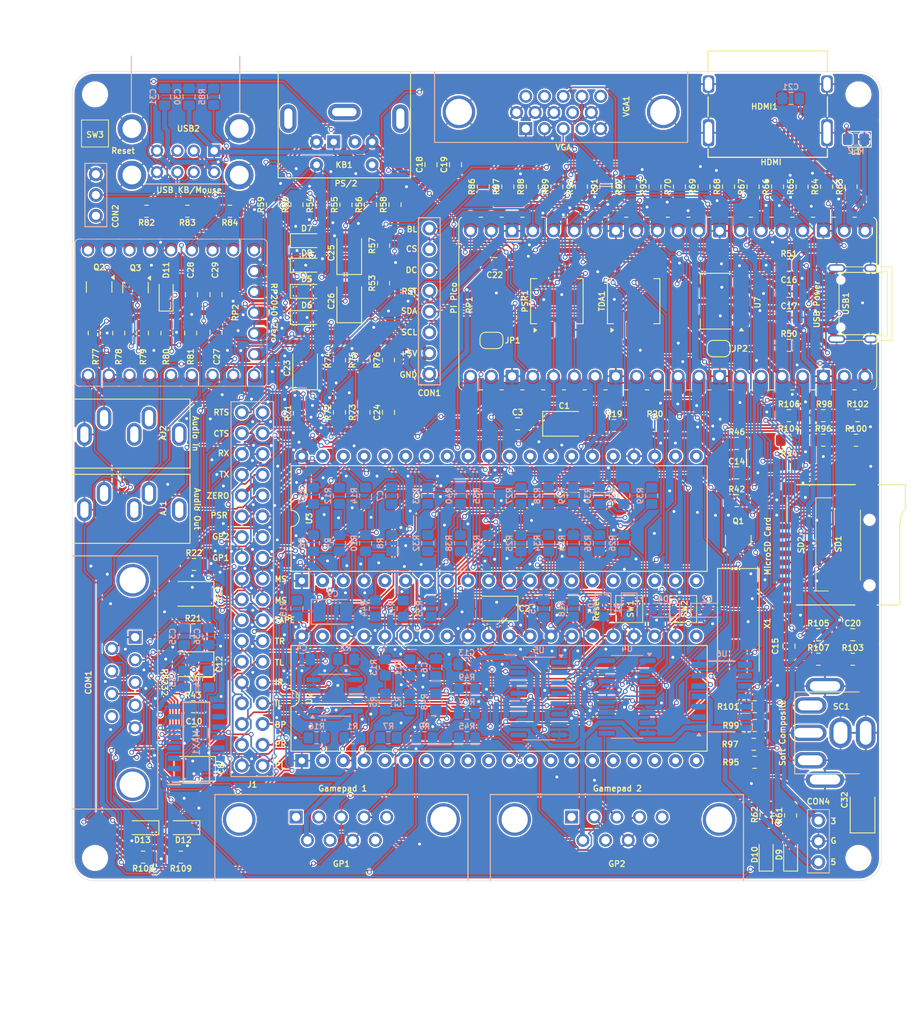
<source format=kicad_pcb>
(kicad_pcb (version 20240108) (generator "pcbnew") (generator_version "8.0")
  (title_block (title "TurboFRANK") (date "2025-01-28") (rev "1.0") (company "Mikhail Matveev") (comment 1 "https://github.com/xtremespb/frank"))
  (layers (0 "F.Cu" signal) (31 "B.Cu" signal) (34 "B.Paste" user) (35 "F.Paste" user) (36 "B.SilkS" user "B.Silkscreen") (37 "F.SilkS" user "F.Silkscreen") (38 "B.Mask" user) (39 "F.Mask" user) (44 "Edge.Cuts" user))
  (net 0 "")
  (net 1 "/LOAD_IN_D")
  (net 2 "GND")
  (net 3 "/Audio Out/R*")
  (net 4 "/Audio Out/L*")
  (net 5 "/Audio Out/R")
  (net 6 "/Audio Out/L")
  (net 7 "VBUS")
  (net 8 "Net-(U1A-+)")
  (net 9 "/Audio Out/TurboSound/L_IN")
  (net 10 "Net-(C7-Pad2)")
  (net 11 "/A_TSL")
  (net 12 "Net-(C8-Pad1)")
  (net 13 "/Audio Out/TurboSound/R_IN")
  (net 14 "Net-(C10-Pad2)")
  (net 15 "/A_TSR")
  (net 16 "Net-(C11-Pad1)")
  (net 17 "+3V3")
  (net 18 "/Composite/CVBS")
  (net 19 "/RS232/V+")
  (net 20 "/RS232/C1+")
  (net 21 "/RS232/C1-")
  (net 22 "/RS232/C2+")
  (net 23 "/RS232/C2-")
  (net 24 "/RS232/V-")
  (net 25 "Net-(COM1-Pad1)")
  (net 26 "/RS232/RX_IN")
  (net 27 "/RS232/CTS_IN")
  (net 28 "/RS232/TX_IN")
  (net 29 "/RS232/RTS_IN")
  (net 31 "Net-(D1-K)")
  (net 32 "/Audio Out/TurboSound/YM_CS1")
  (net 33 "Net-(D2-K)")
  (net 34 "/Audio Out/TurboSound/YM_RST")
  (net 35 "Net-(D3-K)")
  (net 36 "/Audio Out/TurboSound/YM_CS2")
  (net 37 "Net-(D4-K)")
  (net 38 "/MS_DATA_3V")
  (net 39 "/MS_CLK_3V")
  (net 40 "/GP1_DATA")
  (net 41 "/GP2_DATA")
  (net 42 "Net-(D11-K)")
  (net 43 "Net-(D11-A)")
  (net 44 "/RS232_CTS")
  (net 45 "/RS232/CTS_MAX")
  (net 46 "/RS232_RX")
  (net 47 "/RS232/RX_MAX")
  (net 52 "Net-(GP1-Pad2)")
  (net 55 "Net-(GP2-Pad2)")
  (net 58 "/A_OUTR")
  (net 59 "/ZERO_VBUS")
  (net 60 "/RS232_TX")
  (net 61 "/A_OUTL")
  (net 62 "/A_OUTB")
  (net 63 "/A_TDAR")
  (net 64 "/PSR_SOSIO")
  (net 65 "/A_TDAL")
  (net 66 "/RS232_RTS")
  (net 67 "/Audio Out/TurboSound/CLK_1.75M")
  (net 68 "Net-(JP2-A)")
  (net 69 "/MS_CLK")
  (net 70 "/KB_CLK")
  (net 71 "/KB_DATA")
  (net 72 "/MS_DATA")
  (net 73 "Net-(L1-A)")
  (net 76 "Net-(Q1-B)")
  (net 77 "/Audio Out/TurboSound/B1")
  (net 78 "/Audio Out/TurboSound/B2")
  (net 79 "/Audio Out/TurboSound/A1")
  (net 80 "/Audio Out/TurboSound/A2")
  (net 81 "/Audio Out/TurboSound/C1")
  (net 82 "/Audio Out/TurboSound/C2")
  (net 83 "Net-(U1A--)")
  (net 84 "/Audio Out/TurboSound/YM_SEL1")
  (net 85 "/Audio Out/TurboSound/YM_SEL2")
  (net 86 "Net-(U1B--)")
  (net 87 "/Audio Out/TurboSound/DAC0")
  (net 88 "/Audio Out/TurboSound/DAC1")
  (net 89 "/Audio Out/TurboSound/BEEP")
  (net 90 "/Audio Out/TurboSound/DAC2")
  (net 91 "/Audio Out/TurboSound/SAVE")
  (net 92 "/Audio Out/TurboSound/DAC3")
  (net 93 "/Audio Out/TurboSound/COVOX_OUT")
  (net 94 "/Audio Out/TurboSound/DAC4")
  (net 95 "/Audio Out/TurboSound/DAC5")
  (net 96 "/Audio Out/TurboSound/DAC6")
  (net 97 "/Audio Out/TurboSound/DAC7")
  (net 98 "Net-(USB1-CC1)")
  (net 99 "Net-(USB1-CC2)")
  (net 100 "Net-(USB2-D1+)")
  (net 101 "/USB_D1P")
  (net 102 "/USB_D2P")
  (net 103 "Net-(USB2-D2+)")
  (net 104 "/USB_D1M")
  (net 105 "Net-(USB2-D1-)")
  (net 106 "/USB_D2M")
  (net 107 "Net-(USB2-D2-)")
  (net 108 "Net-(R97-Pad1)")
  (net 109 "Net-(R100-Pad2)")
  (net 110 "Net-(R101-Pad1)")
  (net 111 "Net-(R103-Pad1)")
  (net 112 "/Pico/GPIO23")
  (net 113 "/Pico/5V_PICO")
  (net 114 "/RUN")
  (net 115 "/Pico/5V_PICO_1")
  (net 116 "/Pico/GPIO23_1")
  (net 117 "/Zero/ZGPIO29")
  (net 119 "/Zero/ZGPIO8")
  (net 120 "/Zero/ZGPIO10")
  (net 121 "/Zero/ZGPIO1")
  (net 122 "/Zero/ZGPIO0")
  (net 123 "/Zero/ZGPIO26")
  (net 124 "/Zero/ZGPIO1_1")
  (net 126 "/Zero/ZGPIO28")
  (net 127 "/Zero/ZGPIO7")
  (net 128 "/Zero/ZGPIO26_1")
  (net 129 "/Zero/ZGPIO9")
  (net 130 "/Zero/ZGPIO29_1")
  (net 131 "/Zero/ZGPIO27")
  (net 132 "/Zero/ZGPIO28_1")
  (net 133 "/Zero/ZGPIO27_1")
  (net 134 "/Zero/ZGPIO10_1")
  (net 135 "/Zero/ZGPIO13")
  (net 136 "/Zero/ZGPIO6")
  (net 137 "/Zero/ZGPIO13_1")
  (net 138 "/Zero/ZGPIO0_1")
  (net 139 "/Zero/ZGPIO6_1")
  (net 140 "/Zero/ZGPIO7_1")
  (net 141 "/Zero/ZGPIO8_1")
  (net 142 "/Zero/ZGPIO9_1")
  (net 143 "/Micro SD/DAT1")
  (net 144 "/Micro SD/DAT2")
  (net 145 "/Micro SD/POL")
  (net 146 "/Micro SD/DET")
  (net 149 "/Audio Out/TurboSound/DA5")
  (net 151 "/Audio Out/TurboSound/YM_BDIR")
  (net 155 "/Audio Out/TurboSound/YM_BC1")
  (net 156 "/Audio Out/TurboSound/DA3")
  (net 157 "/Audio Out/TurboSound/DA7")
  (net 161 "/Audio Out/TurboSound/DA6")
  (net 162 "/Audio Out/TurboSound/DA0")
  (net 165 "/Audio Out/TurboSound/DA4")
  (net 167 "/Audio Out/TurboSound/DA2")
  (net 172 "/Audio Out/TurboSound/DA1")
  (net 187 "Net-(U4-QH')")
  (net 190 "/Power/D-")
  (net 192 "/Power/D+")
  (net 194 "/Pico/GPIO29")
  (net 195 "/Pico/GPIO29_1")
  (net 196 "Net-(Q1-C)")
  (net 197 "Net-(C32-Pad1)")
  (net 198 "Net-(JP1-A)")
  (net 199 "Net-(Q2-B)")
  (net 200 "Net-(R94-Pad2)")
  (net 201 "Net-(R105-Pad1)")
  (net 202 "Net-(U6A-D)")
  (net 203 "Net-(TDA1-FLT)")
  (net 204 "/GPIO8")
  (net 205 "/GPIO12")
  (net 206 "/GPIO6")
  (net 207 "/GPIO10")
  (net 208 "/GPIO13")
  (net 209 "/GPIO0")
  (net 210 "/GPIO1")
  (net 211 "/GPIO14")
  (net 212 "/GPIO15")
  (net 213 "/GPIO26")
  (net 214 "/GPIO27")
  (net 215 "/GPIO16")
  (net 216 "/GPIO22")
  (net 217 "/GPIO28")
  (net 218 "/GPIO21")
  (net 219 "/GPIO17")
  (net 220 "/GPIO19")
  (net 221 "/GPIO18")
  (net 222 "/GPIO20")
  (net 223 "/GPIO5")
  (net 224 "/GPIO2")
  (net 225 "/GPIO4")
  (net 226 "/GPIO3")
  (net 232 "Net-(HDMI1-D0P)")
  (net 235 "Net-(HDMI1-CLKN)")
  (net 236 "Net-(HDMI1-D2P)")
  (net 237 "Net-(HDMI1-D1N)")
  (net 239 "Net-(HDMI1-D1P)")
  (net 240 "Net-(HDMI1-D0N)")
  (net 242 "Net-(HDMI1-D2N)")
  (net 244 "Net-(HDMI1-CLKP)")
  (net 248 "Net-(C23-Pad1)")
  (net 249 "Net-(C26-Pad1)")
  (net 250 "Net-(C29-Pad2)")
  (net 251 "/GPIO9")
  (net 252 "/GPIO7")
  (net 253 "/GPIO11")
  (net 254 "Net-(R25-Pad2)")
  (net 255 "Net-(R27-Pad2)")
  (net 256 "Net-(R28-Pad2)")
  (net 257 "Net-(R29-Pad2)")
  (net 258 "Net-(R30-Pad2)")
  (net 259 "Net-(R31-Pad2)")
  (net 260 "Net-(R32-Pad2)")
  (net 261 "Net-(R86-Pad2)")
  (net 262 "Net-(R87-Pad2)")
  (net 263 "Net-(R88-Pad2)")
  (net 264 "Net-(R92-Pad1)")
  (net 265 "Net-(R93-Pad1)")
  (footprint "FRANK:Resistor (0805)" (layer "F.Cu") (at 170 87.8 180)
    (property "Reference" "R42")
    (property "Value" "1K")
  )
  (footprint "FRANK:Resistor (0805)" (layer "F.Cu") (at 172.2 113)
    (property "Reference" "R101")
    (property "Value" "150R")
  )
  (footprint "FRANK:Capacitor (0805)" (layer "F.Cu") (at 106.3 67.2 -90)
    (property "Reference" "C27")
    (property "Value" "10n")
  )
  (footprint "FRANK:Resistor (0805)" (layer "F.Cu") (at 163 49.4 -90)
    (property "Reference" "R70")
    (property "Value" "270R")
  )
  (footprint "FRANK:Resistor (0805)" (layer "F.Cu") (at 97.3 67.3 90)
    (property "Reference" "R79")
    (property "Value" "10K")
  )
  (footprint "FRANK:Resistor (0805)" (layer "F.Cu") (at 176.6 126.3 90)
    (property "Reference" "R61")
    (property "Value" "1K")
  )
  (footprint "FRANK:Resistor (0805)" (layer "F.Cu") (at 97.4 131.4 180)
    (property "Reference" "R108")
    (property "Value" "1K")
  )
  (footprint "FRANK:Resistor (0805)" (layer "F.Cu") (at 142 49.4 90)
    (property "Reference" "R87")
    (property "Value" "330R")
  )
  (footprint "FRANK:Capacitor (0805)" (layer "F.Cu") (at 106.3 62.6 90)
    (property "Reference" "C29")
    (property "Value" "100n")
  )
  (footprint "FRANK:Resistor (0805)" (layer "F.Cu") (at 172.2 115.3 180)
    (property "Reference" "R99")
    (property "Value" "150R")
  )
  (footprint "FRANK:Resistor (0805)" (layer "F.Cu") (at 124.4 77 90)
    (property "Reference" "R73")
    (property "Value" "2K")
  )
  (footprint "FRANK:SOT-23" (layer "F.Cu") (at 96.45 61.7375 -90)
    (property "Reference" "Q3")
    (property "Value" "BC850")
  )
  (footprint "FRANK:SOIC-8" (layer "F.Cu") (at 157.4 63.4 90)
    (property "Reference" "TDA1")
    (property "Value" "TDA1387T")
  )
  (footprint "FRANK:Capacitor (3528, tantalum, polar)" (layer "F.Cu") (at 103.6 120.6 180)
    (property "Reference" "C8")
    (property "Value" "10u")
  )
  (footprint "FRANK:Resistor (0805)" (layer "F.Cu") (at 180 107.2)
    (property "Reference" "R107")
    (property "Value" "300R")
  )
  (footprint "FRANK:Capacitor (0805)" (layer "F.Cu") (at 143.2 78.4 180)
    (property "Reference" "C3")
    (property "Value" "100n")
  )
  (footprint "FRANK:DIP-40" (layer "F.Cu") (at 116.8 97.6 90)
    (property "Reference" "U3")
    (property "Value" "YM2149")
  )
  (footprint "FRANK:SOT-223" (layer "F.Cu") (at 167.45 63.4 180)
    (property "Reference" "U7")
    (property "Value" "NCP1117 3.3")
  )
  (footprint "FRANK:Resistor (0805)" (layer "F.Cu") (at 172.1 117.6)
    (property "Reference" "R97")
    (property "Value" "150R")
  )
  (footprint "FRANK:D-SUB (15 pin, female)" (layer "F.Cu") (at 144.2 42.3 180)
    (property "Reference" "VGA1")
    (property "Value" "VGA")
  )
  (footprint "FRANK:Resistor (0805)" (layer "F.Cu") (at 124.4 70.6 90)
    (property "Reference" "R75")
    (property "Value" "1K")
  )
  (footprint "FRANK:Capacitor (3528, tantalum, polar)" (layer "F.Cu") (at 117.2 71.6 90)
    (property "Reference" "C23")
    (property "Value" "10u*")
  )
  (footprint "FRANK:Capacitor (3528, tantalum, polar)" (layer "F.Cu") (at 103.4 99.2 180)
    (property "Reference" "C11")
    (property "Value" "10u")
  )
  (footprint "FRANK:Resistor (0805)" (layer "F.Cu") (at 126.8 61.2 -90)
    (property "Reference" "R53")
    (property "Value" "1K")
  )
  (footprint "FRANK:Resistor (0805)" (layer "F.Cu") (at 102 131.4 180)
    (property "Reference" "R109")
    (property "Value" "1K")
  )
  (footprint "FRANK:Capacitor (0805)" (layer "F.Cu") (at 103.6 116.2)
    (property "Reference" "C10")
    (property "Value" "100n")
  )
  (footprint "FRANK:Jack (3.5mm)" (layer "F.Cu") (at 90.2 88.9 90)
    (property "Reference" "AJ1")
    (property "Value" "Audio Out")
  )
  (footprint "FRANK:Diode (SOD-323)" (layer "F.Cu") (at 117.4 59)
    (property "Reference" "D8")
    (property "Value" "3V3")
  )
  (footprint "FRANK:Diode (SOD-323)" (layer "F.Cu") (at 176.6 131.1 90)
    (property "Reference" "D9")
    (property "Value" "3V3")
  )
  (footprint "FRANK:Crystal (HC49-S)" (layer "F.Cu") (at 170.2 102.8 -90)
    (property "Reference" "X1")
    (property "Value" "3.58 MHz")
  )
  (footprint "FRANK:Capacitor (0805)" (layer "F.Cu") (at 176.4 65.4)
    (property "Reference" "C17")
    (property "Value" "10u")
  )
  (footprint "FRANK:Resistor (0805)" (layer "F.Cu") (at 151 49.4 90)
    (property "Reference" "R90")
    (property "Value" "1k")
  )
  (footprint "FRANK:Resistor (0805)" (layer "F.Cu") (at 170 80.8)
    (property "Reference" "R46")
    (property "Value" "100K")
  )
  (footprint "FRANK:Resistor (0805)" (layer "F.Cu") (at 103.2 67.3 90)
    (property "Reference" "R81")
    (property "Value" "100R")
  )
  (footprint "FRANK:Resistor (0805)" (layer "F.Cu") (at 178 49.4 -90)
    (property "Reference" "R65")
    (property "Value" "270R")
  )
  (footprint "FRANK:Jack (3.5mm)" (layer "F.Cu") (at 90.2 79.7 90)
    (property "Reference" "AJ2")
    (property "Value" "Audio In")
  )
  (footprint "FRANK:Resistor (0805)" (layer "F.Cu") (at 127.4 70.6 90)
    (property "Reference" "R76")
    (property "Value" "330R")
  )
  (footprint "FRANK:Resistor (0805)" (layer "F.Cu") (at 155 78.6 180)
    (property "Reference" "R19")
    (property "Value" "1K")
  )
  (footprint "FRANK:RCA" (layer "F.Cu") (at 182.1 116.2 -90)
    (property "Reference" "SC1" (hide yes))
    (property "Value" "VIDEO (Soft Composite)" (hide yes))
  )
  (footprint "FRANK:MicroSD (SMD, long)" (layer "F.Cu") (at 174.95 93.2 -90)
    (property "Reference" "SD2")
    (property "Value" "Micro SD (Long)")
  )
  (footprint "FRANK:Resistor (0805)" (layer "F.Cu") (at 119.2 51.6 -90)
    (property "Reference" "R54")
    (property "Value" "100R")
  )
  (footprint "FRANK:Resistor (0805)" (layer "F.Cu") (at 113.2 51.6 -90)
    (property "Reference" "R59")
    (property "Value" "100R")
  )
  (footprint "FRANK:Resistor (0805)" (layer "F.Cu") (at 154 49.4 90)
    (property "Reference" "R91")
    (property "Value" "1k")
  )
  (footprint "FRANK:Resistor (0805)" (layer "F.Cu") (at 122.2 51.6 -90)
    (property "Reference" "R55")
    (property "Value" "100R")
  )
  (footprint "FRANK:Diode (SOD-323)" (layer "F.Cu") (at 97.3 127.8 180)
    (property "Reference" "D13")
    (property "Value" "1N4148")
  )
  (footprint "FRANK:Resistor (0805)" (layer "F.Cu") (at 181 49.4 -90)
    (property "Reference" "R64")
    (property "Value" "270R")
  )
  (footprint "FRANK:Capacitor (0805)" (layer "F.Cu") (at 127.4 77 90)
    (property "Reference" "C24")
    (property "Value" "10n")
  )
  (footprint "FRANK:SOIC-8" (layer "F.Cu") (at 148 63.4 90)
    (property "Reference" "PSR1")
    (property "Value" "ESP-PSRAM32")
  )
  (footprint "FRANK:USB Type C" (layer "F.Cu") (at 189 63.7 90)
    (property "Reference" "USB1")
    (property "Value" "USB Type C")
  )
  (footprint "FRANK:HDMI (female)" (layer "F.Cu") (at 173.8 42.8 180)
    (property "Reference" "HDMI1")
    (property "Value" "HDMI Female")
  )
  (footprint "FRANK:LED (0805)" (layer "F.Cu") (at 184.6 43.6 180)
    (property "Reference" "L1")
    (property "Value" "GREEN")
  )
  (footprint "FRANK:Mounting Hole (2.7mm)" (layer "F.Cu") (at 184.9 131.5)
    (property "Reference" "H3" (hide yes))
    (property "Value" "MountingHole")
  )
  (footprint "FRANK:Resistor (0805)" (layer "F.Cu") (at 103.6 95.6 180)
    (property "Reference" "R22")
    (property "Value" "47K")
  )
  (footprint "FRANK:Resistor (0805)" (layer "F.Cu") (at 184.8 77.4)
    (property "Reference" "R102")
    (property "Value" "270R")
  )
  (footprint "FRANK:Diode (SOD-323)" (layer "F.Cu") (at 117.4 65.4)
    (property "Reference" "D6")
    (property "Value" "3V3")
  )
  (footprint "FRANK:Capacitor (0805)" (layer "F.Cu") (at 103.3 62.6 90)
    (property "Reference" "C28")
    (property "Value" "100n")
  )
  (footprint "FRANK:Resistor (0805)" (layer "F.Cu") (at 116.5 77.1 90)
    (property "Reference" "R71")
    (property "Value" "1K")
  )
  (footprint "FRANK:Resistor (0805)" (layer "F.Cu") (at 184 49.4 -90)
    (property "Reference" "R63")
    (property "Value" "270R")
  )
  (footprint "FRANK:Resistor (0805)" (layer "F.Cu") (at 108 52.4 180)
    (property "Reference" "R84")
    (property "Value" "22R")
  )
  (footprint "FRANK:Resistor (0805)" (layer "F.Cu") (at 160 49.4 90)
    (property "Reference" "R93")
    (property "Value" "100R")
  )
  (footprint "FRANK:Jumper (solder)" (layer "F.Cu") (at 140 68.2 180)
    (property "Reference" "JP1")
    (property "Value" "Jumper PSRAM (2.54)")
  )
  (footprint "FRANK:Pin Header (1x08)" (layer "F.Cu") (at 132.4 72.3 180)
    (property "Reference" "CON1")
    (property "Value" "Display")
  )
  (footprint "FRANK:Resistor (0805)" (layer "F.Cu") (at 184.6 80.4)
    (property "Reference" "R100")
    (property "Value" "270R")
  )
  (footprint "FRANK:Resistor (0805)" (layer "F.Cu") (at 175 49.4 -90)
    (property "Reference" "R66")
    (property "Value" "270R")
  )
  (footprint "FRANK:Raspberry Pi Pico" (layer "F.Cu") (at 185.7 54.8 -90)
    (property "Reference" "RP1")
    (property "Value" "RP Pico")
  )
  (footprint "FRANK:Capacitor (3528, tantalum, polar)" (layer "F.Cu") (at 103.4 107.8 180)
    (property "Reference" "C12")
    (property "Value" "10u")
  )
  (footprint "FRANK:Resistor (0805)" (layer "F.Cu") (at 125.2 51.6 90)
    (property "Reference" "R56")
    (property "Value" "1k")
  )
  (footprint "FRANK:DIP-40" (layer "F.Cu") (at 116.8 119.6 90)
    (property "Reference" "U2")
    (property "Value" "YM2149")
  )
  (footprint "FRANK:Capacitor (3528, tantalum, polar)" (layer "F.Cu") (at 148.9 78.4)
    (property "Reference" "C1")
    (property "Value" "100u")
  )
  (footprint "FRANK:Resistor (0805)" (layer "F.Cu") (at 160 78.6 180)
    (property "Reference" "R20")
    (property "Value" "10K")
  )
  (footprint "FRANK:Diode (SOD-323)" (layer "F.Cu") (at 102.3 127.8 180)
    (property "Reference" "D12")
    (property "Value" "1N4148")
  )
  (footprint "FRANK:Capacitor (3528, tantalum, polar)" (layer "F.Cu") (at 122.6 57.5 90)
    (property "Reference" "C25")
    (property "Value" "10u*")
  )
  (footprint "FRANK:Resistor (0805)" (layer "F.Cu") (at 121.4 70.6 90)
    (property "Reference" "R74")
    (property "Value" "2K")
  )
  (footprint "FRANK:Resistor (0805)" (layer "F.Cu") (at 172.2 119.8 180)
    (property "Reference" "R95")
    (property "Value" "51R*")
  )
  (footprint "FRANK:Resistor (0805)" (layer "F.Cu") (at 169 49.4 -90)
    (property "Reference" "R68")
    (property "Value" "270R")
  )
  (footprint "FRANK:Button (SMD, 3x3mm, 1-1)" (layer "F.Cu") (at 155.2 99.4)
    (property "Reference" "SW1")
    (property "Value" "SW_Push" (hide yes))
  )
  (footprint "FRANK:Resistor (0805)" (layer "F.Cu") (at 94.4 67.3 90)
    (property "Reference" "R78")
    (property "Value" "1K")
  )
  (footprint "FRANK:Button (SMD, 3x3mm, 1-1)" (layer "F.Cu") (at 161.8 99.4)
    (property "Reference" "SW2")
    (property "Value" "SW_Push" (hide yes))
  )
  (footprint "FRANK:Resistor (0805)" (layer "F.Cu") (at 145 49.4 90)
    (property "Reference" "R88")
    (property "Value" "330R")
  )
  (footprint "FRANK:Capacitor (3528, tantalum, polar)" (layer "F.Cu") (at 140.6 101 180)
    (property "Reference" "C2")
    (property "Value" "100u")
  )
  (footprint "FRANK:Resistor (0805)" (layer "F.Cu") (at 121.4 77 -90)
    (property "Reference" "R72")
    (property "Value" "330R")
  )
  (footprint "FRANK:Resistor (0805)" (layer "F.Cu") (at 166 49.4 -90)
    (property "Reference" "R69")
    (property "Value" "270R")
  )
  (footprint "FRANK:Resistor (0805)" (layer "F.Cu") (at 116.2 51.6 -90)
    (property "Reference" "R60")
    (property "Value" "100R")
  )
  (footprint "FRANK:Resistor (0805)" (layer "F.Cu") (at 97.8 52.4 180)
    (property "Reference" "R82")
    (property "Value" "22R")
  )
  (footprint "FRANK:Raspberry Pi Zero" (layer "F.Cu") (at 100.8 64.8 90)
    (property "Reference" "RP2" (hide yes))
    (property "Value" "RP 2040 Zero" (hide yes))
  )
  (footprint "FRANK:Mounting Hole (2.7mm)" (layer "F.Cu") (at 91.5 38.1)
    (property "Reference" "H1" (hide yes))
    (property "Value" "MountingHole")
  )
  (footprint "FRANK:Capacitor (0805)" (layer "F.Cu") (at 176.4 105.6 90)
    (property "Reference" "C15")
    (property "Value" "22p")
  )
  (footprint "FRANK:Resistor (0805)" (layer "F.Cu") (at 157 49.4 90)
    (property "Reference" "R92")
    (property "Value" "100R")
  )
  (footprint "FRANK:SOT-23" (layer "F.Cu") (at 170.2 92.7 90)
    (property "Reference" "Q1")
    (property "Value" "BC850")
  )
  (footprint "FRANK:Resistor (0805)" (layer "F.Cu") (at 176.4 68.8)
    (property "Reference" "R50")
    (property "Value" "5.1K")
  )
  (footprint "FRANK:USB Type A (stacked)" (layer "F.Cu") (at 106.077 45 -90)
    (property "Reference" "USB2")
    (property "Value" "USB_A_Stacked")
  )
  (footprint "FRANK:Diode (SOD-323)" (layer "F.Cu") (at 100.2 62.6 90)
    (property "Reference" "D11")
    (property "Value" "1N4148")
  )
  (footprint "FRANK:Resistor (0805)" (layer "F.Cu") (at 102.8 52.4 180)
    (property "Reference" "R83")
    (property "Value" "22R")
  )
  (footprint "FRANK:MiniDIN (6 Pin, female)" (layer "F.Cu") (at 120.7 43.92 180)
    (property "Reference" "KB1")
    (property "Value" "PS/2")
  )
  (footprint "FRANK:Diode (SOD-323)" (layer "F.Cu") (at 173.6 131.1 90)
    (property "Reference" "D10")
    (property "Value" "3V3")
  )
  (footprint "FRANK:Capacitor (3528, tantalum, polar)" (layer "F.Cu") (at 185.4 125.8 90)
    (property "Reference" "C32")
    (property "Value" "220u")
  )
  (footprint "FRANK:Resistor (0805)" (layer "F.Cu") (at 173.6 126.2 90)
    (property "Reference" "R62")
    (property "Value" "1K")
  )
  (footprint "FRANK:Resistor (0805)" (layer "F.Cu") (at 103.5 113)
    (property "Reference" "R43")
    (property "Value" "10K")
  )
  (footprint "FRANK:Pin Header (1x03)" (layer "F.Cu") (at 91.6 47.875)
    (property "Reference" "CON2")
    (property "Value" "UART")
  )
  (footprint "FRANK:Capacitor (0805)" (layer "F.Cu") (at 176.4 62.2)
    (property "Reference" "C16")
    (property "Value" "10u")
  )
  (footprint "FRANK:Resistor (0805)" (layer "F.Cu") (at 139 49.4 90)
    (property "Reference" "R86")
    (property "Value" "330R")
  )
  (footprint "FRANK:Resistor (0805)" (layer "F.Cu") (at 100.3 67.3 90)
    (property "Reference" "R80")
    (property "Value" "10K")
  )
  (footprint "FRANK:Resistor (0805)" (layer "F.Cu") (at 176.4 80.4 180)
    (property "Reference" "R104")
    (property "Value" "270R")
  )
  (footprint "FRANK:Capacitor (0805)" (layer "F.Cu") (at 135.6 46.7 90)
    (property "Reference" "C19")
    (property "Value" "100n")
  )
  (footprint "FRANK:Capacitor (0805)" (layer "F.Cu") (at 140.4 58.8 180)
    (property "Reference" "C22")
    (property "Value" "100n")
  )
  (footprint "FRANK:Resistor (0805)" (layer "F.Cu") (at 103.5 103.6)
    (property "Reference" "R21")
    (property "Value" "10K")
  )
  (footprint "FRANK:Pin Header (2x18)" (layer "F.Cu") (at 112 120.2 180)
    (property "Reference" "J1")
    (property "Value" "Main Jumper Set")
  )
  (footprint "FRANK:D-SUB (9 pin, male, top mount)" (layer "F.Cu") (at 96.4 104.5 -90)
    (property "Reference" "COM1")
    (property "Value" "RS232")
  )
  (footprint "FRANK:Capacitor (0805)" (layer "F.Cu") (at 132.6 46.7 90)
    (property "Reference" "C18")
    (property "Value" "100n")
  )
  (footprint "FRANK:Button (SMD, 3x3mm)" (layer "F.Cu") (at 93.145 41.24 -90)
    (property "Reference" "SW3")
    (property "Value" "Reset Button" (hide yes))
  )
  (footprint "FRANK:Mounting Hole (2.7mm)" (layer "F.Cu") (at 184.9 38.1)
    (property "Reference" "H2" (hide yes))
    (property "Value" "MountingHole")
  )
  (footprint "FRANK:Diode (SOD-323)" (layer "F.Cu") (at 117.4 56)
    (property "Reference" "D7")
    (property "Value" "3V3")
  )
  (footprint "FRANK:MicroSD (SMD, short)" (layer "F.Cu") (at 182.44 93.15 90)
    (property "Reference" "SD1")
    (property "Value" "Micro SD (Short)" (hide yes))
  )
  (footprint "FRANK:Resistor (0805)" (layer "F.Cu") (at 176.4 77.4 180)
    (property "Reference" "R106")
    (property "Value" "270R")
  )
  (footprint "FRANK:D-SUB (9 pin, male, top mount)" (layer "F.Cu") (at 116.1 126.5)
    (property "Reference" "GP1")
    (property "Value" "Gamepad")
  )
  (footprint "FRANK:Mounting Hole (2.7mm)" (layer "F.Cu") (at 91.5 131.5)
    (property "Reference" "H4" (hide yes))
    (property "Value" "MountingHole")
  )
  (footprint "FRANK:Resistor (0805)" (layer "F.Cu") (at 91.4 67.3 90)
    (property "Reference" "R77")
    (property "Value" "10K")
  )
  (footprint "FRANK:Capacitor (3528, tantalum, polar)" (layer "F.Cu") (at 122.6 63.4 90)
    (property "Reference" "C26")
    (property "Value" "10u*")
  )
  (footprint "FRANK:Diode (SOD-323)" (layer "F.Cu") (at 117.4 62.2)
    (property "Reference" "D5")
    (property "Value" "3V3")
  )
  (footprint "FRANK:Resistor (0805)" (layer "F.Cu") (at 184.2 107.2)
    (property "Reference" "R103")
    (property "Value" "150R")
  )
  (footprint "FRANK:Capacitor (0805)" (layer "F.Cu") (at 170 84.4)
    (property "Reference" "C14")
    (property "Value" "22p")
  )
  (footprint "FRANK:Resistor (0805)" (layer "F.Cu") (at 176.4 83.4)
    (property "Reference" "R94")
    (property "Value" "750R")
  )
  (footprint "FRANK:Resistor (0805)" (layer "F.Cu") (at 180.6 80.4 180)
    (property "Reference" "R96")
    (property "Value" "270R")
  )
  (footprint "FRANK:Resistor (0805)" (layer "F.Cu") (at 180 104.2 180)
    (property "Reference" "R105")
    (property "Value" "150R")
  )
  (footprint "FRANK:Pin Header (1x03)" (layer "F.Cu") (at 180 126.92)
    (property "Reference" "CON4")
    (property "Value" "Power")
  )
  (footprint "FRANK:D-SUB (9 pin, male, top mount)" (layer "F.Cu") (at 149.8 126.5)
    (property "Reference" "GP2")
    (property "Value" "Gamepad")
  )
  (footprint "FRANK:Resistor (0805)" (layer "F.Cu") (at 180.6 77.4 180)
    (property "Reference" "R98")
    (property "Value" "270R")
  )
  (footprint "FRANK:Resistor (0805)" (layer "F.Cu") (at 148 49.4 90)
    (property "Reference" "R89")
    (property "Value" "1k")
  )
  (footprint "FRANK:Jumper (solder)" (layer "F.Cu") (at 167.8 69.2 180)
    (property "Reference" "JP2")
    (property "Value" "Jumper PSRAM (2.54)")
  )
  (footprint "FRANK:Capacitor (0805)" (layer "F.Cu") (at 184.2 104.2 180)
    (property "Reference" "C20")
    (property "Value" "100n")
  )
  (footprint "FRANK:Resistor (0805)" (layer "F.Cu") (at 126.8 56.6 -90)
    (property "Reference" "R57")
    (property "Value" "1K")
  )
  (footprint "FRANK:Resistor (0805)" (layer "F.Cu") (at 172 49.4 -90)
    (property "Reference" "R67")
    (property "Value" "270R")
  )
  (footprint "FRANK:Resistor (0805)" (layer "F.Cu") (at 128.2 51.6 90)
    (property "Reference" "R58")
    (property "Value" "1K")
  )
  (footprint "FRANK:Resistor (0805)" (layer "F.Cu") (at 176.4 59)
    (property "Reference" "R51")
    (property "Value" "5.1K")
  )
  (footprint "FRANK:SOT-23" (layer "F.Cu") (at 92 61.6625 -90)
    (property "Reference" "Q2")
    (property "Value" "BC850")
  )
  (footprint "FRANK:Resistor (0805)" (layer "B.Cu") (at 150 101 90)
    (property "Reference" "R18")
    (property "Value" "1K")
  )
  (footprint "FRANK:Resistor (0805)" (layer "B.Cu") (at 153.2 87.2 -90)
    (property "Reference" "R30")
    (property "Value" "1R")
  )
  (footprint "FRANK:Resistor (0805)" (layer "B.Cu") (at 131.8 116.8 180)
    (property "Reference" "R9")
    (property "Value" "2K")
  )
  (footprint "FRANK:Resistor (0805)" (layer "B.Cu") (at 136.2 93 -90)
    (property "Reference" "R38")
    (property "Value" "2R")
  )
  (footprint "FRANK:Capacitor (0805)" (layer "B.Cu") (at 103 38.4 90)
    (property "Reference" "C30")
    (property "Value" "10u")
  )
  (footprint "FRANK:Capacitor (0805)" (layer "B.Cu") (at 102.4 109.6 -90)
    (property "Reference" "C33")
    (property "Value" "1u")
  )
  (footprint "FRANK:Capacitor (0805)" (layer "B.Cu") (at 176.6375 38.6 180)
    (property "Reference" "C21")
    (property "Value" "100n")
  )
  (footprint "FRANK:Capacitor (0805)" (layer "B.Cu") (at 116.8 107.2)
    (property "Reference" "C4")
    (property "Value" "10u")
  )
  (footprint "FRANK:Resistor (0805)" (layer "B.Cu") (at 127 108.2 90)
    (property "Reference" "R13")
    (property "Value" "2K")
  )
  (footprint "FRANK:Diode (SOD-323)" (layer "B.Cu") (at 161 101.2 180)
    (property "Reference" "D4")
    (property "Value" "1N4148W")
  )
  (footprint "FRANK:Resistor (0805)" (layer "B.Cu") (at 127.4 116.8 180)
    (property "Reference" "R7")
    (property "Value" "2K")
  )
  (footprint "FRANK:Resistor (0805)" (layer "B.Cu") (at 130 108.2 90)
    (property "Reference" "R11")
    (property "Value" "2K")
  )
  (footprint "FRANK:Resistor (0805)" (layer "B.Cu") (at 137 110.8)
    (property "Reference" "R49")
    (property "Value" "10K")
  )
  (footprint "FRANK:Resistor (0805)" (layer "B.Cu") (at 143.6 87.2 90)
    (property "Reference" "R27")
    (property "Value" "1R")
  )
  (footprint "FRANK:Resistor (0805)" (layer "B.Cu") (at 139.6 87.2 -90)
    (property "Reference" "R35")
    (property "Value" "2R")
  )
  (footprint "FRANK:Diode (SOD-323)" (layer "B.Cu") (at 166.4 101.2)
    (property "Reference" "D2")
    (property "Value" "1N4148W")
  )
  (footprint "FRANK:Resistor (0805)" (layer "B.Cu") (at 116.2 101 -90)
    (property "Reference" "R15")
    (property "Value" "10K")
  )
  (footprint "FRANK:Resistor (0805)" (layer "B.Cu") (at 156.2 87.2 90)
    (property "Reference" "R31")
    (property "Value" "1R")
  )
  (footprint "FRANK:Resistor (0805)" (layer "B.Cu") (at 121.4 93 -90)
    (property "Reference" "R4")
    (property "Value" "2K")
  )
  (footprint "FRANK:Capacitor (0805)" (layer "B.Cu") (at 105.4 109.6 -90)
    (property "Reference" "C34")
    (property "Value" "1u")
  )
  (footprint "FRANK:Capacitor (3528, tantalum, polar)" (layer "B.Cu") (at 120.6 101.4)
    (property "Reference" "C9")
    (property "Value" "10u")
  )
  (footprint "FRANK:74HCT74D" (layer "B.Cu") (at 168.175 111.74 90)
    (property "Reference" "U6")
    (property "Value" "74HC74" (hide yes))
  )
  (footprint "FRANK:Resistor (0805)" (layer "B.Cu") (at 153.2 93 -90)
    (property "Reference" "R36")
    (property "Value" "2R")
  )
  (footprint "FRANK:Capacitor (0805)" (layer "B.Cu") (at 127.8 87.2 90)
    (property "Reference" "C7")
    (property "Value" "100n")
  )
  (footprint "FRANK:SOP-16" (layer "B.Cu") (at 145.8 112 180)
    (property "Reference" "U5")
    (property "Value" "74HC595")
  )
  (footprint "FRANK:Resistor (0805)" (layer "B.Cu") (at 139.6 93 -90)
    (property "Reference" "R37")
    (property "Value" "2R")
  )
  (footprint "FRANK:SOP-16" (layer "B.Cu") (at 156.6 111.8 180)
    (property "Reference" "U4")
    (property "Value" "74HC595")
  )
  (footprint "FRANK:Resistor (0805)" (layer "B.Cu") (at 118.6 116.8 180)
    (property "Reference" "R16")
    (property "Value" "47K")
  )
  (footprint "FRANK:Resistor (0805)" (layer "B.Cu") (at 143.6 93 90)
    (property "Reference" "R25")
    (property "Value" "2R")
  )
  (footprint "FRANK:Capacitor (0805)" (layer "B.Cu") (at 136.9625 107.8 180)
    (property "Reference" "C13")
    (property "Value" "0.1")
  )
  (footprint "FRANK:LED (0805)" (layer "B.Cu") (at 156.855 100.95 -90)
    (property "Reference" "D1")
    (property "Value" "LED")
  )
  (footprint "FRANK:Resistor (0805)" (layer "B.Cu") (at 132.6 101 90)
    (property "Reference" "R33")
    (property "Value" "1R")
  )
  (footprint "FRANK:Resistor (0805)" (layer "B.Cu") (at 124.6 87.2 90)
    (property "Reference" "R14")
    (property "Value" "2K")
  )
  (footprint "FRANK:SO-8" (layer "B.Cu") (at 120.8 111.6)
    (property "Reference" "U1")
    (property "Value" "LM358")
  )
  (footprint "FRANK:Resistor (0805)" (layer "B.Cu") (at 136.2 87.2 -90)
    (property "Reference" "R40")
    (property "Value" "2R")
  )
  (footprint "FRANK:LED (0805)" (layer "B.Cu") (at 153.655 100.95 -90)
    (property "Reference" "D3")
    (property "Value" "LED")
  )
  (footprint "FRANK:Resistor (0805)" (layer "B.Cu") (at 137 113.8)
    (property "Reference" "R47")
    (property "Value" "10K")
  )
  (footprint "FRANK:Resistor (0805)" (layer "B.Cu") (at 129.2 101 -90)
    (property "Reference" "R41")
    (property "Value" "2R")
  )
  (footprint "FRANK:Resistor (0805)" (layer "B.Cu") (at 118.2 87.2 90)
    (property "Reference" "R17")
    (property "Value" "120R")
  )
  (footprint "FRANK:Resistor (0805)" (layer "B.Cu") (at 132.2 93 -90)
    (property "Reference" "R32")
    (property "Value" "1R")
  )
  (footprint "FRANK:Resistor (0805)" (layer "B.Cu") (at 150 93 -90)
    (property "Reference" "R24")
    (property "Value" "1K")
  )
  (footprint "FRANK:Resistor (0805)" (layer "B.Cu") (at 130 112.4 -90)
    (property "Reference" "R3")
    (property "Value" "2K")
  )
  (footprint "FRANK:Resistor (0805)" (layer "B.Cu") (at 124.6 93 -90)
    (property "Reference" "R10")
    (property "Value" "2K")
  )
  (footprint "FRANK:Resistor (0805)" (layer "B.Cu") (at 106 38.4 90)
    (property "Reference" "R85")
    (property "Value" "22R")
  )
  (footprint "FRANK:Resistor (0805)" (layer "B.Cu") (at 122.2 107.2)
    (property "Reference" "R2")
    (property "Value" "100K")
  )
  (footprint "FRANK:Resistor (0805)" (layer "B.Cu") (at 147 93 -90)
    (property "Reference" "R34")
    (property "Value" "2R")
  )
  (footprint "FRANK:Capacitor (0805)" (layer "B.Cu") (at 105.4 104.4 -90)
    (property "Reference" "C36")
    (property "Value" "1u")
  )
  (footprint "FRANK:Resistor (0805)" (layer "B.Cu") (at 132.2 87.2 90)
    (property "Reference" "R23")
    (property "Value" "120R")
  )
  (footprint "FRANK:Resistor (0805)" (layer "B.Cu") (at 123 116.8 180)
    (property "Reference" "R1")
    (property "Value" "100K")
  )
  (footprint "FRANK:Resistor (0805)" (layer "B.Cu") (at 121.4 87.2 90)
    (property "Reference" "R12")
    (property "Value" "2K")
  )
  (footprint "FRANK:Resistor (0805)" (layer "B.Cu") (at 127 112.4 -90)
    (property "Reference" "R5")
    (property "Value" "2K")
  )
  (footprint "FRANK:Resistor (0805)" (layer "B.Cu") (at 118.2 93 -90)
    (property "Reference" "R6")
    (property "Value" "2K")
  )
  (footprint "FRANK:Resistor (0805)" (layer "B.Cu") (at 156.2 93 -90)
    (property "Reference" "R26")
    (property "Value" "1K")
  )
  (footprint "FRANK:Resistor (0805)" (layer "B.Cu") (at 125.8 101 90)
    (property "Reference" "R44")
    (property "Value" "10K")
  )
  (footprint "FRANK:Capacitor (0805)" (layer "B.Cu") (at 146.4 101 90)
    (property "Reference" "C5")
    (property "Value" "100n")
  )
  (footprint "FRANK:Resistor (0805)" (layer "B.Cu") (at 159.6 87.2 -90)
    (property "Reference" "R39")
    (property "Value" "2R")
  )
  (footprint "FRANK:Resistor (0805)" (layer "B.Cu") (at 137 116.8)
    (property "Reference" "R45")
    (property "Value" "10K")
  )
  (footprint "FRANK:Resistor (0805)" (layer "B.Cu") (at 184.6 43.6)
    (property "Reference" "R52")
    (property "Value" "1K")
  )
  (footprint "FRANK:Capacitor (0805)" (layer "B.Cu") (at 133.2 108.2 90)
    (property "Reference" "C6")
    (property "Value" "10u")
  )
  (footprint "FRANK:Capacitor (0805)" (layer "B.Cu") (at 100 38.4 90)
    (property "Reference" "C31")
    (property "Value" "10u")
  )
  (footprint "FRANK:Resistor (0805)" (layer "B.Cu") (at 150 87.2 90)
    (property "Reference" "R29")
    (property "Value" "1R")
  )
  (footprint "FRANK:Capacitor (0805)" (layer "B.Cu") (at 102.4 104.4 -90)
    (property "Reference" "C35")
    (property "Value" "1u")
  )
  (footprint "FRANK:Resistor (0805)" (layer "B.Cu") (at 133.2 112.4 -90)
    (property "Reference" "R48")
    (property "Value" "10K")
  )
  (footprint "FRANK:Resistor (0805)" (layer "B.Cu") (at 147 87.2 -90)
    (property "Reference" "R28")
    (property "Value" "1R")
  )
  (footprint "FRANK:SOIC127P600X175-16N" (layer "B.Cu") (at 103.9 117.4)
    (property "Reference" "MAX1")
    (property "Value" "MAX232CSE+" (hide yes))
  )
  (footprint "FRANK:Resistor (0805)" (layer "B.Cu") (at 127.8 93 -90)
    (property "Reference" "R8")
    (property "Value" "2K")
  )
  (gr_line (start 91.4 35.3) (end 185 35.3) (stroke (width 0.05)) (layer "Edge.Cuts"))
  (gr_arc (start 88.7 38) (mid 89.490812 36.090812) (end 91.4 35.3) (stroke (width 0.05)) (layer "Edge.Cuts"))
  (gr_line (start 91.4 134.3) (end 185 134.3) (stroke (width 0.05)) (layer "Edge.Cuts"))
  (gr_arc (start 187.7 131.6) (mid 186.909188 133.509188) (end 185 134.3) (stroke (width 0.05)) (layer "Edge.Cuts"))
  (gr_line (start 88.7 131.6) (end 88.7 38) (stroke (width 0.05)) (layer "Edge.Cuts"))
  (gr_line (start 187.7 131.6) (end 187.7 38) (stroke (width 0.05)) (layer "Edge.Cuts"))
  (gr_arc (start 91.4 134.3) (mid 89.490812 133.509188) (end 88.7 131.6) (stroke (width 0.05)) (layer "Edge.Cuts"))
  (gr_arc (start 185 35.3) (mid 186.909188 36.090812) (end 187.7 38) (stroke (width 0.05)) (layer "Edge.Cuts"))
  (gr_text "VGA" (at 148.8 44.6 0) (layer "F.SilkS") (effects (font (size 0.7 0.7) (thickness 0.14) (bold yes))))
  (gr_text "TAPE" (at 113.4 102.4 0) (layer "F.SilkS") (effects (font (size 0.7 0.7) (thickness 0.14) (bold yes)) (justify left)))
  (gr_text "BL" (at 131 54.6 0) (layer "F.SilkS") (effects (font (size 0.7 0.7) (thickness 0.14) (bold yes)) (justify right)))
  (gr_text "Gamepad 1" (at 121.8 123 0) (layer "F.SilkS") (effects (font (size 0.7 0.7) (thickness 0.14) (bold yes))))
  (gr_text "Reset" (at 93.4 45 0) (layer "F.SilkS") (effects (font (size 0.7 0.7) (thickness 0.14) (bold yes)) (justify left)))
  (gr_text "SDA" (at 131 64.6 0) (layer "F.SilkS") (effects (font (size 0.7 0.7) (thickness 0.14) (bold yes)) (justify right)))
  (gr_text "TX" (at 108 84.6 0) (layer "F.SilkS") (effects (font (size 0.7 0.7) (thickness 0.14) (bold yes)) (justify right)))
  (gr_text "Pi Pico" (at 135.4 63 90) (layer "F.SilkS") (effects (font (size 0.7 0.7) (thickness 0.14) (bold yes))))
  (gr_text "TL" (at 113.4 107.6 0) (layer "F.SilkS") (effects (font (size 0.7 0.7) (thickness 0.14) (bold yes)) (justify left)))
  (gr_text "Gamepad 2" (at 155.4 123 0) (layer "F.SilkS") (effects (font (size 0.7 0.7) (thickness 0.14) (bold yes))))
  (gr_text "MicroSD Card" (at 173.788124 93.356861 90) (layer "F.SilkS") (effects (font (size 0.7 0.7) (thickness 0.14) (bold yes))))
  (gr_text "DC" (at 131 59.6 0) (layer "F.SilkS") (effects (font (size 0.7 0.7) (thickness 0.14) (bold yes)) (justify right)))
  (gr_text "RS232" (at 100 110 270) (layer "F.SilkS") (effects (font (size 0.7 0.7) (thickness 0.14) (bold yes))))
  (gr_text "5" (at 181.4 132 0) (layer "F.SilkS") (effects (font (size 0.7 0.7) (thickness 0.14) (bold yes)) (justify left)))
  (gr_text "RP2040-Zero" (at 113.4 64.8 270) (layer "F.SilkS") (effects (font (size 0.7 0.7) (thickness 0.14) (bold yes))))
  (gr_text "GND" (at 131 72.4 0) (layer "F.SilkS") (effects (font (size 0.7 0.7) (thickness 0.14) (bold yes)) (justify right)))
  (gr_text "SCL" (at 131 67.2 0) (layer "F.SilkS") (effects (font (size 0.7 0.7) (thickness 0.14) (bold yes)) (justify right)))
  (gr_text "BP" (at 113.4 115.2 0) (layer "F.SilkS") (effects (font (size 0.7 0.7) (thickness 0.14) (bold yes)) (justify left)))
  (gr_text "RTS" (at 108 77 0) (layer "F.SilkS") (effects (font (size 0.7 0.7) (thickness 0.14) (bold yes)) (justify right)))
  (gr_text "PL" (at 113.4 120.2 0) (layer "F.SilkS") (effects (font (size 0.7 0.7) (thickness 0.14) (bold yes)) (justify left)))
  (gr_text "USB Power" (at 179.8 63.8 90) (layer "F.SilkS") (effects (font (size 0.7 0.7) (thickness 0.14) (bold yes))))
  (gr_text "MS" (at 113.4 100 0) (layer "F.SilkS") (effects (font (size 0.7 0.7) (thickness 0.14) (bold yes)) (justify left)))
  (gr_text "USB KB/Mouse" (at 103 49.8 0) (layer "F.SilkS") (effects (font (size 0.7 0.7) (thickness 0.14) (bold yes))))
  (gr_text "3" (at 181.4 127 0) (layer "F.SilkS") (effects (font (size 0.7 0.7) (thickness 0.14) (bold yes)) (justify left)))
  (gr_text "RX" (at 108 82 0) (layer "F.SilkS") (effects (font (size 0.7 0.7) (thickness 0.14) (bold yes)) (justify right)))
  (gr_text "PS/2" (at 122.2 49 0) (layer "F.SilkS") (effects (font (size 0.7 0.7) (thickness 0.14) (bold yes))))
  (gr_text "IL" (at 113.4 112.6 0) (layer "F.SilkS") (effects (font (size 0.7 0.7) (thickness 0.14) (bold yes)) (justify left)))
  (gr_text "PR" (at 113.4 117.6 0) (layer "F.SilkS") (effects (font (size 0.7 0.7) (thickness 0.14) (bold yes)) (justify left)))
  (gr_text "RST" (at 131 62.2 0) (layer "F.SilkS") (effects (font (size 0.7 0.7) (thickness 0.14) (bold yes)) (justify right)))
  (gr_text "+5V" (at 131 69.8 0) (layer "F.SilkS") (effects (font (size 0.7 0.7) (thickness 0.14) (bold yes)) (justify right)))
  (gr_text "ZERO" (at 108 87.2 0) (layer "F.SilkS") (effects (font (size 0.7 0.7) (thickness 0.14) (bold yes)) (justify right)))
  (gr_text "PSR" (at 107.8 89.6 0) (layer "F.SilkS") (effects (font (size 0.7 0.7) (thickness 0.14) (bold yes)) (justify right)))
  (gr_text "IR" (at 113.4 110 0) (layer "F.SilkS") (effects (font (size 0.7 0.7) (thickness 0.14) (bold yes)) (justify left)))
  (gr_text "Soft Composite" (at 175.6 116.2 90) (layer "F.SilkS") (effects (font (size 0.7 0.7) (thickness 0.14) (bold yes))))
  (gr_text "G" (at 181.4 129.4 0) (layer "F.SilkS") (effects (font (size 0.7 0.7) (thickness 0.14) (bold yes)) (justify left)))
  (gr_text "GP1" (at 108 94.8 0) (layer "F.SilkS") (effects (font (size 0.7 0.7) (thickness 0.14) (bold yes)) (justify right)))
  (gr_text "CS" (at 131 57 0) (layer "F.SilkS") (effects (font (size 0.7 0.7) (thickness 0.14) (bold yes)) (justify right)))
  (gr_text "GP2" (at 108 92.2 0) (layer "F.SilkS") (effects (font (size 0.7 0.7) (thickness 0.14) (bold yes)) (justify right)))
  (gr_text "HDMI" (at 174.2 46.4 0) (layer "F.SilkS") (effects (font (size 0.7 0.7) (thickness 0.14) (bold yes))))
  (gr_text "Audio Out" (at 104 88.8 270) (layer "F.SilkS") (effects (font (size 0.7 0.7) (thickness 0.14) (bold yes))))
  (gr_text "TR" (at 113.4 105 0) (layer "F.SilkS") (effects (font (size 0.7 0.7) (thickness 0.14) (bold yes)) (justify left)))
  (gr_text "Reset" (at 152.8 99.6 90) (layer "F.SilkS") (effects (font (size 0.7 0.7) (thickness 0.14) (bold yes)) (justify right)))
  (gr_text "CTS" (at 108 79.6 0) (layer "F.SilkS") (effects (font (size 0.7 0.7) (thickness 0.14) (bold yes)) (justify right)))
  (gr_text "Audio In" (at 103.8 79.6 270) (layer "F.SilkS") (effects (font (size 0.7 0.7) (thickness 0.14) (bold yes))))
  (gr_text "MS" (at 113.4 97.4 0) (layer "F.SilkS") (effects (font (size 0.7 0.7) (thickness 0.14) (bold yes)) (justify left)))
  (segment (start 92.064 67.15) (end 92.814 66.4) (width 0.2) (layer "F.Cu") (net 1))
  (segment (start 106.084 97.247) (end 105.391 97.247) (width 0.2) (layer "F.Cu") (net 1))
  (segment (start 92 62.6) (end 90.3537 64.2463) (width 0.2) (layer "F.Cu") (net 1))
  (segment (start 108.506 95.8627) (end 107.737 95.8627) (width 0.2) (layer "F.Cu") (net 1))
  (segment (start 104.8 66.7) (end 104.8 65.8) (width 0.2) (layer "F.Cu") (net 1))
  (segment (start 107.737 95.8627) (end 107.6 96) (width 0.2) (layer "F.Cu") (net 1))
  (segment (start 90.3537 66.7755) (end 90.7282 67.15) (width 0.2) (layer "F.Cu") (net 1))
  (segment (start 108.591 70.4538) (end 105.354 70.4538) (width 0.2) (layer "F.Cu") (net 1))
  (segment (start 92.9 65.834) (end 93.934 65.834) (width 0.2) (layer "F.Cu") (net 1))
  (segment (start 106.2 96) (end 106.2 97.131) (width 0.2) (layer "F.Cu") (net 1))
  (segment (start 101.416 70.0837) (end 93.5784 70.0837) (width 0.2) (layer "F.Cu") (net 1))
  (segment (start 93.5784 70.0837) (end 92.9 69.4053) (width 0.2) (layer "F.Cu") (net 1))
  (segment (start 105.354 70.4538) (end 103.2 68.3) (width 0.2) (layer "F.Cu") (net 1))
  (segment (start 106.2 97.131) (end 106.084 97.247) (width 0.2) (layer "F.Cu") (net 1))
  (segment (start 90.7282 67.15) (end 92.064 67.15) (width 0.2) (layer "F.Cu") (net 1))
  (segment (start 105 63.8) (end 106.1375 63.8) (width 0.2) (layer "F.Cu") (net 1))
  (segment (start 92.814 66.4) (end 94.3 66.4) (width 0.2) (layer "F.Cu") (net 1))
  (segment (start 103.2 68.3) (end 101.416 70.0837) (width 0.2) (layer "F.Cu") (net 1))
  (segment (start 103.2 68.3) (end 104.8 66.7) (width 0.2) (layer "F.Cu") (net 1))
  (segment (start 107.6 96) (end 106.2 96) (width 0.2) (layer "F.Cu") (net 1))
  (segment (start 90.3537 64.2463) (end 90.3537 66.7755) (width 0.2) (layer "F.Cu") (net 1))
  (via (at 92.9 69.4053) (size 0.6) (drill 0.35) (layers "F.Cu" "B.Cu") (net 1))
  (via (at 104.8 65.8) (size 0.6) (drill 0.35) (layers "F.Cu" "B.Cu") (net 1))
  (via (at 108.506 95.8627) (size 0.6) (drill 0.35) (layers "F.Cu" "B.Cu") (net 1))
  (via (at 92.9 65.834) (size 0.6) (drill 0.35) (layers "F.Cu" "B.Cu") (net 1))
  (via (at 105 63.8) (size 0.6) (drill 0.35) (layers "F.Cu" "B.Cu") (net 1))
  (via (at 105.391 97.247) (size 0.6) (drill 0.35) (layers "F.Cu" "B.Cu") (net 1))
  (via (at 108.591 70.4538) (size 0.6) (drill 0.35) (layers "F.Cu" "B.Cu") (net 1))
  (segment (start 110.898 102.282) (end 110.898 102.42) (width 0.2) (layer "B.Cu") (net 1))
  (segment (start 104.95 76.5722) (end 104.8 76.4222) (width 0.2) (layer "B.Cu") (net 1))
  (segment (start 108.358 100.398) (end 109.278 101.318) (width 0.2) (layer "B.Cu") (net 1))
  (segment (start 92.6 76.0483) (end 92.1687 75.617) (width 0.2) (layer "B.Cu") (net 1))
  (segment (start 104.8 96.6557) (end 104.8 77.1778) (width 0.2) (layer "B.Cu") (net 1))
  (segment (start 106.882 72.1634) (end 108.591 70.4538) (width 0.2) (layer "B.Cu") (net 1))
  (segment (start 108.506 95.8627) (end 108.358 96.0108) (width 0.2) (layer "B.Cu") (net 1))
  (segment (start 109.934 101.318) (end 110.898 102.282) (width 0.2) (layer "B.Cu") (net 1))
  (segment (start 92.9 69.4053) (end 92 68.5053) (width 0.2) (layer "B.Cu") (net 1))
  (segment (start 104.8 74.9167) (end 106.882 72.835) (width 0.2) (layer "B.Cu") (net 1))
  (segment (start 108.358 96.0108) (end 108.358 100.398) (width 0.2) (layer "B.Cu") (net 1))
  (segment (start 92 68.5053) (end 92 66.734) (width 0.2) (layer "B.Cu") (net 1))
  (segment (start 104.8 64) (end 105 63.8) (width 0.2) (layer "B.Cu") (net 1))
  (segment (start 92.1687 75.617) (end 92.1687 70.1366) (width 0.2) (layer "B.Cu") (net 1))
  (segment (start 110.898 102.42) (end 112 102.42) (width 0.2) (layer "B.Cu") (net 1))
  (segment (start 92 66.734) (end 92.9 65.834) (width 0.2) (layer "B.Cu") (net 1))
  (segment (start 105.391 97.247) (end 104.8 96.6557) (width 0.2) (layer "B.Cu") (net 1))
  (segment (start 104.8 77.1778) (end 104.95 77.0278) (width 0.2) (layer "B.Cu") (net 1))
  (segment (start 104.8 65.8) (end 104.8 64) (width 0.2) (layer "B.Cu") (net 1))
  (segment (start 106.882 72.835) (end 106.882 72.1634) (width 0.2) (layer "B.Cu") (net 1))
  (segment (start 92.6 77.7) (end 92.6 76.0483) (width 0.2) (layer "B.Cu") (net 1))
  (segment (start 104.8 76.4222) (end 104.8 74.9167) (width 0.2) (layer "B.Cu") (net 1))
  (segment (start 109.278 101.318) (end 109.934 101.318) (width 0.2) (layer "B.Cu") (net 1))
  (segment (start 104.95 77.0278) (end 104.95 76.5722) (width 0.2) (layer "B.Cu") (net 1))
  (segment (start 92.1687 70.1366) (end 92.9 69.4053) (width 0.2) (layer "B.Cu") (net 1))
  (segment (start 181.305 60.295) (end 182.22 59.38) (width 0.6) (layer "F.Cu") (net 2))
  (segment (start 182.22 67.84) (end 181.305 66.925) (width 0.6) (layer "F.Cu") (net 2))
  (segment (start 181.305 60.475) (end 181.305 60.295) (width 0.6) (layer "F.Cu") (net 2))
  (via (at 117.435 65.4013) (size 0.6) (drill 0.35) (layers "F.Cu" "B.Cu") (net 2))
  (via (at 136.4 101.4) (size 0.6) (drill 0.35) (layers "F.Cu" "B.Cu") (net 2))
  (via (at 103.4 97) (size 0.6) (drill 0.35) (layers "F.Cu" "B.Cu") (net 2))
  (via (at 120.348 47.5556) (size 0.6) (drill 0.35) (layers "F.Cu" "B.Cu") (net 2))
  (via (at 176.8 74.8) (size 0.6) (drill 0.35) (layers "F.Cu" "B.Cu") (net 2))
  (via (at 163 99) (size 0.6) (drill 0.35) (layers "F.Cu" "B.Cu") (net 2))
  (via (at 178.425 75.7184) (size 0.6) (drill 0.35) (layers "F.Cu" "B.Cu") (net 2))
  (via (at 119.145 78.8981) (size 0.6) (drill 0.35) (layers "F.Cu" "B.Cu") (net 2))
  (via (at 98.8852 111.993) (size 0.6) (drill 0.35) (layers "F.Cu" "B.Cu") (net 2))
  (via (at 96 129.4) (size 0.6) (drill 0.35) (layers "F.Cu" "B.Cu") (net 2))
  (via (at 110.609 98.4924) (size 0.6) (drill 0.35) (layers "F.Cu" "B.Cu") (net 2))
  (via (at 140.423 84.0537) (size 0.6) (drill 0.35) (layers "F.Cu" "B.Cu") (net 2))
  (via (at 167.517 47.406) (size 0.6) (drill 0.35) (layers "F.Cu" "B.Cu") (net 2))
  (via (at 149.576 51.9762) (size 0.6) (drill 0.35) (layers "F.Cu" "B.Cu") (net 2))
  (via (at 128.942 114.981) (size 0.6) (drill 0.35) (layers "F.Cu" "B.Cu") (net 2))
  (via (at 129.512 93.3006) (size 0.6) (drill 0.35) (layers "F.Cu" "B.Cu") (net 2))
  (via (at 143.547 105.98) (size 0.6) (drill 0.35) (layers "F.Cu" "B.Cu") (net 2))
  (via (at 167.603 51.1027) (size 0.6) (drill 0.35) (layers "F.Cu" "B.Cu") (net 2))
  (via (at 103.317 65.0198) (size 0.6) (drill 0.35) (layers "F.Cu" "B.Cu") (net 2))
  (via (at 92.7607 109.91) (size 0.6) (drill 0.35) (layers "F.Cu" "B.Cu") (net 2))
  (via (at 148.995 106.079) (size 0.6) (drill 0.35) (layers "F.Cu" "B.Cu") (net 2))
  (via (at 179.8 90.2) (size 0.6) (drill 0.35) (layers "F.Cu" "B.Cu") (net 2))
  (via (at 153.991 105.966) (size 0.6) (drill 0.35) (layers "F.Cu" "B.Cu") (net 2))
  (via (at 162.858 68.5259) (size 0.6) (drill 0.35) (layers "F.Cu" "B.Cu") (net 2))
  (via (at 114.02 113.177) (size 0.6) (drill 0.35) (layers "F.Cu" "B.Cu") (net 2))
  (via (at 97.4796 108.499) (size 0.6) (drill 0.35) (layers "F.Cu" "B.Cu") (net 2))
  (via (at 131.668 109.172) (size 0.6) (drill 0.35) (layers "F.Cu" "B.Cu") (net 2))
  (via (at 129.047 98.9217) (size 0.6) (drill 0.35) (layers "F.Cu" "B.Cu") (net 2))
  (via (at 141.615 92.6833) (size 0.6) (drill 0.35) (layers "F.Cu" "B.Cu") (net 2))
  (via (at 178.114954 85.62675) (size 0.6) (drill 0.35) (layers "F.Cu" "B.Cu") (net 2))
  (via (at 98.7785 118.951) (size 0.6) (drill 0.35) (layers "F.Cu" "B.Cu") (net 2))
  (via (at 106.4 84.6) (size 0.6) (drill 0.35) (layers "F.Cu" "B.Cu") (net 2))
  (via (at 148.645 94.6077) (size 0.6) (drill 0.35) (layers "F.Cu" "B.Cu") (net 2))
  (via (at 162.326 89.1238) (size 0.6) (drill 0.35) (layers "F.Cu" "B.Cu") (net 2))
  (via (at 106.2 93.95) (size 0.6) (drill 0.35) (layers "F.Cu" "B.Cu") (net 2))
  (via (at 176.544 48.0078) (size 0.6) (drill 0.35) (layers "F.Cu" "B.Cu") (net 2))
  (via (at 171.8 122.4) (size 0.6) (drill 0.35) (layers "F.Cu" "B.Cu") (net 2))
  (via (at 173.599 51.683) (size 0.6) (drill 0.35) (layers "F.Cu" "B.Cu") (net 2))
  (via (at 162.795 75.9745) (size 0.6) (drill 0.35) (layers "F.Cu" "B.Cu") (net 2))
  (via (at 122.137 99.071) (size 0.6) (drill 0.35) (layers "F.Cu" "B.Cu") (net 2))
  (via (at 117.926 77.5874) (size 0.6) (drill 0.35) (layers "F.Cu" "B.Cu") (net 2))
  (via (at 123.4 47.8) (size 0.6) (drill 0.35) (layers "F.Cu" "B.Cu") (net 2))
  (via (at 153 59.8) (size 0.6) (drill 0.35) (layers "F.Cu" "B.Cu") (net 2))
  (via (at 120.2 75.2) (size 0.6) (drill 0.35) (layers "F.Cu" "B.Cu") (net 2))
  (via (at 156.263 113.065) (size 0.6) (drill 0.35) (layers "F.Cu" "B.Cu") (net 2))
  (via (at 165.561 46.9331) (size 0.6) (drill 0.35) (layers "F.Cu" "B.Cu") (net 2))
  (via (at 116.111 47.1897) (size 0.6) (drill 0.35) (layers "F.Cu" "B.Cu") (net 2))
  (via (at 167.059 102.858) (size 0.6) (drill 0.35) (layers "F.Cu" "B.Cu") (net 2))
  (via (at 111.101 96.0896) (size 0.6) (drill 0.35) (layers "F.Cu" "B.Cu") (net 2))
  (via (at 173.685 48.674) (size 0.6) (drill 0.35) (layers "F.Cu" "B.Cu") (net 2))
  (via (at 174.90292 87.704322) (size 0.6) (drill 0.35) (layers "F.Cu" "B.Cu") (net 2))
  (via (at 106.8 96.55) (size 0.6) (drill 0.35) (layers "F.Cu" "B.Cu") (net 2))
  (via (at 141.313 107.811) (size 0.6) (drill 0.35) (layers "F.Cu" "B.Cu") (net 2))
  (via (at 148 101.8) (size 0.6) (drill 0.35) (layers "F.Cu" "B.Cu") (net 2))
  (via (at 117.416 89.9796) (size 0.6) (drill 0.35) (layers "F.Cu" "B.Cu") (net 2))
  (via (at 144.717 95.546) (size 0.6) (drill 0.35) (layers "F.Cu" "B.Cu") (net 2))
  (via (at 110.749 82.8938) (size 0.6) (drill 0.35) (layers "F.Cu" "B.Cu") (net 2))
  (via (at 110.793 78.1417) (size 0.6) (drill 0.35) (layers "F.Cu" "B.Cu") (net 2))
  (via (at 122.298 95.7531) (size 0.6) (drill 0.35) (layers "F.Cu" "B.Cu") (net 2))
  (via (at 115.962 74.9164) (size 0.6) (drill 0.35) (layers "F.Cu" "B.Cu") (net 2))
  (via (at 130.592 115.507) (size 0.6) (drill 0.35) (layers "F.Cu" "B.Cu") (net 2))
  (via (at 160.808 112.539) (size 0.6) (drill 0.35) (layers "F.Cu" "B.Cu") (net 2))
  (via (at 178 60.6) (size 0.6) (drill 0.35) (layers "F.Cu" "B.Cu") (net 2))
  (via (at 110.732 103) (size 0.6) (drill 0.35) (layers "F.Cu" "B.Cu") (net 2))
  (via (at 157.672 109.347) (size 0.6) (drill 0.35) (layers "F.Cu" "B.Cu") (net 2))
  (via (at 133.4 84.8) (size 0.6) (drill 0.35) (layers "F.Cu" "B.Cu") (net 2))
  (via (at 134.417 100.47) (size 0.6) (drill 0.35) (layers "F.Cu" "B.Cu") (net 2))
  (via (at 107.205 86.0055) (size 0.6) (drill 0.35) (layers "F.Cu" "B.Cu") (net 2))
  (via (at 119.527 89.5035) (size 0.6) (drill 0.35) (layers "F.Cu" "B.Cu") (net 2))
  (via (at 132.815 115.436) (size 0.6) (drill 0.35) (layers "F.Cu" "B.Cu") (net 2))
  (via (at 130.772 104.863) (size 0.6) (drill 0.35) (layers "F.Cu" "B.Cu") (net 2))
  (via (at 179.8 97.6) (size 0.6) (drill 0.35) (layers "F.Cu" "B.Cu") (net 2))
  (via (at 118.958 74.3531) (size 0.6) (drill 0.35) (layers "F.Cu" "B.Cu") (net 2))
  (via (at 100.999 105.709) (size 0.6) (drill 0.35) (layers "F.Cu" "B.Cu") (net 2))
  (via (at 173.6 59) (size 0.6) (drill 0.35) (layers "F.Cu" "B.Cu") (net 2))
  (via (at 134.8 106.6) (size 0.6) (drill 0.35) (layers "F.Cu" "B.Cu") (net 2))
  (via (at 110.8 108.8) (size 0.6) (drill 0.35) (layers "F.Cu" "B.Cu") (net 2))
  (via (at 179.273 47.7499) (size 0.6) (drill 0.35) (layers "F.Cu" "B.Cu") (net 2))
  (via (at 171.4 102.6) (size 0.6) (drill 0.35) (layers "F.Cu" "B.Cu") (net 2))
  (via (at 113.475 88.3843) (size 0.6) (drill 0.35) (layers "F.Cu" "B.Cu") (net 2))
  (via (at 106.862 105.591) (size 0.6) (drill 0.35) (layers "F.Cu" "B.Cu") (net 2))
  (via (at 160.705 80.765) (size 0.6) (drill 0.35) (layers "F.Cu" "B.Cu") (net 2))
  (via (at 112.877 91.0408) (size 0.6) (drill 0.35) (layers "F.Cu" "B.Cu") (net 2))
  (via (at 152 101.2) (size 0.6) (drill 0.35) (layers "F.Cu" "B.Cu") (net 2))
  (via (at 117.748 49.3466) (size 0.6) (drill 0.35) (layers "F.Cu" "B.Cu") (net 2))
  (via (at 159.032 51.8865) (size 0.6) (drill 0.35) (layers "F.Cu" "B.Cu") (net 2))
  (via (at 151.396 87.7759) (size 0.6) (drill 0.35) (layers "F.Cu" "B.Cu") (net 2))
  (via (at 114.35 99) (size 0.6) (drill 0.35) (layers "F.Cu" "B.Cu") (net 2))
  (via (at 168.988 89.5727) (size 0.6) (drill 0.35) (layers "F.Cu" "B.Cu") (net 2))
  (via (at 122.964 88.6653) (size 0.6) (drill 0.35) (layers "F.Cu" "B.Cu") (net 2))
  (via (at 145.2 100.8) (size 0.6) (drill 0.35) (layers "F.Cu" "B.Cu") (net 2))
  (via (at 128.966 110.32) (size 0.6) (drill 0.35) (layers "F.Cu" "B.Cu") (net 2))
  (via (at 114.375 66.708) (size 0.6) (drill 0.35) (layers "F.Cu" "B.Cu") (net 2))
  (via (at 122.939 69.193) (size 0.6) (drill 0.35) (layers "F.Cu" "B.Cu") (net 2))
  (via (at 140.632 100.223) (size 0.6) (drill 0.35) (layers "F.Cu" "B.Cu") (net 2))
  (via (at 148.6 81) (size 0.6) (drill 0.35) (layers "F.Cu" "B.Cu") (net 2))
  (via (at 119.315 69.9988) (size 0.6) (drill 0.35) (layers "F.Cu" "B.Cu") (net 2))
  (via (at 108.247 121.008) (size 0.6) (drill 0.35) (layers "F.Cu" "B.Cu") (net 2))
  (via (at 115.868 94.7445) (size 0.6) (drill 0.35) (layers "F.Cu" "B.Cu") (net 2))
  (via (at 113.067 81.0683) (size 0.6) (drill 0.35) (layers "F.Cu" "B.Cu") (net 2))
  (via (at 140.6 62.4) (size 0.6) (drill 0.35) (layers "F.Cu" "B.Cu") (net 2))
  (via (at 100.877 110.14) (size 0.6) (drill 0.35) (layers "F.Cu" "B.Cu") (net 2))
  (via (at 122.6 74.6) (size 0.6) (drill 0.35) (layers "F.Cu" "B.Cu") (net 2))
  (via (at 128.27 58.6749) (size 0.6) (drill 0.35) (layers "F.Cu" "B.Cu") (net 2))
  (via (at 143.572 103.022) (size 0.6) (drill 0.35) (layers "F.Cu" "B.Cu") (net 2))
  (via (at 127.4 64.6) (size 0.6) (drill 0.35) (layers "F.Cu" "B.Cu") (net 2))
  (via (at 109 67) (size 0.6) (drill 0.35) (layers "F.Cu" "B.Cu") (net 2))
  (via (at 141.2 87.8) (size 0.6) (drill 0.35) (layers "F.Cu" "B.Cu") (net 2))
  (via (at 185.4 63.6) (size 0.6) (drill 0.35) (layers "F.Cu" "B.Cu") (net 2))
  (via (at 147.4 106.2) (size 0.6) (drill 0.35) (layers "F.Cu" "B.Cu") (net 2))
  (via (at 92.9811 67.2857) (size 0.6) (drill 0.35) (layers "F.Cu" "B.Cu") (net 2))
  (via (at 167.074 78.6739) (size 0.6) (drill 0.35) (layers "F.Cu" "B.Cu") (net 2))
  (via (at 154.307 83.7745) (size 0.6) (drill 0.35) (layers "F.Cu" "B.Cu") (net 2))
  (via (at 180.6 82.4) (size 0.6) (drill 0.35) (layers "F.Cu" "B.Cu") (net 2))
  (via (at 170.4 75.8) (size 0.6) (drill 0.35) (layers "F.Cu" "B.Cu") (net 2))
  (via (at 175.211 51.7045) (size 0.6) (drill 0.35) (layers "F.Cu" "B.Cu") (net 2))
  (via (at 100.4 85.8) (size 0.6) (drill 0.35) (layers "F.Cu" "B.Cu") (net 2))
  (via (at 117.71 53.4294) (size 0.6) (drill 0.35) (layers "F.Cu" "B.Cu") (net 2))
  (via (at 102.8 130) (size 0.6) (drill 0.35) (layers "F.Cu" "B.Cu") (net 2))
  (via (at 129.341 95.8485) (size 0.6) (drill 0.35) (layers "F.Cu" "B.Cu") (net 2))
  (via (at 115.8 81.6) (size 0.6) (drill 0.35) (layers "F.Cu" "B.Cu") (net 2))
  (via (at 168.131 58.8298) (size 0.6) (drill 0.35) (layers "F.Cu" "B.Cu") (net 2))
  (via (at 126.2 95.4) (size 0.6) (drill 0.35) (layers "F.Cu" "B.Cu") (net 2))
  (via (at 117.269 59.001) (size 0.6) (drill 0.35) (layers "F.Cu" "B.Cu") (net 2))
  (via (at 177.4 71.2) (size 0.6) (drill 0.35) (layers "F.Cu" "B.Cu") (net 2))
  (via (at 111 52.2) (size 0.6) (drill 0.35) (layers "F.Cu" "B.Cu") (net 2))
  (via (at 114.705 70.0878) (size 0.6) (drill 0.35) (layers "F.Cu" "B.Cu") (net 2))
  (via (at 162.198 106.961) (size 0.6) (drill 0.35) (layers "F.Cu" "B.Cu") (net 2))
  (via (at 116.053 54.2382) (size 0.6) (drill 0.35) (layers "F.Cu" "B.Cu") (net 2))
  (via (at 97.7043 110.758) (size 0.6) (drill 0.35) (layers "F.Cu" "B.Cu") (net 2))
  (via (at 114.949 73.9308) (size 0.6) (drill 0.35) (layers "F.Cu" "B.Cu") (net 2))
  (via (at 103.4 98.4) (size 0.6) (drill 0.35) (layers "F.Cu" "B.Cu") (net 2))
  (via (at 120.6 53.8) (size 0.6) (drill 0.35) (layers "F.Cu" "B.Cu") (net 2))
  (via (at 121 73.4) (size 0.6) (drill 0.35) (layers "F.Cu" "B.Cu") (net 2))
  (via (at 148 121.6) (size 0.6) (drill 0.35) (layers "F.Cu" "B.Cu") (net 2))
  (via (at 121.2 110.4) (size 0.6) (drill 0.35) (layers "F.Cu" "B.Cu") (net 2))
  (via (at 147.451 43.4857) (size 0.6) (drill 0.35) (layers "F.Cu" "B.Cu") (net 2))
  (via (at 119.317 87.5128) (size 0.6) (drill 0.35) (layers "F.Cu" "B.Cu") (net 2))
  (via (at 121 113.4) (size 0.6) (drill 0.35) (layers "F.Cu" "B.Cu") (net 2))
  (via (at 134.25 90.7898) (size 0.6) (drill 0.35) (layers "F.Cu" "B.Cu") (net 2))
  (via (at 123.949 101.34) (size 0.6) (drill 0.35) (layers "F.Cu" "B.Cu") (net 2))
  (via (at 104.2 125.4) (size 0.6) (drill 0.35) (layers "F.Cu" "B.Cu") (net 2))
  (via (at 145.8 80.6) (size 0.6) (drill 0.35) (layers "F.Cu" "B.Cu") (net 2))
  (via (at 135.914 103.449) (size 0.6) (drill 0.35) (layers "F.Cu" "B.Cu") (net 2))
  (via (at 163.002 58.7399) (size 0.6) (drill 0.35) (layers "F.Cu" "B.Cu") (net 2))
  (via (at 131.2 129.8) (size 0.6) (drill 0.35) (layers "F.Cu" "B.Cu") (net 2))
  (via (at 105.6 77.8) (size 0.6) (drill 0.35) (layers "F.Cu" "B.Cu") (net 2))
  (via (at 105.406 118.646) (size 0.6) (drill 0.35) (layers "F.Cu" "B.Cu") (net 2))
  (via (at 148.794 52.8286) (size 0.6) (drill 0.35) (layers "F.Cu" "B.Cu") (net 2))
  (via (at 106.931 111.747) (size 0.6) (drill 0.35) (layers "F.Cu" "B.Cu") (net 2))
  (via (at 98.4 59) (size 0.6) (drill 0.35) (layers "F.Cu" "B.Cu") (net 2))
  (via (at 99.6 131.6) (size 0.6) (drill 0.35) (layers "F.Cu" "B.Cu") (net 2))
  (via (at 116.8 108.6) (size 0.6) (drill 0.35) (layers "F.Cu" "B.Cu") (net 2))
  (via (at 129.6 49.4) (size 0.6) (drill 0.35) (layers "F.Cu" "B.Cu") (net 2))
  (via (at 122.992 103.275) (size 0.6) (drill 0.35) (layers "F.Cu" "B.Cu") (net 2))
  (via (at 148.4 91.4) (size 0.6) (drill 0.35) (layers "F.Cu" "B.Cu") (net 2))
  (via (at 130.774 118.145) (size 0.6) (drill 0.35) (layers "F.Cu" "B.Cu") (net 2))
  (via (at 172.6 84.4) (size 0.6) (drill 0.35) (layers "F.Cu" "B.Cu") (net 2))
  (via (at 139.2 95.2) (size 0.6) (drill 0.35) (layers "F.Cu" "B.Cu") (net 2))
  (via (at 165.199 89.2316) (size 0.6) (drill 0.35) (layers "F.Cu" "B.Cu") (net 2))
  (via (at 114.375 71.9172) (size 0.6) (drill 0.35) (layers "F.Cu" "B.Cu") (net 2))
  (via (at 182.476 50.9093) (size 0.6) (drill 0.35) (layers "F.Cu" "B.Cu") (net 2))
  (via (at 125.497 105.759) (size 0.6) (drill 0.35) (layers "F.Cu" "B.Cu") (net 2))
  (via (at 129.8 63.4) (size 0.6) (drill 0.35) (layers "F.Cu" "B.Cu") (net 2))
  (via (at 186.366 78.7545) (size 0.6) (drill 0.35) (layers "F.Cu" "B.Cu") (net 2))
  (via (at 178.4 87.4) (size 0.6) (drill 0.35) (layers "F.Cu" "B.Cu") (net 2))
  (via (at 114.705 75.418) (size 0.6) (drill 0.35) (layers "F.Cu" "B.Cu") (net 2))
  (via (at 123.718 53.8916) (size 0.6) (drill 0.35) (layers "F.Cu" "B.Cu") (net 2))
  (via (at 110.639 75.3729) (size 0.6) (drill 0.35) (layers "F.Cu" "B.Cu") (net 2))
  (via (at 118.098 76.1597) (size 0.6) (drill 0.35) (layers "F.Cu" "B.Cu") (net 2))
  (via (at 155.03 63.1794) (size 0.6) (drill 0.35) (layers "F.Cu" "B.Cu") (net 2))
  (via (at 144.509 57.9081) (size 0.6) (drill 0.35) (layers "F.Cu" "B.Cu") (net 2))
  (via (at 119.6 108.6) (size 0.6) (drill 0.35) (layers "F.Cu" "B.Cu") (net 2))
  (via (at 170.344 59.0649) (size 0.6) (drill 0.35) (layers "F.Cu" "B.Cu") (net 2))
  (via (at 133.755 87.3066) (size 0.6) (drill 0.35) (layers "F.Cu" "B.Cu") (net 2))
  (via (at 93.4 100.4) (size 0.6) (drill 0.35) (layers "F.Cu" "B.Cu") (net 2))
  (via (at 167.172 80.27) (size 0.6) (drill 0.35) (layers "F.Cu" "B.Cu") (net 2))
  (via (at 106.562 46.3667) (size 0.6) (drill 0.35) (layers "F.Cu" "B.Cu") (net 2))
  (via (at 149.792 114.416) (size 0.6) (drill 0.35) (layers "F.Cu" "B.Cu") (net 2))
  (via (at 112.97 78.1414) (size 0.6) (drill 0.35) (layers "F.Cu" "B.Cu") (net 2))
  (via (at 164.057 52.3278) (size 0.6) (drill 0.35) (layers "F.Cu" "B.Cu") (net 2))
  (via (at 93 96.8) (size 0.6) (drill 0.35) (layers "F.Cu" "B.Cu") (net 2))
  (via (at 165.23 78.7871) (size 0.6) (drill 0.35) (layers "F.Cu" "B.Cu") (net 2))
  (via (at 108.519 103.421) (size 0.6) (drill 0.35) (layers "F.Cu" "B.Cu") (net 2))
  (via (at 172.847 64.5554) (size 0.6) (drill 0.35) (layers "F.Cu" "B.Cu") (net 2))
  (via (at 101.462 67.2088) (size 0.6) (drill 0.35) (layers "F.Cu" "B.Cu") (net 2))
  (via (at 158.2 69.4) (size 0.6) (drill 0.35) (layers "F.Cu" "B.Cu") (net 2))
  (via (at 102.4 124.2) (size 0.6) (drill 0.35) (layers "F.Cu" "B.Cu") (net 2))
  (via (at 109.613 65.0626) (size 0.6) (drill 0.35) (layers "F.Cu" "B.Cu") (net 2))
  (via (at 121.287 89.9016) (size 0.6) (drill 0.35) (layers "F.Cu" "B.Cu") (net 2))
  (via (at 144.907 90.2183) (size 0.6) (drill 0.35) (layers "F.Cu" "B.Cu") (net 2))
  (via (at 111.693 58.3191) (size 0.6) (drill 0.35) (layers "F.Cu" "B.Cu") (net 2))
  (via (at 100 101.4) (size 0.6) (drill 0.35) (layers "F.Cu" "B.Cu") (net 2))
  (via (at 116.094 92.0858) (size 0.6) (drill 0.35) (layers "F.Cu" "B.Cu") (net 2))
  (via (at 116.454 80.65) (size 0.6) (drill 0.35) (layers "F.Cu" "B.Cu") (net 2))
  (via (at 102.434 117.474) (size 0.6) (drill 0.35) (layers "F.Cu" "B.Cu") (net 2))
  (via (at 113.8 92.6) (size 0.6) (drill 0.35) (layers "F.Cu" "B.Cu") (net 2))
  (via (at 110.8 101.2) (size 0.6) (drill 0.35) (layers "F.Cu" "B.Cu") (net 2))
  (via (at 95.205 105.963) (size 0.6) (drill 0.35) (layers "F.Cu" "B.Cu") (net 2))
  (via (at 151.368 110.822) (size 0.6) (drill 0.35) (layers "F.Cu" "B.Cu") (net 2))
  (via (at 140.38 94.9708) (size 0.6) (drill 0.35) (layers "F.Cu" "B.Cu") (net 2))
  (via (at 171.73 96.7441) (size 0.6) (drill 0.35) (layers "F.Cu" "B.Cu") (net 2))
  (via (at 110.666 119.366) (size 0.6) (drill 0.35) (layers "F.Cu" "B.Cu") (net 2))
  (via (at 167.4 89.6) (size 0.6) (drill 0.35) (layers "F.Cu" "B.Cu") (net 2))
  (via (at 172.421 70.6515) (size 0.6) (drill 0.35) (layers "F.Cu" "B.Cu") (net 2))
  (via (at 131.4 95.6) (size 0.6) (drill 0.35) (layers "F.Cu" "B.Cu") (net 2))
  (via (at 105.7 95.4913) (size 0.6) (drill 0.35) (layers "F.Cu" "B.Cu") (net 2))
  (via (at 176.587 50.6943) (size 0.6) (drill 0.35) (layers "F.Cu" "B.Cu") (net 2))
  (via (at 146.4 63.2) (size 0.6) (drill 0.35) (layers "F.Cu" "B.Cu") (net 2))
  (via (at 137.115 90.6307) (size 0.6) (drill 0.35) (layers "F.Cu" "B.Cu") (net 2))
  (via (at 154.234 51.5662) (size 0.6) (drill 0.35) (layers "F.Cu" "B.Cu") (net 2))
  (via (at 110.74 105.606) (size 0.6) (drill 0.35) (layers "F.Cu" "B.Cu") (net 2))
  (via (at 154.948 91.3978) (size 0.6) (drill 0.35) (layers "F.Cu" "B.Cu") (net 2))
  (via (at 173.291 62.4561) (size 0.6) (drill 0.35) (layers "F.Cu" "B.Cu") (net 2))
  (via (at 125.269 89.8388) (size 0.6) (drill 0.35) (layers "F.Cu" "B.Cu") (net 2))
  (via (at 161.497 51.2803) (size 0.6) (drill 0.35) (layers "F.Cu" "B.Cu") (net 2))
  (via (at 186.4 83.6) (size 0.6) (drill 0.35) (layers "F.Cu" "B.Cu") (net 2))
  (via (at 150.573 106.173) (size 0.6) (drill 0.35) (layers "F.Cu" "B.Cu") (net 2))
  (via (at 128.2 106) (size 0.6) (drill 0.35) (layers "F.Cu" "B.Cu") (net 2))
  (via (at 112.654 75.7054) (size 0.6) (drill 0.35) (layers "F.Cu" "B.Cu") (net 2))
  (via (at 167.979 77.8431) (size 0.6) (drill 0.35) (layers "F.Cu" "B.Cu") (net 2))
  (via (at 143.546 47.8181) (size 0.6) (drill 0.35) (layers "F.Cu" "B.Cu") (net 2))
  (via (at 183.995 78.8975) (size 0.6) (drill 0.35) (layers "F.Cu" "B.Cu") (net 2))
  (via (at 146.284 52.6266) (size 0.6) (drill 0.35) (layers "F.Cu" "B.Cu") (net 2))
  (via (at 107.057 74.8393) (size 0.6) (drill 0.35) (layers "F.Cu" "B.Cu") (net 2))
  (via (at 114.2 65.4) (size 0.6) (drill 0.35) (layers "F.Cu" "B.Cu") (net 2))
  (via (at 165.103 76.1714) (size 0.6) (drill 0.35) (layers "F.Cu" "B.Cu") (net 2))
  (via (at 100.148 107.176) (size 0.6) (drill 0.35) (layers "F.Cu" "B.Cu") (net 2))
  (via (at 109.335 69.4424) (size 0.6) (drill 0.35) (layers "F.Cu" "B.Cu") (net 2))
  (via (at 109.804 96.0862) (size 0.6) (drill 0.35) (layers "F.Cu" "B.Cu") (net 2))
  (via (at 130.06 89.057) (size 0.6) (drill 0.35) (layers "F.Cu" "B.Cu") (net 2))
  (via (at 131.2 107.6) (size 0.6) (drill 0.35) (layers "F.Cu" "B.Cu") (net 2))
  (via (at 113.114 94.0187) (size 0.6) (drill 0.35) (layers "F.Cu" "B.Cu") (net 2))
  (via (at 129.8 84.8) (size 0.6) (drill 0.35) (layers "F.Cu" "B.Cu") (net 2))
  (via (at 91 95.8) (size 0.6) (drill 0.35) (layers "F.Cu" "B.Cu") (net 2))
  (via (at 179.624 64.5637) (size 0.6) (drill 0.35) (layers "F.Cu" "B.Cu") (net 2))
  (via (at 158.439 47.3008) (size 0.6) (drill 0.35) (layers "F.Cu" "B.Cu") (net 2))
  (via (at 174.899551 89.57079) (size 0.6) (drill 0.35) (layers "F.Cu" "B.Cu") (net 2))
  (via (at 152.6 122) (size 0.6) (drill 0.35) (layers "F.Cu" "B.Cu") (net 2))
  (via (at 163.4 70.8) (size 0.6) (drill 0.35) (layers "F.Cu" "B.Cu") (net 2))
  (via (at 105.8 82.8) (size 0.6) (drill 0.35) (layers "F.Cu" "B.Cu") (net 2))
  (via (at 139.39 110.869) (size 0.6) (drill 0.35) (layers "F.Cu" "B.Cu") (net 2))
  (via (at 125.6 66.6) (size 0.6) (drill 0.35) (layers "F.Cu" "B.Cu") (net 2))
  (via (at 113.157 96.3243) (size 0.6) (drill 0.35) (layers "F.Cu" "B.Cu") (net 2))
  (via (at 114.672 104.198) (size 0.6) (drill 0.35) (layers "F.Cu" "B.Cu") (net 2))
  (via (at 125.237 113.906) (size 0.6) (drill 0.35) (layers "F.Cu" "B.Cu") (net 2))
  (via (at 114.2 49) (size 0.6) (drill 0.35) (layers "F.Cu" "B.Cu") (net 2))
  (via (at 113.325 68.3205) (size 0.6) (drill 0.35) (layers "F.Cu" "B.Cu") (net 2))
  (via (at 98.6978 69.4216) (size 0.6) (drill 0.35) (layers "F.Cu" "B.Cu") (net 2))
  (via (at 160.2 102.4) (size 0.6) (drill 0.35) (layers "F.Cu" "B.Cu") (net 2))
  (via (at 116.067 103.231) (size 0.6) (drill 0.35) (layers "F.Cu" "B.Cu") (net 2))
  (via (at 128.928 91.0904) (size 0.6) (drill 0.35) (layers "F.Cu" "B.Cu") (net 2))
  (via (at 141.886 94.8621) (size 0.6) (drill 0.35) (layers "F.Cu" "B.Cu") (net 2))
  (via (at 117.8 115.4) (size 0.6) (drill 0.35) (layers "F.Cu" "B.Cu") (net 2))
  (via (at 110.845 88.2858) (size 0.6) (drill 0.35) (layers "F.Cu" "B.Cu") (net 2))
  (via (at 144.637 56.5019) (size 0.6) (drill 0.35) (layers "F.Cu" "B.Cu") (net 2))
  (via (at 108.2 94) (size 0.6) (drill 0.35) (layers "F.Cu" "B.Cu") (net 2))
  (via (at 107.2 90.6) (size 0.6) (drill 0.35) (layers "F.Cu" "B.Cu") (net 2))
  (via (at 116 116.8) (size 0.6) (drill 0.35) (layers "F.Cu" "B.Cu") (net 2))
  (via (at 124.179 114.539) (size 0.6) (drill 0.35) (layers "F.Cu" "B.Cu") (net 2))
  (via (at 127.685 101.312) (size 0.6) (drill 0.35) (layers "F.Cu" "B.Cu") (net 2))
  (via (at 113.18 72.0199) (size 0.6) (drill 0.35) (layers "F.Cu" "B.Cu") (net 2))
  (via (at 152.042 113.49) (size 0.6) (drill 0.35) (layers "F.Cu" "B.Cu") (net 2))
  (via (at 125.2 108.6) (size 0.6) (drill 0.35) (layers "F.Cu" "B.Cu") (net 2))
  (via (at 122.235 84.7833) (size 0.6) (drill 0.35) (layers "F.Cu" "B.Cu") (net 2))
  (via (at 160.68 75.8726) (size 0.6) (drill 0.35) (layers "F.Cu" "B.Cu") (net 2))
  (via (at 116.164 85.5658) (size 0.6) (drill 0.35) (layers "F.Cu" "B.Cu") (net 2))
  (via (at 103.6 121.2) (size 0.6) (drill 0.35) (layers "F.Cu" "B.Cu") (net 2))
  (via (at 103.455 119.652) (size 0.6) (drill 0.35) (layers "F.Cu" "B.Cu") (net 2))
  (via (at 124.007 95.5479) (size 0.6) (drill 0.35) (layers "F.Cu" "B.Cu") (net 2))
  (via (at 145.035 88.2304) (size 0.6) (drill 0.35) (layers "F.Cu" "B.Cu") (net 2))
  (via (at 171.899 99.7856) (size 0.6) (drill 0.35) (layers "F.Cu" "B.Cu") (net 2))
  (via (at 116.209 57.2035) (size 0.6) (drill 0.35) (layers "F.Cu" "B.Cu") (net 2))
  (via (at 156.261 96.1908) (size 0.6) (drill 0.35) (layers "F.Cu" "B.Cu") (net 2))
  (via (at 179.123 51.7904) (size 0.6) (drill 0.35) (layers "F.Cu" "B.Cu") (net 2))
  (via (at 133.808 85.9805) (size 0.6) (drill 0.35) (layers "F.Cu" "B.Cu") (net 2))
  (via (at 168 65.2) (size 0.6) (drill 0.35) (layers "F.Cu" "B.Cu") (net 2))
  (via (at 177.8 101.8) (size 0.6) (drill 0.35) (layers "F.Cu" "B.Cu") (net 2))
  (via (at 93.4 115.8) (size 0.6) (drill 0.35) (layers "F.Cu" "B.Cu") (net 2))
  (via (at 168.181 61.6996) (size 0.6) (drill 0.35) (layers "F.Cu" "B.Cu") (net 2))
  (via (at 99.5077 56.2) (size 0.6) (drill 0.35) (layers "F.Cu" "B.Cu") (net 2))
  (via (at 175 110.4) (size 0.6) (drill 0.35) (layers "F.Cu" "B.Cu") (net 2))
  (via (at 107.249 91.71) (size 0.6) (drill 0.35) (layers "F.Cu" "B.Cu") (net 2))
  (via (at 138.436 112.37) (size 0.6) (drill 0.35) (layers "F.Cu" "B.Cu") (net 2))
  (via (at 131.8 101) (size 0.6) (drill 0.35) (layers "F.Cu" "B.Cu") (net 2))
  (via (at 120.8 55.4) (size 0.6) (drill 0.35) (layers "F.Cu" "B.Cu") (net 2))
  (via (at 128.894 106.565) (size 0.6) (drill 0.35) (layers "F.Cu" "B.Cu") (net 2))
  (via (at 174.395 56.1749) (size 0.6) (drill 0.35) (layers "F.Cu" "B.Cu") (net 2))
  (via (at 145.466 107.528) (size 0.6) (drill 0.35) (layers "F.Cu" "B.Cu") (net 2))
  (via (at 107.698 69.4163) (size 0.6) (drill 0.35) (layers "F.Cu" "B.Cu") (net 2))
  (via (at 131.6 110.6) (size 0.6) (drill 0.35) (layers "F.Cu" "B.Cu") (net 2))
  (via (at 155.6 110.951) (size 0.6) (drill 0.35) (layers "F.Cu" "B.Cu") (net 2))
  (via (at 159.929 91.8028) (size 0.6) (drill 0.35) (layers "F.Cu" "B.Cu") (net 2))
  (via (at 173.463664 97.470215) (size 0.6) (drill 0.35) (layers "F.Cu" "B.Cu") (net 2))
  (via (at 173.687 76.9498) (size 0.6) (drill 0.35) (layers "F.Cu" "B.Cu") (net 2))
  (via (at 124.494 99.071) (size 0.6) (drill 0.35) (layers "F.Cu" "B.Cu") (net 2))
  (via (at 157.679 94.9307) (size 0.6) (drill 0.35) (layers "F.Cu" "B.Cu") (net 2))
  (via (at 146.516 110.999) (size 0.6) (drill 0.35) (layers "F.Cu" "B.Cu") (net 2))
  (via (at 119.322 58.2099) (size 0.6) (drill 0.35) (layers "F.Cu" "B.Cu") (net 2))
  (via (at 119.941 95.1685) (size 0.6) (drill 0.35) (layers "F.Cu" "B.Cu") (net 2))
  (via (at 123.197 81.0962) (size 0.6) (drill 0.35) (layers "F.Cu" "B.Cu") (net 2))
  (via (at 115.759 79.5152) (size 0.6) (drill 0.35) (layers "F.Cu" "B.Cu") (net 2))
  (via (at 152.62 50.6522) (size 0.6) (drill 0.35) (layers "F.Cu" "B.Cu") (net 2))
  (via (at 148.6 62.6) (size 0.6) (drill 0.35) (layers "F.Cu" "B.Cu") (net 2))
  (via (at 178.425 81.8221) (size 0.6) (drill 0.35) (layers "F.Cu" "B.Cu") (net 2))
  (via (at 113.849 83.5806) (size 0.6) (drill 0.35) (layers "F.Cu" "B.Cu") (net 2))
  (via (at 122.2 108.6) (size 0.6) (drill 0.35) (layers "F.Cu" "B.Cu") (net 2))
  (via (at 126 84.8) (size 0.6) (drill 0.35) (layers "F.Cu" "B.Cu") (net 2))
  (via (at 113.6 62.4) (size 0.6) (drill 0.35) (layers "F.Cu" "B.Cu") (net 2))
  (via (at 102.706 77.7525) (size 0.6) (drill 0.35) (layers "F.Cu" "B.Cu") (net 2))
  (via (at 113.734 114.334) (size 0.6) (drill 0.35) (layers "F.Cu" "B.Cu") (net 2))
  (via (at 162.507 80.7486) (size 0.6) (drill 0.35) (layers "F.Cu" "B.Cu") (net 2))
  (via (at 141.629 83.9617) (size 0.6) (drill 0.35) (layers "F.Cu" "B.Cu") (net 2))
  (via (at 110.894 81.0249) (size 0.6) (drill 0.35) (layers "F.Cu" "B.Cu") (net 2))
  (via (at 108.4 63.4) (size 0.6) (drill 0.35) (layers "F.Cu" "B.Cu") (net 2))
  (via (at 119.4 85) (size 0.6) (drill 0.35) (layers "F.Cu" "B.Cu") (net 2))
  (via (at 161.8 86.6) (size 0.6) (drill 0.35) (layers "F.Cu" "B.Cu") (net 2))
  (via (at 114.592 108.621) (size 0.6) (drill 0.35) (layers "F.Cu" "B.Cu") (net 2))
  (via (at 125.761 103.662) (size 0.6) (drill 0.35) (layers "F.Cu" "B.Cu") (net 2))
  (via (at 110.774 93.7466) (size 0.6) (drill 0.35) (layers "F.Cu" "B.Cu") (net 2))
  (segment (start 118.124 61.4453) (end 122.27 61.4453) (width 0.2) (layer "F.Cu") (net 5))
  (segment (start 109.871 63.7276) (end 110.245 64.1012) (width 0.2) (layer "F.Cu") (net 5))
  (segment (start 112.374 63.8) (end 113.374 64.8) (width 0.2) (layer "F.Cu") (net 5))
  (segment (start 110.546 63.8) (end 112.374 63.8) (width 0.2) (layer "F.Cu") (net 5))
  (segment (start 128.393 71.6) (end 130.157 69.8356) (width 0.2) (layer "F.Cu") (net 5))
  (segment (start 110.245 64.1012) (end 110.546 63.8) (width 0.2) (layer "F.Cu") (net 5))
  (segment (start 130.157 69.8356) (end 130.157 69.1447) (width 0.2) (layer "F.Cu") (net 5))
  (segment (start 127.4 71.6) (end 128.393 71.6) (width 0.2) (layer "F.Cu") (net 5))
  (segment (start 130.157 69.1447) (end 122.788 61.775) (width 0.2) (layer "F.Cu") (net 5))
  (segment (start 113.374 64.8) (end 114.769 64.8) (width 0.2) (layer "F.Cu") (net 5))
  (segment (start 114.769 64.8) (end 118.124 61.4453) (width 0.2) (layer "F.Cu") (net 5))
  (via (at 109.871 63.7276) (size 0.6) (drill 0.35) (layers "F.Cu" "B.Cu") (net 5))
  (segment (start 100.63 78.7019) (end 100.63 82.7178) (width 0.2) (layer "B.Cu") (net 5))
  (segment (start 98.1 85.2483) (end 98.1 86.9) (width 0.2) (layer "B.Cu") (net 5))
  (segment (start 104.342 69.2571) (end 104.342 74.9906) (width 0.2) (layer "B.Cu") (net 5))
  (segment (start 104.342 74.9906) (end 100.63 78.7019) (width 0.2) (layer "B.Cu") (net 5))
  (segment (start 109.871 63.7276) (end 104.342 69.2571) (width 0.2) (layer "B.Cu") (net 5))
  (segment (start 100.63 82.7178) (end 98.1 85.2483) (width 0.2) (layer "B.Cu") (net 5))
  (segment (start 121.4 75.2883) (end 121.4 76) (width 0.2) (layer "F.Cu") (net 6))
  (segment (start 102.07 71.084) (end 117.054 71.084) (width 0.2) (layer "F.Cu") (net 6))
  (segment (start 117.125 70.5316) (end 117.125 71.0131) (width 0.2) (layer "F.Cu") (net 6))
  (segment (start 117.054 71.084) (end 117.125 71.0131) (width 0.2) (layer "F.Cu") (net 6))
  (segment (start 117.125 71.0131) (end 121.4 75.2883) (width 0.2) (layer "F.Cu") (net 6))
  (via (at 102.07 71.084) (size 0.6) (drill 0.35) (layers "F.Cu" "B.Cu") (net 6))
  (segment (start 94.5739 86.7452) (end 93.077 85.2483) (width 0.2) (layer "B.Cu") (net 6))
  (segment (start 100.644 71.084) (end 99.53 72.1978) (width 0.2) (layer "B.Cu") (net 6))
  (segment (start 99.53 72.1978) (end 99.53 83.2665) (width 0.2) (layer "B.Cu") (net 6))
  (segment (start 96.0513 86.7452) (end 94.5739 86.7452) (width 0.2) (layer "B.Cu") (net 6))
  (segment (start 99.53 83.2665) (end 96.0513 86.7452) (width 0.2) (layer "B.Cu") (net 6))
  (segment (start 102.07 71.084) (end 100.644 71.084) (width 0.2) (layer "B.Cu") (net 6))
  (segment (start 92.6 85.2483) (end 92.6 86.9) (width 0.2) (layer "B.Cu") (net 6))
  (segment (start 93.077 85.2483) (end 92.6 85.2483) (width 0.2) (layer "B.Cu") (net 6))
  (segment (start 140.65 102.575) (end 142.225 101) (width 0.5) (layer "F.Cu") (net 7))
  (segment (start 125.4 39) (end 125.4 43.92) (width 0.6) (layer "F.Cu") (net 7))
  (segment (start 180.15 66.15) (end 180.13 66.17) (width 0.6) (layer "F.Cu") (net 7))
  (segment (start 167.925 86.725) (end 169 87.8) (width 0.6) (layer "F.Cu") (net 7))
  (segment (start 130.05 79.15) (end 119.895 79.15) (width 0.6) (layer "F.Cu") (net 7))
  (segment (start 126.8 60.2) (end 128.55 61.95) (width 0.6) (layer "F.Cu") (net 7))
  (segment (start 135.6 47.7375) (end 132.6 47.7375) (width 0.6) (layer "F.Cu") (net 7))
  (segment (start 159 78.6) (end 160.15 79.75) (width 0.6) (layer "F.Cu") (net 7))
  (segment (start 132.4 69.76) (end 131 71.16) (width 0.6) (layer "F.Cu") (net 7))
  (segment (start 186.222 56.06) (end 187.1 55.1819) (width 0.6) (layer "F.Cu") (net 7))
  (segment (start 174.262 61.1) (end 174.812 61.65) (width 0.6) (layer "F.Cu") (net 7))
  (segment (start 182.165 66.15) (end 182.715 65.6) (width 0.3) (layer "F.Cu") (net 7))
  (segment (start 117.4 103.76) (end 116.8 104.36) (width 0.5) (layer "F.Cu") (net 7))
  (segment (start 119.895 79.2088) (end 118.556 80.5478) (width 0.6) (layer "F.Cu") (net 7))
  (segment (start 118.16 80.5478) (end 116.8 81.9077) (width 0.6) (layer "F.Cu") (net 7))
  (segment (start 134.64 65.0302) (end 133.868 65.8019) (width 0.2) (layer "F.Cu") (net 7))
  (segment (start 185.5 40) (end 178.6 40) (width 0.6) (layer "F.Cu") (net 7))
  (segment (start 128.55 65.91) (end 132.4 69.76) (width 0.6) (layer "F.Cu") (net 7))
  (segment (start 180.23 61.25) (end 181.305 61.25) (width 0.6) (layer "F.Cu") (net 7))
  (segment (start 128.2 54.2) (end 126.8 55.6) (width 0.6) (layer "F.Cu") (net 7))
  (segment (start 170.6 61.1) (end 174.262 61.1) (width 0.6) (layer "F.Cu") (net 7))
  (segment (start 173.725 64.225) (end 178.225 64.225) (width 0.6) (layer "F.Cu") (net 7))
  (segment (start 117.4 103.76) (end 117.42 103.78) (width 0.2) (layer "F.Cu") (net 7))
  (segment (start 116.8 82.36) (end 117.633 83.1929) (width 0.5) (layer "F.Cu") (net 7))
  (segment (start 177.8 43.56) (end 177.8 40.8) (width 0.3) (layer "F.Cu") (net 7))
  (segment (start 144.997 78.4) (end 145.756 78.4) (width 0.6) (layer "F.Cu") (net 7))
  (segment (start 145.756 78.4) (end 144.997 78.4) (width 0.2) (layer "F.Cu") (net 7))
  (segment (start 167.529 40) (end 164.129 36.6) (width 0.6) (layer "F.Cu") (net 7))
  (segment (start 180.13 61.15) (end 180.13 59.27) (width 0.6) (layer "F.Cu") (net 7))
  (segment (start 117.633 83.1929) (end 117.633 87.8372) (width 0.5) (layer "F.Cu") (net 7))
  (segment (start 128.6 55.6) (end 129.2 56.2) (width 0.6) (layer "F.Cu") (net 7))
  (segment (start 180.13 59.27) (end 180.97 58.43) (width 0.6) (layer "F.Cu") (net 7))
  (segment (start 185.4 65.6) (end 186.4 64.6) (width 0.3) (layer "F.Cu") (net 7))
  (segment (start 109.46 87.18) (end 110.71 85.93) (width 0.5) (layer "F.Cu") (net 7))
  (segment (start 118.625 102.575) (end 140.65 102.575) (width 0.5) (layer "F.Cu") (net 7))
  (segment (start 187.1 55.1819) (end 187.1 41.6) (width 0.6) (layer "F.Cu") (net 7))
  (segment (start 167.925 83.4572) (end 167.925 86.725) (width 0.6) (layer "F.Cu") (net 7))
  (segment (start 118 92.8199) (end 118 103.16) (width 0.5) (layer "F.Cu") (net 7))
  (segment (start 180.15 66.15) (end 181.305 66.15) (width 0.6) (layer "F.Cu") (net 7))
  (segment (start 144.6175 78.4) (end 144.997 78.4) (width 0.6) (layer "F.Cu") (net 7))
  (segment (start 132.6 48.2) (end 128.2 52.6) (width 0.6) (layer "F.Cu") (net 7))
  (segment (start 164.129 36.6) (end 127.8 36.6) (width 0.6) (layer "F.Cu") (net 7))
  (segment (start 178.105 63.375) (end 180.23 61.25) (width 0.6) (layer "F.Cu") (net 7))
  (segment (start 186.4 64.6) (end 186.4 62.6) (width 0.3) (layer "F.Cu") (net 7))
  (segment (start 131 78.2) (end 130.05 79.15) (width 0.6) (layer "F.Cu") (net 7))
  (segment (start 181.276 68.97) (end 182.97 68.97) (width 0.6) (layer "F.Cu") (net 7))
  (segment (start 113.23 85.93) (end 116.8 82.36) (width 0.5) (layer "F.Cu") (net 7))
  (segment (start 129.2 56.2) (end 129.2 59.6) (width 0.6) (layer "F.Cu") (net 7))
  (segment (start 149.075 80.2) (end 154.4 80.2) (width 0.6) (layer "F.Cu") (net 7))
  (segment (start 154.4 80.2) (end 156 78.6) (width 0.6) (layer "F.Cu") (net 7))
  (segment (start 118.556 80.5478) (end 118.16 80.5478) (width 0.6) (layer "F.Cu") (net 7))
  (segment (start 116.4 89.0701) (end 116.4 91.2199) (width 0.5) (layer "F.Cu") (net 7))
  (segment (start 119.895 79.15) (end 119.895 79.2088) (width 0.6) (layer "F.Cu") (net 7))
  (segment (start 147.275 78.4) (end 149.075 80.2) (width 0.6) (layer "F.Cu") (net 7))
  (segment (start 144.997 78.4) (end 144.6175 78.4) (width 0.2) (layer "F.Cu") (net 7))
  (segment (start 128.55 61.95) (end 128.55 64.9173) (width 0.6) (layer "F.Cu") (net 7))
  (segment (start 117.633 87.8372) (end 116.4 89.0701) (width 0.5) (layer "F.Cu") (net 7))
  (segment (start 127.8 36.6) (end 125.4 39) (width 0.6) (layer "F.Cu") (net 7))
  (segment (start 131 78.2) (end 131 78.6) (width 0.6) (layer "F.Cu") (net 7))
  (segment (start 170.6 61.1) (end 173.725 64.225) (width 0.6) (layer "F.Cu") (net 7))
  (segment (start 185.7 71.7) (end 185.7 72.58) (width 0.6) (layer "F.Cu") (net 7))
  (segment (start 118 103.16) (end 117.4 103.76) (width 0.5) (layer "F.Cu") (net 7))
  (segment (start 178.6 40) (end 177.8 40.8) (width 0.6) (layer "F.Cu") (net 7))
  (segment (start 128.55 64.9173) (end 128.55 65.91) (width 0.6) (layer "F.Cu") (net 7))
  (segment (start 160.15 79.75) (end 164.218 79.75) (width 0.6) (layer "F.Cu") (net 7))
  (segment (start 126.8 55.6) (end 128.6 55.6) (width 0.6) (layer "F.Cu") (net 7))
  (segment (start 176.803 63.375) (end 178.105 63.375) (width 0.6) (layer "F.Cu") (net 7))
  (segment (start 132.6 47.7375) (end 132.6 48.2) (width 0.6) (layer "F.Cu") (net 7))
  (segment (start 178.225 64.225) (end 180.15 66.15) (width 0.6) (layer "F.Cu") (net 7))
  (segment (start 133.868 65.8019) (end 129.435 65.8019) (width 0.2) (layer "F.Cu") (net 7))
  (segment (start 181.305 66.15) (end 182.165 66.15) (width 0.3) (layer "F.Cu") (net 7))
  (segment (start 180.97 58.43) (end 183.423 58.43) (width 0.6) (layer "F.Cu") (net 7))
  (segment (start 116.84 104.36) (end 117.42 103.78) (width 0.5) (layer "F.Cu") (net 7))
  (segment (start 174.812 61.65) (end 175.362 62.2) (width 0.6) (layer "F.Cu") (net 7))
  (segment (start 143.92 101) (end 147.28 104.36) (width 0.5) (layer "F.Cu") (net 7))
  (segment (start 175.628 62.2) (end 176.803 63.375) (width 0.6) (layer "F.Cu") (net 7))
  (segment (start 180.13 66.17) (end 180.13 67.8235) (width 0.6) (layer "F.Cu") (net 7))
  (segment (start 128.2 52.6) (end 128.2 54.2) (width 0.6) (layer "F.Cu") (net 7))
  (segment (start 132.6 47.7375) (end 129.218 47.7375) (width 0.6) (layer "F.Cu") (net 7))
  (segment (start 180.13 67.8235) (end 181.276 68.97) (width 0.6) (layer "F.Cu") (net 7))
  (segment (start 185.6 61.8) (end 182.63 61.8) (width 0.3) (layer "F.Cu") (net 7))
  (segment (start 164.218 79.75) (end 167.925 83.4572) (width 0.6) (layer "F.Cu") (net 7))
  (segment (start 143.038 79.6) (end 144.238 78.4) (width 0.6) (layer "F.Cu") (net 7))
  (segment (start 131 71.16) (end 131 78.2) (width 0.6) (layer "F.Cu") (net 7))
  (segment (start 154.465 65.0302) (end 134.64 65.0302) (width 0.2) (layer "F.Cu") (net 7))
  (segment (start 129.2 59.6) (end 127.4 59.6) (width 0.6) (layer "F.Cu") (net 7))
  (segment (start 147.275 78.4) (end 147.275 82.355) (width 0.6) (layer "F.Cu") (net 7))
  (segment (start 182.715 65.6) (end 185.4 65.6) (width 0.3) (layer "F.Cu") (net 7))
  (segment (start 129.435 65.8019) (end 128.55 64.9173) (width 0.2) (layer "F.Cu") (net 7))
  (segment (start 156 78.6) (end 159 78.6) (width 0.6) (layer "F.Cu") (net 7))
  (segment (start 187.1 41.6) (end 185.5 40) (width 0.6) (layer "F.Cu") (net 7))
  (segment (start 185.19 56.6634) (end 185.19 56.06) (width 0.6) (layer "F.Cu") (net 7))
  (segment (start 180.23 61.25) (end 180.13 61.15) (width 0.6) (layer "F.Cu") (net 7))
  (segment (start 183.423 58.43) (end 185.19 56.6634) (width 0.6) (layer "F.Cu") (net 7))
  (segment (start 127.4 59.6) (end 126.8 60.2) (width 0.6) (layer "F.Cu") (net 7))
  (segment (start 182.08 61.25) (end 181.305 61.25) (width 0.3) (layer "F.Cu") (net 7))
  (segment (start 182.63 61.8) (end 182.08 61.25) (width 0.3) (layer "F.Cu") (net 7))
  (segment (start 186.4 62.6) (end 185.6 61.8) (width 0.3) (layer "F.Cu") (net 7))
  (segment (start 182.97 68.97) (end 185.7 71.7) (width 0.6) (layer "F.Cu") (net 7))
  (segment (start 174.812 61.65) (end 174.8125 61.65) (width 0.2) (layer "F.Cu") (net 7))
  (segment (start 129.218 47.7375) (end 125.4 43.92) (width 0.6) (layer "F.Cu") (net 7))
  (segment (start 142.225 101) (end 143.92 101) (width 0.5) (layer "F.Cu") (net 7))
  (segment (start 178.6 40) (end 167.529 40) (width 0.6) (layer "F.Cu") (net 7))
  (segment (start 117.42 103.78) (end 118.625 102.575) (width 0.5) (layer "F.Cu") (net 7))
  (segment (start 132 79.6) (end 143.038 79.6) (width 0.6) (layer "F.Cu") (net 7))
  (segment (start 116.4 91.2199) (end 118 92.8199) (width 0.5) (layer "F.Cu") (net 7))
  (segment (start 128.2 52.6) (end 125.2 52.6) (width 0.6) (layer "F.Cu") (net 7))
  (segment (start 145.756 78.4) (end 147.275 78.4) (width 0.6) (layer "F.Cu") (net 7))
  (segment (start 131 78.6) (end 132 79.6) (width 0.6) (layer "F.Cu") (net 7))
  (segment (start 110.71 85.93) (end 113.23 85.93) (width 0.5) (layer "F.Cu") (net 7))
  (segment (start 185.19 56.06) (end 186.222 56.06) (width 0.6) (layer "F.Cu") (net 7))
  (segment (start 144.238 78.4) (end 144.6175 78.4) (width 0.6) (layer "F.Cu") (net 7))
  (segment (start 159.305 60.1901) (end 154.465 65.0302) (width 0.2) (layer "F.Cu") (net 7))
  (segment (start 174.8125 61.65) (end 175.3625 62.2) (width 0.2) (layer "F.Cu") (net 7))
  (via (at 177.8 40.8) (size 0.6) (drill 0.35) (layers "F.Cu" "B.Cu") (net 7))
  (segment (start 117.247 114.255) (end 115.762 112.77) (width 0.6) (layer "B.Cu") (net 7))
  (segment (start 145.225 115.175) (end 145.225 115.737) (width 0.6) (layer "B.Cu") (net 7))
  (segment (start 98.7323 117.691) (end 99.6 118.559) (width 0.6) (layer "B.Cu") (net 7))
  (segment (start 98.7323 113.668) (end 98.7323 117.691) (width 0.6) (layer "B.Cu") (net 7))
  (segment (start 157.997 116.995) (end 162.205 116.995) (width 0.6) (layer "B.Cu") (net 7))
  (segment (start 117.485 128.425) (end 117.485 129.34) (width 0.2) (layer "B.Cu") (net 7))
  (segment (start 151.11 128.7462) (end 151.11 129.365) (width 0.6) (layer "B.Cu") (net 7))
  (segment (start 104.857 46.4) (end 106.077 47.62) (width 0.6) (layer "B.Cu") (net 7))
  (segment (start 166.8 112.335) (end 166.205 111.74) (width 0.6) (layer "B.Cu") (net 7))
  (segment (start 124 116.8) (end 123.17 117.63) (width 0.6) (layer "B.Cu") (net 7))
  (segment (start 115.762 105.398) (end 116.8 104.36) (width 0.6) (layer "B.Cu") (net 7))
  (segment (start 99.6 121) (end 99.9755 121.376) (width 0.6) (layer "B.Cu") (net 7))
  (segment (start 155.977 114.975) (end 157.997 116.995) (width 0.6) (layer "B.Cu") (net 7))
  (segment (start 146.4 102.038) (end 146.4 103.48) (width 0.6) (layer "B.Cu") (net 7))
  (segment (start 138.8 107) (end 138.245 107.555) (width 0.6) (layer "B.Cu") (net 7))
  (segment (start 125.4 43.92) (end 124.15 45.17) (width 0.6) (layer "B.Cu") (net 7))
  (segment (start 101.996 110.638) (end 101.519 110.638) (width 0.2) (layer "B.Cu") (net 7))
  (segment (start 115.762 107.2) (end 115.762 106.398) (width 0.6) (layer "B.Cu") (net 7))
  (segment (start 166.8 114.955) (end 166.8 112.335) (width 0.6) (layer "B.Cu") (net 7))
  (segment (start 100.712 111.445) (end 99.624 112.532) (width 0.6) (layer "B.Cu") (net 7))
  (segment (start 100.377 45.4971) (end 101.28 46.4) (width 0.6) (layer "B.Cu") (net 7))
  (segment (start 99.6 118.559) (end 99.6 121) (width 0.6) (layer "B.Cu") (net 7))
  (segment (start 103 41.8) (end 103 39.4375) (width 0.6) (layer "B.Cu") (net 7))
  (segment (start 117.35 126.252) (end 117.35 128.29) (width 0.6) (layer "B.Cu") (net 7))
  (segment (start 117.35 128.29) (end 117.35 129.205) (width 0.6) (layer "B.Cu") (net 7))
  (segment (start 123.17 120.432) (end 121.757 121.845) (width 0.6) (layer "B.Cu") (net 7))
  (segment (start 106.077 44.8769) (end 103 41.8) (width 0.6) (layer "B.Cu") (net 7))
  (segment (start 143.3 107.555) (end 144.085 107.555) (width 0.6) (layer "B.Cu") (net 7))
  (segment (start 144.085 107.555) (end 144.3 107.555) (width 0.6) (layer "B.Cu") (net 7))
  (segment (start 166.155 115.6) (end 166.8 114.955) (width 0.6) (layer "B.Cu") (net 7))
  (segment (start 144.3 107.555) (end 145.6 108.855) (width 0.6) (layer "B.Cu") (net 7))
  (segment (start 146.4 103.48) (end 147.28 104.36) (width 0.6) (layer "B.Cu") (net 7))
  (segment (start 150.701 109.973) (end 150.701 109.754) (width 0.6) (layer "B.Cu") (net 7))
  (segment (start 101.518 110.638) (end 100.712 111.445) (width 0.6) (layer "B.Cu") (net 7))
  (segment (start 168.5775 115.6) (end 171 115.6) (width 0.6) (layer "B.Cu") (net 7))
  (segment (start 105.255 46.0017) (end 106.077 46.0017) (width 0.2) (layer "B.Cu") (net 7))
  (segment (start 100 42.2) (end 100.377 42.5769) (width 0.6) (layer "B.Cu") (net 7))
  (segment (start 123.375 113.505) (end 123.375 116.175) (width 0.6) (layer "B.Cu") (net 7))
  (segment (start 150.275 117.8) (end 151.11 116.965) (width 0.6) (layer "B.Cu") (net 7))
  (segment (start 149.64 102) (end 147.28 104.36) (width 0.6) (layer "B.Cu") (net 7))
  (segment (start 106.077 46.0017) (end 106.077 45.3567) (width 0.2) (layer "B.Cu") (net 7))
  (segment (start 121.355 114.255) (end 117.247 114.255) (width 0.6) (layer "B.Cu") (net 7))
  (segment (start 151.11 116.965) (end 151.11 128.7462) (width 0.6) (layer "B.Cu") (net 7))
  (segment (start 150.501 112.845) (end 150.501 110.173) (width 0.6) (layer "B.Cu") (net 7))
  (segment (start 153.1 107.355) (end 154.1 107.355) (width 0.6) (layer "B.Cu") (net 7))
  (segment (start 121.757 121.845) (end 117.35 126.252) (width 0.6) (layer "B.Cu") (net 7))
  (segment (start 101.28 46.4) (end 104.857 46.4) (width 0.6) (layer "B.Cu") (net 7))
  (segment (start 145.225 115.175) (end 143.3 115.175) (width 0.6) (layer "B.Cu") (net 7))
  (segment (start 117.35 128.29) (end 117.485 128.425) (width 0.2) (layer "B.Cu") (net 7))
  (segment (start 115.762 106.398) (end 115.762 105.398) (width 0.6) (layer "B.Cu") (net 7))
  (segment (start 163.6 115.6) (end 165.35 115.6) (width 0.6) (layer "B.Cu") (net 7))
  (segment (start 150.701 109.754) (end 153.1 107.355) (width 0.6) (layer "B.Cu") (net 7))
  (segment (start 124.15 45.17) (end 106.247 45.17) (width 0.6) (layer "B.Cu") (net 7))
  (segment (start 105.155 121.845) (end 106.612 121.845) (width 0.6) (layer "B.Cu") (net 7))
  (segment (start 106.612 121.845) (end 121.757 121.845) (width 0.6) (layer "B.Cu") (net 7))
  (segment (start 165.35 115.6) (end 166.155 115.6) (width 0.6) (layer "B.Cu") (net 7))
  (segment (start 99.624 112.776) (end 98.7323 113.668) (width 0.6) (layer "B.Cu") (net 7))
  (segment (start 123.375 113.505) (end 122.105 113.505) (width 0.6) (layer "B.Cu") (net 7))
  (segment (start 177.8 40.8) (end 177.8 38.725) (width 0.3) (layer "B.Cu") (net 7))
  (segment (start 151.11 116.965) (end 151.11 113.454) (width 0.6) (layer "B.Cu") (net 7))
  (segment (start 99.624 112.532) (end 99.624 112.776) (width 0.6) (layer "B.Cu") (net 7))
  (segment (start 166.155 115.6) (end 168.5775 115.6) (width 0.6) (layer "B.Cu") (net 7))
  (segment (start 101.519 110.638) (end 101.518 110.638) (width 0.6) (layer "B.Cu") (net 7))
  (segment (start 101.519 110.638) (end 100.712 111.445) (width 0.2) (layer "B.Cu") (net 7))
  (segment (start 100.377 42.5769) (end 100.377 45.4971) (width 0.6) (layer "B.Cu") (net 7))
  (segment (start 162.205 116.995) (end 163.6 115.6) (width 0.6) (layer "B.Cu") (net 7))
  (segment (start 115.762 107.2) (end 115.762 106.398) (width 0.2) (layer "B.Cu") (net 7))
  (segment (start 145.6 114.8) (end 145.225 115.175) (width 0.6) (layer "B.Cu") (net 7))
  (segment (start 178.6 132) (end 180 132) (width 0.6) (layer "B.Cu") (net 7))
  (segment (start 100 39.4375) (end 100 42.2) (width 0.6) (layer "B.Cu") (net 7))
  (segment (start 123.17 117.63) (end 123.17 120.432) (width 0.6) (layer "B.Cu") (net 7))
  (segment (start 145.225 115.737) (end 147.288 117.8) (width 0.6) (layer "B.Cu") (net 7))
  (segment (start 123.375 116.175) (end 124 116.8) (width 0.6) (layer "B.Cu") (net 7))
  (segment (start 144.085 107.555) (end 147.28 104.36) (width 0.6) (layer "B.Cu") (net 7))
  (segment (start 168.5775 121.9775) (end 178.6 132) (width 0.6) (layer "B.Cu") (net 7))
  (segment (start 147.288 117.8) (end 150.275 117.8) (width 0.6) (layer "B.Cu") (net 7))
  (segment (start 145.6 108.855) (end 145.6 114.8) (width 0.6) (layer "B.Cu") (net 7))
  (segment (start 142.745 107) (end 138.8 107) (width 0.6) (layer "B.Cu") (net 7))
  (segment (start 168.5775 115.6) (end 168.5775 121.9775) (width 0.6) (layer "B.Cu") (net 7))
  (segment (start 104.857 46.4) (end 105.255 46.0017) (width 0.2) (layer "B.Cu") (net 7))
  (segment (start 150.501 110.173) (end 150.701 109.973) (width 0.6) (layer "B.Cu") (net 7))
  (segment (start 99.9755 122.62) (end 104.38 122.62) (width 0.6) (layer "B.Cu") (net 7))
  (segment (start 166.205 111.74) (end 165.35 111.74) (width 0.6) (layer "B.Cu") (net 7))
  (segment (start 154.1 114.975) (end 155.977 114.975) (width 0.6) (layer "B.Cu") (net 7))
  (segment (start 151.11 113.454) (end 150.501 112.845) (width 0.6) (layer "B.Cu") (net 7))
  (segment (start 99.9755 121.376) (end 99.9755 122.62) (width 0.6) (layer "B.Cu") (net 7))
  (segment (start 101.996 110.638) (end 101.519 110.638) (width 0.6) (layer "B.Cu") (net 7))
  (segment (start 154.1 114.975) (end 153.1 114.975) (width 0.6) (layer "B.Cu") (net 7))
  (segment (start 153.1 114.975) (end 151.11 116.965) (width 0.6) (layer "B.Cu") (net 7))
  (segment (start 122.105 113.505) (end 121.355 114.255) (width 0.6) (layer "B.Cu") (net 7))
  (segment (start 104.38 122.62) (end 105.155 121.845) (width 0.6) (layer "B.Cu") (net 7))
  (segment (start 143.3 107.555) (end 142.745 107) (width 0.6) (layer "B.Cu") (net 7))
  (segment (start 115.762 112.77) (end 115.762 107.2) (width 0.6) (layer "B.Cu") (net 7))
  (segment (start 124.411 115.522) (end 124.567 115.522) (width 0.2) (layer "F.Cu") (net 8))
  (segment (start 121.782 118.15) (end 124.411 115.522) (width 0.2) (layer "F.Cu") (net 8))
  (via (at 124.567 115.522) (size 0.6) (drill 0.35) (layers "F.Cu" "B.Cu") (net 8))
  (via (at 121.782 118.15) (size 0.6) (drill 0.35) (layers "F.Cu" "B.Cu") (net 8))
  (segment (start 121.782 117.018) (end 121.782 118.15) (width 0.2) (layer "B.Cu") (net 8))
  (segment (start 119.1167 110.2473) (end 119.2439 110.1201) (width 0.2) (layer "B.Cu") (net 8))
  (segment (start 121.2 107.2) (end 121.2 108.216) (width 0.2) (layer "B.Cu") (net 8))
  (segment (start 125 112.75) (end 125 113.364) (width 0.2) (layer "B.Cu") (net 8))
  (segment (start 125 115.089) (end 124.567 115.522) (width 0.2) (layer "B.Cu") (net 8))
  (segment (start 125 114.447) (end 125 115.089) (width 0.2) (layer "B.Cu") (net 8))
  (segment (start 124.687 113.678) (end 124.687 114.133) (width 0.2) (layer "B.Cu") (net 8))
  (segment (start 124.567 112.316) (end 125 112.75) (width 0.2) (layer "B.Cu") (net 8))
  (segment (start 122.172 111.212) (end 122.558 111.598) (width 0.2) (layer "B.Cu") (net 8))
  (segment (start 133.2 109.238) (end 132.288 108.325) (width 0.2) (layer "B.Cu") (net 8))
  (segment (start 119.2962 110.1201) (end 118.451 110.965) (width 0.2) (layer "B.Cu") (net 8))
  (segment (start 122.172 109.695) (end 120.947 108.47) (width 0.2) (layer "B.Cu") (net 8))
  (segment (start 127.624 112.316) (end 124.567 112.316) (width 0.2) (layer "B.Cu") (net 8))
  (segment (start 121.2 108.216) (end 120.947 108.47) (width 0.2) (layer "B.Cu") (net 8))
  (segment (start 125 113.364) (end 124.687 113.678) (width 0.2) (layer "B.Cu") (net 8))
  (segment (start 119.2439 110.1201) (end 119.2962 110.1201) (width 0.2) (layer "B.Cu") (net 8))
  (segment (start 122.172 109.695) (end 122.172 111.212) (width 0.2) (layer "B.Cu") (net 8))
  (segment (start 124.687 114.133) (end 125 114.447) (width 0.2) (layer "B.Cu") (net 8))
  (segment (start 122.172 109.695) (end 123.375 109.695) (width 0.2) (layer "B.Cu") (net 8))
  (segment (start 124.183 111.598) (end 124.567 111.982) (width 0.2) (layer "B.Cu") (net 8))
  (segment (start 132.288 108.325) (end 128.675 108.325) (width 0.2) (layer "B.Cu") (net 8))
  (segment (start 127.95 109.05) (end 127.95 111.99) (width 0.2) (layer "B.Cu") (net 8))
  (segment (start 124.567 111.982) (end 124.567 112.316) (width 0.2) (layer "B.Cu") (net 8))
  (segment (start 120.947 108.47) (end 119.2962 110.1201) (width 0.2) (layer "B.Cu") (net 8))
  (segment (start 119.1146 110.2473) (end 119.1167 110.2473) (width 0.2) (layer "B.Cu") (net 8))
  (segment (start 118.3969 110.965) (end 119.1146 110.2473) (width 0.2) (layer "B.Cu") (net 8))
  (segment (start 127.95 111.99) (end 127.624 112.316) (width 0.2) (layer "B.Cu") (net 8))
  (segment (start 128.675 108.325) (end 127.95 109.05) (width 0.2) (layer "B.Cu") (net 8))
  (segment (start 122.558 111.598) (end 124.183 111.598) (width 0.2) (layer "B.Cu") (net 8))
  (segment (start 134.265 111.29) (end 130.886 111.29) (width 0.2) (layer "F.Cu") (net 9))
  (segment (start 130.886 111.29) (end 127.879 108.283) (width 0.2) (layer "F.Cu") (net 9))
  (segment (start 134.465 111.09) (end 134.265 111.29) (width 0.2) (layer "F.Cu") (net 9))
  (via (at 127.879 108.283) (size 0.6) (drill 0.35) (layers "F.Cu" "B.Cu") (net 9))
  (via (at 134.465 111.09) (size 0.6) (drill 0.35) (layers "F.Cu" "B.Cu") (net 9))
  (segment (start 133.2945 116.3055) (end 132.8 116.8) (width 0.2) (layer "B.Cu") (net 9))
  (segment (start 127.879 108.321) (end 127.879 108.283) (width 0.2) (layer "B.Cu") (net 9))
  (segment (start 122.945 101.4) (end 123.745 100.6) (width 0.2) (layer "B.Cu") (net 9))
  (segment (start 122.945 94.0342) (end 122.058 93.1473) (width 0.2) (layer "B.Cu") (net 9))
  (segment (start 122.945 101.4) (end 122.945 94.0342) (width 0.2) (layer "B.Cu") (net 9))
  (segment (start 132.957 116.8) (end 133.4515 116.3055) (width 0.2) (layer "B.Cu") (net 9))
  (segment (start 120.788 87.2927) (end 123.693 87.2927) (width 0.2) (layer "B.Cu") (net 9))
  (segment (start 123.745 100.6) (end 124.38 100.6) (width 0.2) (layer "B.Cu") (net 9))
  (segment (start 127.125 85.3032) (end 124.6 87.8282) (width 0.2) (layer "B.Cu") (net 9))
  (segment (start 135.8 112.918) (end 136 112.918) (width 0.2) (layer "B.Cu") (net 9))
  (segment (start 127.8 88.2375) (end 128.815 87.2224) (width 0.2) (layer "B.Cu") (net 9))
  (segment (start 120.447 87.6339) (end 120.788 87.2927) (width 0.2) (layer "B.Cu") (net 9))
  (segment (start 127 111.4) (end 127 109.2) (width 0.2) (layer "B.Cu") (net 9))
  (segment (start 128.815 87.2224) (end 128.815 85.6303) (width 0.2) (layer "B.Cu") (net 9))
  (segment (start 123.621 105.544) (end 121.568 105.544) (width 0.2) (layer "B.Cu") (net 9))
  (segment (start 134.885 111.51) (end 135.274 111.51) (width 0.2) (layer "B.Cu") (net 9))
  (segment (start 124.38 100.6) (end 125.028 101.248) (width 0.2) (layer "B.Cu") (net 9))
  (segment (start 134.465 111.09) (end 134.885 111.51) (width 0.2) (layer "B.Cu") (net 9))
  (segment (start 127 109.2) (end 127 108.6) (width 0.2) (layer "B.Cu") (net 9))
  (segment (start 121.568 105.544) (end 120.794 104.769) (width 0.2) (layer "B.Cu") (net 9))
  (segment (start 127 108.6) (end 126.677 108.6) (width 0.2) (layer "B.Cu") (net 9))
  (segment (start 122.058 93.1473) (end 120.951 93.1473) (width 0.2) (layer "B.Cu") (net 9))
  (segment (start 135.8 112.036) (end 135.8 112.918) (width 0.2) (layer "B.Cu") (net 9))
  (segment (start 136 112.918) (end 136 113.8) (width 0.2) (layer "B.Cu") (net 9))
  (segment (start 120.794 104.769) (end 120.794 102.831) (width 0.2) (layer "B.Cu") (net 9))
  (segment (start 128.488 85.3032) (end 127.125 85.3032) (width 0.2) (layer "B.Cu") (net 9))
  (segment (start 120.794 102.831) (end 122.225 101.4) (width 0.2) (layer "B.Cu") (net 9))
  (segment (start 120.447 92.644) (end 120.447 88.2) (width 0.2) (layer "B.Cu") (net 9))
  (segment (start 123.693 87.2927) (end 124.6 88.2) (width 0.2) (layer "B.Cu") (net 9))
  (segment (start 124.6 92) (end 124.6 88.2) (width 0.2) (layer "B.Cu") (net 9))
  (segment (start 136 110.8) (end 136 112.918) (width 0.2) (layer "B.Cu") (net 9))
  (segment (start 126.677 108.6) (end 123.621 105.544) (width 0.2) (layer "B.Cu") (net 9))
  (segment (start 133.4515 116.3055) (end 133.2945 116.3055) (width 0.2) (layer "B.Cu") (net 9))
  (segment (start 120.951 93.1473) (end 120.447 92.644) (width 0.2) (layer "B.Cu") (net 9))
  (segment (start 120.447 88.2) (end 120.447 87.6339) (width 0.2) (layer "B.Cu") (net 9))
  (segment (start 127 109.2) (end 127.879 108.321) (width 0.2) (layer "B.Cu") (net 9))
  (segment (start 125.028 101.248) (end 125.048 101.248) (width 0.2) (layer "B.Cu") (net 9))
  (segment (start 118.2 92) (end 118.2 88.2) (width 0.2) (layer "B.Cu") (net 9))
  (segment (start 133.4515 116.3055) (end 135.8 113.957) (width 0.2) (layer "B.Cu") (net 9))
  (segment (start 135.8 112.918) (end 135.8 113.8) (width 0.2) (layer "B.Cu") (net 9))
  (segment (start 125.048 101.248) (end 125.8 102) (width 0.2) (layer "B.Cu") (net 9))
  (segment (start 135.274 111.51) (end 135.8 112.036) (width 0.2) (layer "B.Cu") (net 9))
  (segment (start 120.447 88.2) (end 118.2 88.2) (width 0.2) (layer "B.Cu") (net 9))
  (segment (start 128.815 85.6303) (end 128.488 85.3032) (width 0.2) (layer "B.Cu") (net 9))
  (segment (start 122.225 101.4) (end 122.945 101.4) (width 0.2) (layer "B.Cu") (net 9))
  (segment (start 125.916 91.6941) (end 124.106 91.6941) (width 0.2) (layer "F.Cu") (net 10))
  (segment (start 120.61 95.19) (end 120.61 98.3502) (width 0.2) (layer "F.Cu") (net 10))
  (segment (start 120.61 98.3502) (end 120.24 98.7197) (width 0.2) (layer "F.Cu") (net 10))
  (segment (start 124.106 91.6941) (end 120.61 95.19) (width 0.2) (layer "F.Cu") (net 10))
  (via (at 120.24 98.7197) (size 0.6) (drill 0.35) (layers "F.Cu" "B.Cu") (net 10))
  (via (at 125.916 91.6941) (size 0.6) (drill 0.35) (layers "F.Cu" "B.Cu") (net 10))
  (segment (start 116.8 101.4) (end 118.0041 101.4) (width 0.2) (layer "B.Cu") (net 10))
  (segment (start 118.975 100.346) (end 119.6482 99.6725) (width 0.2) (layer "B.Cu") (net 10))
  (segment (start 125.916 91.6941) (end 125.916 88.0469) (width 0.2) (layer "B.Cu") (net 10))
  (segment (start 120.24 99.0804) (end 120.24 98.7197) (width 0.2) (layer "B.Cu") (net 10))
  (segment (start 118.0041 101.4) (end 118.975 101.4) (width 0.2) (layer "B.Cu") (net 10))
  (segment (start 119.6482 99.6725) (end 120.24 99.0804) (width 0.2) (layer "B.Cu") (net 10))
  (segment (start 116.2 102) (end 116.8 101.4) (width 0.2) (layer "B.Cu") (net 10))
  (segment (start 118.0041 101.4) (end 119.6482 99.7559) (width 0.2) (layer "B.Cu") (net 10))
  (segment (start 125.916 88.0469) (end 127.8 86.1625) (width 0.2) (layer "B.Cu") (net 10))
  (segment (start 119.6482 99.7559) (end 119.6482 99.6725) (width 0.2) (layer "B.Cu") (net 10))
  (segment (start 107.951 109.958) (end 108.98 108.929) (width 0.2) (layer "F.Cu") (net 11))
  (segment (start 107.951 115.213) (end 107.951 109.958) (width 0.2) (layer "F.Cu") (net 11))
  (segment (start 108.98 108.929) (end 109.698 108.929) (width 0.2) (layer "F.Cu") (net 11))
  (segment (start 101.975 120.6) (end 103.8 120.6) (width 0.2) (layer "F.Cu") (net 11))
  (segment (start 110.898 107.728) (end 111.126 107.5) (width 0.2) (layer "F.Cu") (net 11))
  (segment (start 111.126 107.5) (end 112 107.5) (width 0.2) (layer "F.Cu") (net 11))
  (segment (start 104.225 120.175) (end 104.225 118.939) (width 0.2) (layer "F.Cu") (net 11))
  (segment (start 109.698 108.929) (end 110.898 107.728) (width 0.2) (layer "F.Cu") (net 11))
  (segment (start 104.225 118.939) (end 107.951 115.213) (width 0.2) (layer "F.Cu") (net 11))
  (segment (start 103.8 120.6) (end 104.225 120.175) (width 0.2) (layer "F.Cu") (net 11))
  (segment (start 107.049 118.776) (end 105.225 120.6) (width 0.2) (layer "F.Cu") (net 12))
  (segment (start 112.716 118.776) (end 107.049 118.776) (width 0.2) (layer "F.Cu") (net 12))
  (segment (start 119.448 118.15) (end 119.448 113.873) (width 0.2) (layer "F.Cu") (net 12))
  (segment (start 113.341 118.15) (end 112.716 118.776) (width 0.2) (layer "F.Cu") (net 12))
  (segment (start 119.448 118.15) (end 113.341 118.15) (width 0.2) (layer "F.Cu") (net 12))
  (segment (start 119.448 113.873) (end 119.898 113.423) (width 0.2) (layer "F.Cu") (net 12))
  (via (at 119.898 113.423) (size 0.6) (drill 0.35) (layers "F.Cu" "B.Cu") (net 12))
  (via (at 119.448 118.15) (size 0.6) (drill 0.35) (layers "F.Cu" "B.Cu") (net 12))
  (segment (start 119.898 113.423) (end 118.307 113.423) (width 0.2) (layer "B.Cu") (net 12))
  (segment (start 119.6 117.998) (end 119.6 116.8) (width 0.2) (layer "B.Cu") (net 12))
  (segment (start 119.448 118.15) (end 119.6 117.998) (width 0.2) (layer "B.Cu") (net 12))
  (segment (start 99.6732 117.974) (end 100.035 117.612) (width 0.2) (layer "F.Cu") (net 13))
  (segment (start 94.7143 132.033) (end 95.4413 132.76) (width 0.2) (layer "F.Cu") (net 13))
  (segment (start 95.4413 132.76) (end 97.9458 132.76) (width 0.2) (layer "F.Cu") (net 13))
  (segment (start 124.894 133.054) (end 125.071 133.231) (width 0.2) (layer "F.Cu") (net 13))
  (segment (start 93.8761 117.974) (end 99.6732 117.974) (width 0.2) (layer "F.Cu") (net 13))
  (segment (start 97.9458 132.76) (end 98.5842 133.399) (width 0.2) (layer "F.Cu") (net 13))
  (segment (start 99.3849 133.054) (end 124.894 133.054) (width 0.2) (layer "F.Cu") (net 13))
  (segment (start 100.035 117.612) (end 100.035 117.512132) (width 0.2) (layer "F.Cu") (net 13))
  (segment (start 102.703 112.467) (end 102.703 108.728) (width 0.2) (layer "F.Cu") (net 13))
  (segment (start 99.0398 133.399) (end 99.3849 133.054) (width 0.2) (layer "F.Cu") (net 13))
  (segment (start 101.7815 116.1815) (end 101.9317 116.1815) (width 0.2) (layer "F.Cu") (net 13))
  (segment (start 102.214 115.852) (end 101.928 115.566) (width 0.2) (layer "F.Cu") (net 13))
  (segment (start 102.703 108.728) (end 101.775 107.8) (width 0.2) (layer "F.Cu") (net 13))
  (segment (start 101.928 115.566) (end 101.95 115.545) (width 0.2) (layer "F.Cu") (net 13))
  (segment (start 101.95 113.55) (end 102.5 113) (width 0.2) (layer "F.Cu") (net 13))
  (segment (start 101.9317 116.1815) (end 101.9502 116.2) (width 0.2) (layer "F.Cu") (net 13))
  (segment (start 101.7815 116.1815) (end 101.788 116.188) (width 0.2) (layer "F.Cu") (net 13))
  (segment (start 98.5842 133.399) (end 99.0398 133.399) (width 0.2) (layer "F.Cu") (net 13))
  (segment (start 101.9502 116.2) (end 102.562 116.2) (width 0.2) (layer "F.Cu") (net 13))
  (segment (start 101.95 115.545) (end 101.95 113.55) (width 0.2) (layer "F.Cu") (net 13))
  (segment (start 93.497 118.353) (end 93.8761 117.974) (width 0.2) (layer "F.Cu") (net 13))
  (segment (start 100.035 117.512132) (end 101.573566 115.973566) (width 0.2) (layer "F.Cu") (net 13))
  (segment (start 101.788 116.2) (end 101.9502 116.2) (width 0.2) (layer "F.Cu") (net 13))
  (segment (start 101.573566 115.973566) (end 101.7815 116.1815) (width 0.2) (layer "F.Cu") (net 13))
  (via (at 94.7143 132.033) (size 0.6) (drill 0.35) (layers "F.Cu" "B.Cu") (net 13))
  (via (at 125.071 133.231) (size 0.6) (drill 0.35) (layers "F.Cu" "B.Cu") (net 13))
  (via (at 93.497 118.353) (size 0.6) (drill 0.35) (layers "F.Cu" "B.Cu") (net 13))
  (segment (start 129.15 103.225) (end 128.45 103.925) (width 0.2) (layer "B.Cu") (net 13))
  (segment (start 122 88.8) (end 121.4 88.2) (width 0.2) (layer "B.Cu") (net 13))
  (segment (start 132.811 108.324) (end 133.872 108.324) (width 0.2) (layer "B.Cu") (net 13))
  (segment (start 126.67 100.898) (end 126.943 100.624) (width 0.2) (layer "B.Cu") (net 13))
  (segment (start 127.8 92) (end 130.112 92) (width 0.2) (layer "B.Cu") (net 13))
  (segment (start 134.205 110.395) (end 133.645 110.955) (width 0.2) (layer "B.Cu") (net 13))
  (segment (start 122.498 92) (end 121.4 92) (width 0.2) (layer "B.Cu") (net 13))
  (segment (start 132.907 111.4) (end 131.902 112.405) (width 0.2) (layer "B.Cu") (net 13))
  (segment (start 93.497 118.353) (end 93.4344 118.415) (width 0.2) (layer "B.Cu") (net 13))
  (segment (start 130.77 127.532) (end 125.071 133.231) (width 0.2) (layer "B.Cu") (net 13))
  (segment (start 94.7143 125.864) (end 94.7143 132.033) (width 0.2) (layer "B.Cu") (net 13))
  (segment (start 125.173 100.898) (end 126.67 100.898) (width 0.2) (layer "B.Cu") (net 13))
  (segment (start 128.45 104.846) (end 129.842 106.238) (width 0.2) (layer "B.Cu") (net 13))
  (segment (start 122 91.4) (end 122 88.8) (width 0.2) (layer "B.Cu") (net 13))
  (segment (start 131.005 112.405) (end 131.902 112.405) (width 0.2) (layer "B.Cu") (net 13))
  (segment (start 131.005 112.405) (end 130 111.4) (width 0.2) (layer "B.Cu") (net 13))
  (segment (start 130.683 91.4293) (end 130.683 89.717) (width 0.2) (layer "B.Cu") (net 13))
  (segment (start 93.4344 118.415) (end 93.4344 124.584) (width 0.2) (layer "B.Cu") (net 13))
  (segment (start 132.207 117.774) (end 130.77 119.211) (width 0.2) (layer "B.Cu") (net 13))
  (segment (start 130 109.2) (end 130 111.4) (width 0.2) (layer "B.Cu") (net 13))
  (segment (start 131.902 112.405) (end 131.902 117.469) (width 0.2) (layer "B.Cu") (net 13))
  (segment (start 134.205 108.657) (end 134.205 110.395) (width 0.2) (layer "B.Cu") (net 13))
  (segment (start 129.15 103.163) (end 129.15 103.225) (width 0.2) (layer "B.Cu") (net 13))
  (segment (start 130.77 119.211) (end 130.77 127.532) (width 0.2) (layer "B.Cu") (net 13))
  (segment (start 129.842 106.238) (end 130.725 106.238) (width 0.2) (layer "B.Cu") (net 13))
  (segment (start 130.725 106.238) (end 132.811 108.324) (width 0.2) (layer "B.Cu") (net 13))
  (segment (start 132.207 117.774) (end 135.026 117.774) (width 0.2) (layer "B.Cu") (net 13))
  (segment (start 135.026 117.774) (end 136 116.8) (width 0.2) (layer "B.Cu") (net 13))
  (segment (start 128.536 102.85) (end 128.837 102.85) (width 0.2) (layer "B.Cu") (net 13))
  (segment (start 126.946 92.8538) (end 123.352 92.8538) (width 0.2) (layer "B.Cu") (net 13))
  (segment (start 121.4 92) (end 122 91.4) (width 0.2) (layer "B.Cu") (net 13))
  (segment (start 128.4 116.8) (end 131.005 114.195) (width 0.2) (layer "B.Cu") (net 13))
  (segment (start 133.872 108.324) (end 134.205 108.657) (width 0.2) (layer "B.Cu") (net 13))
  (segment (start 127.8 92) (end 126.946 92.8538) (width 0.2) (layer "B.Cu") (net 13))
  (segment (start 131.005 114.195) (end 131.005 112.405) (width 0.2) (layer "B.Cu") (net 13))
  (segment (start 128.25 102.564) (end 128.536 102.85) (width 0.2) (layer "B.Cu") (net 13))
  (segment (start 128.837 102.85) (end 129.15 103.163) (width 0.2) (layer "B.Cu") (net 13))
  (segment (start 128.25 100.85) (end 128.25 102.564) (width 0.2) (layer "B.Cu") (net 13))
  (segment (start 126.943 100.624) (end 128.024 100.624) (width 0.2) (layer "B.Cu") (net 13))
  (segment (start 128.024 100.624) (end 128.25 100.85) (width 0.2) (layer "B.Cu") (net 13))
  (segment (start 123.352 99.0768) (end 125.173 100.898) (width 0.2) (layer "B.Cu") (net 13))
  (segment (start 128.45 103.925) (end 128.45 104.846) (width 0.2) (layer "B.Cu") (net 13))
  (segment (start 123.352 92.8538) (end 123.352 99.0768) (width 0.2) (layer "B.Cu") (net 13))
  (segment (start 130.683 89.717) (end 132.2 88.2) (width 0.2) (layer "B.Cu") (net 13))
  (segment (start 131.902 117.469) (end 132.207 117.774) (width 0.2) (layer "B.Cu") (net 13))
  (segment (start 123.352 92.8538) (end 122.498 92) (width 0.2) (layer "B.Cu") (net 13))
  (segment (start 130.112 92) (end 130.683 91.4293) (width 0.2) (layer "B.Cu") (net 13))
  (segment (start 93.4344 124.584) (end 94.7143 125.864) (width 0.2) (layer "B.Cu") (net 13))
  (segment (start 105.025 107.8) (end 105.025 104.125) (width 0.2) (layer "F.Cu") (net 14))
  (segment (start 103.631 109.194) (end 103.631 115.193) (width 0.2) (layer "F.Cu") (net 14))
  (segment (start 105.025 104.125) (end 104.5 103.6) (width 0.2) (layer "F.Cu") (net 14))
  (segment (start 105.025 107.8) (end 103.631 109.194) (width 0.2) (layer "F.Cu") (net 14))
  (segment (start 103.631 115.193) (end 104.6375 116.1995) (width 0.2) (layer "F.Cu") (net 14))
  (segment (start 101.775 99.2) (end 106.975 104.4) (width 0.2) (layer "F.Cu") (net 15))
  (segment (start 108.464 104.4) (end 109.004 103.86) (width 0.2) (layer "F.Cu") (net 15))
  (segment (start 109.936 103.86) (end 110.898 104.822) (width 0.2) (layer "F.Cu") (net 15))
  (segment (start 110.898 104.96) (end 112 104.96) (width 0.2) (layer "F.Cu") (net 15))
  (segment (start 109.004 103.86) (end 109.936 103.86) (width 0.2) (layer "F.Cu") (net 15))
  (segment (start 110.898 104.822) (end 110.898 104.96) (width 0.2) (layer "F.Cu") (net 15))
  (segment (start 106.975 104.4) (end 108.464 104.4) (width 0.2) (layer "F.Cu") (net 15))
  (segment (start 107.16 100.655) (end 106.48 100.655) (width 0.2) (layer "F.Cu") (net 16))
  (segment (start 113.588 102) (end 113.476 102) (width 0.2) (layer "F.Cu") (net 16))
  (segment (start 116.029 102) (end 114.266 102) (width 0.2) (layer "F.Cu") (net 16))
  (segment (start 108.278 100.455) (end 107.36 100.455) (width 0.2) (layer "F.Cu") (net 16))
  (segment (start 111.544 100.98) (end 110.964 100.4) (width 0.2) (layer "F.Cu") (net 16))
  (segment (start 110.964 100.4) (end 110.496 100.4) (width 0.2) (layer "F.Cu") (net 16))
  (segment (start 117.046 103.018) (end 116.029 102) (width 0.2) (layer "F.Cu") (net 16))
  (segment (start 114.155 101.889) (end 113.699 101.889) (width 0.2) (layer "F.Cu") (net 16))
  (segment (start 112.456 100.98) (end 111.544 100.98) (width 0.2) (layer "F.Cu") (net 16))
  (segment (start 114.266 102) (end 114.155 101.889) (width 0.2) (layer "F.Cu") (net 16))
  (segment (start 113.476 102) (end 112.456 100.98) (width 0.2) (layer "F.Cu") (net 16))
  (segment (start 109.916 100.98) (end 108.803 100.98) (width 0.2) (layer "F.Cu") (net 16))
  (segment (start 106.48 100.655) (end 105.025 99.2) (width 0.2) (layer "F.Cu") (net 16))
  (segment (start 113.699 101.889) (end 113.588 102) (width 0.2) (layer "F.Cu") (net 16))
  (segment (start 107.36 100.455) (end 107.16 100.655) (width 0.2) (layer "F.Cu") (net 16))
  (segment (start 108.803 100.98) (end 108.278 100.455) (width 0.2) (layer "F.Cu") (net 16))
  (segment (start 104.6 95.6) (end 104.6 98.775) (width 0.2) (layer "F.Cu") (net 16))
  (segment (start 110.496 100.4) (end 109.916 100.98) (width 0.2) (layer "F.Cu") (net 16))
  (via (at 117.046 103.018) (size 0.6) (drill 0.35) (layers "F.Cu" "B.Cu") (net 16))
  (segment (start 117.27 112.792) (end 117.057 112.578) (width 0.2) (layer "B.Cu") (net 16))
  (segment (start 117.057 109.345) (end 117.532 108.87) (width 0.2) (layer "B.Cu") (net 16))
  (segment (start 117.691 108.87) (end 118.678 107.883) (width 0.2) (layer "B.Cu") (net 16))
  (segment (start 122.818 112.792) (end 117.27 112.792) (width 0.2) (layer "B.Cu") (net 16))
  (segment (start 117.852 105.691) (end 117.852 103.823) (width 0.2) (layer "B.Cu") (net 16))
  (segment (start 117.057 112.578) (end 117.057 109.345) (width 0.2) (layer "B.Cu") (net 16))
  (segment (start 117.532 108.87) (end 117.691 108.87) (width 0.2) (layer "B.Cu") (net 16))
  (segment (start 118.678 106.517) (end 117.852 105.691) (width 0.2) (layer "B.Cu") (net 16))
  (segment (start 118.678 107.883) (end 118.678 106.517) (width 0.2) (layer "B.Cu") (net 16))
  (segment (start 123.375 112.235) (end 122.818 112.792) (width 0.2) (layer "B.Cu") (net 16))
  (segment (start 117.852 103.823) (end 117.046 103.018) (width 0.2) (layer "B.Cu") (net 16))
  (segment (start 182.6 102.4) (end 182.6 103.638) (width 0.6) (layer "F.Cu") (net 17))
  (segment (start 94.4 68.3) (end 91.4 68.3) (width 0.6) (layer "F.Cu") (net 17))
  (segment (start 101.688 65.25) (end 96.5531 65.25) (width 0.6) (layer "F.Cu") (net 17))
  (segment (start 183.447 57.346) (end 184.44 56.3527) (width 0.6) (layer "F.Cu") (net 17))
  (segment (start 96.5531 65.25) (end 95.55 66.2531) (width 0.6) (layer "F.Cu") (net 17))
  (segment (start 142.039 58.8) (end 141.438 58.8) (width 0.6) (layer "F.Cu") (net 17))
  (segment (start 103.3 63.6375) (end 101.688 65.25) (width 0.6) (layer "F.Cu") (net 17))
  (segment (start 164.3 63.4) (end 164.3 61.5) (width 0.6) (layer "F.Cu") (net 17))
  (segment (start 142.64 58.8) (end 142.039 58.8) (width 0.6) (layer "F.Cu") (net 17))
  (segment (start 142.039 58.8) (end 141.438 58.8) (width 0.2) (layer "F.Cu") (net 17))
  (segment (start 182.825 57.346) (end 183.447 57.346) (width 0.6) (layer "F.Cu") (net 17))
  (segment (start 129.6 69.6) (end 128.397 68.3969) (width 0.6) (layer "F.Cu") (net 17))
  (segment (start 114.714 68.3969) (end 112.317 66) (width 0.6) (layer "F.Cu") (net 17))
  (segment (start 107.947 66) (end 106.747 64.8) (width 0.6) (layer "F.Cu") (net 17))
  (segment (start 182.6 103.638) (end 182.881 103.919) (width 0.6) (layer "F.Cu") (net 17))
  (segment (start 184.44 52.16) (end 184.6 52) (width 0.6) (layer "F.Cu") (net 17))
  (segment (start 164.3 61.5) (end 160 57.2) (width 0.6) (layer "F.Cu") (net 17))
  (segment (start 146.245 58.8) (end 146.095 58.95) (width 0.6) (layer "F.Cu") (net 17))
  (segment (start 112.317 66) (end 107.947 66) (width 0.6) (layer "F.Cu") (net 17))
  (segment (start 164.3 63.4) (end 164.3 66.35) (width 0.6) (layer "F.Cu") (net 17))
  (segment (start 179.4 93) (end 178.374 93) (width 0.6) (layer "F.Cu") (net 17))
  (segment (start 178.374 93) (end 177.124 94.25) (width 0.6) (layer "F.Cu") (net 17))
  (segment (start 128.397 68.3969) (end 114.714 68.3969) (width 0.6) (layer "F.Cu") (net 17))
  (segment (start 140.262 59.975) (end 139.025 59.975) (width 0.6) (layer "F.Cu") (net 17))
  (segment (start 142.64 58.8) (end 142.039 58.8) (width 0.2) (layer "F.Cu") (net 17))
  (segment (start 92 89.9092) (end 92 127) (width 0.6) (layer "F.Cu") (net 17))
  (segment (start 146.095 58.95) (end 146.095 59.9) (width 0.6) (layer "F.Cu") (net 17))
  (segment (start 91.84 73.9171) (end 93.95 76.0271) (width 0.6) (layer "F.Cu") (net 17))
  (segment (start 179.5 92.9) (end 179.4 93) (width 0.6) (layer "F.Cu") (net 17))
  (segment (start 91.4 71.4829) (end 91.84 71.9229) (width 0.6) (layer "F.Cu") (net 17))
  (segment (start 95.55 66.2531) (end 95.55 67.15) (width 0.6) (layer "F.Cu") (net 17))
  (segment (start 160 57.2) (end 147.845 57.2) (width 0.6) (layer "F.Cu") (net 17))
  (segment (start 177.911 57.7109) (end 178.476 57.146) (width 0.6) (layer "F.Cu") (net 17))
  (segment (start 99.85 130.25) (end 101 131.4) (width 0.6) (layer "F.Cu") (net 17))
  (segment (start 178.2 67) (end 176.962 67) (width 0.6) (layer "F.Cu") (net 17))
  (segment (start 181 92.9) (end 179.5 92.9) (width 0.6) (layer "F.Cu") (net 17))
  (segment (start 175.362 65.4) (end 172.6 65.4) (width 0.6) (layer "F.Cu") (net 17))
  (segment (start 91.84 71.9229) (end 91.84 73.9171) (width 0.6) (layer "F.Cu") (net 17))
  (segment (start 182.625 57.146) (end 182.825 57.346) (width 0.6) (layer "F.Cu") (net 17))
  (segment (start 164.3 66.35) (end 167.15 69.2) (width 0.6) (layer "F.Cu") (net 17))
  (segment (start 139.025 59.975) (end 137 62) (width 0.6) (layer "F.Cu") (net 17))
  (segment (start 93.95 87.9592) (end 92 89.9092) (width 0.6) (layer "F.Cu") (net 17))
  (segment (start 91.4 68.3) (end 91.4 71.4829) (width 0.6) (layer "F.Cu") (net 17))
  (segment (start 143.842 58.8) (end 142.64 58.8) (width 0.6) (layer "F.Cu") (net 17))
  (segment (start 104.462 64.8) (end 103.3 63.6375) (width 0.6) (layer "F.Cu") (net 17))
  (segment (start 95.55 67.15) (end 94.4 68.3) (width 0.6) (layer "F.Cu") (net 17))
  (segment (start 96.4 131.4) (end 97.55 130.25) (width 0.6) (layer "F.Cu") (net 17))
  (segment (start 178.476 57.146) (end 182.625 57.146) (width 0.6) (layer "F.Cu") (net 17))
  (segment (start 164.3 63.4) (end 170.6 63.4) (width 0.6) (layer "F.Cu") (net 17))
  (segment (start 184.44 56.3527) (end 184.44 52.16) (width 0.6) (layer "F.Cu") (net 17))
  (segment (start 97.55 130.25) (end 99.85 130.25) (width 0.6) (layer "F.Cu") (net 17))
  (segment (start 143.842 58.8) (end 142.64 58.8) (width 0.2) (layer "F.Cu") (net 17))
  (segment (start 146.245 58.8) (end 143.842 58.8) (width 0.6) (layer "F.Cu") (net 17))
  (segment (start 177.124 94.25) (end 175.75 94.25) (width 0.6) (layer "F.Cu") (net 17))
  (segment (start 141.438 58.8) (end 140.262 59.975) (width 0.6) (layer "F.Cu") (net 17))
  (segment (start 106.747 64.8) (end 104.462 64.8) (width 0.6) (layer "F.Cu") (net 17))
  (segment (start 147.845 57.2) (end 146.245 58.8) (width 0.6) (layer "F.Cu") (net 17))
  (segment (start 172.6 65.4) (end 170.6 63.4) (width 0.6) (layer "F.Cu") (net 17))
  (segment (start 176.962 67) (end 175.362 65.4) (width 0.6) (layer "F.Cu") (net 17))
  (segment (start 92 127) (end 96.4 131.4) (width 0.6) (layer "F.Cu") (net 17))
  (segment (start 93.95 76.0271) (end 93.95 87.9592) (width 0.6) (layer "F.Cu") (net 17))
  (via (at 129.6 69.6) (size 0.6) (drill 0.35) (layers "F.Cu" "B.Cu") (net 17))
  (via (at 137 62) (size 0.6) (drill 0.35) (layers "F.Cu" "B.Cu") (net 17))
  (via (at 179.4 93) (size 0.6) (drill 0.35) (layers "F.Cu" "B.Cu") (net 17))
  (via (at 177.911 57.7109) (size 0.6) (drill 0.35) (layers "F.Cu" "B.Cu") (net 17))
  (via (at 178.2 67) (size 0.6) (drill 0.35) (layers "F.Cu" "B.Cu") (net 17))
  (via (at 182.6 102.4) (size 0.6) (drill 0.35) (layers "F.Cu" "B.Cu") (net 17))
  (via (at 184.6 52) (size 0.6) (drill 0.35) (layers "F.Cu" "B.Cu") (net 17))
  (segment (start 179.4 93) (end 179.024 93.3756) (width 0.6) (layer "B.Cu") (net 17))
  (segment (start 177.911 57.7109) (end 177.2 58.4218) (width 0.6) (layer "B.Cu") (net 17))
  (segment (start 132.938 73.6) (end 131.862 73.6) (width 0.6) (layer "B.Cu") (net 17))
  (segment (start 179 92.6) (end 179.4 93) (width 0.6) (layer "B.Cu") (net 17))
  (segment (start 129.6 71.3385) (end 129.6 69.6) (width 0.6) (layer "B.Cu") (net 17))
  (segment (start 185.6 51) (end 185.6 43.6) (width 0.6) (layer "B.Cu") (net 17))
  (segment (start 177.2 66) (end 178.2 67) (width 0.6) (layer "B.Cu") (net 17))
  (segment (start 178.2 70.4) (end 179.33 71.53) (width 0.6) (layer "B.Cu") (net 17))
  (segment (start 131.862 73.6) (end 129.6 71.3385) (width 0.6) (layer "B.Cu") (net 17))
  (segment (start 179.33 71.53) (end 179.33 87.7024) (width 0.6) (layer "B.Cu") (net 17))
  (segment (start 177.2 58.4218) (end 177.2 66) (width 0.6) (layer "B.Cu") (net 17))
  (segment (start 176.8 112.020183) (end 176.198 112.622183) (width 0.6) (layer "B.Cu") (net 17))
  (segment (start 178.2 67) (end 178.2 70.4) (width 0.6) (layer "B.Cu") (net 17))
  (segment (start 179.33 87.7024) (end 178.775 88.2577) (width 0.6) (layer "B.Cu") (net 17))
  (segment (start 179.024 93.3756) (end 179.024 98.8244) (width 0.6) (layer "B.Cu") (net 17))
  (segment (start 176.8 108.2) (end 176.8 112.020183) (width 0.6) (layer "B.Cu") (net 17))
  (segment (start 176.198 115.572183) (end 175.798 115.972183) (width 0.6) (layer "B.Cu") (net 17))
  (segment (start 178.775 90.8691) (end 179 91.0941) (width 0.6) (layer "B.Cu") (net 17))
  (segment (start 182.6 102.4) (end 176.8 108.2) (width 0.6) (layer "B.Cu") (net 17))
  (segment (start 137 62) (end 137 69.5385) (width 0.6) (layer "B.Cu") (net 17))
  (segment (start 179.024 98.8244) (end 182.6 102.4) (width 0.6) (layer "B.Cu") (net 17))
  (segment (start 137 69.5385) (end 132.938 73.6) (width 0.6) (layer "B.Cu") (net 17))
  (segment (start 175.798 122.718) (end 180 126.92) (width 0.6) (layer "B.Cu") (net 17))
  (segment (start 175.798 115.972183) (end 175.798 122.718) (width 0.6) (layer "B.Cu") (net 17))
  (segment (start 184.6 52) (end 185.6 51) (width 0.6) (layer "B.Cu") (net 17))
  (segment (start 178.775 88.2577) (end 178.775 90.8691) (width 0.6) (layer "B.Cu") (net 17))
  (segment (start 176.198 112.622183) (end 176.198 115.572183) (width 0.6) (layer "B.Cu") (net 17))
  (segment (start 179 91.0941) (end 179 92.6) (width 0.6) (layer "B.Cu") (net 17))
  (segment (start 181.575 119.55) (end 179 119.55) (width 0.2) (layer "F.Cu") (net 18))
  (segment (start 185.4 124.175) (end 185.4 123.375) (width 0.2) (layer "F.Cu") (net 18))
  (segment (start 185.4 123.375) (end 181.575 119.55) (width 0.2) (layer "F.Cu") (net 18))
  (segment (start 176.3483 116.2) (end 176.348 116.2) (width 0.2) (layer "B.Cu") (net 18))
  (segment (start 178.8 116.2) (end 176.3483 116.2) (width 0.2) (layer "B.Cu") (net 18))
  (segment (start 176.748 112.85) (end 176.748 115.374) (width 0.2) (layer "B.Cu") (net 18))
  (segment (start 176.748 115.374) (end 177.574 116.2) (width 0.2) (layer "B.Cu") (net 18))
  (segment (start 176.348 116.2) (end 176.348 119.15) (width 0.2) (layer "B.Cu") (net 18))
  (segment (start 177.574 116.2) (end 176.3483 116.2) (width 0.2) (layer "B.Cu") (net 18))
  (segment (start 176.348 119.15) (end 176.748 119.55) (width 0.2) (layer "B.Cu") (net 18))
  (segment (start 176.748 119.55) (end 179 119.55) (width 0.2) (layer "B.Cu") (net 18))
  (segment (start 179 112.85) (end 176.748 112.85) (width 0.2) (layer "B.Cu") (net 18))
  (segment (start 101.188 120.575) (end 100.174 120.575) (width 0.2) (layer "B.Cu") (net 19))
  (segment (start 103.3162 109.4787) (end 103.3163 109.4787) (width 0.2) (layer "B.Cu") (net 19))
  (segment (start 104.075 111.334) (end 104.075 110.238) (width 0.2) (layer "B.Cu") (net 19))
  (segment (start 104.157 116.586) (end 104.157 111.416) (width 0.2) (layer "B.Cu") (net 19))
  (segment (start 104.157 111.416) (end 104.075 111.334) (width 0.2) (layer "B.Cu") (net 19))
  (segment (start 100.174 120.575) (end 100.174 118.867) (width 0.2) (layer "B.Cu") (net 19))
  (segment (start 102.4 108.5625) (end 103.3162 109.4787) (width 0.2) (layer "B.Cu") (net 19))
  (segment (start 102.132 118.611) (end 104.157 116.586) (width 0.2) (layer "B.Cu") (net 19))
  (segment (start 103.3163 109.4787) (end 102.9 109.062) (width 0.2) (layer "B.Cu") (net 19))
  (segment (start 100.174 118.867) (end 100.429 118.612) (width 0.2) (layer "B.Cu") (net 19))
  (segment (start 100.429 118.612) (end 102.132 118.612) (width 0.2) (layer "B.Cu") (net 19))
  (segment (start 102.132 118.612) (end 102.132 118.611) (width 0.2) (layer "B.Cu") (net 19))
  (segment (start 104.075 110.238) (end 103.3163 109.4787) (width 0.2) (layer "B.Cu") (net 19))
  (segment (start 102.202 121.845) (end 102.4 121.647) (width 0.2) (layer "B.Cu") (net 20))
  (segment (start 104.857 111.181) (end 105.4 110.638) (width 0.2) (layer "B.Cu") (net 20))
  (segment (start 101.188 121.845) (end 102.202 121.845) (width 0.2) (layer "B.Cu") (net 20))
  (segment (start 102.4 121.647) (end 102.4 119.334) (width 0.2) (layer "B.Cu") (net 20))
  (segment (start 102.4 119.334) (end 102.832 118.902) (width 0.2) (layer "B.Cu") (net 20))
  (segment (start 103.896 117.837) (end 104.857 116.876) (width 0.2) (layer "B.Cu") (net 20))
  (segment (start 104.857 116.876) (end 104.857 111.181) (width 0.2) (layer "B.Cu") (net 20))
  (segment (start 102.832 118.902) (end 103.896 117.837) (width 0.2) (layer "B.Cu") (net 20))
  (segment (start 104.507 111.271) (end 104.425 111.189) (width 0.2) (layer "B.Cu") (net 21))
  (segment (start 104.507 116.731) (end 104.507 111.271) (width 0.2) (layer "B.Cu") (net 21))
  (segment (start 104.425 111.189) (end 104.425 109.538) (width 0.2) (layer "B.Cu") (net 21))
  (segment (start 104.425 109.538) (end 105.4 108.563) (width 0.2) (layer "B.Cu") (net 21))
  (segment (start 102.45 118.788) (end 104.507 116.731) (width 0.2) (layer "B.Cu") (net 21))
  (segment (start 101.188 119.305) (end 101.934 119.305) (width 0.2) (layer "B.Cu") (net 21))
  (segment (start 101.934 119.305) (end 102.45 118.789) (width 0.2) (layer "B.Cu") (net 21))
  (segment (start 102.45 118.789) (end 102.45 118.788) (width 0.2) (layer "B.Cu") (net 21))
  (segment (start 99.1635 109.817) (end 99.1635 109.532) (width 0.2) (layer "F.Cu") (net 22))
  (segment (start 99.616 117.384) (end 101.6 115.4) (width 0.2) (layer "F.Cu") (net 22))
  (segment (start 100.579 111.232) (end 99.1635 109.817) (width 0.2) (layer "F.Cu") (net 22))
  (segment (start 101.6 112.253) (end 100.579 111.232) (width 0.2) (layer "F.Cu") (net 22))
  (segment (start 99.4854 117.384) (end 99.616 117.384) (width 0.2) (layer "F.Cu") (net 22))
  (segment (start 101.6 115.4) (end 101.6 112.253) (width 0.2) (layer "F.Cu") (net 22))
  (via (at 99.1635 109.532) (size 0.6) (drill 0.35) (layers "F.Cu" "B.Cu") (net 22))
  (via (at 99.4854 117.384) (size 0.6) (drill 0.35) (layers "F.Cu" "B.Cu") (net 22))
  (segment (start 100.137 118.035) (end 99.4854 117.384) (width 0.2) (layer "B.Cu") (net 22))
  (segment (start 99.1635 109.532) (end 102.4 106.295) (width 0.2) (layer "B.Cu") (net 22))
  (segment (start 101.188 118.035) (end 100.137 118.035) (width 0.2) (layer "B.Cu") (net 22))
  (segment (start 102.4 106.295) (end 102.4 105.438) (width 0.2) (layer "B.Cu") (net 22))
  (segment (start 101.2 115.305) (end 100.106 116.399) (width 0.2) (layer "F.Cu") (net 23))
  (segment (start 98.3889 109.537) (end 101.2 112.348) (width 0.2) (layer "F.Cu") (net 23))
  (segment (start 100.106 116.399) (end 99.6898 116.399) (width 0.2) (layer "F.Cu") (net 23))
  (segment (start 98.3889 109.225) (end 98.3889 109.537) (width 0.2) (layer "F.Cu") (net 23))
  (segment (start 101.2 112.348) (end 101.2 115.305) (width 0.2) (layer "F.Cu") (net 23))
  (via (at 99.6898 116.399) (size 0.6) (drill 0.35) (layers "F.Cu" "B.Cu") (net 23))
  (via (at 98.3889 109.225) (size 0.6) (drill 0.35) (layers "F.Cu" "B.Cu") (net 23))
  (segment (start 99.9809 105.7819) (end 99.9809 105.7816) (width 0.2) (layer "B.Cu") (net 23))
  (segment (start 98.3889 109.225) (end 98.3889 107.374) (width 0.2) (layer "B.Cu") (net 23))
  (segment (start 99.9809 105.7816) (end 102.4 103.3625) (width 0.2) (layer "B.Cu") (net 23))
  (segment (start 99.981 105.782) (end 99.9809 105.7819) (width 0.2) (layer "B.Cu") (net 23))
  (segment (start 101.188 116.765) (end 100.056 116.765) (width 0.2) (layer "B.Cu") (net 23))
  (segment (start 98.3889 107.374) (end 99.981 105.782) (width 0.2) (layer "B.Cu") (net 23))
  (segment (start 100.056 116.765) (end 99.6898 116.399) (width 0.2) (layer "B.Cu") (net 23))
  (segment (start 101.242 111.4) (end 101.789 111.4) (width 0.2) (layer "F.Cu") (net 24))
  (segment (start 98.2 105.29) (end 97.7 105.79) (width 0.2) (layer "F.Cu") (net 24))
  (segment (start 97.7 107.847) (end 98.2568 107.847) (width 0.2) (layer "F.Cu") (net 24))
  (segment (start 97.9548 105.045) (end 98.2 105.29) (width 0.2) (layer "F.Cu") (net 24))
  (segment (start 98.2568 107.847) (end 99.7135 109.304) (width 0.2) (layer "F.Cu") (net 24))
  (segment (start 97.7 105.79) (end 97.7 107.847) (width 0.2) (layer "F.Cu") (net 24))
  (segment (start 98.2452 105.045) (end 97.9548 105.045) (width 0.2) (layer "F.Cu") (net 24))
  (segment (start 99.7135 109.304) (end 99.7135 109.872) (width 0.2) (layer "F.Cu") (net 24))
  (segment (start 101.789 111.4) (end 102.151 111.762) (width 0.2) (layer "F.Cu") (net 24))
  (segment (start 99.7135 109.872) (end 101.242 111.4) (width 0.2) (layer "F.Cu") (net 24))
  (via (at 98.2452 105.045) (size 0.6) (drill 0.35) (layers "F.Cu" "B.Cu") (net 24))
  (via (at 102.151 111.762) (size 0.6) (drill 0.35) (layers "F.Cu" "B.Cu") (net 24))
  (segment (start 102.2 115.495) (end 102.2 111.811) (width 0.2) (layer "B.Cu") (net 24))
  (segment (start 102.2 111.811) (end 102.151 111.762) (width 0.2) (layer "B.Cu") (net 24))
  (segment (start 104.526 102.488) (end 105.4 103.362) (width 0.2) (layer "B.Cu") (net 24))
  (segment (start 98.2452 105.045) (end 100.802 102.488) (width 0.2) (layer "B.Cu") (net 24))
  (segment (start 101.188 115.495) (end 102.2 115.495) (width 0.2) (layer "B.Cu") (net 24))
  (segment (start 100.802 102.488) (end 104.526 102.488) (width 0.2) (layer "B.Cu") (net 24))
  (segment (start 93.9633 105.885) (end 95.3483 104.5) (width 0.2) (layer "F.Cu") (net 25))
  (segment (start 95.3483 104.5) (end 96.4 104.5) (width 0.2) (layer "F.Cu") (net 25))
  (segment (start 95.35 111.76) (end 95.35 107.675) (width 0.2) (layer "B.Cu") (net 25))
  (segment (start 95.35 107.675) (end 93.56 105.885) (width 0.2) (layer "B.Cu") (net 25))
  (segment (start 96.4 112.81) (end 95.35 111.76) (width 0.2) (layer "B.Cu") (net 25))
  (segment (start 104 121.87) (end 103.842 122.028) (width 0.2) (layer "F.Cu") (net 26))
  (segment (start 97.324 118.324) (end 96.2282 118.324) (width 0.2) (layer "F.Cu") (net 26))
  (segment (start 103.842 122.028) (end 101.028 122.028) (width 0.2) (layer "F.Cu") (net 26))
  (segment (start 96.2282 118.324) (end 95.9742 118.578) (width 0.2) (layer "F.Cu") (net 26))
  (segment (start 101.028 122.028) (end 97.324 118.324) (width 0.2) (layer "F.Cu") (net 26))
  (via (at 95.9742 118.578) (size 0.6) (drill 0.35) (layers "F.Cu" "B.Cu") (net 26))
  (via (at 104 121.87) (size 0.6) (drill 0.35) (layers "F.Cu" "B.Cu") (net 26))
  (segment (start 97.4517 117.1) (end 95.9742 118.578) (width 0.2) (layer "B.Cu") (net 26))
  (segment (start 106.923 119.616) (end 106.612 119.305) (width 0.2) (layer "B.Cu") (net 26))
  (segment (start 97 110.64) (end 97 111.6) (width 0.2) (layer "B.Cu") (net 26))
  (segment (start 97.4517 112.052) (end 97.4517 117.1) (width 0.2) (layer "B.Cu") (net 26))
  (segment (start 96.4 110.04) (end 97 110.64) (width 0.2) (layer "B.Cu") (net 26))
  (segment (start 107.647 121.076) (end 107.647 120.123) (width 0.2) (layer "B.Cu") (net 26))
  (segment (start 107.572 121.152) (end 107.647 121.076) (width 0.2) (layer "B.Cu") (net 26))
  (segment (start 97 111.6) (end 97.4517 112.052) (width 0.2) (layer "B.Cu") (net 26))
  (segment (start 107.647 120.123) (end 107.14 119.616) (width 0.2) (layer "B.Cu") (net 26))
  (segment (start 104 121.87) (end 104.718 121.152) (width 0.2) (layer "B.Cu") (net 26))
  (segment (start 104.718 121.152) (end 107.572 121.152) (width 0.2) (layer "B.Cu") (net 26))
  (segment (start 107.14 119.616) (end 106.829 119.305) (width 0.2) (layer "B.Cu") (net 26))
  (segment (start 107.14 119.616) (end 106.923 119.616) (width 0.2) (layer "B.Cu") (net 26))
  (segment (start 97.1928 108.99) (end 98.0898 109.887) (width 0.2) (layer "F.Cu") (net 27))
  (segment (start 99.9176 115.849) (end 99.7294 115.849) (width 0.2) (layer "F.Cu") (net 27))
  (segment (start 99.7294 115.849) (end 99.4854 115.605) (width 0.2) (layer "F.Cu") (net 27))
  (segment (start 94.505 109.6) (end 95.3551 109.6) (width 0.2) (layer "F.Cu") (net 27))
  (segment (start 98.0898 109.887) (end 98.2439 109.887) (width 0.2) (layer "F.Cu") (net 27))
  (segment (start 98.2439 109.887) (end 100.85 112.493) (width 0.2) (layer "F.Cu") (net 27))
  (segment (start 95.9651 108.99) (end 97.1928 108.99) (width 0.2) (layer "F.Cu") (net 27))
  (segment (start 93.56 108.655) (end 94.505 109.6) (width 0.2) (layer "F.Cu") (net 27))
  (segment (start 100.85 112.493) (end 100.85 115.16) (width 0.2) (layer "F.Cu") (net 27))
  (segment (start 100.039 115.971) (end 99.9176 115.849) (width 0.2) (layer "F.Cu") (net 27))
  (segment (start 100.85 115.16) (end 100.039 115.971) (width 0.2) (layer "F.Cu") (net 27))
  (segment (start 95.3551 109.6) (end 95.9651 108.99) (width 0.2) (layer "F.Cu") (net 27))
  (via (at 99.4854 115.605) (size 0.6) (drill 0.35) (layers "F.Cu" "B.Cu") (net 27))
  (segment (start 99.4854 115.605) (end 100.174 114.916) (width 0.2) (layer "B.Cu") (net 27))
  (segment (start 100.174 114.916) (end 100.174 114.225) (width 0.2) (layer "B.Cu") (net 27))
  (segment (start 100.174 114.225) (end 101.188 114.225) (width 0.2) (layer "B.Cu") (net 27))
  (segment (start 102.775 108.305) (end 102.775 106.661) (width 0.2) (layer "F.Cu") (net 28))
  (segment (start 103.575 108.472) (end 102.942 108.472) (width 0.2) (layer "F.Cu") (net 28))
  (segment (start 102.775 106.661) (end 102.462 106.348) (width 0.2) (layer "F.Cu") (net 28))
  (segment (start 102.942 108.472) (end 102.775 108.305) (width 0.2) (layer "F.Cu") (net 28))
  (segment (start 102.462 106.348) (end 98.6 106.348) (width 0.2) (layer "F.Cu") (net 28))
  (via (at 103.575 108.472) (size 0.6) (drill 0.35) (layers "F.Cu" "B.Cu") (net 28))
  (via (at 98.6 106.348) (size 0.6) (drill 0.35) (layers "F.Cu" "B.Cu") (net 28))
  (segment (start 103.575 108.472) (end 104.322 107.725) (width 0.2) (layer "B.Cu") (net 28))
  (segment (start 104.322 107.725) (end 106.089 107.725) (width 0.2) (layer "B.Cu") (net 28))
  (segment (start 106.375 108.011) (end 106.375 111.189) (width 0.2) (layer "B.Cu") (net 28))
  (segment (start 106.375 111.189) (end 106.089 111.475) (width 0.2) (layer "B.Cu") (net 28))
  (segment (start 106.089 111.475) (end 105.325 111.475) (width 0.2) (layer "B.Cu") (net 28))
  (segment (start 97.6776 107.27) (end 96.4 107.27) (width 0.2) (layer "B.Cu") (net 28))
  (segment (start 105.325 111.475) (end 105.207 111.593) (width 0.2) (layer "B.Cu") (net 28))
  (segment (start 98.6 106.348) (end 97.6776 107.27) (width 0.2) (layer "B.Cu") (net 28))
  (segment (start 105.207 117.644) (end 105.598 118.035) (width 0.2) (layer "B.Cu") (net 28))
  (segment (start 106.089 107.725) (end 106.375 108.011) (width 0.2) (layer "B.Cu") (net 28))
  (segment (start 105.207 111.593) (end 105.207 117.644) (width 0.2) (layer "B.Cu") (net 28))
  (segment (start 105.598 118.035) (end 106.612 118.035) (width 0.2) (layer "B.Cu") (net 28))
  (segment (start 93.56 111.425) (end 96.8913 111.425) (width 0.2) (layer "F.Cu") (net 29))
  (segment (start 96.8913 111.425) (end 99.4823 114.016) (width 0.2) (layer "F.Cu") (net 29))
  (via (at 99.4823 114.016) (size 0.6) (drill 0.35) (layers "F.Cu" "B.Cu") (net 29))
  (segment (start 100.174 112.955) (end 100.174 113.324) (width 0.2) (layer "B.Cu") (net 29))
  (segment (start 101.188 112.955) (end 100.174 112.955) (width 0.2) (layer "B.Cu") (net 29))
  (segment (start 100.174 113.324) (end 99.4823 114.016) (width 0.2) (layer "B.Cu") (net 29))
  (segment (start 151.066 98.8385) (end 151.066 95.066) (width 0.2) (layer "B.Cu") (net 31))
  (segment (start 152.98 100.753) (end 151.066 98.8385) (width 0.2) (layer "B.Cu") (net 31))
  (segment (start 156.855 99.925) (end 156.027 100.753) (width 0.2) (layer "B.Cu") (net 31))
  (segment (start 151.066 95.066) (end 150 94) (width 0.2) (layer "B.Cu") (net 31))
  (segment (start 156.027 100.753) (end 152.98 100.753) (width 0.2) (layer "B.Cu") (net 31))
  (segment (start 153.848 104.36) (end 150.518 107.69) (width 0.2) (layer "F.Cu") (net 32))
  (segment (start 154.9 104.36) (end 153.848 104.36) (width 0.2) (layer "F.Cu") (net 32))
  (segment (start 150.518 107.69) (end 150.472 107.69) (width 0.2) (layer "F.Cu") (net 32))
  (via (at 150.472 107.69) (size 0.6) (drill 0.35) (layers "F.Cu" "B.Cu") (net 32))
  (segment (start 154.9 103.308) (end 154.9 104.36) (width 0.2) (layer "B.Cu") (net 32))
  (segment (start 150.472 107.69) (end 149.337 108.825) (width 0.2) (layer "B.Cu") (net 32))
  (segment (start 156.855 101.975) (end 156.233 101.975) (width 0.2) (layer "B.Cu") (net 32))
  (segment (start 156.233 101.975) (end 154.9 103.308) (width 0.2) (layer "B.Cu") (net 32))
  (segment (start 149.337 108.825) (end 148.3 108.825) (width 0.2) (layer "B.Cu") (net 32))
  (segment (start 154.75 99.945) (end 155.176 99.5192) (width 0.2) (layer "F.Cu") (net 33))
  (segment (start 158.534 99.5192) (end 158.96 99.945) (width 0.2) (layer "F.Cu") (net 33))
  (segment (start 159.183 100.168) (end 161.127 100.168) (width 0.2) (layer "F.Cu") (net 33))
  (segment (start 155.176 99.5192) (end 158.534 99.5192) (width 0.2) (layer "F.Cu") (net 33))
  (segment (start 161.6371 99.6579) (end 165.2729 99.6579) (width 0.2) (layer "F.Cu") (net 33))
  (segment (start 166.555 99.8356) (end 165.6694 99.8356) (width 0.2) (layer "F.Cu") (net 33))
  (via (at 166.555 99.8356) (size 0.6) (drill 0.35) (layers "F.Cu" "B.Cu") (net 33))
  (segment (start 165.8725 100.5178) (end 165.8322 100.5178) (width 0.2) (layer "B.Cu") (net 33))
  (segment (start 165.8725 100.5178) (end 166.555 99.8356) (width 0.2) (layer "B.Cu") (net 33))
  (segment (start 165.19 101.2) (end 165.8725 100.5178) (width 0.2) (layer "B.Cu") (net 33))
  (segment (start 165.8322 100.5178) (end 165.15 101.2) (width 0.2) (layer "B.Cu") (net 33))
  (segment (start 161.555 103.593) (end 162.32 102.828) (width 0.2) (layer "F.Cu") (net 34))
  (segment (start 160.6235 103.9765) (end 160.3635 103.9765) (width 0.2) (layer "F.Cu") (net 34))
  (segment (start 160.932 78.6) (end 160.4195 78.0875) (width 0.2) (layer "F.Cu") (net 34))
  (segment (start 161.007 103.593) (end 161.555 103.593) (width 0.2) (layer "F.Cu") (net 34))
  (segment (start 160.24 104.36) (end 160.6235 103.9765) (width 0.2) (layer "F.Cu") (net 34))
  (segment (start 160.4875 78.0875) (end 161 78.6) (width 0.2) (layer "F.Cu") (net 34))
  (segment (start 162.32 102.828) (end 164.08 102.828) (width 0.2) (layer "F.Cu") (net 34))
  (segment (start 160.4195 78.0875) (end 159.907 77.575) (width 0.2) (layer "F.Cu") (net 34))
  (segment (start 160.4195 78.0875) (end 160.4875 78.0875) (width 0.2) (layer "F.Cu") (net 34))
  (segment (start 160.6235 103.9765) (end 161.007 103.593) (width 0.2) (layer "F.Cu") (net 34))
  (via (at 159.907 77.575) (size 0.6) (drill 0.35) (layers "F.Cu" "B.Cu") (net 34))
  (via (at 164.08 102.828) (size 0.6) (drill 0.35) (layers "F.Cu" "B.Cu") (net 34))
  (segment (start 158.895 91.1649) (end 158.895 100.345) (width 0.2) (layer "B.Cu") (net 34))
  (segment (start 160.732 84.1637) (end 160.732 89.3279) (width 0.2) (layer "B.Cu") (net 34))
  (segment (start 159.98 104.36) (end 159 103.38) (width 0.2) (layer "B.Cu") (net 34))
  (segment (start 159 102) (end 159.57 101.43) (width 0.2) (layer "B.Cu") (net 34))
  (segment (start 159.98 77.6479) (end 159.907 77.575) (width 0.2) (layer "B.Cu") (net 34))
  (segment (start 159.98 83.4117) (end 160.732 84.1637) (width 0.2) (layer "B.Cu") (net 34))
  (segment (start 159.98 82.36) (end 159.98 83.4117) (width 0.2) (layer "B.Cu") (net 34))
  (segment (start 159 103.38) (end 159 102) (width 0.2) (layer "B.Cu") (net 34))
  (segment (start 160.732 89.3279) (end 158.895 91.1649) (width 0.2) (layer "B.Cu") (net 34))
  (segment (start 158.895 100.345) (end 159.75 101.2) (width 0.2) (layer "B.Cu") (net 34))
  (segment (start 167.65 101.2) (end 166.022 102.828) (width 0.2) (layer "B.Cu") (net 34))
  (segment (start 166.022 102.828) (end 164.08 102.828) (width 0.2) (layer "B.Cu") (net 34))
  (segment (start 159.98 82.36) (end 159.98 77.6479) (width 0.2) (layer "B.Cu") (net 34))
  (segment (start 153.655 96.545) (end 156.2 94) (width 0.2) (layer "B.Cu") (net 35))
  (segment (start 153.655 99.925) (end 153.655 96.545) (width 0.2) (layer "B.Cu") (net 35))
  (segment (start 156.884 93.1239) (end 155.124 93.1239) (width 0.2) (layer "B.Cu") (net 36))
  (segment (start 153.655 101.975) (end 154.483 101.147) (width 0.2) (layer "B.Cu") (net 36))
  (segment (start 153.655 101.975) (end 153.655 105.0374) (width 0.2) (layer "B.Cu") (net 36))
  (segment (start 154.927 86.5631) (end 154.927 83.439) (width 0.2) (layer "B.Cu") (net 36))
  (segment (start 157.147 101.147) (end 158.543 99.7514) (width 0.2) (layer "B.Cu") (net 36))
  (segment (start 158.543 94.7835) (end 156.884 93.1239) (width 0.2) (layer "B.Cu") (net 36))
  (segment (start 154.9 83.4117) (end 154.9 82.36) (width 0.2) (layer "B.Cu") (net 36))
  (segment (start 153.646 87.3239) (end 154.084 86.8863) (width 0.2) (layer "B.Cu") (net 36))
  (segment (start 154.2 90.8892) (end 152.214 88.9032) (width 0.2) (layer "B.Cu") (net 36))
  (segment (start 151.303 103.893) (end 151.303 107.3894) (width 0.2) (layer "B.Cu") (net 36))
  (segment (start 152.555 87.3239) (end 153.646 87.3239) (width 0.2) (layer "B.Cu") (net 36))
  (segment (start 151.303 107.639) (end 149.831 109.111) (width 0.2) (layer "B.Cu") (net 36))
  (segment (start 149.831 109.111) (end 149.723 109.111) (width 0.2) (layer "B.Cu") (net 36))
  (segment (start 154.483 101.147) (end 157.147 101.147) (width 0.2) (layer "B.Cu") (net 36))
  (segment (start 154.2 92.2) (end 154.2 90.8892) (width 0.2) (layer "B.Cu") (net 36))
  (segment (start 151.303 107.3894) (end 151.303 107.639) (width 0.2) (layer "B.Cu") (net 36))
  (segment (start 154.604 86.8863) (end 154.927 86.5631) (width 0.2) (layer "B.Cu") (net 36))
  (segment (start 153.655 105.0374) (end 151.303 107.3894) (width 0.2) (layer "B.Cu") (net 36))
  (segment (start 152.214 88.9032) (end 152.214 87.665) (width 0.2) (layer "B.Cu") (net 36))
  (segment (start 158.543 99.7514) (end 158.543 94.7835) (width 0.2) (layer "B.Cu") (net 36))
  (segment (start 153.222 101.975) (end 151.303 103.893) (width 0.2) (layer "B.Cu") (net 36))
  (segment (start 154.927 83.439) (end 154.9 83.4117) (width 0.2) (layer "B.Cu") (net 36))
  (segment (start 149.6925 109.1413) (end 149.7225 109.1113) (width 0.2) (layer "B.Cu") (net 36))
  (segment (start 149.723 109.111) (end 149.7227 109.1113) (width 0.2) (layer "B.Cu") (net 36))
  (segment (start 154.084 86.8863) (end 154.604 86.8863) (width 0.2) (layer "B.Cu") (net 36))
  (segment (start 149.7225 109.1113) (end 149.7227 109.1113) (width 0.2) (layer "B.Cu") (net 36))
  (segment (start 149.7227 109.1113) (end 148.738 110.095) (width 0.2) (layer "B.Cu") (net 36))
  (segment (start 149.6489 109.1413) (end 149.6925 109.1413) (width 0.2) (layer "B.Cu") (net 36))
  (segment (start 155.124 93.1239) (end 154.2 92.2) (width 0.2) (layer "B.Cu") (net 36))
  (segment (start 152.214 87.665) (end 152.555 87.3239) (width 0.2) (layer "B.Cu") (net 36))
  (segment (start 148.6952 110.095) (end 149.6489 109.1413) (width 0.2) (layer "B.Cu") (net 36))
  (segment (start 158.31 100.39) (end 158.515 100.595) (width 0.2) (layer "F.Cu") (net 37))
  (segment (start 155.195 100.595) (end 155.4 100.39) (width 0.2) (layer "F.Cu") (net 37))
  (segment (start 151.481 99.5192) (end 154.1 99.5192) (width 0.2) (layer "F.Cu") (net 37))
  (segment (start 154.305 100.595) (end 155.195 100.595) (width 0.2) (layer "F.Cu") (net 37))
  (segment (start 158.31 99.8692) (end 158.31 100.39) (width 0.2) (layer "F.Cu") (net 37))
  (segment (start 158.515 100.595) (end 161.988 100.595) (width 0.2) (layer "F.Cu") (net 37))
  (segment (start 154.1 100.39) (end 154.305 100.595) (width 0.2) (layer "F.Cu") (net 37))
  (segment (start 155.4 100.39) (end 155.4 99.8692) (width 0.2) (layer "F.Cu") (net 37))
  (segment (start 154.1 99.5192) (end 154.1 100.39) (width 0.2) (layer "F.Cu") (net 37))
  (segment (start 151.225 99.7752) (end 151.481 99.5192) (width 0.2) (layer "F.Cu") (net 37))
  (segment (start 155.4 99.8692) (end 158.31 99.8692) (width 0.2) (layer "F.Cu") (net 37))
  (segment (start 161.988 100.595) (end 162.352 100.231) (width 0.2) (layer "F.Cu") (net 37))
  (via (at 151.225 99.7752) (size 0.6) (drill 0.35) (layers "F.Cu" "B.Cu") (net 37))
  (via (at 162.352 100.231) (size 0.6) (drill 0.35) (layers "F.Cu" "B.Cu") (net 37))
  (segment (start 150.872 104.796) (end 149.557 106.11) (width 0.2) (layer "B.Cu") (net 37))
  (segment (start 147.305 108.19) (end 146.965 108.53) (width 0.2) (layer "B.Cu") (net 37))
  (segment (start 149.557 106.11) (end 149.557 107.87) (width 0.2) (layer "B.Cu") (net 37))
  (segment (start 147.35 110.73) (end 149.241 110.73) (width 0.2) (layer "B.Cu") (net 37))
  (segment (start 146.965 108.53) (end 146.965 110.345) (width 0.2) (layer "B.Cu") (net 37))
  (segment (start 151.225 99.7752) (end 151.225 102.577) (width 0.2) (layer "B.Cu") (net 37))
  (segment (start 149.576 111.065) (end 149.576 112.942) (width 0.2) (layer "B.Cu") (net 37))
  (segment (start 146.965 110.345) (end 147.35 110.73) (width 0.2) (layer "B.Cu") (net 37))
  (segment (start 149.576 112.942) (end 148.613 113.905) (width 0.2) (layer "B.Cu") (net 37))
  (segment (start 150.872 102.93) (end 150.872 104.796) (width 0.2) (layer "B.Cu") (net 37))
  (segment (start 149.238 108.19) (end 147.305 108.19) (width 0.2) (layer "B.Cu") (net 37))
  (segment (start 162.352 100.6645) (end 162.25 100.7665) (width 0.2) (layer "B.Cu") (net 37))
  (segment (start 162.25 100.7665) (end 162.25 101.2) (width 0.2) (layer "B.Cu") (net 37))
  (segment (start 151.225 102.577) (end 150.872 102.93) (width 0.2) (layer "B.Cu") (net 37))
  (segment (start 162.352 101.098) (end 162.352 100.6645) (width 0.2) (layer "B.Cu") (net 37))
  (segment (start 149.241 110.73) (end 149.576 111.065) (width 0.2) (layer "B.Cu") (net 37))
  (segment (start 149.557 107.87) (end 149.238 108.19) (width 0.2) (layer "B.Cu") (net 37))
  (segment (start 162.352 100.6645) (end 162.352 100.231) (width 0.2) (layer "B.Cu") (net 37))
  (segment (start 115.397 56.7527) (end 115.397 59.5819) (width 0.2) (layer "F.Cu") (net 38))
  (segment (start 116.15 56) (end 115.397 56.7527) (width 0.2) (layer "F.Cu") (net 38))
  (segment (start 115.397 59.5819) (end 116.21 60.3951) (width 0.2) (layer "F.Cu") (net 38))
  (segment (start 113.2 52.6) (end 116.15 55.55) (width 0.2) (layer "F.Cu") (net 38))
  (segment (start 116.15 55.55) (end 116.15 56) (width 0.2) (layer "F.Cu") (net 38))
  (via (at 116.21 60.3951) (size 0.6) (drill 0.35) (layers "F.Cu" "B.Cu") (net 38))
  (segment (start 115.95 60.6551) (end 115.95 67.0113) (width 0.2) (layer "B.Cu") (net 38))
  (segment (start 110.56 84.5033) (end 110.56 87.6356) (width 0.2) (layer "B.Cu") (net 38))
  (segment (start 110.56 96.8844) (end 110.56 97.5666) (width 0.2) (layer "B.Cu") (net 38))
  (segment (start 111.693 83.37) (end 110.56 84.5033) (width 0.2) (layer "B.Cu") (net 38))
  (segment (start 110.354 95.8584) (end 110.354 96.6779) (width 0.2) (layer "B.Cu") (net 38))
  (segment (start 110.56 87.6356) (end 110 88.1956) (width 0.2) (layer "B.Cu") (net 38))
  (segment (start 116.117 67.1783) (end 116.117 67.6368) (width 0.2) (layer "B.Cu") (net 38))
  (segment (start 110.56 97.5666) (end 112 99.0066) (width 0.2) (layer "B.Cu") (net 38))
  (segment (start 115.672 67.9578) (end 113.784 69.8458) (width 0.2) (layer "B.Cu") (net 38))
  (segment (start 110.56 95.6524) (end 110.354 95.8584) (width 0.2) (layer "B.Cu") (net 38))
  (segment (start 110 88.1956) (end 110 88.7044) (width 0.2) (layer "B.Cu") (net 38))
  (segment (start 112.31 83.37) (end 111.693 83.37) (width 0.2) (layer "B.Cu") (net 38))
  (segment (start 110 88.7044) (end 110.56 89.2644) (width 0.2) (layer "B.Cu") (net 38))
  (segment (start 112 99.0066) (end 112 99.88) (width 0.2) (layer "B.Cu") (net 38))
  (segment (start 116.21 60.3951) (end 115.95 60.6551) (width 0.2) (layer "B.Cu") (net 38))
  (segment (start 110.56 94.3444) (end 110.56 95.6524) (width 0.2) (layer "B.Cu") (net 38))
  (segment (start 114.066 77.7961) (end 114.066 81.6145) (width 0.2) (layer "B.Cu") (net 38))
  (segment (start 113.6 74.2947) (end 113.6 77.3302) (width 0.2) (layer "B.Cu") (net 38))
  (segment (start 114.066 81.6145) (end 112.31 83.37) (width 0.2) (layer "B.Cu") (net 38))
  (segment (start 113.6 77.3302) (end 114.066 77.7961) (width 0.2) (layer "B.Cu") (net 38))
  (segment (start 113.784 69.8458) (end 113.784 74.1107) (width 0.2) (layer "B.Cu") (net 38))
  (segment (start 110.354 96.6779) (end 110.56 96.8844) (width 0.2) (layer "B.Cu") (net 38))
  (segment (start 110.56 92.7156) (end 110 93.2756) (width 0.2) (layer "B.Cu") (net 38))
  (segment (start 110.56 89.2644) (end 110.56 92.7156) (width 0.2) (layer "B.Cu") (net 38))
  (segment (start 110 93.2756) (end 110 93.7844) (width 0.2) (layer "B.Cu") (net 38))
  (segment (start 110 93.7844) (end 110.56 94.3444) (width 0.2) (layer "B.Cu") (net 38))
  (segment (start 113.784 74.1107) (end 113.6 74.2947) (width 0.2) (layer "B.Cu") (net 38))
  (segment (start 115.95 67.0113) (end 116.117 67.1783) (width 0.2) (layer "B.Cu") (net 38))
  (segment (start 115.796 67.9578) (end 115.672 67.9578) (width 0.2) (layer "B.Cu") (net 38))
  (segment (start 116.117 67.6368) (end 115.796 67.9578) (width 0.2) (layer "B.Cu") (net 38))
  (segment (start 116.6 56.764) (end 116.6 56.8166) (width 0.2) (layer "F.Cu") (net 39))
  (segment (start 116.15 59) (end 116.967 59.8173) (width 0.2) (layer "F.Cu") (net 39))
  (segment (start 116.759 56.9757) (end 116.759 58.3909) (width 0.2) (layer "F.Cu") (net 39))
  (segment (start 116.967 59.8173) (end 116.967 60.1951) (width 0.2) (layer "F.Cu") (net 39))
  (segment (start 116.9 53.3) (end 116.9 56.464) (width 0.2) (layer "F.Cu") (net 39))
  (segment (start 116.2 52.6) (end 116.9 53.3) (width 0.2) (layer "F.Cu") (net 39))
  (segment (start 116.759 58.3909) (end 116.15 59) (width 0.2) (layer "F.Cu") (net 39))
  (segment (start 116.6 56.8166) (end 116.759 56.9757) (width 0.2) (layer "F.Cu") (net 39))
  (segment (start 116.9 56.464) (end 116.6 56.764) (width 0.2) (layer "F.Cu") (net 39))
  (via (at 116.967 60.1951) (size 0.6) (drill 0.35) (layers "F.Cu" "B.Cu") (net 39))
  (segment (start 114.464 93.4949) (end 113.1 94.859) (width 0.2) (layer "B.Cu") (net 39))
  (segment (start 113.95 74.4397) (end 113.95 77.1829) (width 0.2) (layer "B.Cu") (net 39))
  (segment (start 112.456 95.9) (end 112.059 95.9) (width 0.2) (layer "B.Cu") (net 39))
  (segment (start 113.1 95.2556) (end 112.456 95.9) (width 0.2) (layer "B.Cu") (net 39))
  (segment (start 114.134 73.7153) (end 114.134 74.2557) (width 0.2) (layer "B.Cu") (net 39))
  (segment (start 118.034 61.2613) (end 118.034 69.8158) (width 0.2) (layer "B.Cu") (net 39))
  (segment (start 113.95 77.1829) (end 114.464 77.697) (width 0.2) (layer "B.Cu") (net 39))
  (segment (start 113.1 94.859) (end 113.1 95.2556) (width 0.2) (layer "B.Cu") (net 39))
  (segment (start 114.464 77.697) (end 114.464 93.4949) (width 0.2) (layer "B.Cu") (net 39))
  (segment (start 116.967 60.1951) (end 118.034 61.2613) (width 0.2) (layer "B.Cu") (net 39))
  (segment (start 112 95.959) (end 112 97.34) (width 0.2) (layer "B.Cu") (net 39))
  (segment (start 114.134 74.2557) (end 113.95 74.4397) (width 0.2) (layer "B.Cu") (net 39))
  (segment (start 112.059 95.9) (end 112 95.959) (width 0.2) (layer "B.Cu") (net 39))
  (segment (start 118.034 69.8158) (end 114.134 73.7153) (width 0.2) (layer "B.Cu") (net 39))
  (segment (start 151.453 100.325) (end 151.909 99.8692) (width 0.2) (layer "F.Cu") (net 40))
  (segment (start 153.75 100.535) (end 154.16 100.945) (width 0.2) (layer "F.Cu") (net 40))
  (segment (start 175.813 131.563) (end 175.813 128.087) (width 0.2) (layer "F.Cu") (net 40))
  (segment (start 175.1 127.2328) (end 176.5328 127.2328) (width 0.2) (layer "F.Cu") (net 40))
  (segment (start 118.946 99.595) (end 118.6 99.941) (width 0.2) (layer "F.Cu") (net 40))
  (segment (start 112 94.8) (end 113.102 94.8) (width 0.2) (layer "F.Cu") (net 40))
  (segment (start 153.75 99.8692) (end 153.75 100.535) (width 0.2) (layer "F.Cu") (net 40))
  (segment (start 114.502 96.2) (end 115.684 96.2) (width 0.2) (layer "F.Cu") (net 40))
  (segment (start 176.6 132.35) (end 175.813 131.563) (width 0.2) (layer "F.Cu") (net 40))
  (segment (start 133.673 99.5474) (end 150.219 99.5474) (width 0.2) (layer "F.Cu") (net 40))
  (segment (start 154.16 100.945) (end 155.34 100.945) (width 0.2) (layer "F.Cu") (net 40))
  (segment (start 158.37 100.945) (end 168.845 100.945) (width 0.2) (layer "F.Cu") (net 40))
  (segment (start 175.813 128.087) (end 176.6 127.3) (width 0.2) (layer "F.Cu") (net 40))
  (segment (start 168.845 100.945) (end 168.95 101.05) (width 0.2) (layer "F.Cu") (net 40))
  (segment (start 116.166 95.7177) (end 116.243 95.7177) (width 0.2) (layer "F.Cu") (net 40))
  (segment (start 156.066 100.219) (end 157.644 100.219) (width 0.2) (layer "F.Cu") (net 40))
  (segment (start 150.219 99.5474) (end 150.997 100.325) (width 0.2) (layer "F.Cu") (net 40))
  (segment (start 157.644 100.219) (end 158.37 100.945) (width 0.2) (layer "F.Cu") (net 40))
  (segment (start 168.95 101.05) (end 173.474 101.05) (width 0.2) (layer "F.Cu") (net 40))
  (segment (start 150.997 100.325) (end 151.453 100.325) (width 0.2) (layer "F.Cu") (net 40))
  (segment (start 131.157 101.123) (end 131.157 100.443) (width 0.2) (layer "F.Cu") (net 40))
  (segment (start 130.205 102.075) (end 131.157 101.123) (width 0.2) (layer "F.Cu") (net 40))
  (segment (start 118.6 99.941) (end 118.6 102.075) (width 0.2) (layer "F.Cu") (net 40))
  (segment (start 133.07 100.15) (end 133.673 99.5474) (width 0.2) (layer "F.Cu") (net 40))
  (segment (start 131.157 100.443) (end 131.45 100.15) (width 0.2) (layer "F.Cu") (net 40))
  (segment (start 116.243 95.7177) (end 116.611 95.3499) (width 0.2) (layer "F.Cu") (net 40))
  (segment (start 155.34 100.945) (end 156.066 100.219) (width 0.2) (layer "F.Cu") (net 40))
  (segment (start 151.909 99.8692) (end 153.75 99.8692) (width 0.2) (layer "F.Cu") (net 40))
  (segment (start 173.474 101.05) (end 173.678 100.846) (width 0.2) (layer "F.Cu") (net 40))
  (segment (start 131.45 100.15) (end 133.07 100.15) (width 0.2) (layer "F.Cu") (net 40))
  (segment (start 113.102 94.8) (end 114.502 96.2) (width 0.2) (layer "F.Cu") (net 40))
  (segment (start 115.684 96.2) (end 116.166 95.7177) (width 0.2) (layer "F.Cu") (net 40))
  (segment (start 118.6 102.075) (end 130.205 102.075) (width 0.2) (layer "F.Cu") (net 40))
  (via (at 118.946 99.595) (size 0.6) (drill 0.35) (layers "F.Cu" "B.Cu") (net 40))
  (via (at 175.1 127.2328) (size 0.6) (drill 0.35) (layers "F.Cu" "B.Cu") (net 40))
  (via (at 116.611 95.3499) (size 0.6) (drill 0.35) (layers "F.Cu" "B.Cu") (net 40))
  (via (at 173.678 100.846) (size 0.6) (drill 0.35) (layers "F.Cu" "B.Cu") (net 40))
  (segment (start 174.3763 126.5091) (end 175.1 127.2328) (width 0.2) (layer "B.Cu") (net 40))
  (segment (start 118.203 96.9426) (end 116.611 95.3499) (width 0.2) (layer "B.Cu") (net 40))
  (segment (start 118.946 99.595) (end 118.203 98.8527) (width 0.2) (layer "B.Cu") (net 40))
  (segment (start 174.3763 118.2843) (end 173.678 117.586) (width 0.2) (layer "B.Cu") (net 40))
  (segment (start 173.678 117.586) (end 173.678 100.846) (width 0.2) (layer "B.Cu") (net 40))
  (segment (start 174.3763 118.2843) (end 174.3763 126.5091) (width 0.2) (layer "B.Cu") (net 40))
  (segment (start 118.203 98.8527) (end 118.203 96.9426) (width 0.2) (layer "B.Cu") (net 40))
  (segment (start 100.289 109.289) (end 98.05 107.05) (width 0.2) (layer "F.Cu") (net 41))
  (segment (start 100.859 109.289) (end 100.289 109.289) (width 0.2) (layer "F.Cu") (net 41))
  (segment (start 100.416 122.416) (end 100.416 124.016) (width 0.2) (layer "F.Cu") (net 41))
  (segment (start 110.9 91.16) (end 112 92.26) (width 0.2) (layer "F.Cu") (net 41))
  (segment (start 100.416 124.016) (end 100.8 124.4) (width 0.2) (layer "F.Cu") (net 41))
  (segment (start 98.05 107.05) (end 98.05 106.12) (width 0.2) (layer "F.Cu") (net 41))
  (segment (start 173.0639 132.8861) (end 173.6 132.35) (width 0.2) (layer "F.Cu") (net 41))
  (segment (start 105.526 91.16) (end 110.9 91.16) (width 0.2) (layer "F.Cu") (net 41))
  (segment (start 98.2 120.2) (end 100.416 122.416) (width 0.2) (layer "F.Cu") (net 41))
  (segment (start 98.7698 105.4) (end 99 105.4) (width 0.2) (layer "F.Cu") (net 41))
  (segment (start 171.6973 132.8861) (end 173.0639 132.8861) (width 0.2) (layer "F.Cu") (net 41))
  (segment (start 99 97.686) (end 105.526 91.16) (width 0.2) (layer "F.Cu") (net 41))
  (segment (start 173.6 132.35) (end 172.8463 131.5963) (width 0.2) (layer "F.Cu") (net 41))
  (segment (start 99 105.4) (end 99 97.686) (width 0.2) (layer "F.Cu") (net 41))
  (segment (start 172.8463 127.9537) (end 173.6 127.2) (width 0.2) (layer "F.Cu") (net 41))
  (segment (start 98.05 106.12) (end 98.7698 105.4) (width 0.2) (layer "F.Cu") (net 41))
  (segment (start 172.8463 131.5963) (end 172.8463 127.9537) (width 0.2) (layer "F.Cu") (net 41))
  (via (at 100.8 124.4) (size 0.6) (drill 0.35) (layers "F.Cu" "B.Cu") (net 41))
  (via (at 171.6973 132.8861) (size 0.6) (drill 0.35) (layers "F.Cu" "B.Cu") (net 41))
  (via (at 100.859 109.289) (size 0.6) (drill 0.35) (layers "F.Cu" "B.Cu") (net 41))
  (via (at 98.2 120.2) (size 0.6) (drill 0.35) (layers "F.Cu" "B.Cu") (net 41))
  (segment (start 100.8 124.4) (end 110.181 133.781) (width 0.2) (layer "B.Cu") (net 41))
  (segment (start 98.1759 111.794) (end 98.1759 120.176) (width 0.2) (layer "B.Cu") (net 41))
  (segment (start 98.6 111.37) (end 98.1759 111.794) (width 0.2) (layer "B.Cu") (net 41))
  (segment (start 170.8024 133.781) (end 171.6973 132.8861) (width 0.2) (layer "B.Cu") (net 41))
  (segment (start 100.263 109.707) (end 99.8602 110.11) (width 0.2) (layer "B.Cu") (net 41))
  (segment (start 100.441 109.707) (end 100.263 109.707) (width 0.2) (layer "B.Cu") (net 41))
  (segment (start 98.1759 120.176) (end 98.2 120.2) (width 0.2) (layer "B.Cu") (net 41))
  (segment (start 100.859 109.289) (end 100.441 109.707) (width 0.2) (layer "B.Cu") (net 41))
  (segment (start 99.8602 110.11) (end 98.6 111.37) (width 0.2) (layer "B.Cu") (net 41))
  (segment (start 110.181 133.781) (end 170.8024 133.781) (width 0.2) (layer "B.Cu") (net 41))
  (segment (start 100.712 60.5636) (end 100.971 60.8231) (width 0.2) (layer "F.Cu") (net 42))
  (segment (start 97.6364 60.5636) (end 100.712 60.5636) (width 0.2) (layer "F.Cu") (net 42))
  (segment (start 100.971 63.0789) (end 100.2 63.85) (width 0.2) (layer "F.Cu") (net 42))
  (segment (start 99.9615 69.523) (end 100.878 69.523) (width 0.2) (layer "F.Cu") (net 42))
  (segment (start 100.971 60.8231) (end 100.971 62.6552) (width 0.2) (layer "F.Cu") (net 42))
  (segment (start 100.3 66.3) (end 99.3287 67.2713) (width 0.2) (layer "F.Cu") (net 42))
  (segment (start 101.28 62.6552) (end 100.971 62.6552) (width 0.2) (layer "F.Cu") (net 42))
  (segment (start 99.3287 67.2713) (end 99.3287 68.8902) (width 0.2) (layer "F.Cu") (net 42))
  (segment (start 97.4 60.8) (end 97.6364 60.5636) (width 0.2) (layer "F.Cu") (net 42))
  (segment (start 100.971 62.6552) (end 100.971 63.0789) (width 0.2) (layer "F.Cu") (net 42))
  (segment (start 99.3287 68.8902) (end 99.9615 69.523) (width 0.2) (layer "F.Cu") (net 42))
  (via (at 100.878 69.523) (size 0.6) (drill 0.35) (layers "F.Cu" "B.Cu") (net 42))
  (via (at 101.28 62.6552) (size 0.6) (drill 0.35) (layers "F.Cu" "B.Cu") (net 42))
  (segment (start 101.28 62.6552) (end 100.878 63.0575) (width 0.2) (layer "B.Cu") (net 42))
  (segment (start 100.878 63.0575) (end 100.878 69.523) (width 0.2) (layer "B.Cu") (net 42))
  (segment (start 100.2 61.35) (end 98.875 62.675) (width 0.2) (layer "F.Cu") (net 43))
  (segment (start 98.875 62.675) (end 96.6874 62.675) (width 0.2) (layer "F.Cu") (net 43))
  (segment (start 96.6874 62.675) (end 96.45 62.675) (width 0.2) (layer "F.Cu") (net 43))
  (segment (start 97.3 68.977) (end 97.3 68.3) (width 0.2) (layer "F.Cu") (net 43))
  (segment (start 96.7874 69.4896) (end 97.3 68.977) (width 0.2) (layer "F.Cu") (net 43))
  (segment (start 95.025 62.675) (end 91.4 66.3) (width 0.2) (layer "F.Cu") (net 43))
  (segment (start 96.45 62.675) (end 95.025 62.675) (width 0.2) (layer "F.Cu") (net 43))
  (segment (start 96.6874 62.675) (end 96.6874 63.8941) (width 0.2) (layer "F.Cu") (net 43))
  (via (at 96.6874 63.8941) (size 0.6) (drill 0.35) (layers "F.Cu" "B.Cu") (net 43))
  (via (at 96.7874 69.4896) (size 0.6) (drill 0.35) (layers "F.Cu" "B.Cu") (net 43))
  (segment (start 96.6874 69.3896) (end 96.7874 69.4896) (width 0.2) (layer "B.Cu") (net 43))
  (segment (start 96.6874 63.8941) (end 96.6874 69.3896) (width 0.2) (layer "B.Cu") (net 43))
  (segment (start 94.8216 84.5465) (end 103.518 75.85) (width 0.2) (layer "F.Cu") (net 44))
  (segment (start 103.858 132.106) (end 103.611 132.354) (width 0.2) (layer "F.Cu") (net 44))
  (segment (start 112.465 73.8829) (end 113.234 73.8829) (width 0.2) (layer "F.Cu") (net 44))
  (segment (start 108.85 74.9722) (end 109.172 74.65) (width 0.2) (layer "F.Cu") (net 44))
  (segment (start 98.5477 132.065) (end 98.5477 131.8065) (width 0.2) (layer "F.Cu") (net 44))
  (segment (start 103.518 75.85) (end 108.255 75.85) (width 0.2) (layer "F.Cu") (net 44))
  (segment (start 103.15 128.55) (end 103.858 129.258) (width 0.2) (layer "F.Cu") (net 44))
  (segment (start 103.858 129.258) (end 103.858 132.106) (width 0.2) (layer "F.Cu") (net 44))
  (segment (start 95.3401 131.881) (end 95.3401 131.809) (width 0.2) (layer "F.Cu") (net 44))
  (segment (start 103.086 128.55) (end 103.15 128.55) (width 0.2) (layer "F.Cu") (net 44))
  (segment (start 109.778 74.8) (end 111.548 74.8) (width 0.2) (layer "F.Cu") (net 44))
  (segment (start 108.255 75.85) (end 108.85 75.255) (width 0.2) (layer "F.Cu") (net 44))
  (segment (start 111.548 74.8) (end 112.465 73.8829) (width 0.2) (layer "F.Cu") (net 44))
  (segment (start 102.8 128.2) (end 102.8 128.264) (width 0.2) (layer "F.Cu") (net 44))
  (segment (start 94.8216 85.8026) (end 94.8216 84.5465) (width 0.2) (layer "F.Cu") (net 44))
  (segment (start 90.6364 127.106) (end 90.1139 127.106) (width 0.2) (layer "F.Cu") (net 44))
  (segment (start 99.3537 132.354) (end 99.0653 132.065) (width 0.2) (layer "F.Cu") (net 44))
  (segment (start 103.611 132.354) (end 99.3537 132.354) (width 0.2) (layer "F.Cu") (net 44))
  (segment (start 99.0653 132.065) (end 98.5477 132.065) (width 0.2) (layer "F.Cu") (net 44))
  (segment (start 101.05 127.8) (end 102.4 127.8) (width 0.2) (layer "F.Cu") (net 44))
  (segment (start 95.8695 132.41) (end 95.3401 131.881) (width 0.2) (layer "F.Cu") (net 44))
  (segment (start 102.4 127.8) (end 102.8 128.2) (width 0.2) (layer "F.Cu") (net 44))
  (segment (start 102.8 128.264) (end 103.086 128.55) (width 0.2) (layer "F.Cu") (net 44))
  (segment (start 98.5477 132.065) (end 98.2026 132.41) (width 0.2) (layer "F.Cu") (net 44))
  (segment (start 95.3401 131.809) (end 90.6364 127.106) (width 0.2) (layer "F.Cu") (net 44))
  (segment (start 109.628 74.65) (end 109.778 74.8) (width 0.2) (layer "F.Cu") (net 44))
  (segment (start 109.172 74.65) (end 109.628 74.65) (width 0.2) (layer "F.Cu") (net 44))
  (segment (start 98.2026 132.41) (end 95.8695 132.41) (width 0.2) (layer "F.Cu") (net 44))
  (segment (start 108.85 75.255) (end 108.85 74.9722) (width 0.2) (layer "F.Cu") (net 44))
  (via (at 113.234 73.8829) (size 0.6) (drill 0.35) (layers "F.Cu" "B.Cu") (net 44))
  (via (at 94.8216 85.8026) (size 0.6) (drill 0.35) (layers "F.Cu" "B.Cu") (net 44))
  (via (at 90.1139 127.106) (size 0.6) (drill 0.35) (layers "F.Cu" "B.Cu") (net 44))
  (segment (start 93.9173 84.8983) (end 94.8216 85.8026) (width 0.2) (layer "B.Cu") (net 44))
  (segment (start 112.965 79.56) (end 112 79.56) (width 0.2) (layer "B.Cu") (net 44))
  (segment (start 113.716 78.8841) (end 113.361 79.239) (width 0.2) (layer "B.Cu") (net 44))
  (segment (start 113.361 79.239) (end 113.286 79.239) (width 0.2) (layer "B.Cu") (net 44))
  (segment (start 90.1139 127.106) (end 91.4483 125.771) (width 0.2) (layer "B.Cu") (net 44))
  (segment (start 113.234 73.8829) (end 113.234 77.4592) (width 0.2) (layer "B.Cu") (net 44))
  (segment (start 91.6 97.8) (end 90.2 96.4) (width 0.2) (layer "B.Cu") (net 44))
  (segment (start 90.2 96.4) (end 90.2 91.0263) (width 0.2) (layer "B.Cu") (net 44))
  (segment (start 91.4483 97.9517) (end 91.6 97.8) (width 0.2) (layer "B.Cu") (net 44))
  (segment (start 92.455 84.8983) (end 93.9173 84.8983) (width 0.2) (layer "B.Cu") (net 44))
  (segment (start 113.286 79.239) (end 112.965 79.56) (width 0.2) (layer "B.Cu") (net 44))
  (segment (start 91.35 86.0033) (end 92.455 84.8983) (width 0.2) (layer "B.Cu") (net 44))
  (segment (start 90.2 91.0263) (end 91.35 89.8763) (width 0.2) (layer "B.Cu") (net 44))
  (segment (start 113.716 77.9411) (end 113.716 78.8841) (width 0.2) (layer "B.Cu") (net 44))
  (segment (start 91.4483 125.771) (end 91.4483 97.9517) (width 0.2) (layer "B.Cu") (net 44))
  (segment (start 91.35 89.8763) (end 91.35 86.0033) (width 0.2) (layer "B.Cu") (net 44))
  (segment (start 113.234 77.4592) (end 113.716 77.9411) (width 0.2) (layer "B.Cu") (net 44))
  (segment (start 113.667 120.895) (end 113.667 121.238) (width 0.2) (layer "F.Cu") (net 45))
  (segment (start 110.6 116.376) (end 108.058 116.376) (width 0.2) (layer "F.Cu") (net 45))
  (segment (start 108.5 122.85) (end 103.55 127.8) (width 0.2) (layer "F.Cu") (net 45))
  (segment (start 111.855 123.05) (end 109.428 123.05) (width 0.2) (layer "F.Cu") (net 45))
  (segment (start 109.228 122.85) (end 108.5 122.85) (width 0.2) (layer "F.Cu") (net 45))
  (segment (start 108.058 116.376) (end 107.812 116.13) (width 0.2) (layer "F.Cu") (net 45))
  (segment (start 113.667 121.238) (end 111.855 123.05) (width 0.2) (layer "F.Cu") (net 45))
  (segment (start 109.428 123.05) (end 109.228 122.85) (width 0.2) (layer "F.Cu") (net 45))
  (via (at 110.6 116.376) (size 0.6) (drill 0.35) (layers "F.Cu" "B.Cu") (net 45))
  (via (at 113.667 120.895) (size 0.6) (drill 0.35) (layers "F.Cu" "B.Cu") (net 45))
  (via (at 107.812 116.13) (size 0.6) (drill 0.35) (layers "F.Cu" "B.Cu") (net 45))
  (segment (start 107.812 116.13) (end 105.736 116.13) (width 0.2) (layer "B.Cu") (net 45))
  (segment (start 105.598 112.955) (end 106.612 112.955) (width 0.2) (layer "B.Cu") (net 45))
  (segment (start 111.636 118.923) (end 112.302 118.923) (width 0.2) (layer "B.Cu") (net 45))
  (segment (start 110.6 116.376) (end 110.6 117.888) (width 0.2) (layer "B.Cu") (net 45))
  (segment (start 105.598 115.992) (end 105.598 112.955) (width 0.2) (layer "B.Cu") (net 45))
  (segment (start 105.736 116.13) (end 105.598 115.992) (width 0.2) (layer "B.Cu") (net 45))
  (segment (start 112.302 118.923) (end 113.667 120.288) (width 0.2) (layer "B.Cu") (net 45))
  (segment (start 110.6 117.888) (end 111.636 118.923) (width 0.2) (layer "B.Cu") (net 45))
  (segment (start 113.667 120.288) (end 113.667 120.895) (width 0.2) (layer "B.Cu") (net 45))
  (segment (start 103 131.4) (end 100.153 128.553) (width 0.2) (layer "F.Cu") (net 46))
  (segment (start 96.803 128.553) (end 96.05 127.8) (width 0.2) (layer "F.Cu") (net 46))
  (segment (start 110.898 82.1) (end 112 82.1) (width 0.2) (layer "F.Cu") (net 46))
  (segment (start 102.747 81.293) (end 103.08 80.9597) (width 0.2) (layer "F.Cu") (net 46))
  (segment (start 94.5342 127.8) (end 93.6538 126.92) (width 0.2) (layer "F.Cu") (net 46))
  (segment (start 110.898 81.8717) (end 110.898 82.1) (width 0.2) (layer "F.Cu") (net 46))
  (segment (start 100.153 128.553) (end 96.803 128.553) (width 0.2) (layer "F.Cu") (net 46))
  (segment (start 96.05 127.8) (end 94.5342 127.8) (width 0.2) (layer "F.Cu") (net 46))
  (segment (start 109.986 80.9597) (end 110.898 81.8717) (width 0.2) (layer "F.Cu") (net 46))
  (segment (start 103.08 80.9597) (end 109.986 80.9597) (width 0.2) (layer "F.Cu") (net 46))
  (via (at 93.6538 126.92) (size 0.6) (drill 0.35) (layers "F.Cu" "B.Cu") (net 46))
  (via (at 102.747 81.293) (size 0.6) (drill 0.35) (layers "F.Cu" "B.Cu") (net 46))
  (segment (start 102.747 85.8267) (end 102.747 81.293) (width 0.2) (layer "B.Cu") (net 46))
  (segment (start 93.6538 126.92) (end 91.7983 125.064) (width 0.2) (layer "B.Cu") (net 46))
  (segment (start 91.7983 125.064) (end 91.7983 100.202) (width 0.2) (layer "B.Cu") (net 46))
  (segment (start 93.85 98.15) (end 93.85 94.7237) (width 0.2) (layer "B.Cu") (net 46))
  (segment (start 91.7983 100.202) (end 93.85 98.15) (width 0.2) (layer "B.Cu") (net 46))
  (segment (start 93.85 94.7237) (end 102.747 85.8267) (width 0.2) (layer "B.Cu") (net 46))
  (segment (start 108.01 119.985) (end 108.01 119.344) (width 0.2) (layer "F.Cu") (net 47))
  (segment (start 98.55 127.8) (end 100.196 127.8) (width 0.2) (layer "F.Cu") (net 47))
  (segment (start 100.946 127.05) (end 108.01 119.985) (width 0.2) (layer "F.Cu") (net 47))
  (segment (start 100.196 127.8) (end 100.3 127.696) (width 0.2) (layer "F.Cu") (net 47))
  (segment (start 100.3 127.696) (end 100.3 127.336) (width 0.2) (layer "F.Cu") (net 47))
  (segment (start 100.3 127.336) (end 100.586 127.05) (width 0.2) (layer "F.Cu") (net 47))
  (segment (start 100.586 127.05) (end 100.946 127.05) (width 0.2) (layer "F.Cu") (net 47))
  (via (at 108.01 119.344) (size 0.6) (drill 0.35) (layers "F.Cu" "B.Cu") (net 47))
  (segment (start 107.626 116.765) (end 106.612 116.765) (width 0.2) (layer "B.Cu") (net 47))
  (segment (start 108.01 119.344) (end 107.626 118.959) (width 0.2) (layer "B.Cu") (net 47))
  (segment (start 107.626 118.959) (end 107.626 116.765) (width 0.2) (layer "B.Cu") (net 47))
  (segment (start 175.7 126.2) (end 176.6 125.3) (width 0.2) (layer "F.Cu") (net 52))
  (segment (start 168.7413 130.55) (end 168.7413 130.4575) (width 0.2) (layer "F.Cu") (net 52))
  (segment (start 172.9988 126.2) (end 175.7 126.2) (width 0.2) (layer "F.Cu") (net 52))
  (segment (start 120.654 128.284) (end 118.87 126.5) (width 0.2) (layer "F.Cu") (net 52))
  (segment (start 128.892 130.55) (end 126.626 128.284) (width 0.2) (layer "F.Cu") (net 52))
  (segment (start 168.7413 130.55) (end 128.892 130.55) (width 0.2) (layer "F.Cu") (net 52))
  (segment (start 168.7413 130.4575) (end 172.9988 126.2) (width 0.2) (layer "F.Cu") (net 52))
  (segment (start 126.626 128.284) (end 120.654 128.284) (width 0.2) (layer "F.Cu") (net 52))
  (segment (start 173.6 125.2) (end 172.9158 124.5158) (width 0.2) (layer "F.Cu") (net 55))
  (segment (start 155.738 127.689) (end 153.659 127.689) (width 0.2) (layer "F.Cu") (net 55))
  (segment (start 156.6208 126.5711) (end 156.6209 126.5712) (width 0.2) (layer "F.Cu") (net 55))
  (segment (start 156.564 126.863) (end 155.738 127.689) (width 0.2) (layer "F.Cu") (net 55))
  (segment (start 156.6209 126.5712) (end 156.564 126.628) (width 0.2) (layer "F.Cu") (net 55))
  (segment (start 156.564 126.628) (end 156.564 126.863) (width 0.2) (layer "F.Cu") (net 55))
  (segment (start 156.6208 126.4889) (end 156.6208 126.5711) (width 0.2) (layer "F.Cu") (net 55))
  (segment (start 156.6209 126.4888) (end 156.6209 126.5712) (width 0.2) (layer "F.Cu") (net 55))
  (segment (start 158.5307 124.579) (end 156.6209 126.4888) (width 0.2) (layer "F.Cu") (net 55))
  (segment (start 153.659 127.689) (end 152.9731 127.0031) (width 0.2) (layer "F.Cu") (net 55))
  (segment (start 158.5939 124.5158) (end 156.6208 126.4889) (width 0.2) (layer "F.Cu") (net 55))
  (segment (start 172.9158 124.5158) (end 158.5939 124.5158) (width 0.2) (layer "F.Cu") (net 55))
  (segment (start 119.637 76.5007) (end 119.706 76.5007) (width 0.2) (layer "F.Cu") (net 58))
  (segment (start 123.841 70.159) (end 124.4 69.6) (width 0.2) (layer "F.Cu") (net 58))
  (segment (start 123.38 70.159) (end 123.841 70.159) (width 0.2) (layer "F.Cu") (net 58))
  (segment (start 114 116.8) (end 113.14 117.66) (width 0.2) (layer "F.Cu") (net 58))
  (segment (start 118.147 75.011) (end 119.637 76.5007) (width 0.2) (layer "F.Cu") (net 58))
  (segment (start 113.14 117.66) (end 112 117.66) (width 0.2) (layer "F.Cu") (net 58))
  (via (at 119.706 76.5007) (size 0.6) (drill 0.35) (layers "F.Cu" "B.Cu") (net 58))
  (via (at 114 116.8) (size 0.6) (drill 0.35) (layers "F.Cu" "B.Cu") (net 58))
  (via (at 118.147 75.011) (size 0.6) (drill 0.35) (layers "F.Cu" "B.Cu") (net 58))
  (via (at 123.38 70.159) (size 0.6) (drill 0.35) (layers "F.Cu" "B.Cu") (net 58))
  (segment (start 115.267 74.3906) (end 115.499 74.1586) (width 0.2) (layer "B.Cu") (net 58))
  (segment (start 114.035 103.111) (end 114.57 102.576) (width 0.2) (layer "B.Cu") (net 58))
  (segment (start 117.285 74.1487) (end 118.147 75.011) (width 0.2) (layer "B.Cu") (net 58))
  (segment (start 115.175 77.4898) (end 115.267 77.3978) (width 0.2) (layer "B.Cu") (net 58))
  (segment (start 114.332 116.468) (end 114.332 115.502) (width 0.2) (layer "B.Cu") (net 58))
  (segment (start 115.267 77.3978) (end 115.267 74.3906) (width 0.2) (layer "B.Cu") (net 58))
  (segment (start 120.75 74.45) (end 120.75 75.4567) (width 0.2) (layer "B.Cu") (net 58))
  (segment (start 123.38 70.159) (end 122.722 70.8163) (width 0.2) (layer "B.Cu") (net 58))
  (segment (start 114.57 102.576) (end 114.57 101.135) (width 0.2) (layer "B.Cu") (net 58))
  (segment (start 122.722 72.478) (end 120.75 74.45) (width 0.2) (layer "B.Cu") (net 58))
  (segment (start 114.57 101.135) (end 115.25 100.455) (width 0.2) (layer "B.Cu") (net 58))
  (segment (start 114.332 115.502) (end 114.57 115.265) (width 0.2) (layer "B.Cu") (net 58))
  (segment (start 115.25 97.5551) (end 115.175 97.4803) (width 0.2) (layer "B.Cu") (net 58))
  (segment (start 114.57 111.909) (end 114.035 111.375) (width 0.2) (layer "B.Cu") (net 58))
  (segment (start 120.75 75.4567) (end 119.706 76.5007) (width 0.2) (layer "B.Cu") (net 58))
  (segment (start 114.035 111.375) (end 114.035 103.111) (width 0.2) (layer "B.Cu") (net 58))
  (segment (start 114 116.8) (end 114.332 116.468) (width 0.2) (layer "B.Cu") (net 58))
  (segment (start 122.722 70.8163) (end 122.722 72.478) (width 0.2) (layer "B.Cu") (net 58))
  (segment (start 115.499 74.1487) (end 117.285 74.1487) (width 0.2) (layer "B.Cu") (net 58))
  (segment (start 115.25 100.455) (end 115.25 97.5551) (width 0.2) (layer "B.Cu") (net 58))
  (segment (start 114.57 115.265) (end 114.57 111.909) (width 0.2) (layer "B.Cu") (net 58))
  (segment (start 115.499 74.1586) (end 115.499 74.1487) (width 0.2) (layer "B.Cu") (net 58))
  (segment (start 115.175 97.4803) (end 115.175 77.4898) (width 0.2) (layer "B.Cu") (net 58))
  (segment (start 109.596 88.62) (end 109.004 88.62) (width 0.2) (layer "F.Cu") (net 59))
  (segment (start 96.777 90.5517) (end 95.8229 90.5517) (width 0.2) (layer "F.Cu") (net 59))
  (segment (start 100.133 87.1956) (end 96.777 90.5517) (width 0.2) (layer "F.Cu") (net 59))
  (segment (start 95.1483 89.8771) (end 95.1483 86.8189) (width 0.2) (layer "F.Cu") (net 59))
  (segment (start 111.22 87.18) (end 111 87.4) (width 0.2) (layer "F.Cu") (net 59))
  (segment (start 111 87.4) (end 110.816 87.4) (width 0.2) (layer "F.Cu") (net 59))
  (segment (start 108.824 88.8) (end 104.082 88.8) (width 0.2) (layer "F.Cu") (net 59))
  (segment (start 95.1483 86.8189) (end 95.8177 86.1495) (width 0.2) (layer "F.Cu") (net 59))
  (segment (start 104.082 88.8) (end 102.478 87.1956) (width 0.2) (layer "F.Cu") (net 59))
  (segment (start 110.816 87.4) (end 109.596 88.62) (width 0.2) (layer "F.Cu") (net 59))
  (segment (start 109.004 88.62) (end 108.824 88.8) (width 0.2) (layer "F.Cu") (net 59))
  (segment (start 102.478 87.1956) (end 100.133 87.1956) (width 0.2) (layer "F.Cu") (net 59))
  (segment (start 112 87.18) (end 111.22 87.18) (width 0.2) (layer "F.Cu") (net 59))
  (segment (start 95.8229 90.5517) (end 95.1483 89.8771) (width 0.2) (layer "F.Cu") (net 59))
  (via (at 95.8177 86.1495) (size 0.6) (drill 0.35) (layers "F.Cu" "B.Cu") (net 59))
  (segment (start 91.4483 74.23) (end 90.64 73.4217) (width 0.2) (layer "B.Cu") (net 59))
  (segment (start 90.64 73.4217) (end 90.64 72.42) (width 0.2) (layer "B.Cu") (net 59))
  (segment (start 95.8177 86.1495) (end 95.8177 86.0185) (width 0.2) (layer "B.Cu") (net 59))
  (segment (start 95.8177 86.0185) (end 91.4483 81.6491) (width 0.2) (layer "B.Cu") (net 59))
  (segment (start 91.4483 81.6491) (end 91.4483 74.23) (width 0.2) (layer "B.Cu") (net 59))
  (segment (start 111.018 84.64) (end 112 84.64) (width 0.2) (layer "F.Cu") (net 60))
  (segment (start 109.91 85.7479) (end 111.018 84.64) (width 0.2) (layer "F.Cu") (net 60))
  (segment (start 107.806 87.2784) (end 109.336 85.7479) (width 0.2) (layer "F.Cu") (net 60))
  (segment (start 107.806 88.25) (end 107.806 87.2784) (width 0.2) (layer "F.Cu") (net 60))
  (segment (start 109.336 85.7479) (end 109.91 85.7479) (width 0.2) (layer "F.Cu") (net 60))
  (via (at 107.806 88.25) (size 0.6) (drill 0.35) (layers "F.Cu" "B.Cu") (net 60))
  (segment (start 107.992 93.4299) (end 107.65 93.7722) (width 0.2) (layer "B.Cu") (net 60))
  (segment (start 107.976 103.569) (end 107.976 115.145) (width 0.2) (layer "B.Cu") (net 60))
  (segment (start 107.992 101.192) (end 108.202 101.402) (width 0.2) (layer "B.Cu") (net 60))
  (segment (start 107.992 96.1264) (end 107.992 101.192) (width 0.2) (layer "B.Cu") (net 60))
  (segment (start 107.65 93.7722) (end 107.65 95.7841) (width 0.2) (layer "B.Cu") (net 60))
  (segment (start 107.953 102.4) (end 107.953 103.546) (width 0.2) (layer "B.Cu") (net 60))
  (segment (start 107.626 115.495) (end 106.612 115.495) (width 0.2) (layer "B.Cu") (net 60))
  (segment (start 107.953 103.546) (end 107.976 103.569) (width 0.2) (layer "B.Cu") (net 60))
  (segment (start 108.202 102.151) (end 107.953 102.4) (width 0.2) (layer "B.Cu") (net 60))
  (segment (start 108.202 101.402) (end 108.202 102.151) (width 0.2) (layer "B.Cu") (net 60))
  (segment (start 107.976 115.145) (end 107.626 115.495) (width 0.2) (layer "B.Cu") (net 60))
  (segment (start 107.992 88.436) (end 107.992 93.4299) (width 0.2) (layer "B.Cu") (net 60))
  (segment (start 107.806 88.25) (end 107.992 88.436) (width 0.2) (layer "B.Cu") (net 60))
  (segment (start 107.65 95.7841) (end 107.992 96.1264) (width 0.2) (layer "B.Cu") (net 60))
  (segment (start 112.376 103.6) (end 113.537 102.439) (width 0.2) (layer "F.Cu") (net 61))
  (segment (start 114.717 77.17) (end 115.43 77.17) (width 0.2) (layer "F.Cu") (net 61))
  (segment (start 112.843 119.629) (end 112.571 119.629) (width 0.2) (layer "F.Cu") (net 61))
  (segment (start 112.571 119.629) (end 112 120.2) (width 0.2) (layer "F.Cu") (net 61))
  (segment (start 115.43 77.17) (end 116.5 76.1) (width 0.2) (layer "F.Cu") (net 61))
  (segment (start 113.537 102.439) (end 113.927 102.439) (width 0.2) (layer "F.Cu") (net 61))
  (segment (start 112.843 119.629) (end 113.414 119.058) (width 0.2) (layer "F.Cu") (net 61))
  (segment (start 111.193 103.6) (end 112.376 103.6) (width 0.2) (layer "F.Cu") (net 61))
  (segment (start 112.272 120.2) (end 112.843 119.629) (width 0.2) (layer "F.Cu") (net 61))
  (segment (start 110.981 103.812) (end 111.193 103.6) (width 0.2) (layer "F.Cu") (net 61))
  (via (at 114.717 77.17) (size 0.6) (drill 0.35) (layers "F.Cu" "B.Cu") (net 61))
  (via (at 113.414 119.058) (size 0.6) (drill 0.35) (layers "F.Cu" "B.Cu") (net 61))
  (via (at 110.981 103.812) (size 0.6) (drill 0.35) (layers "F.Cu" "B.Cu") (net 61))
  (via (at 113.927 102.439) (size 0.6) (drill 0.35) (layers "F.Cu" "B.Cu") (net 61))
  (segment (start 114.825 77.278) (end 114.717 77.17) (width 0.2) (layer "B.Cu") (net 61))
  (segment (start 113.927 102.439) (end 114.22 102.146) (width 0.2) (layer "B.Cu") (net 61))
  (segment (start 110.981 103.812) (end 112.434 103.812) (width 0.2) (layer "B.Cu") (net 61))
  (segment (start 114.22 102.146) (end 114.22 100.99) (width 0.2) (layer "B.Cu") (net 61))
  (segment (start 113.1 113.036) (end 112.8 113.336) (width 0.2) (layer "B.Cu") (net 61))
  (segment (start 113.414 114.978) (end 113.414 119.058) (width 0.2) (layer "B.Cu") (net 61))
  (segment (start 114.9 97.7001) (end 114.825 97.6253) (width 0.2) (layer "B.Cu") (net 61))
  (segment (start 114.825 97.6253) (end 114.825 77.278) (width 0.2) (layer "B.Cu") (net 61))
  (segment (start 112.434 103.812) (end 113.1 104.478) (width 0.2) (layer "B.Cu") (net 61))
  (segment (start 114.9 100.31) (end 114.9 97.7001) (width 0.2) (layer "B.Cu") (net 61))
  (segment (start 114.22 100.99) (end 114.9 100.31) (width 0.2) (layer "B.Cu") (net 61))
  (segment (start 112.8 114.364) (end 113.414 114.978) (width 0.2) (layer "B.Cu") (net 61))
  (segment (start 113.1 104.478) (end 113.1 113.036) (width 0.2) (layer "B.Cu") (net 61))
  (segment (start 112.8 113.336) (end 112.8 114.364) (width 0.2) (layer "B.Cu") (net 61))
  (segment (start 122.509 70.709) (end 125.06 70.709) (width 0.2) (layer "F.Cu") (net 62))
  (segment (start 113.202 115.12) (end 114.882 116.8) (width 0.2) (layer "F.Cu") (net 62))
  (segment (start 125.353 75.0473) (end 124.4 76) (width 0.2) (layer "F.Cu") (net 62))
  (segment (start 113.76 66) (end 115.536 66) (width 0.2) (layer "F.Cu") (net 62))
  (segment (start 112 115.12) (end 113.202 115.12) (width 0.2) (layer "F.Cu") (net 62))
  (segment (start 120.25 66.15) (end 120.4 66) (width 0.2) (layer "F.Cu") (net 62))
  (segment (start 115.6 120.8) (end 114.6 120.8) (width 0.2) (layer "F.Cu") (net 62))
  (segment (start 120 69.2) (end 121 69.2) (width 0.2) (layer "F.Cu") (net 62))
  (segment (start 104.4 76.8) (end 105 76.2) (width 0.2) (layer "F.Cu") (net 62))
  (segment (start 121.4 69.6) (end 122.509 70.709) (width 0.2) (layer "F.Cu") (net 62))
  (segment (start 114.6 120.8) (end 112 123.4) (width 0.2) (layer "F.Cu") (net 62))
  (segment (start 105 76.2) (end 108.4 76.2) (width 0.2) (layer "F.Cu") (net 62))
  (segment (start 115.686 66.15) (end 120.25 66.15) (width 0.2) (layer "F.Cu") (net 62))
  (segment (start 125.06 70.709) (end 125.353 71.0017) (width 0.2) (layer "F.Cu") (net 62))
  (segment (start 108.4 76.2) (end 109.4 75.2) (width 0.2) (layer "F.Cu") (net 62))
  (segment (start 115.536 66) (end 115.686 66.15) (width 0.2) (layer "F.Cu") (net 62))
  (segment (start 125.353 71.0017) (end 125.353 75.0473) (width 0.2) (layer "F.Cu") (net 62))
  (segment (start 113.576 65.816) (end 113.76 66) (width 0.2) (layer "F.Cu") (net 62))
  (segment (start 112 123.4) (end 109 123.4) (width 0.2) (layer "F.Cu") (net 62))
  (via (at 120 69.2) (size 0.6) (drill 0.35) (layers "F.Cu" "B.Cu") (net 62))
  (via (at 104.4 76.8) (size 0.6) (drill 0.35) (layers "F.Cu" "B.Cu") (net 62))
  (via (at 113.576 65.816) (size 0.6) (drill 0.35) (layers "F.Cu" "B.Cu") (net 62))
  (via (at 115.6 120.8) (size 0.6) (drill 0.35) (layers "F.Cu" "B.Cu") (net 62))
  (via (at 120.4 66) (size 0.6) (drill 0.35) (layers "F.Cu" "B.Cu") (net 62))
  (via (at 114.882 116.8) (size 0.6) (drill 0.35) (layers "F.Cu" "B.Cu") (net 62))
  (via (at 109.4 75.2) (size 0.6) (drill 0.35) (layers "F.Cu" "B.Cu") (net 62))
  (via (at 109 123.4) (size 0.6) (drill 0.35) (layers "F.Cu" "B.Cu") (net 62))
  (segment (start 93.81 107.62) (end 92.51 106.32) (width 0.2) (layer "B.Cu") (net 62))
  (segment (start 112 68.8) (end 110.626 68.8) (width 0.2) (layer "B.Cu") (net 62))
  (segment (start 109.96 69.4658) (end 109.96 74.64) (width 0.2) (layer "B.Cu") (net 62))
  (segment (start 92.947 117.453) (end 95 115.4) (width 0.2) (layer "B.Cu") (net 62))
  (segment (start 107.98 122.42) (end 105.358 122.42) (width 0.2) (layer "B.Cu") (net 62))
  (segment (start 120.4 66) (end 120.4 68.8) (width 0.2) (layer "B.Cu") (net 62))
  (segment (start 104.45 76.85) (end 104.4 76.8) (width 0.2) (layer "B.Cu") (net 62))
  (segment (start 120.4 68.8) (end 120 69.2) (width 0.2) (layer "B.Cu") (net 62))
  (segment (start 94.3643 131.605) (end 94.3643 126.009) (width 0.2) (layer "B.Cu") (net 62))
  (segment (start 109.96 74.64) (end 109.4 75.2) (width 0.2) (layer "B.Cu") (net 62))
  (segment (start 92.51 106.32) (end 92.51 105.45) (width 0.2) (layer "B.Cu") (net 62))
  (segment (start 104.608 123.17) (end 100.552 123.17) (width 0.2) (layer "B.Cu") (net 62))
  (segment (start 104.45 93.5101) (end 104.45 76.85) (width 0.2) (layer "B.Cu") (net 62))
  (segment (start 113.576 65.816) (end 113.576 67.224) (width 0.2) (layer "B.Cu") (net 62))
  (segment (start 114.882 120.082) (end 114.882 116.8) (width 0.2) (layer "B.Cu") (net 62))
  (segment (start 94.1643 132.261) (end 94.1643 131.805) (width 0.2) (layer "B.Cu") (net 62))
  (segment (start 109 123.4) (end 108 122.4) (width 0.2) (layer "B.Cu") (net 62))
  (segment (start 113.576 67.224) (end 112 68.8) (width 0.2) (layer "B.Cu") (net 62))
  (segment (start 92.51 105.45) (end 104.45 93.5101) (width 0.2) (layer "B.Cu") (net 62))
  (segment (start 100.552 123.17) (end 100.15 123.572) (width 0.2) (layer "B.Cu") (net 62))
  (segment (start 94.8 107.62) (end 93.81 107.62) (width 0.2) (layer "B.Cu") (net 62))
  (segment (start 94.1643 131.805) (end 94.3643 131.605) (width 0.2) (layer "B.Cu") (net 62))
  (segment (start 95 115.4) (end 95 107.82) (width 0.2) (layer "B.Cu") (net 62))
  (segment (start 94.3643 126.009) (end 92.947 124.592) (width 0.2) (layer "B.Cu") (net 62))
  (segment (start 108 122.4) (end 107.98 122.42) (width 0.2) (layer "B.Cu") (net 62))
  (segment (start 115.6 120.8) (end 114.882 120.082) (width 0.2) (layer "B.Cu") (net 62))
  (segment (start 92.947 124.592) (end 92.947 117.453) (width 0.2) (layer "B.Cu") (net 62))
  (segment (start 95.3025 133.399) (end 94.1643 132.261) (width 0.2) (layer "B.Cu") (net 62))
  (segment (start 110.626 68.8) (end 109.96 69.4658) (width 0.2) (layer "B.Cu") (net 62))
  (segment (start 95 107.82) (end 94.8 107.62) (width 0.2) (layer "B.Cu") (net 62))
  (segment (start 100.15 132.289) (end 99.0398 133.399) (width 0.2) (layer "B.Cu") (net 62))
  (segment (start 100.15 123.572) (end 100.15 132.289) (width 0.2) (layer "B.Cu") (net 62))
  (segment (start 99.0398 133.399) (end 95.3025 133.399) (width 0.2) (layer "B.Cu") (net 62))
  (segment (start 105.358 122.42) (end 104.608 123.17) (width 0.2) (layer "B.Cu") (net 62))
  (segment (start 114.16 110.04) (end 112 110.04) (width 0.2) (layer "F.Cu") (net 63))
  (segment (start 133.983 86.7566) (end 131.177 86.7566) (width 0.2) (layer "F.Cu") (net 63))
  (segment (start 154.374 86.3346) (end 154.099 86.6099) (width 0.2) (layer "F.Cu") (net 63))
  (segment (start 131.035 86.6148) (end 130.579 86.6148) (width 0.2) (layer "F.Cu") (net 63))
  (segment (start 154.884 60.5111) (end 154.884 61.121) (width 0.2) (layer "F.Cu") (net 63))
  (segment (start 155.495 59.9) (end 154.884 60.5111) (width 0.2) (layer "F.Cu") (net 63))
  (segment (start 131.177 86.7566) (end 131.035 86.6148) (width 0.2) (layer "F.Cu") (net 63))
  (segment (start 128.012 89.4651) (end 128.012 98.1272) (width 0.2) (layer "F.Cu") (net 63))
  (segment (start 130.579 86.6148) (end 130.257 86.937) (width 0.2) (layer "F.Cu") (net 63))
  (segment (start 130.257 86.937) (end 130.257 87.2199) (width 0.2) (layer "F.Cu") (net 63))
  (segment (start 126.005 100.134) (end 120.133 100.134) (width 0.2) (layer "F.Cu") (net 63))
  (segment (start 147.744 86.8) (end 134.027 86.8) (width 0.2) (layer "F.Cu") (net 63))
  (segment (start 119.688 107.432) (end 116.768 107.432) (width 0.2) (layer "F.Cu") (net 63))
  (segment (start 154.099 86.6099) (end 148.79 86.6099) (width 0.2) (layer "F.Cu") (net 63))
  (segment (start 148.59 86.4099) (end 148.134 86.4099) (width 0.2) (layer "F.Cu") (net 63))
  (segment (start 129.85 87.6271) (end 128.012 89.4651) (width 0.2) (layer "F.Cu") (net 63))
  (segment (start 148.134 86.4099) (end 147.744 86.8) (width 0.2) (layer "F.Cu") (net 63))
  (segment (start 148.79 86.6099) (end 148.59 86.4099) (width 0.2) (layer "F.Cu") (net 63))
  (segment (start 130.257 87.2199) (end 129.85 87.6271) (width 0.2) (layer "F.Cu") (net 63))
  (segment (start 128.012 98.1272) (end 126.005 100.134) (width 0.2) (layer "F.Cu") (net 63))
  (segment (start 134.027 86.8) (end 133.983 86.7566) (width 0.2) (layer "F.Cu") (net 63))
  (segment (start 116.768 107.432) (end 114.16 110.04) (width 0.2) (layer "F.Cu") (net 63))
  (via (at 154.884 61.121) (size 0.6) (drill 0.35) (layers "F.Cu" "B.Cu") (net 63))
  (via (at 120.133 100.134) (size 0.6) (drill 0.35) (layers "F.Cu" "B.Cu") (net 63))
  (via (at 154.374 86.3346) (size 0.6) (drill 0.35) (layers "F.Cu" "B.Cu") (net 63))
  (via (at 119.688 107.432) (size 0.6) (drill 0.35) (layers "F.Cu" "B.Cu") (net 63))
  (segment (start 119.589 103.002) (end 119.996 102.596) (width 0.2) (layer "B.Cu") (net 63))
  (segment (start 154.884 61.121) (end 156.3 62.5367) (width 0.2) (layer "B.Cu") (net 63))
  (segment (start 153.6 81.1939) (end 153.6 85.0097) (width 0.2) (layer "B.Cu") (net 63))
  (segment (start 119.996 100.27) (end 120.133 100.134) (width 0.2) (layer "B.Cu") (net 63))
  (segment (start 119.182 103.002) (end 119.589 103.002) (width 0.2) (layer "B.Cu") (net 63))
  (segment (start 118.246 103.938) (end 119.182 103.002) (width 0.2) (layer "B.Cu") (net 63))
  (segment (start 119.688 106.788) (end 118.246 105.346) (width 0.2) (layer "B.Cu") (net 63))
  (segment (start 156.3 78.4943) (end 153.6 81.1939) (width 0.2) (layer "B.Cu") (net 63))
  (segment (start 154.374 85.7837) (end 154.374 86.3346) (width 0.2) (layer "B.Cu") (net 63))
  (segment (start 156.3 62.5367) (end 156.3 78.4943) (width 0.2) (layer "B.Cu") (net 63))
  (segment (start 119.996 102.596) (end 119.996 100.27) (width 0.2) (layer "B.Cu") (net 63))
  (segment (start 119.688 107.432) (end 119.688 106.788) (width 0.2) (layer "B.Cu") (net 63))
  (segment (start 153.6 85.0097) (end 154.374 85.7837) (width 0.2) (layer "B.Cu") (net 63))
  (segment (start 118.246 105.346) (end 118.246 103.938) (width 0.2) (layer "B.Cu") (net 63))
  (segment (start 139.35 68.2) (end 138.71 68.84) (width 0.2) (layer "F.Cu") (net 64))
  (segment (start 138.71 68.84) (end 138.71 72.3643) (width 0.2) (layer "F.Cu") (net 64))
  (segment (start 139.232 83.9964) (end 138.997 83.7617) (width 0.2) (layer "F.Cu") (net 64))
  (segment (start 138.997 83.7617) (end 121.975 83.7617) (width 0.2) (layer "F.Cu") (net 64))
  (segment (start 112 89.72) (end 113.595 89.72) (width 0.2) (layer "F.Cu") (net 64))
  (segment (start 113.595 89.72) (end 116.037 87.2778) (width 0.2) (layer "F.Cu") (net 64))
  (segment (start 121.975 83.7617) (end 120.372 85.3645) (width 0.2) (layer "F.Cu") (net 64))
  (via (at 120.372 85.3645) (size 0.6) (drill 0.35) (layers "F.Cu" "B.Cu") (net 64))
  (via (at 139.232 83.9964) (size 0.6) (drill 0.35) (layers "F.Cu" "B.Cu") (net 64))
  (via (at 138.71 72.3643) (size 0.6) (drill 0.35) (layers "F.Cu" "B.Cu") (net 64))
  (via (at 116.037 87.2778) (size 0.6) (drill 0.35) (layers "F.Cu" "B.Cu") (net 64))
  (segment (start 118.913 87.0661) (end 117.232 87.0661) (width 0.2) (layer "B.Cu") (net 64))
  (segment (start 139.232 83.9964) (end 138.558 83.322) (width 0.2) (layer "B.Cu") (net 64))
  (segment (start 120.372 85.6071) (end 118.913 87.0661) (width 0.2) (layer "B.Cu") (net 64))
  (segment (start 138.558 72.5168) (end 138.71 72.3643) (width 0.2) (layer "B.Cu") (net 64))
  (segment (start 116.32 86.9956) (end 116.037 87.2778) (width 0.2) (layer "B.Cu") (net 64))
  (segment (start 117.232 87.0661) (end 117.161 86.9956) (width 0.2) (layer "B.Cu") (net 64))
  (segment (start 117.161 86.9956) (end 116.32 86.9956) (width 0.2) (layer "B.Cu") (net 64))
  (segment (start 138.558 83.322) (end 138.558 72.5168) (width 0.2) (layer "B.Cu") (net 64))
  (segment (start 120.372 85.3645) (end 120.372 85.6071) (width 0.2) (layer "B.Cu") (net 64))
  (segment (start 160.163 95.011) (end 159.694 95.4807) (width 0.2) (layer "F.Cu") (net 65))
  (segment (start 152.948 95.2) (end 152.297 95.8511) (width 0.2) (layer "F.Cu") (net 65))
  (segment (start 113.27 112.412) (end 134.615 112.412) (width 0.2) (layer "F.Cu") (net 65))
  (segment (start 157.433 61.121) (end 158.035 60.5191) (width 0.2) (layer "F.Cu") (net 65))
  (segment (start 112 112.58) (end 113.102 112.58) (width 0.2) (layer "F.Cu") (net 65))
  (segment (start 145.809 95.8511) (end 145.609 95.6511) (width 0.2) (layer "F.Cu") (net 65))
  (segment (start 152.297 95.8511) (end 145.809 95.8511) (width 0.2) (layer "F.Cu") (net 65))
  (segment (start 113.102 112.58) (end 113.27 112.412) (width 0.2) (layer "F.Cu") (net 65))
  (segment (start 159.694 95.4807) (end 157.451 95.4807) (width 0.2) (layer "F.Cu") (net 65))
  (segment (start 134.817 112.613) (end 136.677 112.613) (width 0.2) (layer "F.Cu") (net 65))
  (segment (start 157.451 95.4807) (end 157.171 95.2) (width 0.2) (layer "F.Cu") (net 65))
  (segment (start 157.171 95.2) (end 152.948 95.2) (width 0.2) (layer "F.Cu") (net 65))
  (segment (start 134.615 112.412) (end 134.817 112.613) (width 0.2) (layer "F.Cu") (net 65))
  (segment (start 136.677 112.613) (end 136.823 112.468) (width 0.2) (layer "F.Cu") (net 65))
  (via (at 157.433 61.121) (size 0.6) (drill 0.35) (layers "F.Cu" "B.Cu") (net 65))
  (via (at 145.609 95.6511) (size 0.6) (drill 0.35) (layers "F.Cu" "B.Cu") (net 65))
  (via (at 136.823 112.468) (size 0.6) (drill 0.35) (layers "F.Cu" "B.Cu") (net 65))
  (via (at 160.163 95.011) (size 0.6) (drill 0.35) (layers "F.Cu" "B.Cu") (net 65))
  (segment (start 146.376 95.2716) (end 145.996 95.6511) (width 0.2) (layer "B.Cu") (net 65))
  (segment (start 160.163 95.011) (end 161.082 94.092) (width 0.2) (layer "B.Cu") (net 65))
  (segment (start 136.962 112.328) (end 136.962 107.261) (width 0.2) (layer "B.Cu") (net 65))
  (segment (start 136.823 112.468) (end 136.962 112.328) (width 0.2) (layer "B.Cu") (net 65))
  (segment (start 146.58 96.3201) (end 146.58 95.2716) (width 0.2) (layer "B.Cu") (net 65))
  (segment (start 140.861 104.671) (end 140.861 102.967) (width 0.2) (layer "B.Cu") (net 65))
  (segment (start 161.377 82.7645) (end 161.377 65.0648) (width 0.2) (layer "B.Cu") (net 65))
  (segment (start 138.107 106.117) (end 139.415 106.117) (width 0.2) (layer "B.Cu") (net 65))
  (segment (start 145.996 95.6511) (end 145.609 95.6511) (width 0.2) (layer "B.Cu") (net 65))
  (segment (start 136.962 107.261) (end 138.107 106.117) (width 0.2) (layer "B.Cu") (net 65))
  (segment (start 146.58 95.2716) (end 146.376 95.2716) (width 0.2) (layer "B.Cu") (net 65))
  (segment (start 140.861 102.967) (end 145.88 97.948) (width 0.2) (layer "B.Cu") (net 65))
  (segment (start 161.377 65.0648) (end 157.433 61.121) (width 0.2) (layer "B.Cu") (net 65))
  (segment (start 145.88 97.948) (end 145.88 97.0201) (width 0.2) (layer "B.Cu") (net 65))
  (segment (start 161.082 94.092) (end 161.082 83.0595) (width 0.2) (layer "B.Cu") (net 65))
  (segment (start 139.415 106.117) (end 140.861 104.671) (width 0.2) (layer "B.Cu") (net 65))
  (segment (start 145.88 97.0201) (end 146.58 96.3201) (width 0.2) (layer "B.Cu") (net 65))
  (segment (start 161.082 83.0595) (end 161.377 82.7645) (width 0.2) (layer "B.Cu") (net 65))
  (segment (start 107.626 103.714) (end 107.626 114.225) (width 0.2) (layer "B.Cu") (net 66))
  (segment (start 107.626 101.323) (end 107.852 101.549) (width 0.2) (layer "B.Cu") (net 66))
  (segment (start 107.626 114.225) (end 106.612 114.225) (width 0.2) (layer "B.Cu") (net 66))
  (segment (start 105.5 94.1337) (end 107.626 96.2599) (width 0.2) (layer "B.Cu") (net 66))
  (segment (start 107.603 103.691) (end 107.626 103.714) (width 0.2) (layer "B.Cu") (net 66))
  (segment (start 107.626 96.2599) (end 107.626 101.323) (width 0.2) (layer "B.Cu") (net 66))
  (segment (start 107.603 102.255) (end 107.603 103.691) (width 0.2) (layer "B.Cu") (net 66))
  (segment (start 110.73 79.1634) (end 110.73 79.8743) (width 0.2) (layer "B.Cu") (net 66))
  (segment (start 107.852 102.006) (end 107.603 102.255) (width 0.2) (layer "B.Cu") (net 66))
  (segment (start 107.852 101.549) (end 107.852 102.006) (width 0.2) (layer "B.Cu") (net 66))
  (segment (start 109.614 80.99) (end 108.969 80.99) (width 0.2) (layer "B.Cu") (net 66))
  (segment (start 112 78.1217) (end 111.772 78.1217) (width 0.2) (layer "B.Cu") (net 66))
  (segment (start 108.969 80.99) (end 105.5 84.4591) (width 0.2) (layer "B.Cu") (net 66))
  (segment (start 111.772 78.1217) (end 110.73 79.1634) (width 0.2) (layer "B.Cu") (net 66))
  (segment (start 110.73 79.8743) (end 109.614 80.99) (width 0.2) (layer "B.Cu") (net 66))
  (segment (start 105.5 84.4591) (end 105.5 94.1337) (width 0.2) (layer "B.Cu") (net 66))
  (segment (start 112 77.02) (end 112 78.1217) (width 0.2) (layer "B.Cu") (net 66))
  (segment (start 162.52 104.36) (end 162.52 106.023) (width 0.2) (layer "F.Cu") (net 67))
  (segment (start 162.52 106.023) (end 166.802 110.304) (width 0.2) (layer "F.Cu") (net 67))
  (via (at 166.802 110.304) (size 0.6) (drill 0.35) (layers "F.Cu" "B.Cu") (net 67))
  (segment (start 162.338 99.4393) (end 162.15 99.4393) (width 0.2) (layer "B.Cu") (net 67))
  (segment (start 166.477 110.47) (end 166.642 110.304) (width 0.2) (layer "B.Cu") (net 67))
  (segment (start 163.053 100.154) (end 162.338 99.4393) (width 0.2) (layer "B.Cu") (net 67))
  (segment (start 162.52 104.36) (end 162.52 103.308) (width 0.2) (layer "B.Cu") (net 67))
  (segment (start 161.432 98.7213) (end 161.432 89.1682) (width 0.2) (layer "B.Cu") (net 67))
  (segment (start 161.432 89.1682) (end 162.52 88.08) (width 0.2) (layer "B.Cu") (net 67))
  (segment (start 162.52 103.308) (end 163.053 102.775) (width 0.2) (layer "B.Cu") (net 67))
  (segment (start 162.15 99.4393) (end 161.432 98.7213) (width 0.2) (layer "B.Cu") (net 67))
  (segment (start 165.35 110.47) (end 166.477 110.47) (width 0.2) (layer "B.Cu") (net 67))
  (segment (start 163.053 102.775) (end 163.053 100.154) (width 0.2) (layer "B.Cu") (net 67))
  (segment (start 162.52 88.08) (end 162.52 82.36) (width 0.2) (layer "B.Cu") (net 67))
  (segment (start 166.642 110.304) (end 166.802 110.304) (width 0.2) (layer "B.Cu") (net 67))
  (segment (start 168.45 69.2) (end 172.16 69.2) (width 0.6) (layer "F.Cu") (net 68))
  (segment (start 172.16 69.2) (end 175.54 72.58) (width 0.6) (layer "F.Cu") (net 68))
  (segment (start 115.025 51.7746) (end 114.5 51.7746) (width 0.2) (layer "F.Cu") (net 69))
  (segment (start 128.2 49.52) (end 128.2 50.6) (width 0.2) (layer "F.Cu") (net 69))
  (segment (start 116.2 50.6) (end 117.055 51.4549) (width 0.2) (layer "F.Cu") (net 69))
  (segment (start 125.4 46.72) (end 128.2 49.52) (width 0.2) (layer "F.Cu") (net 69))
  (segment (start 127.345 51.4549) (end 128.2 50.6) (width 0.2) (layer "F.Cu") (net 69))
  (segment (start 116.2 50.6) (end 115.025 51.7746) (width 0.2) (layer "F.Cu") (net 69))
  (segment (start 117.055 51.4549) (end 127.345 51.4549) (width 0.2) (layer "F.Cu") (net 69))
  (via (at 114.5 51.7746) (size 0.6) (drill 0.35) (layers "F.Cu" "B.Cu") (net 69))
  (segment (start 112.614 67.1002) (end 112.614 64.386) (width 0.2) (layer "B.Cu") (net 69))
  (segment (start 110.546 68.34) (end 111.374 68.34) (width 0.2) (layer "B.Cu") (net 69))
  (segment (start 114.715 57.9326) (end 114.715 51.9896) (width 0.2) (layer "B.Cu") (net 69))
  (segment (start 109.141 70.226) (end 108.6 69.6847) (width 0.2) (layer "B.Cu") (net 69))
  (segment (start 114.715 51.9896) (end 114.5 51.7746) (width 0.2) (layer "B.Cu") (net 69))
  (segment (start 109.141 70.697) (end 109.141 70.226) (width 0.2) (layer "B.Cu") (net 69))
  (segment (start 112.614 64.386) (end 114.8 62.2) (width 0.2) (layer "B.Cu") (net 69))
  (segment (start 108.6 68) (end 110.206 68) (width 0.2) (layer "B.Cu") (net 69))
  (segment (start 110.206 68) (end 110.546 68.34) (width 0.2) (layer "B.Cu") (net 69))
  (segment (start 108.6 69.6847) (end 108.6 68) (width 0.2) (layer "B.Cu") (net 69))
  (segment (start 111.374 68.34) (end 112.614 67.1002) (width 0.2) (layer "B.Cu") (net 69))
  (segment (start 114.8 58.0176) (end 114.715 57.9326) (width 0.2) (layer "B.Cu") (net 69))
  (segment (start 108.42 71.4183) (end 109.141 70.697) (width 0.2) (layer "B.Cu") (net 69))
  (segment (start 114.8 62.2) (end 114.8 58.0176) (width 0.2) (layer "B.Cu") (net 69))
  (segment (start 108.42 72.42) (end 108.42 71.4183) (width 0.2) (layer "B.Cu") (net 69))
  (segment (start 119.236 60.4792) (end 125.079 60.4792) (width 0.2) (layer "F.Cu") (net 70))
  (segment (start 119.2 47.32) (end 119.2 50.6) (width 0.2) (layer "F.Cu") (net 70))
  (segment (start 118.6 46.72) (end 119.2 47.32) (width 0.2) (layer "F.Cu") (net 70))
  (segment (start 125.079 60.4792) (end 126.8 62.2) (width 0.2) (layer "F.Cu") (net 70))
  (via (at 119.236 60.4792) (size 0.6) (drill 0.35) (layers "F.Cu" "B.Cu") (net 70))
  (segment (start 120 48.12) (end 118.9111 47.0311) (width 0.2) (layer "B.Cu") (net 70))
  (segment (start 119.236 60.4792) (end 120 59.7152) (width 0.2) (layer "B.Cu") (net 70))
  (segment (start 112.264 52.6378) (end 112.264 65.0346) (width 0.2) (layer "B.Cu") (net 70))
  (segment (start 120 59.7152) (end 120 48.12) (width 0.2) (layer "B.Cu") (net 70))
  (segment (start 110.96 66.3383) (end 110.96 67.34) (width 0.2) (layer "B.Cu") (net 70))
  (segment (start 116.392 49.5502) (end 115.3517 49.5502) (width 0.2) (layer "B.Cu") (net 70))
  (segment (start 112.264 65.0346) (end 110.96 66.3383) (width 0.2) (layer "B.Cu") (net 70))
  (segment (start 118.182 46.72) (end 115.3517 49.5502) (width 0.2) (layer "B.Cu") (net 70))
  (segment (start 115.3517 49.5502) (end 112.264 52.6378) (width 0.2) (layer "B.Cu") (net 70))
  (segment (start 118.9111 47.0311) (end 116.392 49.5502) (width 0.2) (layer "B.Cu") (net 70))
  (segment (start 116.697 45.32) (end 110.771 51.2455) (width 0.2) (layer "F.Cu") (net 71))
  (segment (start 122.2 46.82) (end 120.7 45.32) (width 0.2) (layer "F.Cu") (net 71))
  (segment (start 122.2 50.6) (end 122.2 46.82) (width 0.2) (layer "F.Cu") (net 71))
  (segment (start 120.7 43.92) (end 120.7 45.32) (width 0.2) (layer "F.Cu") (net 71))
  (segment (start 120.7 45.32) (end 116.697 45.32) (width 0.2) (layer "F.Cu") (net 71))
  (segment (start 122.2 50.6) (end 125.2 50.6) (width 0.2) (layer "F.Cu") (net 71))
  (via (at 110.771 51.2455) (size 0.6) (drill 0.35) (layers "F.Cu" "B.Cu") (net 71))
  (segment (start 110.771 51.2455) (end 109.4 52.6168) (width 0.2) (layer "B.Cu") (net 71))
  (segment (start 109.42 56.7658) (end 109.42 57.5942) (width 0.2) (layer "B.Cu") (net 71))
  (segment (start 109.4 57.6142) (end 109.4 62.2383) (width 0.2) (layer "B.Cu") (net 71))
  (segment (start 109.4 62.2383) (end 110.96 63.7983) (width 0.2) (layer "B.Cu") (net 71))
  (segment (start 109.42 57.5942) (end 109.4 57.6142) (width 0.2) (layer "B.Cu") (net 71))
  (segment (start 109.4 56.7458) (end 109.42 56.7658) (width 0.2) (layer "B.Cu") (net 71))
  (segment (start 110.96 63.7983) (end 110.96 64.8) (width 0.2) (layer "B.Cu") (net 71))
  (segment (start 109.4 52.6168) (end 109.4 56.7458) (width 0.2) (layer "B.Cu") (net 71))
  (segment (start 114.292 50.6) (end 113.2 50.6) (width 0.2) (layer "F.Cu") (net 72))
  (segment (start 120.828 42.05) (end 120.628 41.85) (width 0.2) (layer "F.Cu") (net 72))
  (segment (start 110.21 52.6105) (end 110.6 53) (width 0.2) (layer "F.Cu") (net 72))
  (segment (start 112.25 52.036) (end 113.291 50.9946) (width 0.2) (layer "F.Cu") (net 72))
  (segment (start 110.21 50.7413) (end 110.21 52.6105) (width 0.2) (layer "F.Cu") (net 72))
  (segment (start 121.43 42.05) (end 120.828 42.05) (width 0.2) (layer "F.Cu") (net 72))
  (segment (start 118.263 57.6) (end 118.076 57.7876) (width 0.2) (layer "F.Cu") (net 72))
  (segment (start 113.291 50.9946) (end 114.687 50.9946) (width 0.2) (layer "F.Cu") (net 72))
  (segment (start 120.628 41.85) (end 119.101 41.85) (width 0.2) (layer "F.Cu") (net 72))
  (segment (start 123.3 43.92) (end 121.43 42.05) (width 0.2) (layer "F.Cu") (net 72))
  (segment (start 110.6 53) (end 112 53) (width 0.2) (layer "F.Cu") (net 72))
  (segment (start 126.8 57.6) (end 118.263 57.6) (width 0.2) (layer "F.Cu") (net 72))
  (segment (start 112 53) (end 112.25 52.75) (width 0.2) (layer "F.Cu") (net 72))
  (segment (start 119.101 41.85) (end 110.21 50.7413) (width 0.2) (layer "F.Cu") (net 72))
  (segment (start 114.687 50.9946) (end 114.292 50.6) (width 0.2) (layer "F.Cu") (net 72))
  (segment (start 112.25 52.75) (end 112.25 52.036) (width 0.2) (layer "F.Cu") (net 72))
  (via (at 114.687 50.9946) (size 0.6) (drill 0.35) (layers "F.Cu" "B.Cu") (net 72))
  (via (at 118.076 57.7876) (size 0.6) (drill 0.35) (layers "F.Cu" "B.Cu") (net 72))
  (segment (start 114.687 50.9946) (end 115.065 51.3729) (width 0.2) (layer "B.Cu") (net 72))
  (segment (start 115.6 66.8561) (end 115.339 66.8561) (width 0.2) (layer "B.Cu") (net 72))
  (segment (start 110.96 71.6316) (end 110.96 72.42) (width 0.2) (layer "B.Cu") (net 72))
  (segment (start 115.065 51.3729) (end 115.065 57.7876) (width 0.2) (layer "B.Cu") (net 72))
  (segment (start 115.6 58.3226) (end 115.6 66.8561) (width 0.2) (layer "B.Cu") (net 72))
  (segment (start 115.065 57.7876) (end 115.6 58.3226) (width 0.2) (layer "B.Cu") (net 72))
  (segment (start 115.017 67.5746) (end 110.96 71.6316) (width 0.2) (layer "B.Cu") (net 72))
  (segment (start 115.339 66.8561) (end 115.017 67.1783) (width 0.2) (layer "B.Cu") (net 72))
  (segment (start 115.017 67.1783) (end 115.017 67.5746) (width 0.2) (layer "B.Cu") (net 72))
  (segment (start 118.076 57.7876) (end 115.065 57.7876) (width 0.2) (layer "B.Cu") (net 72))
  (segment (start 183.425 42.7083) (end 183.425 41.9663) (width 0.2) (layer "F.Cu") (net 73))
  (segment (start 183.425 42.7083) (end 183.575 42.8583) (width 0.2) (layer "F.Cu") (net 73))
  (segment (start 183.425 43.4503) (end 183.425 42.7083) (width 0.2) (layer "F.Cu") (net 73))
  (segment (start 183.575 42.8583) (end 183.575 43.6) (width 0.2) (layer "F.Cu") (net 73))
  (via (at 183.425 41.9663) (size 0.6) (drill 0.35) (layers "F.Cu" "B.Cu") (net 73))
  (segment (start 183.425 41.9663) (end 183.6 42.141) (width 0.2) (layer "B.Cu") (net 73))
  (segment (start 183.6 42.141) (end 183.6 43.6) (width 0.2) (layer "B.Cu") (net 73))
  (segment (start 172.4 97.6017) (end 172.139 97.8625) (width 0.2) (layer "F.Cu") (net 76))
  (segment (start 170.6 94.3948) (end 170.83 94.625) (width 0.2) (layer "F.Cu") (net 76))
  (segment (start 176.188 102.507) (end 176.188 104.1285) (width 0.2) (layer "F.Cu") (net 76))
  (segment (start 172.231 98.55) (end 176.188 102.507) (width 0.2) (layer "F.Cu") (net 76))
  (segment (start 170.83 94.625) (end 171.025 94.625) (width 0.2) (layer "F.Cu") (net 76))
  (segment (start 170.038 93.6375) (end 170.6 94.2) (width 0.2) (layer "F.Cu") (net 76))
  (segment (start 170.6 94.2) (end 170.6 94.3948) (width 0.2) (layer "F.Cu") (net 76))
  (segment (start 169.25 93.6375) (end 170.038 93.6375) (width 0.2) (layer "F.Cu") (net 76))
  (segment (start 169.882 90.6604) (end 169.25 91.2923) (width 0.2) (layer "F.Cu") (net 76))
  (segment (start 172.139 97.8625) (end 171.452 98.55) (width 0.2) (layer "F.Cu") (net 76))
  (segment (start 171.452 98.55) (end 172.231 98.55) (width 0.2) (layer "F.Cu") (net 76))
  (segment (start 171.025 94.625) (end 172.4 96) (width 0.2) (layer "F.Cu") (net 76))
  (segment (start 172.4 96) (end 172.4 97.6017) (width 0.2) (layer "F.Cu") (net 76))
  (segment (start 171.452 98.55) (end 170.2 98.55) (width 0.2) (layer "F.Cu") (net 76))
  (segment (start 169.25 91.2923) (end 169.25 93.6375) (width 0.2) (layer "F.Cu") (net 76))
  (segment (start 169.882 81.6819) (end 169.882 90.6604) (width 0.2) (layer "F.Cu") (net 76))
  (segment (start 169 80.8) (end 169.882 81.6819) (width 0.2) (layer "F.Cu") (net 76))
  (segment (start 124.196 118.164) (end 122.932 119.428) (width 0.2) (layer "F.Cu") (net 77))
  (segment (start 122.932 119.6) (end 121.88 119.6) (width 0.2) (layer "F.Cu") (net 77))
  (segment (start 122.932 119.428) (end 122.932 119.6) (width 0.2) (layer "F.Cu") (net 77))
  (via (at 124.196 118.164) (size 0.6) (drill 0.35) (layers "F.Cu" "B.Cu") (net 77))
  (segment (start 125.35 115.636) (end 124.85 116.136) (width 0.2) (layer "B.Cu") (net 77))
  (segment (start 124.85 117.51) (end 124.196 118.164) (width 0.2) (layer "B.Cu") (net 77))
  (segment (start 124.85 116.136) (end 124.85 117.51) (width 0.2) (layer "B.Cu") (net 77))
  (segment (start 125.35 115.05) (end 125.35 115.636) (width 0.2) (layer "B.Cu") (net 77))
  (segment (start 127 113.4) (end 125.35 115.05) (width 0.2) (layer "B.Cu") (net 77))
  (segment (start 130 113.4) (end 127 113.4) (width 0.2) (layer "B.Cu") (net 77))
  (segment (start 121.4 96.0683) (end 121.88 96.5483) (width 0.2) (layer "B.Cu") (net 78))
  (segment (start 121.88 96.5483) (end 121.88 97.6) (width 0.2) (layer "B.Cu") (net 78))
  (segment (start 121.4 94.3923) (end 121.4 96.0683) (width 0.2) (layer "B.Cu") (net 78))
  (segment (start 118.301 94.1009) (end 121.299 94.1009) (width 0.2) (layer "B.Cu") (net 78))
  (segment (start 127.412 117.812) (end 126.4 116.8) (width 0.2) (layer "B.Cu") (net 79))
  (segment (start 124.42 118.78) (end 124.42 119.6) (width 0.2) (layer "B.Cu") (net 79))
  (segment (start 126.4 116.8) (end 124.42 118.78) (width 0.2) (layer "B.Cu") (net 79))
  (segment (start 130.8 116.8) (end 129.788 117.812) (width 0.2) (layer "B.Cu") (net 79))
  (segment (start 129.788 117.812) (end 127.412 117.812) (width 0.2) (layer "B.Cu") (net 79))
  (segment (start 124.42 96.5483) (end 124.6 96.3683) (width 0.2) (layer "B.Cu") (net 80))
  (segment (start 124.42 97.6) (end 124.42 96.5483) (width 0.2) (layer "B.Cu") (net 80))
  (segment (start 124.6 96.3683) (end 124.6 94) (width 0.2) (layer "B.Cu") (net 80))
  (segment (start 124.6 94) (end 127.8 94) (width 0.2) (layer "B.Cu") (net 80))
  (segment (start 125.772 107.2) (end 122.932 104.36) (width 0.2) (layer "B.Cu") (net 81))
  (segment (start 122.932 104.36) (end 121.88 104.36) (width 0.2) (layer "B.Cu") (net 81))
  (segment (start 127 107.2) (end 125.772 107.2) (width 0.2) (layer "B.Cu") (net 81))
  (segment (start 130 107.2) (end 127 107.2) (width 0.2) (layer "B.Cu") (net 81))
  (segment (start 121.4 86.2) (end 121.4 83.8917) (width 0.2) (layer "B.Cu") (net 82))
  (segment (start 121.88 83.48) (end 121.88 83.4117) (width 0.2) (layer "B.Cu") (net 82))
  (segment (start 124.6 86.2) (end 121.88 83.48) (width 0.2) (layer "B.Cu") (net 82))
  (segment (start 121.4 83.8917) (end 121.88 83.4117) (width 0.2) (layer "B.Cu") (net 82))
  (segment (start 121.88 82.36) (end 121.88 83.4117) (width 0.2) (layer "B.Cu") (net 82))
  (segment (start 120.097 110.152) (end 119.658 110.591) (width 0.2) (layer "F.Cu") (net 83))
  (segment (start 119.658 110.591) (end 114.755 110.591) (width 0.2) (layer "F.Cu") (net 83))
  (via (at 114.755 110.591) (size 0.6) (drill 0.35) (layers "F.Cu" "B.Cu") (net 83))
  (via (at 120.097 110.152) (size 0.6) (drill 0.35) (layers "F.Cu" "B.Cu") (net 83))
  (segment (start 118.6722 111.7878) (end 118.225 112.235) (width 0.2) (layer "B.Cu") (net 83))
  (segment (start 115 102.314) (end 115 101.2) (width 0.2) (layer "B.Cu") (net 83))
  (segment (start 118.456 112.235) (end 118.9032 111.7878) (width 0.2) (layer "B.Cu") (net 83))
  (segment (start 116.55 116.572) (end 116.228 116.25) (width 0.2) (layer "B.Cu") (net 83))
  (segment (start 115.212 110.298) (end 115.212 108.175) (width 0.2) (layer "B.Cu") (net 83))
  (segment (start 116.05 116.25) (end 114.92 115.12) (width 0.2) (layer "B.Cu") (net 83))
  (segment (start 116.228 116.25) (end 116.05 116.25) (width 0.2) (layer "B.Cu") (net 83))
  (segment (start 118.9032 111.7878) (end 118.6722 111.7878) (width 0.2) (layer "B.Cu") (net 83))
  (segment (start 114.925 107.889) (end 114.925 105.457) (width 0.2) (layer "B.Cu") (net 83))
  (segment (start 114.925 105.457) (end 115.4 104.982) (width 0.2) (layer "B.Cu") (net 83))
  (segment (start 115.211 108.175) (end 114.925 107.889) (width 0.2) (layer "B.Cu") (net 83))
  (segment (start 115.4 102.714) (end 115 102.314) (width 0.2) (layer "B.Cu") (net 83))
  (segment (start 120.097 110.594) (end 120.097 110.152) (width 0.2) (layer "B.Cu") (net 83))
  (segment (start 115 101.2) (end 116.2 100) (width 0.2) (layer "B.Cu") (net 83))
  (segment (start 115.212 108.175) (end 115.211 108.175) (width 0.2) (layer "B.Cu") (net 83))
  (segment (start 117.6 116.8) (end 116.6 116.8) (width 0.2) (layer "B.Cu") (net 83))
  (segment (start 114.92 110.591) (end 115.212 110.298) (width 0.2) (layer "B.Cu") (net 83))
  (segment (start 114.92 115.12) (end 114.92 110.591) (width 0.2) (layer "B.Cu") (net 83))
  (segment (start 118.9032 111.7878) (end 120.097 110.594) (width 0.2) (layer "B.Cu") (net 83))
  (segment (start 115.4 104.982) (end 115.4 102.714) (width 0.2) (layer "B.Cu") (net 83))
  (segment (start 114.92 110.591) (end 114.755 110.591) (width 0.2) (layer "B.Cu") (net 83))
  (segment (start 116.6 116.8) (end 116.55 116.75) (width 0.2) (layer "B.Cu") (net 83))
  (segment (start 116.55 116.75) (end 116.55 116.572) (width 0.2) (layer "B.Cu") (net 83))
  (segment (start 151.308 103.731) (end 148.212 100.635) (width 0.2) (layer "F.Cu") (net 84))
  (segment (start 151.308 104.36) (end 151.308 103.731) (width 0.2) (layer "F.Cu") (net 84))
  (segment (start 152.36 104.36) (end 151.308 104.36) (width 0.2) (layer "F.Cu") (net 84))
  (via (at 148.212 100.635) (size 0.6) (drill 0.35) (layers "F.Cu" "B.Cu") (net 84))
  (segment (start 150 100) (end 149.365 100.635) (width 0.2) (layer "B.Cu") (net 84))
  (segment (start 149.365 100.635) (end 148.212 100.635) (width 0.2) (layer "B.Cu") (net 84))
  (segment (start 154 77.9101) (end 154 78.6) (width 0.2) (layer "F.Cu") (net 85))
  (segment (start 154.248 77.6621) (end 154 77.9101) (width 0.2) (layer "F.Cu") (net 85))
  (segment (start 154.248 78.3517) (end 154.248 77.6621) (width 0.2) (layer "F.Cu") (net 85))
  (segment (start 154.248 77.6621) (end 154.248 76.9725) (width 0.2) (layer "F.Cu") (net 85))
  (via (at 154.248 76.9725) (size 0.6) (drill 0.35) (layers "F.Cu" "B.Cu") (net 85))
  (segment (start 152.36 81.3083) (end 152.36 82.36) (width 0.2) (layer "B.Cu") (net 85))
  (segment (start 154.248 76.9725) (end 154.248 79.42) (width 0.2) (layer "B.Cu") (net 85))
  (segment (start 154.248 79.42) (end 152.36 81.3083) (width 0.2) (layer "B.Cu") (net 85))
  (segment (start 104.8 93.4) (end 102.6 95.6) (width 0.2) (layer "F.Cu") (net 86))
  (segment (start 111.544 93.36) (end 111.184 93) (width 0.2) (layer "F.Cu") (net 86))
  (segment (start 110.276 93) (end 109.876 93.4) (width 0.2) (layer "F.Cu") (net 86))
  (segment (start 115.899 93) (end 115.539 93.36) (width 0.2) (layer "F.Cu") (net 86))
  (segment (start 100.75 101.85) (end 100.75 97.4499) (width 0.2) (layer "F.Cu") (net 86))
  (segment (start 109.876 93.4) (end 104.8 93.4) (width 0.2) (layer "F.Cu") (net 86))
  (segment (start 100.75 97.4499) (end 102.6 95.6) (width 0.2) (layer "F.Cu") (net 86))
  (segment (start 102.5 103.6) (end 100.75 101.85) (width 0.2) (layer "F.Cu") (net 86))
  (segment (start 111.184 93) (end 110.276 93) (width 0.2) (layer "F.Cu") (net 86))
  (segment (start 115.539 93.36) (end 111.544 93.36) (width 0.2) (layer "F.Cu") (net 86))
  (segment (start 116.895 93.9957) (end 115.899 93) (width 0.2) (layer "F.Cu") (net 86))
  (via (at 116.895 93.9957) (size 0.6) (drill 0.35) (layers "F.Cu" "B.Cu") (net 86))
  (segment (start 124.0412 110.5178) (end 124.54 110.019) (width 0.2) (layer "B.Cu") (net 86))
  (segment (start 118.252 94.9597) (end 117.631 94.9597) (width 0.2) (layer "B.Cu") (net 86))
  (segment (start 120.442 100.605) (end 120.792 100.254) (width 0.2) (layer "B.Cu") (net 86))
  (segment (start 124.54 109.382) (end 123.577 108.42) (width 0.2) (layer "B.Cu") (net 86))
  (segment (start 122.2 106.608) (end 121.539 105.948) (width 0.2) (layer "B.Cu") (net 86))
  (segment (start 124.0412 110.5178) (end 123.8222 110.5178) (width 0.2) (layer "B.Cu") (net 86))
  (segment (start 116.895 94.2234) (end 116.895 93.9957) (width 0.2) (layer "B.Cu") (net 86))
  (segment (start 123.577 108.42) (end 122.888 108.42) (width 0.2) (layer "B.Cu") (net 86))
  (segment (start 123.594 110.965) (end 124.0412 110.5178) (width 0.2) (layer "B.Cu") (net 86))
  (segment (start 122.888 108.42) (end 122.2 107.731) (width 0.2) (layer "B.Cu") (net 86))
  (segment (start 121.445 105.948) (end 120.442 104.945) (width 0.2) (layer "B.Cu") (net 86))
  (segment (start 121.539 105.948) (end 121.445 105.948) (width 0.2) (layer "B.Cu") (net 86))
  (segment (start 117.631 94.9597) (end 116.895 94.2234) (width 0.2) (layer "B.Cu") (net 86))
  (segment (start 123.8222 110.5178) (end 123.375 110.965) (width 0.2) (layer "B.Cu") (net 86))
  (segment (start 120.792 97.5005) (end 118.252 94.9597) (width 0.2) (layer "B.Cu") (net 86))
  (segment (start 124.54 110.019) (end 124.54 109.382) (width 0.2) (layer "B.Cu") (net 86))
  (segment (start 122.2 107.731) (end 122.2 106.608) (width 0.2) (layer "B.Cu") (net 86))
  (segment (start 120.792 100.254) (end 120.792 97.5005) (width 0.2) (layer "B.Cu") (net 86))
  (segment (start 120.442 104.945) (end 120.442 100.605) (width 0.2) (layer "B.Cu") (net 86))
  (segment (start 147.28 94.4775) (end 147.28 97.6) (width 0.2) (layer "B.Cu") (net 87))
  (segment (start 139.483 90.3991) (end 140.525 90.3991) (width 0.2) (layer "F.Cu") (net 88))
  (segment (start 139.323 90.2388) (end 139.483 90.3991) (width 0.2) (layer "F.Cu") (net 88))
  (via (at 140.525 90.3991) (size 0.6) (drill 0.35) (layers "F.Cu" "B.Cu") (net 88))
  (via (at 139.323 90.2388) (size 0.6) (drill 0.35) (layers "F.Cu" "B.Cu") (net 88))
  (segment (start 142.623 98.6652) (end 143.688 97.6) (width 0.2) (layer "B.Cu") (net 88))
  (segment (start 139.323 89.3578) (end 139.6 89.0808) (width 0.2) (layer "B.Cu") (net 88))
  (segment (start 139.323 89.3578) (end 139.323 90.2388) (width 0.2) (layer "B.Cu") (net 88))
  (segment (start 140.525 90.3991) (end 140.93 90.8044) (width 0.2) (layer "B.Cu") (net 88))
  (segment (start 143.688 97.6) (end 144.74 97.6) (width 0.2) (layer "B.Cu") (net 88))
  (segment (start 140.93 97.8336) (end 141.762 98.6652) (width 0.2) (layer "B.Cu") (net 88))
  (segment (start 141.762 98.6652) (end 142.623 98.6652) (width 0.2) (layer "B.Cu") (net 88))
  (segment (start 139.323 88.4769) (end 139.323 89.3578) (width 0.2) (layer "B.Cu") (net 88))
  (segment (start 140.93 90.8044) (end 140.93 97.8336) (width 0.2) (layer "B.Cu") (net 88))
  (segment (start 139.6 89.0808) (end 139.6 88.2) (width 0.2) (layer "B.Cu") (net 88))
  (segment (start 143.47 118.824) (end 146.496 115.797) (width 0.2) (layer "F.Cu") (net 89))
  (segment (start 143.47 119.54) (end 143.47 118.824) (width 0.2) (layer "F.Cu") (net 89))
  (via (at 146.496 115.797) (size 0.6) (drill 0.35) (layers "F.Cu" "B.Cu") (net 89))
  (via (at 143.47 119.54) (size 0.6) (drill 0.35) (layers "F.Cu" "B.Cu") (net 89))
  (segment (start 147.48 111.365) (end 147.1855 111.6597) (width 0.2) (layer "B.Cu") (net 89))
  (segment (start 138 116.8) (end 138 113.8) (width 0.2) (layer "B.Cu") (net 89))
  (segment (start 147.1855 111.6597) (end 148.0053 111.6597) (width 0.2) (layer "B.Cu") (net 89))
  (segment (start 140.94 116.8) (end 143.47 119.33) (width 0.2) (layer "B.Cu") (net 89))
  (segment (start 146.234 115.535) (end 146.496 115.797) (width 0.2) (layer "B.Cu") (net 89))
  (segment (start 143.47 119.33) (end 143.47 119.54) (width 0.2) (layer "B.Cu") (net 89))
  (segment (start 146.234 112.612) (end 146.234 115.535) (width 0.2) (layer "B.Cu") (net 89))
  (segment (start 148.0053 111.6597) (end 148.3 111.365) (width 0.2) (layer "B.Cu") (net 89))
  (segment (start 147.1855 111.6597) (end 146.234 112.612) (width 0.2) (layer "B.Cu") (net 89))
  (segment (start 138 116.8) (end 140.94 116.8) (width 0.2) (layer "B.Cu") (net 89))
  (segment (start 147.863 93.0936) (end 146.29 93.0936) (width 0.2) (layer "B.Cu") (net 90))
  (segment (start 146.29 93.0936) (end 142.835 96.5483) (width 0.2) (layer "B.Cu") (net 90))
  (segment (start 153.2 94) (end 152.294 93.0936) (width 0.2) (layer "B.Cu") (net 90))
  (segment (start 148.187 92.7697) (end 147.863 93.0936) (width 0.2) (layer "B.Cu") (net 90))
  (segment (start 152.294 93.0936) (end 149.052 93.0936) (width 0.2) (layer "B.Cu") (net 90))
  (segment (start 142.2 96.5483) (end 142.2 97.6) (width 0.2) (layer "B.Cu") (net 90))
  (segment (start 148.728 92.7697) (end 148.187 92.7697) (width 0.2) (layer "B.Cu") (net 90))
  (segment (start 142.835 96.5483) (end 142.2 96.5483) (width 0.2) (layer "B.Cu") (net 90))
  (segment (start 149.052 93.0936) (end 148.728 92.7697) (width 0.2) (layer "B.Cu") (net 90))
  (segment (start 139.86 115.409) (end 134.122 115.409) (width 0.2) (layer "F.Cu") (net 91))
  (segment (start 140.183 112.841) (end 146.786 112.841) (width 0.2) (layer "F.Cu") (net 91))
  (segment (start 134.122 115.409) (end 133.584 114.871) (width 0.2) (layer "F.Cu") (net 91))
  (segment (start 139.86 112.517) (end 140.183 112.841) (width 0.2) (layer "F.Cu") (net 91))
  (via (at 139.86 112.517) (size 0.6) (drill 0.35) (layers "F.Cu" "B.Cu") (net 91))
  (via (at 139.86 115.409) (size 0.6) (drill 0.35) (layers "F.Cu" "B.Cu") (net 91))
  (via (at 133.584 114.871) (size 0.6) (drill 0.35) (layers "F.Cu" "B.Cu") (net 91))
  (via (at 146.786 112.841) (size 0.6) (drill 0.35) (layers "F.Cu" "B.Cu") (net 91))
  (segment (start 133.584 114.3275) (end 133.584 114.871) (width 0.2) (layer "B.Cu") (net 91))
  (segment (start 139.86 112.517) (end 139.717 112.517) (width 0.2) (layer "B.Cu") (net 91))
  (segment (start 139.86 115.409) (end 139.86 112.517) (width 0.2) (layer "B.Cu") (net 91))
  (segment (start 148.094 112.841) (end 146.786 112.841) (width 0.2) (layer "B.Cu") (net 91))
  (segment (start 133.584 113.784) (end 133.584 114.3275) (width 0.2) (layer "B.Cu") (net 91))
  (segment (start 148.3 112.635) (end 148.094 112.841) (width 0.2) (layer "B.Cu") (net 91))
  (segment (start 133.2 113.9435) (end 133.2 113.4) (width 0.2) (layer "B.Cu") (net 91))
  (segment (start 133.584 114.3275) (end 133.2 113.9435) (width 0.2) (layer "B.Cu") (net 91))
  (segment (start 139.717 112.517) (end 138 110.8) (width 0.2) (layer "B.Cu") (net 91))
  (segment (start 140.086 94.4865) (end 139.83 94.743) (width 0.2) (layer "B.Cu") (net 92))
  (segment (start 139.83 95.1986) (end 140.2 95.5686) (width 0.2) (layer "B.Cu") (net 92))
  (segment (start 140.2 95.5686) (end 140.2 97.06) (width 0.2) (layer "B.Cu") (net 92))
  (segment (start 139.83 94.743) (end 139.83 95.1986) (width 0.2) (layer "B.Cu") (net 92))
  (segment (start 140.2 97.06) (end 139.66 97.6) (width 0.2) (layer "B.Cu") (net 92))
  (segment (start 124.197 103.075) (end 123.15 104.122) (width 0.2) (layer "F.Cu") (net 93))
  (segment (start 130.652 103.075) (end 124.197 103.075) (width 0.2) (layer "F.Cu") (net 93))
  (segment (start 103.981 109.339) (end 103.981 112.481) (width 0.2) (layer "F.Cu") (net 93))
  (segment (start 104.095 109.225) (end 103.981 109.339) (width 0.2) (layer "F.Cu") (net 93))
  (segment (start 121.7 106.06) (end 117.793 106.06) (width 0.2) (layer "F.Cu") (net 93))
  (segment (start 108.808 106.156) (end 105.739 109.225) (width 0.2) (layer "F.Cu") (net 93))
  (segment (start 123.15 104.61) (end 121.7 106.06) (width 0.2) (layer "F.Cu") (net 93))
  (segment (start 130.946 103.368) (end 130.652 103.075) (width 0.2) (layer "F.Cu") (net 93))
  (segment (start 117.793 106.06) (end 117.697 106.156) (width 0.2) (layer "F.Cu") (net 93))
  (segment (start 103.981 112.481) (end 104.5 113) (width 0.2) (layer "F.Cu") (net 93))
  (segment (start 123.15 104.122) (end 123.15 104.61) (width 0.2) (layer "F.Cu") (net 93))
  (segment (start 117.697 106.156) (end 108.808 106.156) (width 0.2) (layer "F.Cu") (net 93))
  (segment (start 105.739 109.225) (end 104.095 109.225) (width 0.2) (layer "F.Cu") (net 93))
  (via (at 130.946 103.368) (size 0.6) (drill 0.35) (layers "F.Cu" "B.Cu") (net 93))
  (segment (start 128.446 96.5483) (end 126.524 96.5483) (width 0.2) (layer "B.Cu") (net 93))
  (segment (start 125.8 97.2724) (end 125.8 100) (width 0.2) (layer "B.Cu") (net 93))
  (segment (start 130.966 97.5649) (end 130.966 100) (width 0.2) (layer "B.Cu") (net 93))
  (segment (start 130.966 100) (end 132.6 100) (width 0.2) (layer "B.Cu") (net 93))
  (segment (start 128.446 99.2463) (end 128.446 96.5483) (width 0.2) (layer "B.Cu") (net 93))
  (segment (start 128.446 96.5483) (end 129.949 96.5483) (width 0.2) (layer "B.Cu") (net 93))
  (segment (start 126.524 96.5483) (end 125.8 97.2724) (width 0.2) (layer "B.Cu") (net 93))
  (segment (start 130.966 100) (end 130.966 103.348) (width 0.2) (layer "B.Cu") (net 93))
  (segment (start 130.966 103.348) (end 130.946 103.368) (width 0.2) (layer "B.Cu") (net 93))
  (segment (start 129.949 96.5483) (end 130.966 97.5649) (width 0.2) (layer "B.Cu") (net 93))
  (segment (start 129.2 100) (end 128.446 99.2463) (width 0.2) (layer "B.Cu") (net 93))
  (segment (start 137.12 94.92) (end 137.12 97.6) (width 0.2) (layer "B.Cu") (net 94))
  (segment (start 136.2 94) (end 137.12 94.92) (width 0.2) (layer "B.Cu") (net 94))
  (segment (start 153.16 90.35) (end 146.048 90.35) (width 0.2) (layer "F.Cu") (net 95))
  (segment (start 146.048 90.35) (end 145.099 91.2991) (width 0.2) (layer "F.Cu") (net 95))
  (segment (start 155.776 90.8622) (end 155.574 90.6605) (width 0.2) (layer "F.Cu") (net 95))
  (segment (start 140.881 91.2991) (end 134.58 97.6) (width 0.2) (layer "F.Cu") (net 95))
  (segment (start 153.471 90.6605) (end 153.16 90.35) (width 0.2) (layer "F.Cu") (net 95))
  (segment (start 145.099 91.2991) (end 140.881 91.2991) (width 0.2) (layer "F.Cu") (net 95))
  (segment (start 155.574 90.6605) (end 153.471 90.6605) (width 0.2) (layer "F.Cu") (net 95))
  (via (at 155.776 90.8622) (size 0.6) (drill 0.35) (layers "F.Cu" "B.Cu") (net 95))
  (segment (start 159.6 88.2) (end 156.938 90.8622) (width 0.2) (layer "B.Cu") (net 95))
  (segment (start 156.938 90.8622) (end 155.776 90.8622) (width 0.2) (layer "B.Cu") (net 95))
  (segment (start 133.092 97.6) (end 133.092 96.6303) (width 0.2) (layer "F.Cu") (net 96))
  (segment (start 132.04 97.6) (end 133.092 97.6) (width 0.2) (layer "F.Cu") (net 96))
  (segment (start 133.092 96.6303) (end 134.437 95.2849) (width 0.2) (layer "F.Cu") (net 96))
  (via (at 134.437 95.2849) (size 0.6) (drill 0.35) (layers "F.Cu" "B.Cu") (net 96))
  (segment (start 136.2 88.2) (end 136.2 88.9345) (width 0.2) (layer "B.Cu") (net 96))
  (segment (start 135.391 90.8) (end 134.883 91.308) (width 0.2) (layer "B.Cu") (net 96))
  (segment (start 136.2 88.9345) (end 135.391 89.7435) (width 0.2) (layer "B.Cu") (net 96))
  (segment (start 134.883 91.308) (end 134.883 94.8389) (width 0.2) (layer "B.Cu") (net 96))
  (segment (start 135.391 89.7435) (end 135.391 90.8) (width 0.2) (layer "B.Cu") (net 96))
  (segment (start 134.883 94.8389) (end 134.437 95.2849) (width 0.2) (layer "B.Cu") (net 96))
  (segment (start 129.8 97.6) (end 130.186 97.986) (width 0.2) (layer "B.Cu") (net 97))
  (segment (start 130.186 97.986) (end 130.186 100.537) (width 0.2) (layer "B.Cu") (net 97))
  (segment (start 130.186 100.537) (end 129.2 101.523) (width 0.2) (layer "B.Cu") (net 97))
  (segment (start 182.319 64.9126) (end 182.282 64.95) (width 0.2) (layer "F.Cu") (net 98))
  (segment (start 182.282 64.95) (end 181.305 64.95) (width 0.2) (layer "F.Cu") (net 98))
  (segment (start 182.546 64.9126) (end 182.319 64.9126) (width 0.2) (layer "F.Cu") (net 98))
  (segment (start 180.194 68.8) (end 181.116 69.7226) (width 0.2) (layer "F.Cu") (net 98))
  (segment (start 177.4 68.8) (end 180.194 68.8) (width 0.2) (layer "F.Cu") (net 98))
  (via (at 182.546 64.9126) (size 0.6) (drill 0.35) (layers "F.Cu" "B.Cu") (net 98))
  (via (at 181.116 69.7226) (size 0.6) (drill 0.35) (layers "F.Cu" "B.Cu") (net 98))
  (segment (start 181.116 69.7226) (end 180.918 69.5245) (width 0.2) (layer "B.Cu") (net 98))
  (segment (start 180.918 66.5404) (end 182.546 64.9126) (width 0.2) (layer "B.Cu") (net 98))
  (segment (start 180.918 69.5245) (end 180.918 66.5404) (width 0.2) (layer "B.Cu") (net 98))
  (segment (start 178.832 63.4261) (end 180.308 61.95) (width 0.2) (layer "F.Cu") (net 99))
  (segment (start 178.832 63.7089) (end 178.832 63.4261) (width 0.2) (layer "F.Cu") (net 99))
  (segment (start 177.4 59) (end 178.48 59) (width 0.2) (layer "F.Cu") (net 99))
  (segment (start 180.308 61.95) (end 181.305 61.95) (width 0.2) (layer "F.Cu") (net 99))
  (segment (start 178.48 59) (end 178.526 59.0468) (width 0.2) (layer "F.Cu") (net 99))
  (via (at 178.526 59.0468) (size 0.6) (drill 0.35) (layers "F.Cu" "B.Cu") (net 99))
  (via (at 178.832 63.7089) (size 0.6) (drill 0.35) (layers "F.Cu" "B.Cu") (net 99))
  (segment (start 178.726 59.2468) (end 178.526 59.0468) (width 0.2) (layer "B.Cu") (net 99))
  (segment (start 178.726 61.726) (end 178.726 59.2468) (width 0.2) (layer "B.Cu") (net 99))
  (segment (start 178.832 61.8317) (end 178.726 61.726) (width 0.2) (layer "B.Cu") (net 99))
  (segment (start 178.832 63.7089) (end 178.832 61.8317) (width 0.2) (layer "B.Cu") (net 99))
  (segment (start 100.327 46.25) (end 101.577 45) (width 0.2) (layer "F.Cu") (net 100))
  (segment (start 100.327 48.873) (end 100.327 46.25) (width 0.2) (layer "F.Cu") (net 100))
  (segment (start 96.8 52.4) (end 100.327 48.873) (width 0.2) (layer "F.Cu") (net 100))
  (segment (start 95.72 55.1783) (end 95.72 56.68) (width 0.2) (layer "F.Cu") (net 101))
  (segment (start 98.8 52.4) (end 96.0217 55.1783) (width 0.2) (layer "F.Cu") (net 101))
  (segment (start 96.0217 55.1783) (end 95.72 55.1783) (width 0.2) (layer "F.Cu") (net 101))
  (segment (start 99.5864 53.3527) (end 97.2387 55.7004) (width 0.2) (layer "F.Cu") (net 102))
  (segment (start 97.2387 57.6246) (end 97.7983 58.1842) (width 0.2) (layer "F.Cu") (net 102))
  (segment (start 99.7983 57.18) (end 100.3414 57.18) (width 0.2) (layer "F.Cu") (net 102))
  (segment (start 97.7983 58.1842) (end 98.7941 58.1842) (width 0.2) (layer "F.Cu") (net 102))
  (segment (start 103.8 52.4) (end 102.847 53.3527) (width 0.2) (layer "F.Cu") (net 102))
  (segment (start 102.847 53.3527) (end 99.5864 53.3527) (width 0.2) (layer "F.Cu") (net 102))
  (segment (start 98.7941 58.1842) (end 99.7983 57.18) (width 0.2) (layer "F.Cu") (net 102))
  (segment (start 97.2387 55.7004) (end 97.2387 57.6246) (width 0.2) (layer "F.Cu") (net 102))
  (segment (start 101.8 50.2467) (end 101.8 52.4) (width 0.2) (layer "F.Cu") (net 103))
  (segment (start 101.577 50.0237) (end 101.8 50.2467) (width 0.2) (layer "F.Cu") (net 103))
  (segment (start 101.577 52.177) (end 101.577 50.0237) (width 0.2) (layer "F.Cu") (net 103))
  (segment (start 101.577 50.0237) (end 101.577 47.62) (width 0.2) (layer "F.Cu") (net 103))
  (segment (start 98.6341 54.8) (end 98.26 55.1741) (width 0.2) (layer "F.Cu") (net 104))
  (segment (start 109 52.4) (end 106.6 54.8) (width 0.2) (layer "F.Cu") (net 104))
  (segment (start 106.6 54.8) (end 98.6341 54.8) (width 0.2) (layer "F.Cu") (net 104))
  (segment (start 98.26 55.1741) (end 98.26 56.68) (width 0.2) (layer "F.Cu") (net 104))
  (segment (start 105.075 46.4983) (end 103.577 45) (width 0.2) (layer "F.Cu") (net 105))
  (segment (start 105.075 50.4753) (end 105.075 46.4983) (width 0.2) (layer "F.Cu") (net 105))
  (segment (start 107 52.4) (end 105.075 50.4753) (width 0.2) (layer "F.Cu") (net 105))
  (segment (start 107.58 46.0516) (end 107.544 46.0884) (width 0.2) (layer "F.Cu") (net 106))
  (segment (start 107.58 44.4106) (end 107.58 46.0516) (width 0.2) (layer "F.Cu") (net 106))
  (via (at 107.544 46.0884) (size 0.6) (drill 0.35) (layers "F.Cu" "B.Cu") (net 106))
  (via (at 107.58 44.4106) (size 0.6) (drill 0.35) (layers "F.Cu" "B.Cu") (net 106))
  (segment (start 106 39.4) (end 106 42.8303) (width 0.2) (layer "B.Cu") (net 106))
  (segment (start 103.34 56.1783) (end 107.112 52.4063) (width 0.2) (layer "B.Cu") (net 106))
  (segment (start 103.34 57.18) (end 103.34 56.1783) (width 0.2) (layer "B.Cu") (net 106))
  (segment (start 106 42.8303) (end 107.58 44.4106) (width 0.2) (layer "B.Cu") (net 106))
  (segment (start 107.112 52.4063) (end 107.112 46.5199) (width 0.2) (layer "B.Cu") (net 106))
  (segment (start 107.112 46.5199) (end 107.544 46.0884) (width 0.2) (layer "B.Cu") (net 106))
  (segment (start 98.0053 45.3544) (end 99.0662 46.4153) (width 0.2) (layer "B.Cu") (net 107))
  (segment (start 99.3189 46.4153) (end 100.327 47.4235) (width 0.2) (layer "B.Cu") (net 107))
  (segment (start 101.177 48.6476) (end 102.549 48.6476) (width 0.2) (layer "B.Cu") (net 107))
  (segment (start 100.327 47.4235) (end 100.327 47.7973) (width 0.2) (layer "B.Cu") (net 107))
  (segment (start 98.37 39.4951) (end 98.37 44.2902) (width 0.2) (layer "B.Cu") (net 107))
  (segment (start 98.0053 44.6549) (end 98.0053 45.3544) (width 0.2) (layer "B.Cu") (net 107))
  (segment (start 99.0662 46.4153) (end 99.3189 46.4153) (width 0.2) (layer "B.Cu") (net 107))
  (segment (start 102.549 48.6476) (end 103.577 47.62) (width 0.2) (layer "B.Cu") (net 107))
  (segment (start 99.6464 38.2187) (end 98.37 39.4951) (width 0.2) (layer "B.Cu") (net 107))
  (segment (start 105.181 38.2187) (end 99.6464 38.2187) (width 0.2) (layer "B.Cu") (net 107))
  (segment (start 106 37.4) (end 105.181 38.2187) (width 0.2) (layer "B.Cu") (net 107))
  (segment (start 98.37 44.2902) (end 98.0053 44.6549) (width 0.2) (layer "B.Cu") (net 107))
  (segment (start 100.327 47.7973) (end 101.177 48.6476) (width 0.2) (layer "B.Cu") (net 107))
  (segment (start 171.2 117.5) (end 171.2 116.4) (width 0.2) (layer "F.Cu") (net 108))
  (segment (start 171.2 116.4) (end 171.1 116.5) (width 0.2) (layer "F.Cu") (net 108))
  (segment (start 172.126 110.563) (end 172.518 110.563) (width 0.2) (layer "F.Cu") (net 108))
  (segment (start 171.2 115.3) (end 170.347 114.447) (width 0.2) (layer "F.Cu") (net 108))
  (segment (start 171.1 116.5) (end 171.1 117.6) (width 0.2) (layer "F.Cu") (net 108))
  (segment (start 170.347 112.341) (end 172.126 110.563) (width 0.2) (layer "F.Cu") (net 108))
  (segment (start 179.6 77.4) (end 179 77.4) (width 0.2) (layer "F.Cu") (net 108))
  (segment (start 170.347 114.447) (end 170.347 112.341) (width 0.2) (layer "F.Cu") (net 108))
  (segment (start 179 77.4) (end 177.11 75.5102) (width 0.2) (layer "F.Cu") (net 108))
  (segment (start 171.2 116.4) (end 171.2 115.3) (width 0.2) (layer "F.Cu") (net 108))
  (segment (start 177.11 75.5102) (end 173.735 75.5102) (width 0.2) (layer "F.Cu") (net 108))
  (via (at 173.735 75.5102) (size 0.6) (drill 0.35) (layers "F.Cu" "B.Cu") (net 108))
  (via (at 172.518 110.563) (size 0.6) (drill 0.35) (layers "F.Cu" "B.Cu") (net 108))
  (segment (start 172.941 76.3046) (end 173.735 75.5102) (width 0.2) (layer "B.Cu") (net 108))
  (segment (start 172.518 110.563) (end 173.328 109.753) (width 0.2) (layer "B.Cu") (net 108))
  (segment (start 174.149795 80.522295) (end 172.941 79.3135) (width 0.2) (layer "B.Cu") (net 108))
  (segment (start 173.128 101.074) (end 173.128 99.296) (width 0.2) (layer "B.Cu") (net 108))
  (segment (start 174.149795 98.274205) (end 174.149795 80.522295) (width 0.2) (layer "B.Cu") (net 108))
  (segment (start 172.941 79.3135) (end 172.941 76.3046) (width 0.2) (layer "B.Cu") (net 108))
  (segment (start 173.328 101.274) (end 173.128 101.074) (width 0.2) (layer "B.Cu") (net 108))
  (segment (start 173.328 109.753) (end 173.328 101.274) (width 0.2) (layer "B.Cu") (net 108))
  (segment (start 173.128 99.296) (end 174.149795 98.274205) (width 0.2) (layer "B.Cu") (net 108))
  (segment (start 179.022 79.4473) (end 184.847 79.4473) (width 0.2) (layer "F.Cu") (net 109))
  (segment (start 176.385 81.5432) (end 177.771 81.5432) (width 0.2) (layer "F.Cu") (net 109))
  (segment (start 178.25 80.2196) (end 179.022 79.4473) (width 0.2) (layer "F.Cu") (net 109))
  (segment (start 184.847 79.4473) (end 185.8 80.4) (width 0.2) (layer "F.Cu") (net 109))
  (segment (start 177.771 81.5432) (end 178.25 81.064) (width 0.2) (layer "F.Cu") (net 109))
  (segment (start 178.25 81.064) (end 178.25 80.2196) (width 0.2) (layer "F.Cu") (net 109))
  (segment (start 175.237 112.517) (end 173.683 112.517) (width 0.2) (layer "F.Cu") (net 109))
  (segment (start 173.2 115.3) (end 173.2 113) (width 0.2) (layer "F.Cu") (net 109))
  (via (at 176.385 81.5432) (size 0.6) (drill 0.35) (layers "F.Cu" "B.Cu") (net 109))
  (via (at 175.237 112.517) (size 0.6) (drill 0.35) (layers "F.Cu" "B.Cu") (net 109))
  (segment (start 175.648 112.517) (end 175.237 112.517) (width 0.2) (layer "B.Cu") (net 109))
  (segment (start 176.026 81.9022) (end 176.026 107.748182) (width 0.2) (layer "B.Cu") (net 109))
  (segment (start 175.648 112.394365) (end 175.648 112.517) (width 0.2) (layer "B.Cu") (net 109))
  (segment (start 176.385 81.5432) (end 176.026 81.9022) (width 0.2) (layer "B.Cu") (net 109))
  (segment (start 176.026 107.748182) (end 176.25 107.972182) (width 0.2) (layer "B.Cu") (net 109))
  (segment (start 176.25 111.792365) (end 175.648 112.394365) (width 0.2) (layer "B.Cu") (net 109))
  (segment (start 176.25 107.972182) (end 176.25 111.792365) (width 0.2) (layer "B.Cu") (net 109))
  (segment (start 187.3 105.1) (end 185.2 107.2) (width 0.2) (layer "F.Cu") (net 110))
  (segment (start 171.2 112) (end 172.087 111.113) (width 0.2) (layer "F.Cu") (net 110))
  (segment (start 171.2 113) (end 171.2 112) (width 0.2) (layer "F.Cu") (net 110))
  (segment (start 185.8 77.4) (end 187.3 78.9) (width 0.2) (layer "F.Cu") (net 110))
  (segment (start 180.331 108.555) (end 183.845 108.555) (width 0.2) (layer "F.Cu") (net 110))
  (segment (start 187.3 78.9) (end 187.3 105.1) (width 0.2) (layer "F.Cu") (net 110))
  (segment (start 183.845 108.555) (end 185.2 107.2) (width 0.2) (layer "F.Cu") (net 110))
  (segment (start 172.746 111.113) (end 175.459 108.4) (width 0.2) (layer "F.Cu") (net 110))
  (segment (start 180.176 108.4) (end 180.331 108.555) (width 0.2) (layer "F.Cu") (net 110))
  (segment (start 175.459 108.4) (end 180.176 108.4) (width 0.2) (layer "F.Cu") (net 110))
  (segment (start 172.087 111.113) (end 172.746 111.113) (width 0.2) (layer "F.Cu") (net 110))
  (segment (start 180.476 108.205) (end 180 107.729) (width 0.2) (layer "F.Cu") (net 111))
  (segment (start 183.2 107.2) (end 182.195 108.205) (width 0.2) (layer "F.Cu") (net 111))
  (segment (start 180 107.729) (end 180 105.2) (width 0.2) (layer "F.Cu") (net 111))
  (segment (start 178.25 82.736) (end 177.964 82.45) (width 0.2) (layer "F.Cu") (net 111))
  (segment (start 177.964 82.45) (end 176.836 82.45) (width 0.2) (layer "F.Cu") (net 111))
  (segment (start 178.25 83.4772) (end 178.25 82.736) (width 0.2) (layer "F.Cu") (net 111))
  (segment (start 178.45 83.4772) (end 178.25 83.4772) (width 0.2) (layer "F.Cu") (net 111))
  (segment (start 176.836 82.45) (end 176.654 82.632) (width 0.2) (layer "F.Cu") (net 111))
  (segment (start 176.654 82.632) (end 175.4 81.378) (width 0.2) (layer "F.Cu") (net 111))
  (segment (start 177.762 104.282) (end 178.918 104.282) (width 0.2) (layer "F.Cu") (net 111))
  (segment (start 180 105.2) (end 179 104.2) (width 0.2) (layer "F.Cu") (net 111))
  (segment (start 175.4 81.378) (end 175.4 80.4) (width 0.2) (layer "F.Cu") (net 111))
  (segment (start 182.195 108.205) (end 180.476 108.205) (width 0.2) (layer "F.Cu") (net 111))
  (via (at 178.45 83.4772) (size 0.6) (drill 0.35) (layers "F.Cu" "B.Cu") (net 111))
  (via (at 177.762 104.282) (size 0.6) (drill 0.35) (layers "F.Cu" "B.Cu") (net 111))
  (segment (start 178.225 88.4855) (end 178.225 91.0969) (width 0.2) (layer "B.Cu") (net 111))
  (segment (start 177.426 87.6868) (end 178.225 88.4855) (width 0.2) (layer "B.Cu") (net 111))
  (segment (start 178.414 103.63) (end 177.762 104.282) (width 0.2) (layer "B.Cu") (net 111))
  (segment (start 178.225 91.0969) (end 178.414 91.2859) (width 0.2) (layer "B.Cu") (net 111))
  (segment (start 178.45 83.4772) (end 177.426 84.5012) (width 0.2) (layer "B.Cu") (net 111))
  (segment (start 178.414 91.2859) (end 178.414 103.63) (width 0.2) (layer "B.Cu") (net 111))
  (segment (start 177.426 84.5012) (end 177.426 87.6868) (width 0.2) (layer "B.Cu") (net 111))
  (segment (start 159.855 58.9302) (end 159.525 58.6) (width 0.2) (layer "F.Cu") (net 114))
  (segment (start 135.4 53.2) (end 132.4 50.2) (width 0.2) (layer "F.Cu") (net 114))
  (segment (start 126.302 45.6) (end 123.4 45.6) (width 0.2) (layer "F.Cu") (net 114))
  (segment (start 122 44) (end 122.2 43.8) (width 0.2) (layer "F.Cu") (net 114))
  (segment (start 159.855 60.8698) (end 159.855 58.9302) (width 0.2) (layer "F.Cu") (net 114))
  (segment (start 159.38 72.1977) (end 155.845 68.6627) (width 0.2) (layer "F.Cu") (net 114))
  (segment (start 159.38 72.58) (end 159.38 72.1977) (width 0.2) (layer "F.Cu") (net 114))
  (segment (start 91.505 40.79) (end 95.77 36.525) (width 0.2) (layer "F.Cu") (net 114))
  (segment (start 122.2 43.32) (end 121.28 42.4) (width 0.2) (layer "F.Cu") (net 114))
  (segment (start 90.345 40.79) (end 91.505 40.79) (width 0.2) (layer "F.Cu") (net 114))
  (segment (start 90.345 45) (end 90.345 40.79) (width 0.2) (layer "F.Cu") (net 114))
  (segment (start 159.525 58.6) (end 151.2 58.6) (width 0.2) (layer "F.Cu") (net 114))
  (segment (start 135.4 54) (end 135.4 53.2) (width 0.2) (layer "F.Cu") (net 114))
  (segment (start 122 44.2) (end 122 44) (width 0.2) (layer "F.Cu") (net 114))
  (segment (start 95.77 36.525) (end 98.675 36.525) (width 0.2) (layer "F.Cu") (net 114))
  (segment (start 155.845 68.6627) (end 155.845 68.0698) (width 0.2) (layer "F.Cu") (net 114))
  (segment (start 155.845 68.0698) (end 156.045 67.8698) (width 0.2) (layer "F.Cu") (net 114))
  (segment (start 159.84 72.58) (end 159.38 72.58) (width 0.2) (layer "F.Cu") (net 114))
  (segment (start 156.045 64.6798) (end 159.855 60.8698) (width 0.2) (layer "F.Cu") (net 114))
  (segment (start 136.8 56.9) (end 136.8 57.4) (width 0.2) (layer "F.Cu") (net 114))
  (segment (start 121.28 42.4) (end 120.4 42.4) (width 0.2) (layer "F.Cu") (net 114))
  (segment (start 141.8 57.4) (end 141.3 56.9) (width 0.2) (layer "F.Cu") (net 114))
  (segment (start 141.3 56.9) (end 136.8 56.9) (width 0.2) (layer "F.Cu") (net 114))
  (segment (start 127.4 46.6977) (end 126.302 45.6) (width 0.2) (layer "F.Cu") (net 114))
  (segment (start 127.4 47.4) (end 127.4 46.6977) (width 0.2) (layer "F.Cu") (net 114))
  (segment (start 122.2 43.8) (end 122.2 43.32) (width 0.2) (layer "F.Cu") (net 114))
  (segment (start 123.4 45.6) (end 122 44.2) (width 0.2) (layer "F.Cu") (net 114))
  (segment (start 156.045 67.8698) (end 156.045 64.6798) (width 0.2) (layer "F.Cu") (net 114))
  (via (at 151.2 58.6) (size 0.6) (drill 0.35) (layers "F.Cu" "B.Cu") (net 114))
  (via (at 132.4 50.2) (size 0.6) (drill 0.35) (layers "F.Cu" "B.Cu") (net 114))
  (via (at 127.4 47.4) (size 0.6) (drill 0.35) (layers "F.Cu" "B.Cu") (net 114))
  (via (at 98.675 36.525) (size 0.6) (drill 0.35) (layers "F.Cu" "B.Cu") (net 114))
  (via (at 120.4 42.4) (size 0.6) (drill 0.35) (layers "F.Cu" "B.Cu") (net 114))
  (via (at 135.4 54) (size 0.6) (drill 0.35) (layers "F.Cu" "B.Cu") (net 114))
  (via (at 141.8 57.4) (size 0.6) (drill 0.35) (layers "F.Cu" "B.Cu") (net 114))
  (via (at 136.8 57.4) (size 0.6) (drill 0.35) (layers "F.Cu" "B.Cu") (net 114))
  (segment (start 120.4 42.4) (end 114.525 36.525) (width 0.2) (layer "B.Cu") (net 114))
  (segment (start 149.558 58.7527) (end 146.045 62.2657) (width 0.2) (layer "B.Cu") (net 114))
  (segment (start 146.045 62.2657) (end 146.045 62.5485) (width 0.2) (layer "B.Cu") (net 114))
  (segment (start 132.4 50.2) (end 129.6 47.4) (width 0.2) (layer "B.Cu") (net 114))
  (segment (start 114.525 36.525) (end 98.675 36.525) (width 0.2) (layer "B.Cu") (net 114))
  (segment (start 151.2 57.6) (end 149.558 55.958) (width 0.2) (layer "B.Cu") (net 114))
  (segment (start 151.2 58.6) (end 151.2 57.6) (width 0.2) (layer "B.Cu") (net 114))
  (segment (start 145.55 63.8278) (end 145.228 64.15) (width 0.2) (layer "B.Cu") (net 114))
  (segment (start 144.772 64.15) (end 142 61.3778) (width 0.2) (layer "B.Cu") (net 114))
  (segment (start 142 61.3778) (end 142 57.6) (width 0.2) (layer "B.Cu") (net 114))
  (segment (start 142 57.6) (end 141.8 57.4) (width 0.2) (layer "B.Cu") (net 114))
  (segment (start 129.6 47.4) (end 127.4 47.4) (width 0.2) (layer "B.Cu") (net 114))
  (segment (start 149.558 55.958) (end 149.558 58.7527) (width 0.2) (layer "B.Cu") (net 114))
  (segment (start 136.8 57.4) (end 136.8 57.2) (width 0.2) (layer "B.Cu") (net 114))
  (segment (start 146.045 62.5485) (end 145.55 63.0435) (width 0.2) (layer "B.Cu") (net 114))
  (segment (start 145.55 63.0435) (end 145.55 63.8278) (width 0.2) (layer "B.Cu") (net 114))
  (segment (start 135.4 55.8) (end 135.4 54) (width 0.2) (layer "B.Cu") (net 114))
  (segment (start 136.8 57.2) (end 135.4 55.8) (width 0.2) (layer "B.Cu") (net 114))
  (segment (start 145.228 64.15) (end 144.772 64.15) (width 0.2) (layer "B.Cu") (net 114))
  (segment (start 181 97.9017) (end 180.252 98.65) (width 0.2) (layer "F.Cu") (net 143))
  (segment (start 181 97.3) (end 181 97.9017) (width 0.2) (layer "F.Cu") (net 143))
  (segment (start 180.252 98.65) (end 175.75 98.65) (width 0.2) (layer "F.Cu") (net 143))
  (segment (start 176.802 90.95) (end 175.75 90.95) (width 0.2) (layer "F.Cu") (net 144))
  (segment (start 178.152 89.6) (end 176.802 90.95) (width 0.2) (layer "F.Cu") (net 144))
  (segment (start 181 89.6) (end 178.152 89.6) (width 0.2) (layer "F.Cu") (net 144))
  (segment (start 136.2 105.521) (end 139.127 108.449) (width 0.2) (layer "F.Cu") (net 149))
  (segment (start 140.603 111.968) (end 141.126 112.491) (width 0.2) (layer "F.Cu") (net 149))
  (segment (start 136.2 105.28) (end 136.2 105.521) (width 0.2) (layer "F.Cu") (net 149))
  (segment (start 141.126 112.491) (end 146.358 112.491) (width 0.2) (layer "F.Cu") (net 149))
  (segment (start 146.752 112.096) (end 157.081 112.096) (width 0.2) (layer "F.Cu") (net 149))
  (segment (start 139.127 108.449) (end 140.067 108.449) (width 0.2) (layer "F.Cu") (net 149))
  (segment (start 137.12 104.36) (end 136.2 105.28) (width 0.2) (layer "F.Cu") (net 149))
  (segment (start 157.081 112.096) (end 157.253 112.268) (width 0.2) (layer "F.Cu") (net 149))
  (segment (start 146.358 112.491) (end 146.752 112.096) (width 0.2) (layer "F.Cu") (net 149))
  (via (at 157.253 112.268) (size 0.6) (drill 0.35) (layers "F.Cu" "B.Cu") (net 149))
  (via (at 140.603 111.968) (size 0.6) (drill 0.35) (layers "F.Cu" "B.Cu") (net 149))
  (via (at 140.067 108.449) (size 0.6) (drill 0.35) (layers "F.Cu" "B.Cu") (net 149))
  (segment (start 140.067 111.432) (end 140.067 108.449) (width 0.2) (layer "B.Cu") (net 149))
  (segment (start 137.12 104.36) (end 137.12 103.308) (width 0.2) (layer "B.Cu") (net 149))
  (segment (start 138.305 95.7176) (end 138.174 95.5861) (width 0.2) (layer "B.Cu") (net 149))
  (segment (start 157.42 112.435) (end 159.1 112.435) (width 0.2) (layer "B.Cu") (net 149))
  (segment (start 138.174 102.254) (end 138.174 96.3061) (width 0.2) (layer "B.Cu") (net 149))
  (segment (start 157.253 112.268) (end 157.42 112.435) (width 0.2) (layer "B.Cu") (net 149))
  (segment (start 137.12 103.308) (end 138.174 102.254) (width 0.2) (layer "B.Cu") (net 149))
  (segment (start 137.12 83.4117) (end 137.12 82.36) (width 0.2) (layer "B.Cu") (net 149))
  (segment (start 140.603 111.968) (end 140.067 111.432) (width 0.2) (layer "B.Cu") (net 149))
  (segment (start 138.174 95.5861) (end 138.174 84.4655) (width 0.2) (layer "B.Cu") (net 149))
  (segment (start 138.174 96.3061) (end 138.305 96.1746) (width 0.2) (layer "B.Cu") (net 149))
  (segment (start 138.305 96.1746) (end 138.305 95.7176) (width 0.2) (layer "B.Cu") (net 149))
  (segment (start 138.174 84.4655) (end 137.12 83.4117) (width 0.2) (layer "B.Cu") (net 149))
  (segment (start 135.016 98.6517) (end 134.144 98.6517) (width 0.2) (layer "F.Cu") (net 151))
  (segment (start 145.903 90) (end 153.305 90) (width 0.2) (layer "F.Cu") (net 151))
  (segment (start 153.305 90) (end 153.616 90.3105) (width 0.2) (layer "F.Cu") (net 151))
  (segment (start 133.528 98.0357) (end 133.528 97.1668) (width 0.2) (layer "F.Cu") (net 151))
  (segment (start 148.5 93.3214) (end 139.354 93.3214) (width 0.2) (layer "F.Cu") (net 151))
  (segment (start 154.527 86.9599) (end 148.362 86.9599) (width 0.2) (layer "F.Cu") (net 151))
  (segment (start 134.144 98.6517) (end 133.528 98.0357) (width 0.2) (layer "F.Cu") (net 151))
  (segment (start 144.954 90.9491) (end 145.903 90) (width 0.2) (layer "F.Cu") (net 151))
  (segment (start 156.893 89.3264) (end 154.527 86.9599) (width 0.2) (layer "F.Cu") (net 151))
  (segment (start 139.354 93.3214) (end 135.632 97.0433) (width 0.2) (layer "F.Cu") (net 151))
  (segment (start 156.893 90.1825) (end 156.893 89.3264) (width 0.2) (layer "F.Cu") (net 151))
  (segment (start 149.82 104.36) (end 148.768 104.36) (width 0.2) (layer "F.Cu") (net 151))
  (segment (start 135.632 97.0433) (end 135.632 98.0357) (width 0.2) (layer "F.Cu") (net 151))
  (segment (start 133.528 97.1668) (end 134.145 96.55) (width 0.2) (layer "F.Cu") (net 151))
  (segment (start 156.004 90.3105) (end 156.166 90.4721) (width 0.2) (layer "F.Cu") (net 151))
  (segment (start 156.603 90.4721) (end 156.893 90.1825) (width 0.2) (layer "F.Cu") (net 151))
  (segment (start 147.501 103.093) (end 147.267 103.093) (width 0.2) (layer "F.Cu") (net 151))
  (segment (start 134.145 96.55) (end 135.05 96.55) (width 0.2) (layer "F.Cu") (net 151))
  (segment (start 140.651 90.9491) (end 144.954 90.9491) (width 0.2) (layer "F.Cu") (net 151))
  (segment (start 153.616 90.3105) (end 156.004 90.3105) (width 0.2) (layer "F.Cu") (net 151))
  (segment (start 148.768 104.36) (end 147.501 103.093) (width 0.2) (layer "F.Cu") (net 151))
  (segment (start 135.05 96.55) (end 140.651 90.9491) (width 0.2) (layer "F.Cu") (net 151))
  (segment (start 156.166 90.4721) (end 156.603 90.4721) (width 0.2) (layer "F.Cu") (net 151))
  (segment (start 135.632 98.0357) (end 135.016 98.6517) (width 0.2) (layer "F.Cu") (net 151))
  (via (at 147.267 103.093) (size 0.6) (drill 0.35) (layers "F.Cu" "B.Cu") (net 151))
  (via (at 148.362 86.9599) (size 0.6) (drill 0.35) (layers "F.Cu" "B.Cu") (net 151))
  (via (at 148.5 93.3214) (size 0.6) (drill 0.35) (layers "F.Cu" "B.Cu") (net 151))
  (segment (start 149.82 82.36) (end 149.82 83.4117) (width 0.2) (layer "B.Cu") (net 151))
  (segment (start 147.95 93.65) (end 148.279 93.3214) (width 0.2) (layer "B.Cu") (net 151))
  (segment (start 149.82 104.36) (end 148.3 105.88) (width 0.2) (layer "B.Cu") (net 151))
  (segment (start 148.33 97.1651) (end 147.63 96.4651) (width 0.2) (layer "B.Cu") (net 151))
  (segment (start 147.395 98.65) (end 147.715 98.65) (width 0.2) (layer "B.Cu") (net 151))
  (segment (start 148.279 93.3214) (end 148.5 93.3214) (width 0.2) (layer "B.Cu") (net 151))
  (segment (start 147.664 94.85) (end 147.95 94.564) (width 0.2) (layer "B.Cu") (net 151))
  (segment (start 147.267 103.093) (end 147.395 102.965) (width 0.2) (layer "B.Cu") (net 151))
  (segment (start 148.362 84.8695) (end 148.362 86.9599) (width 0.2) (layer "B.Cu") (net 151))
  (segment (start 147.63 94.85) (end 147.664 94.85) (width 0.2) (layer "B.Cu") (net 151))
  (segment (start 147.63 96.4651) (end 147.63 94.85) (width 0.2) (layer "B.Cu") (net 151))
  (segment (start 147.95 94.564) (end 147.95 93.65) (width 0.2) (layer "B.Cu") (net 151))
  (segment (start 149.82 83.4117) (end 148.362 84.8695) (width 0.2) (layer "B.Cu") (net 151))
  (segment (start 147.395 102.965) (end 147.395 98.65) (width 0.2) (layer "B.Cu") (net 151))
  (segment (start 147.715 98.65) (end 148.33 98.0349) (width 0.2) (layer "B.Cu") (net 151))
  (segment (start 148.3 105.88) (end 148.3 107.555) (width 0.2) (layer "B.Cu") (net 151))
  (segment (start 148.33 98.0349) (end 148.33 97.1651) (width 0.2) (layer "B.Cu") (net 151))
  (segment (start 157.262 90.3914) (end 152.152 95.5011) (width 0.2) (layer "F.Cu") (net 155))
  (segment (start 141.084 108.684) (end 138.546 106.146) (width 0.2) (layer "F.Cu") (net 155))
  (segment (start 157.262 88.4422) (end 157.262 90.3914) (width 0.2) (layer "F.Cu") (net 155))
  (segment (start 154.312 85.4919) (end 157.262 88.4422) (width 0.2) (layer "F.Cu") (net 155))
  (segment (start 146.528 95.5011) (end 145.948 94.9216) (width 0.2) (layer "F.Cu") (net 155))
  (segment (start 145.3 85.4919) (end 154.312 85.4919) (width 0.2) (layer "F.Cu") (net 155))
  (segment (start 138.546 106.146) (end 138.546 103.961) (width 0.2) (layer "F.Cu") (net 155))
  (segment (start 152.152 95.5011) (end 146.528 95.5011) (width 0.2) (layer "F.Cu") (net 155))
  (segment (start 140.857 103.075) (end 140.999 102.933) (width 0.2) (layer "F.Cu") (net 155))
  (segment (start 138.546 103.961) (end 139.432 103.075) (width 0.2) (layer "F.Cu") (net 155))
  (segment (start 140.999 102.933) (end 142.388 102.933) (width 0.2) (layer "F.Cu") (net 155))
  (segment (start 139.432 103.075) (end 140.857 103.075) (width 0.2) (layer "F.Cu") (net 155))
  (segment (start 141.709 108.684) (end 141.084 108.684) (width 0.2) (layer "F.Cu") (net 155))
  (via (at 142.388 102.933) (size 0.6) (drill 0.35) (layers "F.Cu" "B.Cu") (net 155))
  (via (at 141.709 108.684) (size 0.6) (drill 0.35) (layers "F.Cu" "B.Cu") (net 155))
  (via (at 145.3 85.4919) (size 0.6) (drill 0.35) (layers "F.Cu" "B.Cu") (net 155))
  (via (at 145.948 94.9216) (size 0.6) (drill 0.35) (layers "F.Cu" "B.Cu") (net 155))
  (segment (start 143.951 104.36) (end 143.688 104.36) (width 0.2) (layer "B.Cu") (net 155))
  (segment (start 145.3 83.9717) (end 145.3 85.4919) (width 0.2) (layer "B.Cu") (net 155))
  (segment (start 146.93 96.55) (end 146.845 96.55) (width 0.2) (layer "B.Cu") (net 155))
  (segment (start 144.214 100.193) (end 144.214 104.36) (width 0.2) (layer "B.Cu") (net 155))
  (segment (start 143.951 104.36) (end 144.74 104.36) (width 0.2) (layer "B.Cu") (net 155))
  (segment (start 141.85 108.825) (end 141.709 108.684) (width 0.2) (layer "B.Cu") (net 155))
  (segment (start 143.3 108.825) (end 141.85 108.825) (width 0.2) (layer "B.Cu") (net 155))
  (segment (start 144.74 82.36) (end 144.74 83.4117) (width 0.2) (layer "B.Cu") (net 155))
  (segment (start 146.93 94.9216) (end 146.93 96.55) (width 0.2) (layer "B.Cu") (net 155))
  (segment (start 146.845 96.55) (end 146.23 97.1651) (width 0.2) (layer "B.Cu") (net 155))
  (segment (start 146.23 97.1651) (end 146.23 98.0349) (width 0.2) (layer "B.Cu") (net 155))
  (segment (start 146.301 98.106) (end 144.214 100.193) (width 0.2) (layer "B.Cu") (net 155))
  (segment (start 145.948 94.9216) (end 146.93 94.9216) (width 0.2) (layer "B.Cu") (net 155))
  (segment (start 143.688 104.36) (end 143.688 104.233) (width 0.2) (layer "B.Cu") (net 155))
  (segment (start 146.23 98.0349) (end 146.301 98.106) (width 0.2) (layer "B.Cu") (net 155))
  (segment (start 144.214 104.36) (end 143.951 104.36) (width 0.2) (layer "B.Cu") (net 155))
  (segment (start 144.74 83.4117) (end 145.3 83.9717) (width 0.2) (layer "B.Cu") (net 155))
  (segment (start 143.688 104.233) (end 142.388 102.933) (width 0.2) (layer "B.Cu") (net 155))
  (segment (start 136.202 98.5505) (end 136.471 98.8192) (width 0.2) (layer "F.Cu") (net 156))
  (segment (start 160.502 99) (end 160.859 98.6433) (width 0.2) (layer "F.Cu") (net 156))
  (segment (start 159.605 99) (end 160.502 99) (width 0.2) (layer "F.Cu") (net 156))
  (segment (start 136.471 98.8192) (end 159.424 98.8192) (width 0.2) (layer "F.Cu") (net 156))
  (segment (start 159.424 98.8192) (end 159.605 99) (width 0.2) (layer "F.Cu") (net 156))
  (via (at 136.202 98.5505) (size 0.6) (drill 0.35) (layers "F.Cu" "B.Cu") (net 156))
  (via (at 160.859 98.6433) (size 0.6) (drill 0.35) (layers "F.Cu" "B.Cu") (net 156))
  (segment (start 161.47 107.825) (end 159.8472 109.4478) (width 0.2) (layer "B.Cu") (net 156))
  (segment (start 134.319 86.5669) (end 135.536 85.35) (width 0.2) (layer "B.Cu") (net 156))
  (segment (start 137.404 85.8366) (end 137.404 88.5372) (width 0.2) (layer "B.Cu") (net 156))
  (segment (start 161.47 103.925) (end 161.47 107.825) (width 0.2) (layer "B.Cu") (net 156))
  (segment (start 159.8472 109.4478) (end 159.5472 109.4478) (width 0.2) (layer "B.Cu") (net 156))
  (segment (start 161.8 99.5843) (end 161.5 99.8843) (width 0.2) (layer "B.Cu") (net 156))
  (segment (start 136.917 85.35) (end 137.404 85.8366) (width 0.2) (layer "B.Cu") (net 156))
  (segment (start 135.643 100.526) (end 132.861 103.308) (width 0.2) (layer "B.Cu") (net 156))
  (segment (start 135.536 85.35) (end 136.917 85.35) (width 0.2) (layer "B.Cu") (net 156))
  (segment (start 132.861 103.308) (end 132.04 103.308) (width 0.2) (layer "B.Cu") (net 156))
  (segment (start 159.8472 109.4478) (end 159.4 109.895) (width 0.2) (layer "B.Cu") (net 156))
  (segment (start 132.04 82.36) (end 130.492 83.9084) (width 0.2) (layer "B.Cu") (net 156))
  (segment (start 136.519 89.1102) (end 135.85 89.7795) (width 0.2) (layer "B.Cu") (net 156))
  (segment (start 131.046 84.463) (end 131.933 85.35) (width 0.2) (layer "B.Cu") (net 156))
  (segment (start 133.15 85.636) (end 133.15 86.5669) (width 0.2) (layer "B.Cu") (net 156))
  (segment (start 161.8 101.964) (end 161.8 103.595) (width 0.2) (layer "B.Cu") (net 156))
  (segment (start 135.643 98.5505) (end 136.202 98.5505) (width 0.2) (layer "B.Cu") (net 156))
  (segment (start 130.492 83.9084) (end 131.046 84.463) (width 0.2) (layer "B.Cu") (net 156))
  (segment (start 136.831 89.1102) (end 136.519 89.1102) (width 0.2) (layer "B.Cu") (net 156))
  (segment (start 161.8 103.595) (end 161.47 103.925) (width 0.2) (layer "B.Cu") (net 156))
  (segment (start 131.933 85.35) (end 132.864 85.35) (width 0.2) (layer "B.Cu") (net 156))
  (segment (start 160.859 98.6433) (end 161.8 99.5843) (width 0.2) (layer "B.Cu") (net 156))
  (segment (start 135.233 91.453) (end 135.233 95.3026) (width 0.2) (layer "B.Cu") (net 156))
  (segment (start 135.536 91.15) (end 135.233 91.453) (width 0.2) (layer "B.Cu") (net 156))
  (segment (start 133.15 86.5669) (end 134.319 86.5669) (width 0.2) (layer "B.Cu") (net 156))
  (segment (start 135.643 95.7129) (end 135.643 98.5505) (width 0.2) (layer "B.Cu") (net 156))
  (segment (start 135.85 89.7795) (end 135.85 91.15) (width 0.2) (layer "B.Cu") (net 156))
  (segment (start 135.85 91.15) (end 135.536 91.15) (width 0.2) (layer "B.Cu") (net 156))
  (segment (start 135.643 98.5505) (end 135.643 100.526) (width 0.2) (layer "B.Cu") (net 156))
  (segment (start 161.5 99.8843) (end 161.5 101.664) (width 0.2) (layer "B.Cu") (net 156))
  (segment (start 159.5472 109.4478) (end 159.1 109.895) (width 0.2) (layer "B.Cu") (net 156))
  (segment (start 132.864 85.35) (end 133.15 85.636) (width 0.2) (layer "B.Cu") (net 156))
  (segment (start 135.233 95.3026) (end 135.643 95.7129) (width 0.2) (layer "B.Cu") (net 156))
  (segment (start 161.5 101.664) (end 161.8 101.964) (width 0.2) (layer "B.Cu") (net 156))
  (segment (start 137.404 88.5372) (end 136.831 89.1102) (width 0.2) (layer "B.Cu") (net 156))
  (segment (start 132.04 103.308) (end 132.04 104.36) (width 0.2) (layer "B.Cu") (net 156))
  (segment (start 143.252 104.36) (end 147.338 108.446) (width 0.2) (layer "F.Cu") (net 157))
  (segment (start 142.354 84.1554) (end 142.593 84.3949) (width 0.2) (layer "F.Cu") (net 157))
  (segment (start 159.452 108.446) (end 161.406 110.401) (width 0.2) (layer "F.Cu") (net 157))
  (segment (start 142.2 104.36) (end 143.252 104.36) (width 0.2) (layer "F.Cu") (net 157))
  (segment (start 147.338 108.446) (end 159.452 108.446) (width 0.2) (layer "F.Cu") (net 157))
  (segment (start 165.071 84.3949) (end 166.844 86.1683) (width 0.2) (layer "F.Cu") (net 157))
  (segment (start 142.593 84.3949) (end 165.071 84.3949) (width 0.2) (layer "F.Cu") (net 157))
  (via (at 166.844 86.1683) (size 0.6) (drill 0.35) (layers "F.Cu" "B.Cu") (net 157))
  (via (at 142.354 84.1554) (size 0.6) (drill 0.35) (layers "F.Cu" "B.Cu") (net 157))
  (via (at 161.406 110.401) (size 0.6) (drill 0.35) (layers "F.Cu" "B.Cu") (net 157))
  (segment (start 142.2 82.36) (end 142.2 84.0019) (width 0.2) (layer "B.Cu") (net 157))
  (segment (start 168.2 87.5242) (end 166.844 86.1683) (width 0.2) (layer "B.Cu") (net 157))
  (segment (start 168.803 102.754) (end 168.803 94.5703) (width 0.2) (layer "B.Cu") (net 157))
  (segment (start 161.406 110.401) (end 161.406 110.151) (width 0.2) (layer "B.Cu") (net 157))
  (segment (start 168.803 94.5703) (end 168.2 93.967) (width 0.2) (layer "B.Cu") (net 157))
  (segment (start 159.852 114.5278) (end 159.5472 114.5278) (width 0.2) (layer "B.Cu") (net 157))
  (segment (start 168.2 93.967) (end 168.2 87.5242) (width 0.2) (layer "B.Cu") (net 157))
  (segment (start 142.2 84.0019) (end 142.354 84.1554) (width 0.2) (layer "B.Cu") (net 157))
  (segment (start 159.852 114.5278) (end 161.406 112.973) (width 0.2) (layer "B.Cu") (net 157))
  (segment (start 161.406 110.151) (end 168.803 102.754) (width 0.2) (layer "B.Cu") (net 157))
  (segment (start 161.406 112.973) (end 161.406 110.401) (width 0.2) (layer "B.Cu") (net 157))
  (segment (start 159.405 114.975) (end 159.852 114.5278) (width 0.2) (layer "B.Cu") (net 157))
  (segment (start 159.5472 114.5278) (end 159.1 114.975) (width 0.2) (layer "B.Cu") (net 157))
  (segment (start 146 109) (end 143.53 106.53) (width 0.2) (layer "F.Cu") (net 161))
  (segment (start 150.034 109) (end 146 109) (width 0.2) (layer "F.Cu") (net 161))
  (segment (start 150.238 108.796) (end 150.034 109) (width 0.2) (layer "F.Cu") (net 161))
  (segment (start 141.83 106.53) (end 139.66 104.36) (width 0.2) (layer "F.Cu") (net 161))
  (segment (start 143.53 106.53) (end 141.83 106.53) (width 0.2) (layer "F.Cu") (net 161))
  (segment (start 157.031 113.065) (end 157.236 113.065) (width 0.2) (layer "F.Cu") (net 161))
  (segment (start 156.026 108.796) (end 150.238 108.796) (width 0.2) (layer "F.Cu") (net 161))
  (segment (start 157.805 110.575) (end 156.026 108.796) (width 0.2) (layer "F.Cu") (net 161))
  (segment (start 157.236 113.065) (end 157.805 112.497) (width 0.2) (layer "F.Cu") (net 161))
  (segment (start 157.805 112.497) (end 157.805 110.575) (width 0.2) (layer "F.Cu") (net 161))
  (via (at 157.031 113.065) (size 0.6) (drill 0.35) (layers "F.Cu" "B.Cu") (net 161))
  (segment (start 139.799 84.4445) (end 139.799 83.5507) (width 0.2) (layer "B.Cu") (net 161))
  (segment (start 138.558 96.4197) (end 138.657 96.3202) (width 0.2) (layer "B.Cu") (net 161))
  (segment (start 157.031 113.065) (end 158.46 113.065) (width 0.2) (layer "B.Cu") (net 161))
  (segment (start 139.799 83.5507) (end 139.66 83.4117) (width 0.2) (layer "B.Cu") (net 161))
  (segment (start 139.66 103.308) (end 138.558 102.206) (width 0.2) (layer "B.Cu") (net 161))
  (segment (start 139.66 83.4117) (end 139.66 82.36) (width 0.2) (layer "B.Cu") (net 161))
  (segment (start 138.657 95.572) (end 138.558 95.4725) (width 0.2) (layer "B.Cu") (net 161))
  (segment (start 138.558 95.4725) (end 138.558 85.686) (width 0.2) (layer "B.Cu") (net 161))
  (segment (start 139.66 104.36) (end 139.66 103.308) (width 0.2) (layer "B.Cu") (net 161))
  (segment (start 158.46 113.065) (end 159.1 113.705) (width 0.2) (layer "B.Cu") (net 161))
  (segment (start 138.558 85.686) (end 139.799 84.4445) (width 0.2) (layer "B.Cu") (net 161))
  (segment (start 138.558 102.206) (end 138.558 96.4197) (width 0.2) (layer "B.Cu") (net 161))
  (segment (start 138.657 96.3202) (end 138.657 95.572) (width 0.2) (layer "B.Cu") (net 161))
  (segment (start 138.57 84.1117) (end 125.034 84.1117) (width 0.2) (layer "F.Cu") (net 162))
  (segment (start 149.439 109.929) (end 149.723 110.213) (width 0.2) (layer "F.Cu") (net 162))
  (segment (start 135.488 105.8) (end 139.617 109.929) (width 0.2) (layer "F.Cu") (net 162))
  (segment (start 129.4 105.8) (end 135.488 105.8) (width 0.2) (layer "F.Cu") (net 162))
  (segment (start 161.41 103.243) (end 162.914 101.739) (width 0.2) (layer "F.Cu") (net 162))
  (segment (start 126.603 105.492) (end 127.313 105.492) (width 0.2) (layer "F.Cu") (net 162))
  (segment (start 128.202 104.602) (end 129.4 105.8) (width 0.2) (layer "F.Cu") (net 162))
  (segment (start 127.313 105.492) (end 128.202 104.602) (width 0.2) (layer "F.Cu") (net 162))
  (segment (start 149.723 110.213) (end 152.049 110.213) (width 0.2) (layer "F.Cu") (net 162))
  (segment (start 139.617 109.929) (end 149.439 109.929) (width 0.2) (layer "F.Cu") (net 162))
  (segment (start 124.42 104.36) (end 125.472 104.36) (width 0.2) (layer "F.Cu") (net 162))
  (segment (start 125.034 84.1117) (end 124.698 84.4477) (width 0.2) (layer "F.Cu") (net 162))
  (segment (start 156.361 103.243) (end 161.41 103.243) (width 0.2) (layer "F.Cu") (net 162))
  (segment (start 139.203 84.7449) (end 138.57 84.1117) (width 0.2) (layer "F.Cu") (net 162))
  (segment (start 162.914 101.739) (end 164.08 101.739) (width 0.2) (layer "F.Cu") (net 162))
  (segment (start 125.472 104.36) (end 126.603 105.492) (width 0.2) (layer "F.Cu") (net 162))
  (segment (start 162.567 84.7449) (end 139.203 84.7449) (width 0.2) (layer "F.Cu") (net 162))
  (segment (start 164.08 86.2579) (end 162.567 84.7449) (width 0.2) (layer "F.Cu") (net 162))
  (via (at 164.08 101.739) (size 0.6) (drill 0.35) (layers "F.Cu" "B.Cu") (net 162))
  (via (at 164.08 86.2579) (size 0.6) (drill 0.35) (layers "F.Cu" "B.Cu") (net 162))
  (via (at 156.361 103.243) (size 0.6) (drill 0.35) (layers "F.Cu" "B.Cu") (net 162))
  (via (at 124.698 84.4477) (size 0.6) (drill 0.35) (layers "F.Cu" "B.Cu") (net 162))
  (via (at 152.049 110.213) (size 0.6) (drill 0.35) (layers "F.Cu" "B.Cu") (net 162))
  (segment (start 153.1905 109.0722) (end 153.638 108.625) (width 0.2) (layer "B.Cu") (net 162))
  (segment (start 164.008 86.33) (end 164.08 86.2579) (width 0.2) (layer "B.Cu") (net 162))
  (segment (start 153.1905 109.0722) (end 153.6528 109.0722) (width 0.2) (layer "B.Cu") (net 162))
  (segment (start 153.6528 109.0722) (end 154.1 108.625) (width 0.2) (layer "B.Cu") (net 162))
  (segment (start 164.008 101.667) (end 164.008 86.33) (width 0.2) (layer "B.Cu") (net 162))
  (segment (start 124.42 84.1695) (end 124.42 82.36) (width 0.2) (layer "B.Cu") (net 162))
  (segment (start 154.413 108.625) (end 154.8602 108.1778) (width 0.2) (layer "B.Cu") (net 162))
  (segment (start 154.5472 108.1778) (end 154.1 108.625) (width 0.2) (layer "B.Cu") (net 162))
  (segment (start 164.08 101.739) (end 164.008 101.667) (width 0.2) (layer "B.Cu") (net 162))
  (segment (start 152.049 110.213) (end 153.1905 109.0722) (width 0.2) (layer "B.Cu") (net 162))
  (segment (start 124.698 84.4477) (end 124.42 84.1695) (width 0.2) (layer "B.Cu") (net 162))
  (segment (start 156.361 106.677) (end 156.361 103.243) (width 0.2) (layer "B.Cu") (net 162))
  (segment (start 154.8602 108.1778) (end 154.5472 108.1778) (width 0.2) (layer "B.Cu") (net 162))
  (segment (start 154.8602 108.1778) (end 156.361 106.677) (width 0.2) (layer "B.Cu") (net 162))
  (segment (start 150.383 109.146) (end 149.951 109.579) (width 0.2) (layer "F.Cu") (net 165))
  (segment (start 137.754 95.9461) (end 138.3 95.4) (width 0.2) (layer "F.Cu") (net 165))
  (segment (start 157.026 95.55) (end 157.306 95.8307) (width 0.2) (layer "F.Cu") (net 165))
  (segment (start 167.374 109.786) (end 167.374 110.59) (width 0.2) (layer "F.Cu") (net 165))
  (segment (start 157.252 110.803) (end 157.252 110.517) (width 0.2) (layer "F.Cu") (net 165))
  (segment (start 169.915 95.8307) (end 170.183 95.5622) (width 0.2) (layer "F.Cu") (net 165))
  (segment (start 157.306 95.8307) (end 169.915 95.8307) (width 0.2) (layer "F.Cu") (net 165))
  (segment (start 155.881 109.146) (end 150.383 109.146) (width 0.2) (layer "F.Cu") (net 165))
  (segment (start 135.632 105.448) (end 139.762 109.579) (width 0.2) (layer "F.Cu") (net 165))
  (segment (start 152.442 96.2011) (end 153.093 95.55) (width 0.2) (layer "F.Cu") (net 165))
  (segment (start 134.58 104.36) (end 135.632 104.36) (width 0.2) (layer "F.Cu") (net 165))
  (segment (start 153.093 95.55) (end 157.026 95.55) (width 0.2) (layer "F.Cu") (net 165))
  (segment (start 150.668 114.073) (end 150.341 113.746) (width 0.2) (layer "F.Cu") (net 165))
  (segment (start 166.854 109.266) (end 167.374 109.786) (width 0.2) (layer "F.Cu") (net 165))
  (segment (start 163.891 114.073) (end 150.668 114.073) (width 0.2) (layer "F.Cu") (net 165))
  (segment (start 149.951 109.579) (end 149.951 109.663) (width 0.2) (layer "F.Cu") (net 165))
  (segment (start 139.762 109.579) (end 149.951 109.579) (width 0.2) (layer "F.Cu") (net 165))
  (segment (start 139.101 96.2011) (end 152.442 96.2011) (width 0.2) (layer "F.Cu") (net 165))
  (segment (start 157.252 110.517) (end 155.881 109.146) (width 0.2) (layer "F.Cu") (net 165))
  (segment (start 138.3 95.4) (end 139.101 96.2011) (width 0.2) (layer "F.Cu") (net 165))
  (segment (start 135.632 104.36) (end 135.632 105.448) (width 0.2) (layer "F.Cu") (net 165))
  (segment (start 167.374 110.59) (end 163.891 114.073) (width 0.2) (layer "F.Cu") (net 165))
  (via (at 137.754 95.9461) (size 0.6) (drill 0.35) (layers "F.Cu" "B.Cu") (net 165))
  (via (at 157.252 110.803) (size 0.6) (drill 0.35) (layers "F.Cu" "B.Cu") (net 165))
  (via (at 166.854 109.266) (size 0.6) (drill 0.35) (layers "F.Cu" "B.Cu") (net 165))
  (via (at 149.951 109.663) (size 0.6) (drill 0.35) (layers "F.Cu" "B.Cu") (net 165))
  (via (at 170.183 95.5622) (size 0.6) (drill 0.35) (layers "F.Cu" "B.Cu") (net 165))
  (via (at 150.341 113.746) (size 0.6) (drill 0.35) (layers "F.Cu" "B.Cu") (net 165))
  (segment (start 157.614 111.165) (end 157.252 110.803) (width 0.2) (layer "B.Cu") (net 165))
  (segment (start 170.183 95.5622) (end 170.183 105.936) (width 0.2) (layer "B.Cu") (net 165))
  (segment (start 149.951 113.356) (end 149.951 109.663) (width 0.2) (layer "B.Cu") (net 165))
  (segment (start 159.1 111.165) (end 157.614 111.165) (width 0.2) (layer "B.Cu") (net 165))
  (segment (start 170.183 105.936) (end 166.854 109.266) (width 0.2) (layer "B.Cu") (net 165))
  (segment (start 137.754 85.5336) (end 137.754 95.9461) (width 0.2) (layer "B.Cu") (net 165))
  (segment (start 134.58 82.36) (end 137.754 85.5336) (width 0.2) (layer "B.Cu") (net 165))
  (segment (start 150.341 113.746) (end 149.951 113.356) (width 0.2) (layer "B.Cu") (net 165))
  (segment (start 130.807 97.4223) (end 130.807 99.1525) (width 0.2) (layer "F.Cu") (net 167))
  (segment (start 130.61 91.4505) (end 130.2 91.8604) (width 0.2) (layer "F.Cu") (net 167))
  (segment (start 130.807 87.1648) (end 130.2 87.772) (width 0.2) (layer "F.Cu") (net 167))
  (segment (start 130.2 87.772) (end 130.61 88.1819) (width 0.2) (layer "F.Cu") (net 167))
  (segment (start 130.61 88.1819) (end 130.61 91.4505) (width 0.2) (layer "F.Cu") (net 167))
  (segment (start 130.2 96.8151) (end 130.807 97.4223) (width 0.2) (layer "F.Cu") (net 167))
  (segment (start 159.61 99.5) (end 159.61 99.6) (width 0.2) (layer "F.Cu") (net 167))
  (segment (start 130.2 91.8604) (end 130.2 96.8151) (width 0.2) (layer "F.Cu") (net 167))
  (segment (start 132.925 99.8) (end 133.556 99.1692) (width 0.2) (layer "F.Cu") (net 167))
  (segment (start 130.807 99.1525) (end 130.807 100.696) (width 0.2) (layer "F.Cu") (net 167))
  (segment (start 159.626 99.6163) (end 160.155 99.6163) (width 0.2) (layer "F.Cu") (net 167))
  (segment (start 159.279 99.1692) (end 159.61 99.5) (width 0.2) (layer "F.Cu") (net 167))
  (segment (start 131.455 99.8) (end 132.925 99.8) (width 0.2) (layer "F.Cu") (net 167))
  (segment (start 159.61 99.6) (end 159.626 99.6163) (width 0.2) (layer "F.Cu") (net 167))
  (segment (start 130.807 100.696) (end 130.414 101.088) (width 0.2) (layer "F.Cu") (net 167))
  (segment (start 130.807 99.1525) (end 131.455 99.8) (width 0.2) (layer "F.Cu") (net 167))
  (segment (start 133.556 99.1692) (end 159.279 99.1692) (width 0.2) (layer "F.Cu") (net 167))
  (via (at 130.414 101.088) (size 0.6) (drill 0.35) (layers "F.Cu" "B.Cu") (net 167))
  (via (at 160.155 99.6163) (size 0.6) (drill 0.35) (layers "F.Cu" "B.Cu") (net 167))
  (via (at 130.807 87.1648) (size 0.6) (drill 0.35) (layers "F.Cu" "B.Cu") (net 167))
  (segment (start 161.15 101.809) (end 161.45 102.109) (width 0.2) (layer "B.Cu") (net 167))
  (segment (start 129.5 82.36) (end 129.5 83.4117) (width 0.2) (layer "B.Cu") (net 167))
  (segment (start 161.15 100.611) (end 161.15 101.809) (width 0.2) (layer "B.Cu") (net 167))
  (segment (start 129.5 103.308) (end 130.414 102.394) (width 0.2) (layer "B.Cu") (net 167))
  (segment (start 129.5 104.36) (end 129.5 103.308) (width 0.2) (layer "B.Cu") (net 167))
  (segment (start 161.12 106.975) (end 159.7939 108.3011) (width 0.2) (layer "B.Cu") (net 167))
  (segment (start 159.7939 108.3011) (end 159.47 108.625) (width 0.2) (layer "B.Cu") (net 167))
  (segment (start 129.5 83.4117) (end 130.807 84.7189) (width 0.2) (layer "B.Cu") (net 167))
  (segment (start 161.45 103.45) (end 161.12 103.78) (width 0.2) (layer "B.Cu") (net 167))
  (segment (start 159.7939 108.3011) (end 159.4239 108.3011) (width 0.2) (layer "B.Cu") (net 167))
  (segment (start 130.414 102.394) (end 130.414 101.088) (width 0.2) (layer "B.Cu") (net 167))
  (segment (start 161.12 103.78) (end 161.12 106.975) (width 0.2) (layer "B.Cu") (net 167))
  (segment (start 159.4239 108.3011) (end 159.1 108.625) (width 0.2) (layer "B.Cu") (net 167))
  (segment (start 130.807 84.7189) (end 130.807 87.1648) (width 0.2) (layer "B.Cu") (net 167))
  (segment (start 161.45 102.109) (end 161.45 103.45) (width 0.2) (layer "B.Cu") (net 167))
  (segment (start 160.155 99.6163) (end 161.15 100.611) (width 0.2) (layer "B.Cu") (net 167))
  (segment (start 127.892 100.07) (end 128.362 99.6) (width 0.2) (layer "F.Cu") (net 172))
  (segment (start 127 101.338) (end 127 100.506) (width 0.2) (layer "F.Cu") (net 172))
  (segment (start 149.294 110.279) (end 139.079 110.279) (width 0.2) (layer "F.Cu") (net 172))
  (segment (start 131.2 110) (end 128.8 107.6) (width 0.2) (layer "F.Cu") (net 172))
  (segment (start 139.079 110.279) (end 138.8 110) (width 0.2) (layer "F.Cu") (net 172))
  (segment (start 138.8 110) (end 131.2 110) (width 0.2) (layer "F.Cu") (net 172))
  (segment (start 127 100.506) (end 127.436 100.07) (width 0.2) (layer "F.Cu") (net 172))
  (segment (start 126.478 106.678) (end 126.478 106.042) (width 0.2) (layer "F.Cu") (net 172))
  (segment (start 150.4 111.385) (end 149.294 110.279) (width 0.2) (layer "F.Cu") (net 172))
  (segment (start 128.8 107.6) (end 127.4 107.6) (width 0.2) (layer "F.Cu") (net 172))
  (segment (start 156.01 110.285) (end 155.4625 109.7375) (width 0.2) (layer "F.Cu") (net 172))
  (segment (start 155.4625 109.7375) (end 153.815 111.385) (width 0.2) (layer "F.Cu") (net 172))
  (segment (start 128.362 99.6) (end 128.362 92.9209) (width 0.2) (layer "F.Cu") (net 172))
  (segment (start 127.4 107.6) (end 126.478 106.678) (width 0.2) (layer "F.Cu") (net 172))
  (segment (start 128.362 92.9209) (end 130.015 91.2672) (width 0.2) (layer "F.Cu") (net 172))
  (segment (start 153.815 111.385) (end 150.4 111.385) (width 0.2) (layer "F.Cu") (net 172))
  (segment (start 127.436 100.07) (end 127.892 100.07) (width 0.2) (layer "F.Cu") (net 172))
  (segment (start 126.916 101.422) (end 127 101.338) (width 0.2) (layer "F.Cu") (net 172))
  (via (at 126.916 101.422) (size 0.6) (drill 0.35) (layers "F.Cu" "B.Cu") (net 172))
  (via (at 126.478 106.042) (size 0.6) (drill 0.35) (layers "F.Cu" "B.Cu") (net 172))
  (via (at 156.01 110.285) (size 0.6) (drill 0.35) (layers "F.Cu" "B.Cu") (net 172))
  (via (at 130.015 91.2672) (size 0.6) (drill 0.35) (layers "F.Cu" "B.Cu") (net 172))
  (segment (start 126.96 105.559) (end 126.478 106.042) (width 0.2) (layer "B.Cu") (net 172))
  (segment (start 158.3008 107.8022) (end 156.01 110.093) (width 0.2) (layer "B.Cu") (net 172))
  (segment (start 129.2 85.4338) (end 127.178 83.4117) (width 0.2) (layer "B.Cu") (net 172))
  (segment (start 126.916 101.422) (end 126.96 101.466) (width 0.2) (layer "B.Cu") (net 172))
  (segment (start 158.3008 107.8022) (end 158.6528 107.8022) (width 0.2) (layer "B.Cu") (net 172))
  (segment (start 158.6528 107.8022) (end 159.1 107.355) (width 0.2) (layer "B.Cu") (net 172))
  (segment (start 156.01 110.093) (end 156.01 110.285) (width 0.2) (layer "B.Cu") (net 172))
  (segment (start 130.015 91.2672) (end 129.2 90.4518) (width 0.2) (layer "B.Cu") (net 172))
  (segment (start 126.96 83.4117) (end 126.96 82.36) (width 0.2) (layer "B.Cu") (net 172))
  (segment (start 129.2 90.4518) (end 129.2 85.4338) (width 0.2) (layer "B.Cu") (net 172))
  (segment (start 127.178 83.4117) (end 126.96 83.4117) (width 0.2) (layer "B.Cu") (net 172))
  (segment (start 126.96 104.36) (end 126.96 105.559) (width 0.2) (layer "B.Cu") (net 172))
  (segment (start 158.748 107.355) (end 158.3008 107.8022) (width 0.2) (layer "B.Cu") (net 172))
  (segment (start 126.96 101.466) (end 126.96 104.36) (width 0.2) (layer "B.Cu") (net 172))
  (segment (start 152.75 127.65) (end 151.9 128.5) (width 0.2) (layer "B.Cu") (net 187))
  (segment (start 152.235 128.835) (end 152.235 129.888) (width 0.2) (layer "B.Cu") (net 187))
  (segment (start 154.1 116.245) (end 153.811 116.534) (width 0.2) (layer "B.Cu") (net 187))
  (segment (start 150.748 130.495) (end 145.855 125.602) (width 0.2) (layer "B.Cu") (net 187))
  (segment (start 142.5508 110.5422) (end 142.8528 110.5422) (width 0.2) (layer "B.Cu") (net 187))
  (segment (start 145.855 119.193) (end 143.925 117.263) (width 0.2) (layer "B.Cu") (net 187))
  (segment (start 153.005 127.65) (end 152.75 127.65) (width 0.2) (layer "B.Cu") (net 187))
  (segment (start 145.855 125.602) (end 145.855 119.193) (width 0.2) (layer "B.Cu") (net 187))
  (segment (start 141.179 111.914) (end 142.5508 110.5422) (width 0.2) (layer "B.Cu") (net 187))
  (segment (start 143.925 117.263) (end 142.517 117.263) (width 0.2) (layer "B.Cu") (net 187))
  (segment (start 153.811 126.844) (end 153.005 127.65) (width 0.2) (layer "B.Cu") (net 187))
  (segment (start 151.9 128.5) (end 152.235 128.835) (width 0.2) (layer "B.Cu") (net 187))
  (segment (start 153.811 116.534) (end 153.811 126.844) (width 0.2) (layer "B.Cu") (net 187))
  (segment (start 152.235 129.888) (end 151.628 130.495) (width 0.2) (layer "B.Cu") (net 187))
  (segment (start 142.8528 110.5422) (end 143.3 110.095) (width 0.2) (layer "B.Cu") (net 187))
  (segment (start 142.5508 110.5422) (end 142.998 110.095) (width 0.2) (layer "B.Cu") (net 187))
  (segment (start 142.517 117.263) (end 141.179 115.925) (width 0.2) (layer "B.Cu") (net 187))
  (segment (start 151.628 130.495) (end 150.748 130.495) (width 0.2) (layer "B.Cu") (net 187))
  (segment (start 141.179 115.925) (end 141.179 111.914) (width 0.2) (layer "B.Cu") (net 187))
  (segment (start 180.28 63.45) (end 180.28 64.4) (width 0.3) (layer "F.Cu") (net 190))
  (segment (start 180.33 64.45) (end 181.305 64.45) (width 0.3) (layer "F.Cu") (net 190))
  (segment (start 180.28 64.4) (end 180.33 64.45) (width 0.3) (layer "F.Cu") (net 190))
  (segment (start 181.305 63.45) (end 180.28 63.45) (width 0.3) (layer "F.Cu") (net 190))
  (segment (start 182.28 63.95) (end 182.33 63.9) (width 0.3) (layer "F.Cu") (net 192))
  (segment (start 182.15 62.95) (end 181.305 62.95) (width 0.3) (layer "F.Cu") (net 192))
  (segment (start 182.33 63.13) (end 182.15 62.95) (width 0.3) (layer "F.Cu") (net 192))
  (segment (start 182.33 63.9) (end 182.33 63.13) (width 0.3) (layer "F.Cu") (net 192))
  (segment (start 181.305 63.95) (end 182.28 63.95) (width 0.3) (layer "F.Cu") (net 192))
  (segment (start 170.2 91.7625) (end 170.415 91.5471) (width 0.2) (layer "F.Cu") (net 196))
  (segment (start 170.415 91.5471) (end 170.232 91.3641) (width 0.2) (layer "F.Cu") (net 196))
  (segment (start 170.415 91.5471) (end 172.332 93.4637) (width 0.2) (layer "F.Cu") (net 196))
  (segment (start 171 82.5812) (end 171.0375 82.6187) (width 0.2) (layer "F.Cu") (net 196))
  (segment (start 170.232 88.568) (end 171 87.8) (width 0.2) (layer "F.Cu") (net 196))
  (segment (start 171 82.5812) (end 171 84.3625) (width 0.2) (layer "F.Cu") (net 196))
  (segment (start 170.232 85.2055) (end 170.232 87.032) (width 0.2) (layer "F.Cu") (net 196))
  (segment (start 171 80.8) (end 171 82.5812) (width 0.2) (layer "F.Cu") (net 196))
  (segment (start 170.232 87.032) (end 171 87.8) (width 0.2) (layer "F.Cu") (net 196))
  (segment (start 170.232 91.3001) (end 170.232 88.568) (width 0.2) (layer "F.Cu") (net 196))
  (segment (start 172.332 93.4637) (end 172.332 94.1261) (width 0.2) (layer "F.Cu") (net 196))
  (segment (start 171 84.4375) (end 170.232 85.2055) (width 0.2) (layer "F.Cu") (net 196))
  (segment (start 171.452 107.05) (end 170.2 107.05) (width 0.2) (layer "F.Cu") (net 196))
  (segment (start 172.15 106.352) (end 171.452 107.05) (width 0.2) (layer "F.Cu") (net 196))
  (segment (start 172.207 106.352) (end 172.15 106.352) (width 0.2) (layer "F.Cu") (net 196))
  (segment (start 171.0375 82.6187) (end 171.0375 84.4) (width 0.2) (layer "F.Cu") (net 196))
  (via (at 172.332 94.1261) (size 0.6) (drill 0.35) (layers "F.Cu" "B.Cu") (net 196))
  (via (at 172.207 106.352) (size 0.6) (drill 0.35) (layers "F.Cu" "B.Cu") (net 196))
  (segment (start 172.978 105.581) (end 172.207 106.352) (width 0.2) (layer "B.Cu") (net 196))
  (segment (start 167.574 110.385) (end 166.854 111.105) (width 0.2) (layer "B.Cu") (net 196))
  (segment (start 173.2 95.1669) (end 172.778 95.5889) (width 0.2) (layer "B.Cu") (net 196))
  (segment (start 172.778 95.5889) (end 172.778 101.218975) (width 0.2) (layer "B.Cu") (net 196))
  (segment (start 172.207 106.352) (end 170.887 106.352) (width 0.2) (layer "B.Cu") (net 196))
  (segment (start 166.854 111.105) (end 164.356 111.105) (width 0.2) (layer "B.Cu") (net 196))
  (segment (start 167.574 109.665) (end 167.574 110.385) (width 0.2) (layer "B.Cu") (net 196))
  (segment (start 172.978 101.418975) (end 172.978 105.581) (width 0.2) (layer "B.Cu") (net 196))
  (segment (start 172.332 94.1261) (end 172.332 94.2989) (width 0.2) (layer "B.Cu") (net 196))
  (segment (start 164.223 111.238) (end 164.223 113.01) (width 0.2) (layer "B.Cu") (net 196))
  (segment (start 170.887 106.352) (end 167.574 109.665) (width 0.2) (layer "B.Cu") (net 196))
  (segment (start 164.356 111.105) (end 164.223 111.238) (width 0.2) (layer "B.Cu") (net 196))
  (segment (start 172.332 94.2989) (end 173.2 95.1669) (width 0.2) (layer "B.Cu") (net 196))
  (segment (start 172.778 101.218975) (end 172.978 101.418975) (width 0.2) (layer "B.Cu") (net 196))
  (segment (start 164.223 113.01) (end 165.35 113.01) (width 0.2) (layer "B.Cu") (net 196))
  (segment (start 175.3478 121.4967) (end 172.8967 121.4967) (width 0.2) (layer "F.Cu") (net 197))
  (segment (start 185.4 127.425) (end 183.2475 125.2725) (width 0.2) (layer "F.Cu") (net 197))
  (segment (start 179.1236 125.2725) (end 175.3478 121.4967) (width 0.2) (layer "F.Cu") (net 197))
  (segment (start 172.8967 121.4967) (end 171.2 119.8) (width 0.2) (layer "F.Cu") (net 197))
  (segment (start 183.2475 125.2725) (end 179.1236 125.2725) (width 0.2) (layer "F.Cu") (net 197))
  (segment (start 146.162 65.4) (end 143.45 65.4) (width 0.2) (layer "F.Cu") (net 198))
  (segment (start 147.365 66.6028) (end 146.162 65.4) (width 0.2) (layer "F.Cu") (net 198))
  (segment (start 143.45 65.4) (end 140.65 68.2) (width 0.2) (layer "F.Cu") (net 198))
  (segment (start 92.95 59.2899) (end 92.9766 59.2633) (width 0.2) (layer "F.Cu") (net 199))
  (segment (start 92.95 60.725) (end 92.95 59.2899) (width 0.2) (layer "F.Cu") (net 199))
  (segment (start 95.9217 68.902) (end 95.9217 67.6783) (width 0.2) (layer "F.Cu") (net 199))
  (segment (start 95.9217 67.6783) (end 97.3 66.3) (width 0.2) (layer "F.Cu") (net 199))
  (via (at 92.9766 59.2633) (size 0.6) (drill 0.35) (layers "F.Cu" "B.Cu") (net 199))
  (via (at 95.9217 68.902) (size 0.6) (drill 0.35) (layers "F.Cu" "B.Cu") (net 199))
  (segment (start 96.8 63.0867) (end 96.8 63.3441) (width 0.2) (layer "B.Cu") (net 199))
  (segment (start 92.9766 59.2633) (end 96.8 63.0867) (width 0.2) (layer "B.Cu") (net 199))
  (segment (start 96.4596 63.3441) (end 96.1374 63.6663) (width 0.2) (layer "B.Cu") (net 199))
  (segment (start 96.8 63.3441) (end 96.4596 63.3441) (width 0.2) (layer "B.Cu") (net 199))
  (segment (start 96.3374 68.4863) (end 95.9217 68.902) (width 0.2) (layer "B.Cu") (net 199))
  (segment (start 96.1374 63.6663) (end 96.1374 64.1219) (width 0.2) (layer "B.Cu") (net 199))
  (segment (start 96.3374 64.3219) (end 96.3374 68.4863) (width 0.2) (layer "B.Cu") (net 199))
  (segment (start 96.1374 64.1219) (end 96.3374 64.3219) (width 0.2) (layer "B.Cu") (net 199))
  (segment (start 179.6 83.105) (end 179.6 80.4) (width 0.2) (layer "F.Cu") (net 200))
  (segment (start 175.576 82.0649) (end 174.935 82.0649) (width 0.2) (layer "F.Cu") (net 200))
  (segment (start 173.558 119.442) (end 173.558 118.75) (width 0.2) (layer "F.Cu") (net 200))
  (segment (start 176.7166 83.2056) (end 177.2056 83.2056) (width 0.2) (layer "F.Cu") (net 200))
  (segment (start 173.558 118.058) (end 174.928 118.058) (width 0.2) (layer "F.Cu") (net 200))
  (segment (start 177.833 83.8327) (end 178.191 84.1908) (width 0.2) (layer "F.Cu") (net 200))
  (segment (start 173.2 119.108) (end 173.2 119.8) (width 0.2) (layer "F.Cu") (net 200))
  (segment (start 173.558 118.75) (end 173.558 118.058) (width 0.2) (layer "F.Cu") (net 200))
  (segment (start 173.558 118.75) (end 173.2 119.108) (width 0.2) (layer "F.Cu") (net 200))
  (segment (start 176.7166 83.2056) (end 175.576 82.0649) (width 0.2) (layer "F.Cu") (net 200))
  (segment (start 174.935 82.0649) (end 174.935 82.0648) (width 0.2) (layer "F.Cu") (net 200))
  (segment (start 176.911 83.4) (end 176.7166 83.2056) (width 0.2) (layer "F.Cu") (net 200))
  (segment (start 178.514 84.1908) (end 179.6 83.105) (width 0.2) (layer "F.Cu") (net 200))
  (segment (start 178.191 84.1908) (end 178.514 84.1908) (width 0.2) (layer "F.Cu") (net 200))
  (via (at 174.935 82.0648) (size 0.6) (drill 0.35) (layers "F.Cu" "B.Cu") (net 200))
  (via (at 174.928 118.058) (size 0.6) (drill 0.35) (layers "F.Cu" "B.Cu") (net 200))
  (segment (start 174.228 100.618) (end 174.228 101.074) (width 0.2) (layer "B.Cu") (net 200))
  (segment (start 174.028 101.274) (end 174.028 117.158) (width 0.2) (layer "B.Cu") (net 200))
  (segment (start 173.478 99.868) (end 174.228 100.618) (width 0.2) (layer "B.Cu") (net 200))
  (segment (start 175.6 97.319) (end 173.478 99.441) (width 0.2) (layer "B.Cu") (net 200))
  (segment (start 175.6 82.7298) (end 175.6 97.319) (width 0.2) (layer "B.Cu") (net 200))
  (segment (start 174.935 82.0648) (end 175.6 82.7298) (width 0.2) (layer "B.Cu") (net 200))
  (segment (start 174.228 101.074) (end 174.028 101.274) (width 0.2) (layer "B.Cu") (net 200))
  (segment (start 173.478 99.441) (end 173.478 99.868) (width 0.2) (layer "B.Cu") (net 200))
  (segment (start 174.028 117.158) (end 174.928 118.058) (width 0.2) (layer "B.Cu") (net 200))
  (segment (start 174.814 77.9856) (end 173.561 77.9856) (width 0.2) (layer "F.Cu") (net 201))
  (segment (start 180.05 103.25) (end 178.436 103.25) (width 0.2) (layer "F.Cu") (net 201))
  (segment (start 181 104.2) (end 180.05 103.25) (width 0.2) (layer "F.Cu") (net 201))
  (segment (start 178.436 103.25) (end 177.954 103.732) (width 0.2) (layer "F.Cu") (net 201))
  (segment (start 175.4 77.4) (end 174.814 77.9856) (width 0.2) (layer "F.Cu") (net 201))
  (segment (start 181 104.2) (end 181 107.2) (width 0.2) (layer "F.Cu") (net 201))
  (segment (start 177.954 103.732) (end 177.104 103.732) (width 0.2) (layer "F.Cu") (net 201))
  (segment (start 177.104 103.732) (end 176.739 103.367) (width 0.2) (layer "F.Cu") (net 201))
  (via (at 176.739 103.367) (size 0.6) (drill 0.35) (layers "F.Cu" "B.Cu") (net 201))
  (via (at 173.561 77.9856) (size 0.6) (drill 0.35) (layers "F.Cu" "B.Cu") (net 201))
  (segment (start 173.608 77.9856) (end 176.935 81.313) (width 0.2) (layer "B.Cu") (net 201))
  (segment (start 176.935 81.313) (end 176.935 81.771) (width 0.2) (layer "B.Cu") (net 201))
  (segment (start 173.561 77.9856) (end 173.608 77.9856) (width 0.2) (layer "B.Cu") (net 201))
  (segment (start 176.376 82.3302) (end 176.376 103.004) (width 0.2) (layer "B.Cu") (net 201))
  (segment (start 176.376 103.004) (end 176.739 103.367) (width 0.2) (layer "B.Cu") (net 201))
  (segment (start 176.935 81.771) (end 176.376 82.3302) (width 0.2) (layer "B.Cu") (net 201))
  (segment (start 165.35 114.28) (end 164.223 114.28) (width 0.2) (layer "B.Cu") (net 202))
  (segment (start 164.223 114.28) (end 163.839 113.895) (width 0.2) (layer "B.Cu") (net 202))
  (segment (start 163.839 109.585) (end 164.223 109.2) (width 0.2) (layer "B.Cu") (net 202))
  (segment (start 164.223 109.2) (end 165.35 109.2) (width 0.2) (layer "B.Cu") (net 202))
  (segment (start 163.839 113.895) (end 163.839 109.585) (width 0.2) (layer "B.Cu") (net 202))
  (segment (start 126.815 59.125) (end 128.148 57.7921) (width 0.2) (layer "F.Cu") (net 203))
  (segment (start 142.416 56.2) (end 142.968 56.7525) (width 0.2) (layer "F.Cu") (net 203))
  (segment (start 122.6 59.125) (end 126.815 59.125) (width 0.2) (layer "F.Cu") (net 203))
  (segment (start 129.61 55.8326) (end 133.51 55.8326) (width 0.2) (layer "F.Cu") (net 203))
  (segment (start 145.548 64.1481) (end 152.792 64.1481) (width 0.2) (layer "F.Cu") (net 203))
  (segment (start 133.877 56.2) (end 142.416 56.2) (width 0.2) (layer "F.Cu") (net 203))
  (segment (start 133.51 55.8326) (end 133.877 56.2) (width 0.2) (layer "F.Cu") (net 203))
  (segment (start 128.148 57.7921) (end 128.148 57.2729) (width 0.2) (layer "F.Cu") (net 203))
  (segment (start 128.908 54.8341) (end 128.908 55.1302) (width 0.2) (layer "F.Cu") (net 203))
  (segment (start 152.792 64.1481) (end 156.765 60.1749) (width 0.2) (layer "F.Cu") (net 203))
  (segment (start 145 63.6) (end 145.548 64.1481) (width 0.2) (layer "F.Cu") (net 203))
  (segment (start 128.908 55.1302) (end 129.61 55.8326) (width 0.2) (layer "F.Cu") (net 203))
  (via (at 142.968 56.7525) (size 0.6) (drill 0.35) (layers "F.Cu" "B.Cu") (net 203))
  (via (at 128.908 54.8341) (size 0.6) (drill 0.35) (layers "F.Cu" "B.Cu") (net 203))
  (via (at 145 63.6) (size 0.6) (drill 0.35) (layers "F.Cu" "B.Cu") (net 203))
  (via (at 128.148 57.2729) (size 0.6) (drill 0.35) (layers "F.Cu" "B.Cu") (net 203))
  (segment (start 128.148 57.2729) (end 128.148 55.5946) (width 0.2) (layer "B.Cu") (net 203))
  (segment (start 128.148 55.5946) (end 128.908 54.8341) (width 0.2) (layer "B.Cu") (net 203))
  (segment (start 144.717 63.6) (end 142.35 61.2328) (width 0.2) (layer "B.Cu") (net 203))
  (segment (start 142.35 61.2328) (end 142.35 57.3705) (width 0.2) (layer "B.Cu") (net 203))
  (segment (start 145 63.6) (end 144.717 63.6) (width 0.2) (layer "B.Cu") (net 203))
  (segment (start 142.35 57.3705) (end 142.968 56.7525) (width 0.2) (layer "B.Cu") (net 203))
  (segment (start 180.439 78.5608) (end 169.129 78.5608) (width 0.2) (layer "F.Cu") (net 204))
  (segment (start 174.217 57.6576) (end 165.858 57.6576) (width 0.2) (layer "F.Cu") (net 204))
  (segment (start 144.036 61.7343) (end 153.092 61.7343) (width 0.2) (layer "F.Cu") (net 204))
  (segment (start 181.6 77.4) (end 180.439 78.5608) (width 0.2) (layer "F.Cu") (net 204))
  (segment (start 168.372 78.2605) (end 168.222 78.4106) (width 0.2) (layer "F.Cu") (net 204))
  (segment (start 176.81 51.59) (end 176.81 55.0642) (width 0.2) (layer "F.Cu") (net 204))
  (segment (start 154.953 49.9799) (end 156.226 51.2527) (width 0.2) (layer "F.Cu") (net 204))
  (segment (start 178 50.4) (end 176.81 51.59) (width 0.2) (layer "F.Cu") (net 204))
  (segment (start 153.092 61.7343) (end 153.992 60.8341) (width 0.2) (layer "F.Cu") (net 204))
  (segment (start 168.222 78.4106) (end 167.74 78.4106) (width 0.2) (layer "F.Cu") (net 204))
  (segment (start 167.74 78.4106) (end 166.44 77.1106) (width 0.2) (layer "F.Cu") (net 204))
  (segment (start 151 50.4) (end 151.899 49.5007) (width 0.2) (layer "F.Cu") (net 204))
  (segment (start 169.129 78.5608) (end 168.829 78.2605) (width 0.2) (layer "F.Cu") (net 204))
  (segment (start 176.81 55.0642) (end 174.217 57.6576) (width 0.2) (layer "F.Cu") (net 204))
  (segment (start 141.792 63.9785) (end 144.036 61.7343) (width 0.2) (layer "F.Cu") (net 204))
  (segment (start 163 57.5669) (end 162.97 57.5974) (width 0.2) (layer "F.Cu") (net 204))
  (segment (start 151.899 49.5007) (end 154.612 49.5007) (width 0.2) (layer "F.Cu") (net 204))
  (segment (start 133.749 63.9785) (end 141.792 63.9785) (width 0.2) (layer "F.Cu") (net 204))
  (segment (start 132.4 62.6294) (end 133.749 63.9785) (width 0.2) (layer "F.Cu") (net 204))
  (segment (start 165.768 57.5669) (end 163 57.5669) (width 0.2) (layer "F.Cu") (net 204))
  (segment (start 165.858 57.6576) (end 165.768 57.5669) (width 0.2) (layer "F.Cu") (net 204))
  (segment (start 168.829 78.2605) (end 168.372 78.2605) (width 0.2) (layer "F.Cu") (net 204))
  (segment (start 154.612 49.5007) (end 154.953 49.8419) (width 0.2) (layer "F.Cu") (net 204))
  (segment (start 154.953 49.8419) (end 154.953 49.9799) (width 0.2) (layer "F.Cu") (net 204))
  (segment (start 163.425 77.1106) (end 163.009 77.5268) (width 0.2) (layer "F.Cu") (net 204))
  (segment (start 156.226 51.2527) (end 157.984 51.2527) (width 0.2) (layer "F.Cu") (net 204))
  (segment (start 166.44 77.1106) (end 163.425 77.1106) (width 0.2) (layer "F.Cu") (net 204))
  (segment (start 157.984 51.2527) (end 158.135 51.1017) (width 0.2) (layer "F.Cu") (net 204))
  (via (at 158.135 51.1017) (size 0.6) (drill 0.35) (layers "F.Cu" "B.Cu") (net 204))
  (via (at 153.992 60.8341) (size 0.6) (drill 0.35) (layers "F.Cu" "B.Cu") (net 204))
  (via (at 162.97 57.5974) (size 0.6) (drill 0.35) (layers "F.Cu" "B.Cu") (net 204))
  (via (at 163.009 77.5268) (size 0.6) (drill 0.35) (layers "F.Cu" "B.Cu") (net 204))
  (segment (start 160.3 56.1525) (end 160.3 54.8) (width 0.2) (layer "B.Cu") (net 204))
  (segment (start 161.745 57.5974) (end 160.3 56.1525) (width 0.2) (layer "B.Cu") (net 204))
  (segment (start 154.266 60.8341) (end 160.3 54.8) (width 0.2) (layer "B.Cu") (net 204))
  (segment (start 161.745 76.263) (end 161.745 57.5974) (width 0.2) (layer "B.Cu") (net 204))
  (segment (start 163.009 77.5268) (end 161.745 76.263) (width 0.2) (layer "B.Cu") (net 204))
  (segment (start 158.135 51.1017) (end 158.135 52.6348) (width 0.2) (layer "B.Cu") (net 204))
  (segment (start 153.992 60.8341) (end 154.266 60.8341) (width 0.2) (layer "B.Cu") (net 204))
  (segment (start 158.135 52.6348) (end 160.3 54.8) (width 0.2) (layer "B.Cu") (net 204))
  (segment (start 162.97 57.5974) (end 161.745 57.5974) (width 0.2) (layer "B.Cu") (net 204))
  (segment (start 164.972 51.4278) (end 162.632 51.4278) (width 0.2) (layer "F.Cu") (net 205))
  (segment (start 171.225 56.5237) (end 171.547 56.2014) (width 0.2) (layer "F.Cu") (net 205))
  (segment (start 158.5 49.9) (end 157 48.4) (width 0.2) (layer "F.Cu") (net 205))
  (segment (start 171.547 56.2014) (end 171.547 52.6948) (width 0.2) (layer "F.Cu") (net 205))
  (segment (start 145.259 62.0843) (end 144.181 62.0843) (width 0.2) (layer "F.Cu") (net 205))
  (segment (start 174.974 82.9745) (end 173.2 82.9745) (width 0.2) (layer "F.Cu") (net 205))
  (segment (start 157 48.4) (end 156.192 49.2075) (width 0.2) (layer "F.Cu") (net 205))
  (segment (start 145.495 62.3207) (end 145.259 62.0843) (width 0.2) (layer "F.Cu") (net 205))
  (segment (start 158.5 50.4487) (end 158.5 49.9) (width 0.2) (layer "F.Cu") (net 205))
  (segment (start 142.646 64.68) (end 132.4 64.68) (width 0.2) (layer "F.Cu") (net 205))
  (segment (start 161.33 52.25) (end 160.88 51.8) (width 0.2) (layer "F.Cu") (net 205))
  (segment (start 161.81 52.25) (end 161.33 52.25) (width 0.2) (layer "F.Cu") (net 205))
  (segment (start 166 50.4) (end 165.246 51.1542) (width 0.2) (layer "F.Cu") (net 205))
  (segment (start 162.632 51.4278) (end 161.81 52.25) (width 0.2) (layer "F.Cu") (net 205))
  (segment (start 143.44 63.8866) (end 142.646 64.68) (width 0.2) (layer "F.Cu") (net 205))
  (segment (start 144.181 62.0843) (end 143.44 62.826) (width 0.2) (layer "F.Cu") (net 205))
  (segment (start 165.246 51.1542) (end 164.972 51.4278) (width 0.2) (layer "F.Cu") (net 205))
  (segment (start 160.88 51.8) (end 159.851 51.8) (width 0.2) (layer "F.Cu") (net 205))
  (segment (start 159.851 51.8) (end 158.5 50.4487) (width 0.2) (layer "F.Cu") (net 205))
  (segment (start 143.44 62.826) (end 143.44 63.8866) (width 0.2) (layer "F.Cu") (net 205))
  (segment (start 171.547 52.6948) (end 170.989 52.1367) (width 0.2) (layer "F.Cu") (net 205))
  (segment (start 166.228 52.1367) (end 165.246 51.1542) (width 0.2) (layer "F.Cu") (net 205))
  (segment (start 170.989 52.1367) (end 166.228 52.1367) (width 0.2) (layer "F.Cu") (net 205))
  (segment (start 156.192 49.2075) (end 155.596 49.2075) (width 0.2) (layer "F.Cu") (net 205))
  (via (at 171.225 56.5237) (size 0.6) (drill 0.35) (layers "F.Cu" "B.Cu") (net 205))
  (via (at 155.596 49.2075) (size 0.6) (drill 0.35) (layers "F.Cu" "B.Cu") (net 205))
  (via (at 145.495 62.3207) (size 0.6) (drill 0.35) (layers "F.Cu" "B.Cu") (net 205))
  (via (at 173.2 82.9745) (size 0.6) (drill 0.35) (layers "F.Cu" "B.Cu") (net 205))
  (segment (start 147.6 54.8) (end 153.192 49.2075) (width 0.2) (layer "B.Cu") (net 205))
  (segment (start 148.658 57.5921) (end 148.658 55.858) (width 0.2) (layer "B.Cu") (net 205))
  (segment (start 148.458 58.2737) (end 148.458 57.7921) (width 0.2) (layer "B.Cu") (net 205))
  (segment (start 148.458 57.7921) (end 148.658 57.5921) (width 0.2) (layer "B.Cu") (net 205))
  (segment (start 145.495 62.3207) (end 149 58.8157) (width 0.2) (layer "B.Cu") (net 205))
  (segment (start 172.591 76.0696) (end 173.184 75.4769) (width 0.2) (layer "B.Cu") (net 205))
  (segment (start 172.8 57.635) (end 171.689 56.5237) (width 0.2) (layer "B.Cu") (net 205))
  (segment (start 173.45 80.3177) (end 172.591 79.4585) (width 0.2) (layer "B.Cu") (net 205))
  (segment (start 149 58.8157) (end 148.458 58.2737) (width 0.2) (layer "B.Cu") (net 205))
  (segment (start 172.591 79.4585) (end 172.591 76.0696) (width 0.2) (layer "B.Cu") (net 205))
  (segment (start 173.184 75.4769) (end 173.184 75.2165) (width 0.2) (layer "B.Cu") (net 205))
  (segment (start 173.2 82.9745) (end 173.45 82.7245) (width 0.2) (layer "B.Cu") (net 205))
  (segment (start 153.192 49.2075) (end 155.596 49.2075) (width 0.2) (layer "B.Cu") (net 205))
  (segment (start 172.8 59.5226) (end 172.8 57.635) (width 0.2) (layer "B.Cu") (net 205))
  (segment (start 174.083 60.8058) (end 172.8 59.5226) (width 0.2) (layer "B.Cu") (net 205))
  (segment (start 174.083 74.3168) (end 174.083 60.8058) (width 0.2) (layer "B.Cu") (net 205))
  (segment (start 171.689 56.5237) (end 171.225 56.5237) (width 0.2) (layer "B.Cu") (net 205))
  (segment (start 173.184 75.2165) (end 174.083 74.3168) (width 0.2) (layer "B.Cu") (net 205))
  (segment (start 148.658 55.858) (end 147.6 54.8) (width 0.2) (layer "B.Cu") (net 205))
  (segment (start 173.45 82.7245) (end 173.45 80.3177) (width 0.2) (layer "B.Cu") (net 205))
  (segment (start 177.4 76.295) (end 176.965 75.8602) (width 0.2) (layer "F.Cu") (net 206))
  (segment (start 156.757 52.4) (end 157.075 52.4) (width 0.2) (layer "F.Cu") (net 206))
  (segment (start 170.025 71.53) (end 169.965 71.5901) (width 0.2) (layer "F.Cu") (net 206))
  (segment (start 173.507 76.0602) (end 173.185 75.738) (width 0.2) (layer "F.Cu") (net 206))
  (segment (start 160.735 52.15) (end 161.185 52.6) (width 0.2) (layer "F.Cu") (net 206))
  (segment (start 150.112 51.0262) (end 150.336 51.25) (width 0.2) (layer "F.Cu") (net 206))
  (segment (start 176.965 75.8602) (end 174.4 75.8602) (width 0.2) (layer "F.Cu") (net 206))
  (segment (start 155.4 51.8) (end 156.157 51.8) (width 0.2) (layer "F.Cu") (net 206))
  (segment (start 150.336 51.25) (end 153.15 51.25) (width 0.2) (layer "F.Cu") (net 206))
  (segment (start 184 50.4) (end 182.348 52.052) (width 0.2) (layer "F.Cu") (net 206))
  (segment (start 147.32 51.25) (end 148.835 51.25) (width 0.2) (layer "F.Cu") (net 206))
  (segment (start 169.965 71.5901) (end 169.549 71.1741) (width 0.2) (layer "F.Cu") (net 206))
  (segment (start 177.4 77.4) (end 177.4 76.295) (width 0.2) (layer "F.Cu") (net 206))
  (segment (start 182.348 52.052) (end 179.911 52.052) (width 0.2) (layer "F.Cu") (net 206))
  (segment (start 146.301 49.9568) (end 146.301 50.2306) (width 0.2) (layer "F.Cu") (net 206))
  (segment (start 169.549 71.1741) (end 166.437 71.1741) (width 0.2) (layer "F.Cu") (net 206))
  (segment (start 154 50.4) (end 155.4 51.8) (width 0.2) (layer "F.Cu") (net 206))
  (segment (start 165.771 58.0076) (end 165.599 58.1788) (width 0.2) (layer "F.Cu") (net 206))
  (segment (start 170.895 71.53) (end 170.025 71.53) (width 0.2) (layer "F.Cu") (net 206))
  (segment (start 171.73 74.3949) (end 171.73 72.365) (width 0.2) (layer "F.Cu") (net 206))
  (segment (start 165.009 51.7778) (end 165.38 52.1483) (width 0.2) (layer "F.Cu") (net 206))
  (segment (start 174.4 75.8602) (end 174.2 76.0602) (width 0.2) (layer "F.Cu") (net 206))
  (segment (start 161.185 52.6) (end 161.955 52.6) (width 0.2) (layer "F.Cu") (net 206))
  (segment (start 158.645 52.6) (end 159.415 52.6) (width 0.2) (layer "F.Cu") (net 206))
  (segment (start 178.264 56.1479) (end 176.307 56.1479) (width 0.2) (layer "F.Cu") (net 206))
  (segment (start 171.73 72.365) (end 170.895 71.53) (width 0.2) (layer "F.Cu") (net 206))
  (segment (start 173.185 75.738) (end 173.185 75.2448) (width 0.2) (layer "F.Cu") (net 206))
  (segment (start 157.075 52.4) (end 157.325 52.15) (width 0.2) (layer "F.Cu") (net 206))
  (segment (start 148.835 51.25) (end 149.059 51.0262) (width 0.2) (layer "F.Cu") (net 206))
  (segment (start 146.301 50.2306) (end 147.32 51.25) (width 0.2) (layer "F.Cu") (net 206))
  (segment (start 173.2 75.23) (end 172.565 75.23) (width 0.2) (layer "F.Cu") (net 206))
  (segment (start 157.325 52.15) (end 158.195 52.15) (width 0.2) (layer "F.Cu") (net 206))
  (segment (start 159.865 52.15) (end 160.735 52.15) (width 0.2) (layer "F.Cu") (net 206))
  (segment (start 162.777 51.7778) (end 165.009 51.7778) (width 0.2) (layer "F.Cu") (net 206))
  (segment (start 174.2 76.0602) (end 173.507 76.0602) (width 0.2) (layer "F.Cu") (net 206))
  (segment (start 159.415 52.6) (end 159.865 52.15) (width 0.2) (layer "F.Cu") (net 206))
  (segment (start 174.448 58.0076) (end 165.771 58.0076) (width 0.2) (layer "F.Cu") (net 206))
  (segment (start 161.955 52.6) (end 162.777 51.7778) (width 0.2) (layer "F.Cu") (net 206))
  (segment (start 179.459 54.9522) (end 178.264 56.1479) (width 0.2) (layer "F.Cu") (net 206))
  (segment (start 173.185 75.2448) (end 173.2 75.23) (width 0.2) (layer "F.Cu") (net 206))
  (segment (start 158.195 52.15) (end 158.645 52.6) (width 0.2) (layer "F.Cu") (net 206))
  (segment (start 153.15 51.25) (end 154 50.4) (width 0.2) (layer "F.Cu") (net 206))
  (segment (start 172.565 75.23) (end 171.73 74.3949) (width 0.2) (layer "F.Cu") (net 206))
  (segment (start 179.459 52.5034) (end 179.459 54.9522) (width 0.2) (layer "F.Cu") (net 206))
  (segment (start 166.437 71.1741) (end 166.08 70.8173) (width 0.2) (layer "F.Cu") (net 206))
  (segment (start 165.38 52.1483) (end 165.38 53.2) (width 0.2) (layer "F.Cu") (net 206))
  (segment (start 149.059 51.0262) (end 150.112 51.0262) (width 0.2) (layer "F.Cu") (net 206))
  (segment (start 179.911 52.052) (end 179.459 52.5034) (width 0.2) (layer "F.Cu") (net 206))
  (segment (start 176.307 56.1479) (end 174.448 58.0076) (width 0.2) (layer "F.Cu") (net 206))
  (segment (start 156.157 51.8) (end 156.757 52.4) (width 0.2) (layer "F.Cu") (net 206))
  (via (at 165.599 58.1788) (size 0.6) (drill 0.35) (layers "F.Cu" "B.Cu") (net 206))
  (via (at 166.08 70.8173) (size 0.6) (drill 0.35) (layers "F.Cu" "B.Cu") (net 206))
  (via (at 146.301 49.9568) (size 0.6) (drill 0.35) (layers "F.Cu" "B.Cu") (net 206))
  (segment (start 136.432 52.0849) (end 144.173 52.0849) (width 0.2) (layer "B.Cu") (net 206))
  (segment (start 132.4 56.117) (end 133.852 54.665) (width 0.2) (layer "B.Cu") (net 206))
  (segment (start 144.173 52.0849) (end 146.301 49.9568) (width 0.2) (layer "B.Cu") (net 206))
  (segment (start 165.599 55.4189) (end 165.599 58.1788) (width 0.2) (layer "B.Cu") (net 206))
  (segment (start 166.08 70.8173) (end 165.599 70.3367) (width 0.2) (layer "B.Cu") (net 206))
  (segment (start 133.852 54.665) (end 136.432 52.0849) (width 0.2) (layer "B.Cu") (net 206))
  (segment (start 165.599 70.3367) (end 165.599 58.1788) (width 0.2) (layer "B.Cu") (net 206))
  (segment (start 132.4 57.06) (end 132.4 56.117) (width 0.2) (layer "B.Cu") (net 206))
  (segment (start 136.552 56.55) (end 141.988 56.55) (width 0.2) (layer "F.Cu") (net 207))
  (segment (start 182.274 78.9259) (end 183.8 77.4) (width 0.2) (layer "F.Cu") (net 207))
  (segment (start 145.222 57.3025) (end 145.391 57.1333) (width 0.2) (layer "F.Cu") (net 207))
  (segment (start 132.4 59.6) (end 133.502 59.6) (width 0.2) (layer "F.Cu") (net 207))
  (segment (start 149.286 50.4762) (end 148.0762 50.4762) (width 0.2) (layer "F.Cu") (net 207))
  (segment (start 145.874 56.65) (end 150.83 56.65) (width 0.2) (layer "F.Cu") (net 207))
  (segment (start 141.988 56.55) (end 142.74 57.3025) (width 0.2) (layer "F.Cu") (net 207))
  (segment (start 142.74 57.3025) (end 145.222 57.3025) (width 0.2) (layer "F.Cu") (net 207))
  (segment (start 168.714 78.9259) (end 182.274 78.9259) (width 0.2) (layer "F.Cu") (net 207))
  (segment (start 172 50.4) (end 170.613 51.7867) (width 0.2) (layer "F.Cu") (net 207))
  (segment (start 150.83 56.65) (end 152.68 54.8) (width 0.2) (layer "F.Cu") (net 207))
  (segment (start 166.724 51.7867) (end 166.455 51.5175) (width 0.2) (layer "F.Cu") (net 207))
  (segment (start 133.502 59.6) (end 136.552 56.55) (width 0.2) (layer "F.Cu") (net 207))
  (segment (start 145.391 57.1333) (end 145.874 56.65) (width 0.2) (layer "F.Cu") (net 207))
  (segment (start 170.613 51.7867) (end 166.724 51.7867) (width 0.2) (layer "F.Cu") (net 207))
  (segment (start 168.601 78.8122) (end 168.714 78.9259) (width 0.2) (layer "F.Cu") (net 207))
  (via (at 145.391 57.1333) (size 0.6) (drill 0.35) (layers "F.Cu" "B.Cu") (net 207))
  (via (at 168.601 78.8122) (size 0.6) (drill 0.35) (layers "F.Cu" "B.Cu") (net 207))
  (via (at 149.286 50.4762) (size 0.6) (drill 0.35) (layers "F.Cu" "B.Cu") (net 207))
  (via (at 166.455 51.5175) (size 0.6) (drill 0.35) (layers "F.Cu" "B.Cu") (net 207))
  (segment (start 166.35 73.0949) (end 166.63 72.8149) (width 0.2) (layer "B.Cu") (net 207))
  (segment (start 146.526 53.2368) (end 149.286 50.4762) (width 0.2) (layer "B.Cu") (net 207))
  (segment (start 165.949 69.9085) (end 165.949 58.6066) (width 0.2) (layer "B.Cu") (net 207))
  (segment (start 146.526 55.9985) (end 146.526 53.2368) (width 0.2) (layer "B.Cu") (net 207))
  (segment (start 165.949 58.6066) (end 166.149 58.4066) (width 0.2) (layer "B.Cu") (net 207))
  (segment (start 166.46 82.1783) (end 166.46 81.7801) (width 0.2) (layer "B.Cu") (net 207))
  (segment (start 166.63 70.5895) (end 165.949 69.9085) (width 0.2) (layer "B.Cu") (net 207))
  (segment (start 166.149 57.951) (end 165.949 57.751) (width 0.2) (layer "B.Cu") (net 207))
  (segment (start 166.46 81.7801) (end 166.35 81.6701) (width 0.2) (layer "B.Cu") (net 207))
  (segment (start 168.601 80.0377) (end 166.46 82.1783) (width 0.2) (layer "B.Cu") (net 207))
  (segment (start 166.35 81.6701) (end 166.35 73.0949) (width 0.2) (layer "B.Cu") (net 207))
  (segment (start 156.948 50.5323) (end 152.68 54.8) (width 0.2) (layer "B.Cu") (net 207))
  (segment (start 165.949 57.751) (end 165.949 55.7159) (width 0.2) (layer "B.Cu") (net 207))
  (segment (start 166.149 58.4066) (end 166.149 57.951) (width 0.2) (layer "B.Cu") (net 207))
  (segment (start 168.601 78.8122) (end 168.601 80.0377) (width 0.2) (layer "B.Cu") (net 207))
  (segment (start 145.391 57.1333) (end 146.526 55.9985) (width 0.2) (layer "B.Cu") (net 207))
  (segment (start 166.455 51.5175) (end 165.47 50.5323) (width 0.2) (layer "B.Cu") (net 207))
  (segment (start 165.949 55.7159) (end 166.455 55.2099) (width 0.2) (layer "B.Cu") (net 207))
  (segment (start 166.63 72.8149) (end 166.63 70.5895) (width 0.2) (layer "B.Cu") (net 207))
  (segment (start 165.47 50.5323) (end 156.948 50.5323) (width 0.2) (layer "B.Cu") (net 207))
  (segment (start 166.455 55.2099) (end 166.455 51.5175) (width 0.2) (layer "B.Cu") (net 207))
  (segment (start 162 50.4) (end 163 50.4) (width 0.2) (layer "F.Cu") (net 208))
  (segment (start 160 48.4) (end 160 47.3143) (width 0.2) (layer "F.Cu") (net 208))
  (segment (start 149.399 46.6888) (end 149.159 46.9293) (width 0.2) (layer "F.Cu") (net 208))
  (segment (start 160 48.4) (end 162 50.4) (width 0.2) (layer "F.Cu") (net 208))
  (segment (start 160 47.3143) (end 159.375 46.6888) (width 0.2) (layer "F.Cu") (net 208))
  (segment (start 159.375 46.6888) (end 149.399 46.6888) (width 0.2) (layer "F.Cu") (net 208))
  (via (at 149.159 46.9293) (size 0.6) (drill 0.35) (layers "F.Cu" "B.Cu") (net 208))
  (segment (start 132.538 66.1183) (end 132.4 66.1183) (width 0.2) (layer "B.Cu") (net 208))
  (segment (start 133.502 65.1544) (end 132.538 66.1183) (width 0.2) (layer "B.Cu") (net 208))
  (segment (start 145.06 54.8) (end 143.659 56.2008) (width 0.2) (layer "B.Cu") (net 208))
  (segment (start 141.97 56.2008) (end 133.502 64.6688) (width 0.2) (layer "B.Cu") (net 208))
  (segment (start 149.159 47.8791) (end 145.06 51.9777) (width 0.2) (layer "B.Cu") (net 208))
  (segment (start 133.502 64.6688) (end 133.502 65.1544) (width 0.2) (layer "B.Cu") (net 208))
  (segment (start 149.159 46.9293) (end 149.159 47.8791) (width 0.2) (layer "B.Cu") (net 208))
  (segment (start 143.659 56.2008) (end 141.97 56.2008) (width 0.2) (layer "B.Cu") (net 208))
  (segment (start 132.4 66.1183) (end 132.4 67.22) (width 0.2) (layer "B.Cu") (net 208))
  (segment (start 145.06 51.9777) (end 145.06 54.8) (width 0.2) (layer "B.Cu") (net 208))
  (segment (start 118.4 53.8) (end 119.2 53) (width 0.2) (layer "F.Cu") (net 209))
  (segment (start 119.2 54.7154) (end 119.2 52.6) (width 0.2) (layer "F.Cu") (net 209))
  (segment (start 118 60.35) (end 118 59.564) (width 0.2) (layer "F.Cu") (net 209))
  (segment (start 146.72 47.0236) (end 147.405 46.3388) (width 0.2) (layer "F.Cu") (net 209))
  (segment (start 117.9 59.464) (end 117.9 58.3897) (width 0.2) (layer "F.Cu") (net 209))
  (segment (start 185.7 50.5814) (end 185.7 53.2) (width 0.2) (layer "F.Cu") (net 209))
  (segment (start 106.2 50.4) (end 109.545 50.4) (width 0.2) (layer "F.Cu") (net 209))
  (segment (start 117.9 58.3897) (end 117.526 58.0154) (width 0.2) (layer "F.Cu") (net 209))
  (segment (start 118 59.564) (end 117.9 59.464) (width 0.2) (layer "F.Cu") (net 209))
  (segment (start 117.526 57.5598) (end 117.8 57.2855) (width 0.2) (layer "F.Cu") (net 209))
  (segment (start 118.676 54.7154) (end 119.2 54.7154) (width 0.2) (layer "F.Cu") (net 209))
  (segment (start 184.519 49.4) (end 185.7 50.5814) (width 0.2) (layer "F.Cu") (net 209))
  (segment (start 126.367 54.7154) (end 127.1 53.9822) (width 0.2) (layer "F.Cu") (net 209))
  (segment (start 117.526 58.0154) (end 117.526 57.5598) (width 0.2) (layer "F.Cu") (net 209))
  (segment (start 112.4 47.5454) (end 112.4 46.4) (width 0.2) (layer "F.Cu") (net 209))
  (segment (start 162.445 49.4) (end 184.519 49.4) (width 0.2) (layer "F.Cu") (net 209))
  (segment (start 109.545 50.4) (end 112.4 47.5454) (width 0.2) (layer "F.Cu") (net 209))
  (segment (start 159.52 46.3388) (end 161.609 48.4284) (width 0.2) (layer "F.Cu") (net 209))
  (segment (start 161.609 48.4284) (end 161.609 48.5642) (width 0.2) (layer "F.Cu") (net 209))
  (segment (start 117.8 55.5916) (end 118.676 54.7154) (width 0.2) (layer "F.Cu") (net 209))
  (segment (start 161.609 48.5642) (end 162.445 49.4) (width 0.2) (layer "F.Cu") (net 209))
  (segment (start 119.2 54.7154) (end 126.367 54.7154) (width 0.2) (layer "F.Cu") (net 209))
  (segment (start 115.2 48) (end 117.4 50.2) (width 0.2) (layer "F.Cu") (net 209))
  (segment (start 117.8 57.2855) (end 117.8 55.5916) (width 0.2) (layer "F.Cu") (net 209))
  (segment (start 147.405 46.3388) (end 159.52 46.3388) (width 0.2) (layer "F.Cu") (net 209))
  (segment (start 116.15 62.2) (end 118 60.35) (width 0.2) (layer "F.Cu") (net 209))
  (segment (start 117.4 50.2) (end 117.8 50.2) (width 0.2) (layer "F.Cu") (net 209))
  (via (at 127.1 53.9822) (size 0.6) (drill 0.35) (layers "F.Cu" "B.Cu") (net 209))
  (via (at 117.8 50.2) (size 0.6) (drill 0.35) (layers "F.Cu" "B.Cu") (net 209))
  (via (at 115.2 48) (size 0.6) (drill 0.35) (layers "F.Cu" "B.Cu") (net 209))
  (via (at 118.4 53.8) (size 0.6) (drill 0.35) (layers "F.Cu" "B.Cu") (net 209))
  (via (at 106.2 50.4) (size 0.6) (drill 0.35) (layers "F.Cu" "B.Cu") (net 209))
  (via (at 112.4 46.4) (size 0.6) (drill 0.35) (layers "F.Cu" "B.Cu") (net 209))
  (via (at 146.72 47.0236) (size 0.6) (drill 0.35) (layers "F.Cu" "B.Cu") (net 209))
  (segment (start 91.6 50.415) (end 106.185 50.415) (width 0.2) (layer "B.Cu") (net 209))
  (segment (start 112.4 46.4) (end 113.6 46.4) (width 0.2) (layer "B.Cu") (net 209))
  (segment (start 137.576 47.0236) (end 146.72 47.0236) (width 0.2) (layer "B.Cu") (net 209))
  (segment (start 127.1 53.9822) (end 130.618 53.9822) (width 0.2) (layer "B.Cu") (net 209))
  (segment (start 130.618 53.9822) (end 137.576 47.0236) (width 0.2) (layer "B.Cu") (net 209))
  (segment (start 118.4 50.8) (end 118.4 53.8) (width 0.2) (layer "B.Cu") (net 209))
  (segment (start 106.185 50.415) (end 106.2 50.4) (width 0.2) (layer "B.Cu") (net 209))
  (segment (start 113.6 46.4) (end 115.2 48) (width 0.2) (layer "B.Cu") (net 209))
  (segment (start 117.8 50.2) (end 118.4 50.8) (width 0.2) (layer "B.Cu") (net 209))
  (segment (start 96.9258 59.8) (end 104.043 59.8) (width 0.2) (layer "F.Cu") (net 210))
  (segment (start 110.546 61.26) (end 113.26 61.26) (width 0.2) (layer "F.Cu") (net 210))
  (segment (start 105.325 61.0825) (end 105.325 62.114) (width 0.2) (layer "F.Cu") (net 210))
  (segment (start 116.15 65.4) (end 118.15 63.4) (width 0.2) (layer "F.Cu") (net 210))
  (segment (start 114.8 62.8) (end 114.8 63.6) (width 0.2) (layer "F.Cu") (net 210))
  (segment (start 94.72 56.075) (end 94.72 57.5942) (width 0.2) (layer "F.Cu") (net 210))
  (segment (start 131.771 37.2511) (end 163.906 37.2511) (width 0.2) (layer "F.Cu") (net 210))
  (segment (start 113.26 61.26) (end 114.8 62.8) (width 0.2) (layer "F.Cu") (net 210))
  (segment (start 167.962 41.3068) (end 174.672 41.3068) (width 0.2) (layer "F.Cu") (net 210))
  (segment (start 131.193 37.8291) (end 131.771 37.2511) (width 0.2) (layer "F.Cu") (net 210))
  (segment (start 122.154 54.1625) (end 122.2 54.1161) (width 0.2) (layer "F.Cu") (net 210))
  (segment (start 104.043 59.8) (end 105.325 61.0825) (width 0.2) (layer "F.Cu") (net 210))
  (segment (start 163.906 37.2511) (end 167.962 41.3068) (width 0.2) (layer "F.Cu") (net 210))
  (segment (start 94.72 57.5942) (end 96.9258 59.8) (width 0.2) (layer "F.Cu") (net 210))
  (segment (start 105.325 62.114) (end 105.611 62.4) (width 0.2) (layer "F.Cu") (net 210))
  (segment (start 105.611 62.4) (end 109.406 62.4) (width 0.2) (layer "F.Cu") (net 210))
  (segment (start 115 65.4) (end 116.15 65.4) (width 0.2) (layer "F.Cu") (net 210))
  (segment (start 118.15 63.4) (end 122.114 63.4) (width 0.2) (layer "F.Cu") (net 210))
  (segment (start 109.406 62.4) (end 110.546 61.26) (width 0.2) (layer "F.Cu") (net 210))
  (segment (start 91.6 52.955) (end 94.72 56.075) (width 0.2) (layer "F.Cu") (net 210))
  (segment (start 122.2 54.1161) (end 122.2 52.6) (width 0.2) (layer "F.Cu") (net 210))
  (via (at 122.114 63.4) (size 0.6) (drill 0.35) (layers "F.Cu" "B.Cu") (net 210))
  (via (at 122.154 54.1625) (size 0.6) (drill 0.35) (layers "F.Cu" "B.Cu") (net 210))
  (via (at 115 65.4) (size 0.6) (drill 0.35) (layers "F.Cu" "B.Cu") (net 210))
  (via (at 114.8 63.6) (size 0.6) (drill 0.35) (layers "F.Cu" "B.Cu") (net 210))
  (via (at 131.193 37.8291) (size 0.6) (drill 0.35) (layers "F.Cu" "B.Cu") (net 210))
  (via (at 174.672 41.3068) (size 0.6) (drill 0.35) (layers "F.Cu" "B.Cu") (net 210))
  (segment (start 122.154 54.1625) (end 122.154 63.3599) (width 0.2) (layer "B.Cu") (net 210))
  (segment (start 126.558 49.7579) (end 126.558 40.7614) (width 0.2) (layer "B.Cu") (net 210))
  (segment (start 183.16 49.7946) (end 183.16 54.8) (width 0.2) (layer "B.Cu") (net 210))
  (segment (start 126.558 40.7614) (end 129.49 37.8291) (width 0.2) (layer "B.Cu") (net 210))
  (segment (start 129.49 37.8291) (end 131.193 37.8291) (width 0.2) (layer "B.Cu") (net 210))
  (segment (start 122.154 54.1625) (end 126.558 49.7579) (width 0.2) (layer "B.Cu") (net 210))
  (segment (start 114.8 65.2) (end 115 65.4) (width 0.2) (layer "B.Cu") (net 210))
  (segment (start 114.8 63.6) (end 114.8 65.2) (width 0.2) (layer "B.Cu") (net 210))
  (segment (start 122.154 63.3599) (end 122.114 63.4) (width 0.2) (layer "B.Cu") (net 210))
  (segment (start 174.672 41.3068) (end 183.16 49.7946) (width 0.2) (layer "B.Cu") (net 210))
  (segment (start 128.272 118.376) (end 128.574953 118.376) (width 0.2) (layer "F.Cu") (net 211))
  (segment (start 116.852 86.2449) (end 116.933 86.3255) (width 0.2) (layer "F.Cu") (net 211))
  (segment (start 116.933 86.3255) (end 116.933 87.5473) (width 0.2) (layer "F.Cu") (net 211))
  (segment (start 128.574953 118.376) (end 132.630953 114.32) (width 0.2) (layer "F.Cu") (net 211))
  (segment (start 149.834 129.188) (end 128.028 129.188) (width 0.2) (layer "F.Cu") (net 211))
  (segment (start 150.942 128.08) (end 149.834 129.188) (width 0.2) (layer "F.Cu") (net 211))
  (segment (start 114.739 94) (end 114.236 94.5035) (width 0.2) (layer "F.Cu") (net 211))
  (segment (start 116.025 93.9329) (end 115.958 94) (width 0.2) (layer "F.Cu") (net 211))
  (segment (start 157.087 126.835) (end 155.842 128.08) (width 0.2) (layer "F.Cu") (net 211))
  (segment (start 115.958 94) (end 114.739 94) (width 0.2) (layer "F.Cu") (net 211))
  (segment (start 134.401 114.32) (end 134.529 114.448) (width 0.2) (layer "F.Cu") (net 211))
  (segment (start 155.842 128.08) (end 150.942 128.08) (width 0.2) (layer "F.Cu") (net 211))
  (segment (start 125.34 126.5) (end 124.41 126.5) (width 0.2) (layer "F.Cu") (net 211))
  (segment (start 158.01 126.6) (end 157.087 126.6) (width 0.2) (layer "F.Cu") (net 211))
  (segment (start 132.630953 114.32) (end 134.401 114.32) (width 0.2) (layer "F.Cu") (net 211))
  (segment (start 128.028 129.188) (end 125.34 126.5) (width 0.2) (layer "F.Cu") (net 211))
  (segment (start 113.685 111.805) (end 113.942 112.062) (width 0.2) (layer "F.Cu") (net 211))
  (segment (start 157.087 126.6) (end 157.087 126.835) (width 0.2) (layer "F.Cu") (net 211))
  (segment (start 113.942 112.062) (end 135.046 112.062) (width 0.2) (layer "F.Cu") (net 211))
  (via (at 128.272 118.376) (size 0.6) (drill 0.35) (layers "F.Cu" "B.Cu") (net 211))
  (via (at 116.933 87.5473) (size 0.6) (drill 0.35) (layers "F.Cu" "B.Cu") (net 211))
  (via (at 135.046 112.062) (size 0.6) (drill 0.35) (layers "F.Cu" "B.Cu") (net 211))
  (via (at 113.685 111.805) (size 0.6) (drill 0.35) (layers "F.Cu" "B.Cu") (net 211))
  (via (at 116.025 93.9329) (size 0.6) (drill 0.35) (layers "F.Cu" "B.Cu") (net 211))
  (via (at 116.852 86.2449) (size 0.6) (drill 0.35) (layers "F.Cu" "B.Cu") (net 211))
  (via (at 114.236 94.5035) (size 0.6) (drill 0.35) (layers "F.Cu" "B.Cu") (net 211))
  (via (at 134.529 114.448) (size 0.6) (drill 0.35) (layers "F.Cu" "B.Cu") (net 211))
  (segment (start 115.525 88.955) (end 115.525 93.4328) (width 0.2) (layer "B.Cu") (net 211))
  (segment (start 109.598 98.4417) (end 110.562 99.4056) (width 0.2) (layer "B.Cu") (net 211))
  (segment (start 128.272 122.638) (end 128.272 118.376) (width 0.2) (layer "B.Cu") (net 211))
  (segment (start 113.725 99.2369) (end 113.725 99.6925) (width 0.2) (layer "B.Cu") (net 211))
  (segment (start 116.852 86.0106) (end 116.852 86.2449) (width 0.2) (layer "B.Cu") (net 211))
  (segment (start 120.61 80.7123) (end 120.61 82.6223) (width 0.2) (layer "B.Cu") (net 211))
  (segment (start 118.004 84.8586) (end 116.852 86.0106) (width 0.2) (layer "B.Cu") (net 211))
  (segment (start 113.8 95.2904) (end 113.8 99.1619) (width 0.2) (layer "B.Cu") (net 211))
  (segment (start 111.686 101.15) (end 112.304 101.15) (width 0.2) (layer "B.Cu") (net 211))
  (segment (start 139.98 54.8) (end 139.98 55.715) (width 0.2) (layer "B.Cu") (net 211))
  (segment (start 114.236 94.5035) (end 114.236 94.8548) (width 0.2) (layer "B.Cu") (net 211))
  (segment (start 109.46 98.4417) (end 109.598 98.4417) (width 0.2) (layer "B.Cu") (net 211))
  (segment (start 133.5 62.5956) (end 132.686 63.41) (width 0.2) (layer "B.Cu") (net 211))
  (segment (start 113.744 99.711) (end 112.304 101.15) (width 0.2) (layer "B.Cu") (net 211))
  (segment (start 110.562 99.4056) (end 110.562 100.026) (width 0.2) (layer "B.Cu") (net 211))
  (segment (start 132.686 63.41) (end 132.094 63.41) (width 0.2) (layer "B.Cu") (net 211))
  (segment (start 116.933 87.5473) (end 115.525 88.955) (width 0.2) (layer "B.Cu") (net 211))
  (segment (start 133.5 62.195) (end 133.5 62.5956) (width 0.2) (layer "B.Cu") (net 211))
  (segment (start 124.41 126.5) (end 128.272 122.638) (width 0.2) (layer "B.Cu") (net 211))
  (segment (start 113.725 99.6925) (end 113.744 99.711) (width 0.2) (layer "B.Cu") (net 211))
  (segment (start 123.377 77.945) (end 120.61 80.7123) (width 0.2) (layer "B.Cu") (net 211))
  (segment (start 115.525 93.4328) (end 116.025 93.9329) (width 0.2) (layer "B.Cu") (net 211))
  (segment (start 113.376 102.667) (end 113.685 102.977) (width 0.2) (layer "B.Cu") (net 211))
  (segment (start 109.46 97.34) (end 109.46 98.4417) (width 0.2) (layer "B.Cu") (net 211))
  (segment (start 113.685 102.977) (end 113.685 111.805) (width 0.2) (layer "B.Cu") (net 211))
  (segment (start 134.529 112.578) (end 135.046 112.062) (width 0.2) (layer "B.Cu") (net 211))
  (segment (start 139.98 55.715) (end 133.5 62.195) (width 0.2) (layer "B.Cu") (net 211))
  (segment (start 113.8 99.1619) (end 113.725 99.2369) (width 0.2) (layer "B.Cu") (net 211))
  (segment (start 134.529 114.448) (end 134.529 112.578) (width 0.2) (layer "B.Cu") (net 211))
  (segment (start 118.374 84.8586) (end 118.004 84.8586) (width 0.2) (layer "B.Cu") (net 211))
  (segment (start 120.61 82.6223) (end 118.374 84.8586) (width 0.2) (layer "B.Cu") (net 211))
  (segment (start 113.376 102.221) (end 113.376 102.667) (width 0.2) (layer "B.Cu") (net 211))
  (segment (start 132.094 63.41) (end 123.377 72.1267) (width 0.2) (layer "B.Cu") (net 211))
  (segment (start 110.562 100.026) (end 111.686 101.15) (width 0.2) (layer "B.Cu") (net 211))
  (segment (start 114.236 94.8548) (end 113.8 95.2904) (width 0.2) (layer "B.Cu") (net 211))
  (segment (start 123.377 72.1267) (end 123.377 77.945) (width 0.2) (layer "B.Cu") (net 211))
  (segment (start 112.304 101.15) (end 113.376 102.221) (width 0.2) (layer "B.Cu") (net 211))
  (segment (start 154.587 125.847) (end 152.596 123.856) (width 0.2) (layer "F.Cu") (net 212))
  (segment (start 98.9571 132.704) (end 98.812 132.849) (width 0.2) (layer "F.Cu") (net 212))
  (segment (start 94.0162 118.612) (end 94.0162 119.232) (width 0.2) (layer "F.Cu") (net 212))
  (segment (start 155.34 126.6) (end 154.587 125.847) (width 0.2) (layer "F.Cu") (net 212))
  (segment (start 108.133 100.105) (end 108.358 99.88) (width 0.2) (layer "F.Cu") (net 212))
  (segment (start 125.028 65.5716) (end 122.753 67.8469) (width 0.2) (layer "F.Cu") (net 212))
  (segment (start 96.202 119.128) (end 95.7464 119.128) (width 0.2) (layer "F.Cu") (net 212))
  (segment (start 118.223 132.142) (end 117.662 132.704) (width 0.2) (layer "F.Cu") (net 212))
  (segment (start 152.596 123.856) (end 122.744 123.856) (width 0.2) (layer "F.Cu") (net 212))
  (segment (start 122.753 67.8469) (end 116.008 67.8469) (width 0.2) (layer "F.Cu") (net 212))
  (segment (start 125.806 65.5716) (end 125.028 65.5716) (width 0.2) (layer "F.Cu") (net 212))
  (segment (start 117.662 132.704) (end 98.9571 132.704) (width 0.2) (layer "F.Cu") (net 212))
  (segment (start 106.932 100.105) (end 108.133 100.105) (width 0.2) (layer "F.Cu") (net 212))
  (segment (start 96.6 119.2) (end 96.365 118.965) (width 0.2) (layer "F.Cu") (net 212))
  (segment (start 108.358 99.88) (end 109.46 99.88) (width 0.2) (layer "F.Cu") (net 212))
  (segment (start 95.7464 119.128) (end 95.4242 118.806) (width 0.2) (layer "F.Cu") (net 212))
  (segment (start 94.047 118.581) (end 94.0162 118.612) (width 0.2) (layer "F.Cu") (net 212))
  (segment (start 154.587 125.847) (end 154.687 125.847) (width 0.2) (layer "F.Cu") (net 212))
  (segment (start 116.008 67.8469) (end 115.567 67.4061) (width 0.2) (layer "F.Cu") (net 212))
  (segment (start 94.047 118.324) (end 94.047 118.581) (width 0.2) (layer "F.Cu") (net 212))
  (segment (start 154.687 125.847) (end 155.34 126.5) (width 0.2) (layer "F.Cu") (net 212))
  (segment (start 95.398 118.324) (end 94.047 118.324) (width 0.2) (layer "F.Cu") (net 212))
  (segment (start 95.4242 118.35) (end 95.398 118.324) (width 0.2) (layer "F.Cu") (net 212))
  (segment (start 95.4242 118.806) (end 95.4242 118.35) (width 0.2) (layer "F.Cu") (net 212))
  (segment (start 96.365 118.965) (end 96.202 119.128) (width 0.2) (layer "F.Cu") (net 212))
  (via (at 106.932 100.105) (size 0.6) (drill 0.35) (layers "F.Cu" "B.Cu") (net 212))
  (via (at 118.223 132.142) (size 0.6) (drill 0.35) (layers "F.Cu" "B.Cu") (net 212))
  (via (at 125.806 65.5716) (size 0.6) (drill 0.35) (layers "F.Cu" "B.Cu") (net 212))
  (via (at 94.0162 119.232) (size 0.6) (drill 0.35) (layers "F.Cu" "B.Cu") (net 212))
  (via (at 98.812 132.849) (size 0.6) (drill 0.35) (layers "F.Cu" "B.Cu") (net 212))
  (via (at 96.6 119.2) (size 0.6) (drill 0.35) (layers "F.Cu" "B.Cu") (net 212))
  (via (at 115.567 67.4061) (size 0.6) (drill 0.35) (layers "F.Cu" "B.Cu") (net 212))
  (via (at 122.744 123.856) (size 0.6) (drill 0.35) (layers "F.Cu" "B.Cu") (net 212))
  (segment (start 112.402 70.6846) (end 112.402 75.0599) (width 0.2) (layer "B.Cu") (net 212))
  (segment (start 128.793 65.5716) (end 130.725 63.6397) (width 0.2) (layer "B.Cu") (net 212))
  (segment (start 105.15 96.5107) (end 105.336 96.697) (width 0.2) (layer "B.Cu") (net 212))
  (segment (start 121.64 126.5) (end 121.64 129.442) (width 0.2) (layer "B.Cu") (net 212))
  (segment (start 99.7152 109.653) (end 103.66 105.708) (width 0.2) (layer "B.Cu") (net 212))
  (segment (start 105.941 97.0192) (end 105.941 97.7413) (width 0.2) (layer "B.Cu") (net 212))
  (segment (start 105.925 98.5317) (end 106.499 97.9575) (width 0.2) (layer "B.Cu") (net 212))
  (segment (start 103.66 105.637) (end 104.896 104.4) (width 0.2) (layer "B.Cu") (net 212))
  (segment (start 96.6 118.759) (end 97.8259 117.533) (width 0.2) (layer "B.Cu") (net 212))
  (segment (start 134.162 61.0383) (end 137.44 57.76) (width 0.2) (layer "B.Cu") (net 212))
  (segment (start 109.103 78.29) (end 105.15 82.2431) (width 0.2) (layer "B.Cu") (net 212))
  (segment (start 105.939 104.4) (end 106.382 103.957) (width 0.2) (layer "B.Cu") (net 212))
  (segment (start 118.94 132.142) (end 118.223 132.142) (width 0.2) (layer "B.Cu") (net 212))
  (segment (start 106.382 102.704) (end 105.925 102.248) (width 0.2) (layer "B.Cu") (net 212))
  (segment (start 105.336 96.697) (end 105.619 96.697) (width 0.2) (layer "B.Cu") (net 212))
  (segment (start 107.065 98.523) (end 107.065 99.9719) (width 0.2) (layer "B.Cu") (net 212))
  (segment (start 130.725 63.6397) (end 130.725 62.2567) (width 0.2) (layer "B.Cu") (net 212))
  (segment (start 110.898 76.5636) (end 110.898 77.2147) (width 0.2) (layer "B.Cu") (net 212))
  (segment (start 94.0162 119.232) (end 93.8483 119.4) (width 0.2) (layer "B.Cu") (net 212))
  (segment (start 109.823 78.29) (end 109.103 78.29) (width 0.2) (layer "B.Cu") (net 212))
  (segment (start 97.8259 117.533) (end 97.8259 111.649) (width 0.2) (layer "B.Cu") (net 212))
  (segment (start 104.896 104.4) (end 105.939 104.4) (width 0.2) (layer "B.Cu") (net 212))
  (segment (start 125.806 65.5716) (end 128.793 65.5716) (width 0.2) (layer "B.Cu") (net 212))
  (segment (start 122.744 123.856) (end 121.64 124.96) (width 0.2) (layer "B.Cu") (net 212))
  (segment (start 110.898 77.2147) (end 109.823 78.29) (width 0.2) (layer "B.Cu") (net 212))
  (segment (start 115.567 67.5196) (end 112.402 70.6846) (width 0.2) (layer "B.Cu") (net 212))
  (segment (start 107.065 99.9719) (end 106.932 100.105) (width 0.2) (layer "B.Cu") (net 212))
  (segment (start 121.64 124.96) (end 121.64 126.5) (width 0.2) (layer "B.Cu") (net 212))
  (segment (start 93.8483 119.4) (end 93.8483 123.473) (width 0.2) (layer "B.Cu") (net 212))
  (segment (start 99.7152 109.76) (end 99.7152 109.653) (width 0.2) (layer "B.Cu") (net 212))
  (segment (start 121.64 129.442) (end 118.94 132.142) (width 0.2) (layer "B.Cu") (net 212))
  (segment (start 105.925 102.248) (end 105.925 98.5317) (width 0.2) (layer "B.Cu") (net 212))
  (segment (start 105.619 96.697) (end 105.941 97.0192) (width 0.2) (layer "B.Cu") (net 212))
  (segment (start 106.499 97.9575) (end 107.065 98.523) (width 0.2) (layer "B.Cu") (net 212))
  (segment (start 105.941 97.7413) (end 106.158 97.9575) (width 0.2) (layer "B.Cu") (net 212))
  (segment (start 106.382 103.957) (end 106.382 102.704) (width 0.2) (layer "B.Cu") (net 212))
  (segment (start 103.66 105.708) (end 103.66 105.637) (width 0.2) (layer "B.Cu") (net 212))
  (segment (start 98.812 128.436) (end 98.812 132.849) (width 0.2) (layer "B.Cu") (net 212))
  (segment (start 93.8483 123.473) (end 98.812 128.436) (width 0.2) (layer "B.Cu") (net 212))
  (segment (start 137.44 57.76) (end 137.44 54.8) (width 0.2) (layer "B.Cu") (net 212))
  (segment (start 112.402 75.0599) (end 110.898 76.5636) (width 0.2) (layer "B.Cu") (net 212))
  (segment (start 96.6 119.2) (end 96.6 118.759) (width 0.2) (layer "B.Cu") (net 212))
  (segment (start 115.567 67.4061) (end 115.567 67.5196) (width 0.2) (layer "B.Cu") (net 212))
  (segment (start 106.158 97.9575) (end 106.499 97.9575) (width 0.2) (layer "B.Cu") (net 212))
  (segment (start 97.8259 111.649) (end 99.7152 109.76) (width 0.2) (layer "B.Cu") (net 212))
  (segment (start 131.944 61.0383) (end 134.162 61.0383) (width 0.2) (layer "B.Cu") (net 212))
  (segment (start 130.725 62.2567) (end 131.944 61.0383) (width 0.2) (layer "B.Cu") (net 212))
  (segment (start 105.15 82.2431) (end 105.15 96.5107) (width 0.2) (layer "B.Cu") (net 212))
  (segment (start 146.607 111.746) (end 146.213 112.141) (width 0.2) (layer "F.Cu") (net 213))
  (segment (start 134.693 111.64) (end 114.298 111.64) (width 0.2) (layer "F.Cu") (net 213))
  (segment (start 134.914 111.419) (end 134.693 111.64) (width 0.2) (layer "F.Cu") (net 213))
  (segment (start 140.375 111.418) (end 140.374 111.419) (width 0.2) (layer "F.Cu") (net 213))
  (segment (start 141.629 112.141) (end 140.906 111.418) (width 0.2) (layer "F.Cu") (net 213))
  (segment (start 162.84 72.58) (end 158.035 67.775) (width 0.2) (layer "F.Cu") (net 213))
  (segment (start 110.675 111.255) (end 109.46 110.04) (width 0.2) (layer "F.Cu") (net 213))
  (segment (start 144.394 112.141) (end 141.629 112.141) (width 0.2) (layer "F.Cu") (net 213))
  (segment (start 113.913 111.255) (end 110.675 111.255) (width 0.2) (layer "F.Cu") (net 213))
  (segment (start 158.035 67.775) (end 158.035 66.9) (width 0.2) (layer "F.Cu") (net 213))
  (segment (start 140.374 111.419) (end 134.914 111.419) (width 0.2) (layer "F.Cu") (net 213))
  (segment (start 144.8 111.735) (end 144.394 112.141) (width 0.2) (layer "F.Cu") (net 213))
  (segment (start 140.906 111.418) (end 140.375 111.418) (width 0.2) (layer "F.Cu") (net 213))
  (segment (start 155.758 111.746) (end 146.607 111.746) (width 0.2) (layer "F.Cu") (net 213))
  (segment (start 156.371 111.133) (end 155.758 111.746) (width 0.2) (layer "F.Cu") (net 213))
  (segment (start 114.298 111.64) (end 113.913 111.255) (width 0.2) (layer "F.Cu") (net 213))
  (segment (start 145.206 112.141) (end 144.8 111.735) (width 0.2) (layer "F.Cu") (net 213))
  (segment (start 146.213 112.141) (end 145.206 112.141) (width 0.2) (layer "F.Cu") (net 213))
  (via (at 144.8 111.735) (size 0.6) (drill 0.35) (layers "F.Cu" "B.Cu") (net 213))
  (via (at 156.371 111.133) (size 0.6) (drill 0.35) (layers "F.Cu" "B.Cu") (net 213))
  (segment (start 110.2 113.396) (end 110.2 114.304) (width 0.2) (layer "B.Cu") (net 213))
  (segment (start 110.56 107.024) (end 110.56 107.956) (width 0.2) (layer "B.Cu") (net 213))
  (segment (start 109.46 116.736) (end 109.46 117.66) (width 0.2) (layer "B.Cu") (net 213))
  (segment (start 160.503 110.085) (end 160.503 110.027) (width 0.2) (layer "B.Cu") (net 213))
  (segment (start 157.024 110.251) (end 157.481 110.251) (width 0.2) (layer "B.Cu") (net 213))
  (segment (start 144.3472 112.1878) (end 143.7472 112.1878) (width 0.2) (layer "B.Cu") (net 213))
  (segment (start 143.9 112.635) (end 144.3472 112.1878) (width 0.2) (layer "B.Cu") (net 213))
  (segment (start 110.56 114.664) (end 110.56 115.636) (width 0.2) (layer "B.Cu") (net 213))
  (segment (start 163.6 106.929) (end 163.6 103.128) (width 0.2) (layer "B.Cu") (net 213))
  (segment (start 110.56 115.636) (end 109.46 116.736) (width 0.2) (layer "B.Cu") (net 213))
  (segment (start 109.46 110.04) (end 109.46 111.128) (width 0.2) (layer "B.Cu") (net 213))
  (segment (start 163.529 103.056) (end 163.529 100.044) (width 0.2) (layer "B.Cu") (net 213))
  (segment (start 157.481 110.251) (end 157.677 110.447) (width 0.2) (layer "B.Cu") (net 213))
  (segment (start 109.46 109.056) (end 109.46 110.04) (width 0.2) (layer "B.Cu") (net 213))
  (segment (start 109.46 106.062) (end 109.598 106.062) (width 0.2) (layer "B.Cu") (net 213))
  (segment (start 143.7472 112.1878) (end 143.3 112.635) (width 0.2) (layer "B.Cu") (net 213))
  (segment (start 156.371 111.133) (end 155.069 112.435) (width 0.2) (layer "B.Cu") (net 213))
  (segment (start 160.141 110.447) (end 160.503 110.085) (width 0.2) (layer "B.Cu") (net 213))
  (segment (start 155.069 112.435) (end 154.1 112.435) (width 0.2) (layer "B.Cu") (net 213))
  (segment (start 163.658 99.915) (end 163.658 86.6153) (width 0.2) (layer "B.Cu") (net 213))
  (segment (start 110.56 113.036) (end 110.2 113.396) (width 0.2) (layer "B.Cu") (net 213))
  (segment (start 160.503 110.027) (end 163.6 106.929) (width 0.2) (layer "B.Cu") (net 213))
  (segment (start 163.6 103.128) (end 163.529 103.056) (width 0.2) (layer "B.Cu") (net 213))
  (segment (start 109.46 104.96) (end 109.46 106.062) (width 0.2) (layer "B.Cu") (net 213))
  (segment (start 163.6 73.3405) (end 162.84 72.58) (width 0.2) (layer "B.Cu") (net 213))
  (segment (start 163.529 100.044) (end 163.658 99.915) (width 0.2) (layer "B.Cu") (net 213))
  (segment (start 156.371 110.904) (end 157.024 110.251) (width 0.2) (layer "B.Cu") (net 213))
  (segment (start 163.658 86.6153) (end 163.529 86.4863) (width 0.2) (layer "B.Cu") (net 213))
  (segment (start 110.56 107.956) (end 109.46 109.056) (width 0.2) (layer "B.Cu") (net 213))
  (segment (start 163.6 85.9577) (end 163.6 73.3405) (width 0.2) (layer "B.Cu") (net 213))
  (segment (start 144.3472 112.1878) (end 144.8 111.735) (width 0.2) (layer "B.Cu") (net 213))
  (segment (start 109.46 111.128) (end 109.605 111.128) (width 0.2) (layer "B.Cu") (net 213))
  (segment (start 110.2 114.304) (end 110.56 114.664) (width 0.2) (layer "B.Cu") (net 213))
  (segment (start 157.677 110.447) (end 160.141 110.447) (width 0.2) (layer "B.Cu") (net 213))
  (segment (start 156.371 111.133) (end 156.371 110.904) (width 0.2) (layer "B.Cu") (net 213))
  (segment (start 163.529 86.4863) (end 163.529 86.0295) (width 0.2) (layer "B.Cu") (net 213))
  (segment (start 163.529 86.0295) (end 163.6 85.9577) (width 0.2) (layer "B.Cu") (net 213))
  (segment (start 109.598 106.062) (end 110.56 107.024) (width 0.2) (layer "B.Cu") (net 213))
  (segment (start 110.56 112.083) (end 110.56 113.036) (width 0.2) (layer "B.Cu") (net 213))
  (segment (start 109.605 111.128) (end 110.56 112.083) (width 0.2) (layer "B.Cu") (net 213))
  (segment (start 110.562 120.2) (end 109.46 120.2) (width 0.2) (layer "F.Cu") (net 214))
  (segment (start 128.23 119.856) (end 127.418 120.668) (width 0.2) (layer "F.Cu") (net 214))
  (segment (start 112.418 121.348) (end 111.481 121.348) (width 0.2) (layer "F.Cu") (net 214))
  (segment (start 155.495 68.8077) (end 155.495 66.9) (width 0.2) (layer "F.Cu") (net 214))
  (segment (start 110.562 120.428) (end 110.562 120.2) (width 0.2) (layer "F.Cu") (net 214))
  (segment (start 159.03 72.3427) (end 155.495 68.8077) (width 0.2) (layer "F.Cu") (net 214))
  (segment (start 111.481 121.348) (end 110.562 120.428) (width 0.2) (layer "F.Cu") (net 214))
  (segment (start 151.922 115.013) (end 141.908 115.013) (width 0.2) (layer "F.Cu") (net 214))
  (segment (start 141.737 114.842) (end 139.201 117.379) (width 0.2) (layer "F.Cu") (net 214))
  (segment (start 139.201 117.379) (end 130.066927 117.379) (width 0.2) (layer "F.Cu") (net 214))
  (segment (start 165.38 74.18) (end 165.38 75.2317) (width 0.2) (layer "F.Cu") (net 214))
  (segment (start 127.418 120.668) (end 118.897 120.668) (width 0.2) (layer "F.Cu") (net 214))
  (segment (start 165.38 75.2317) (end 159.811 75.2317) (width 0.2) (layer "F.Cu") (net 214))
  (segment (start 118.897 120.668) (end 117.946 119.717) (width 0.2) (layer "F.Cu") (net 214))
  (segment (start 130.066927 117.379) (end 128.23 119.215927) (width 0.2) (layer "F.Cu") (net 214))
  (segment (start 117.946 119.717) (end 117.946 118.769) (width 0.2) (layer "F.Cu") (net 214))
  (segment (start 141.908 115.013) (end 141.737 114.842) (width 0.2) (layer "F.Cu") (net 214))
  (segment (start 128.23 119.215927) (end 128.23 119.856) (width 0.2) (layer "F.Cu") (net 214))
  (segment (start 117.946 118.769) (end 117.726 118.548) (width 0.2) (layer "F.Cu") (net 214))
  (segment (start 115.218 118.548) (end 112.418 121.348) (width 0.2) (layer "F.Cu") (net 214))
  (segment (start 159.811 75.2317) (end 159.03 74.4503) (width 0.2) (layer "F.Cu") (net 214))
  (segment (start 117.726 118.548) (end 115.218 118.548) (width 0.2) (layer "F.Cu") (net 214))
  (segment (start 159.03 74.4503) (end 159.03 72.3427) (width 0.2) (layer "F.Cu") (net 214))
  (via (at 141.737 114.842) (size 0.6) (drill 0.35) (layers "F.Cu" "B.Cu") (net 214))
  (via (at 151.922 115.013) (size 0.6) (drill 0.35) (layers "F.Cu" "B.Cu") (net 214))
  (segment (start 153.4194 113.8651) (end 153.0692 113.8651) (width 0.2) (layer "B.Cu") (net 214))
  (segment (start 108.349 111.146) (end 108.681 111.478) (width 0.2) (layer "B.Cu") (net 214))
  (segment (start 166.11 92.3723) (end 168.453 94.7153) (width 0.2) (layer "B.Cu") (net 214))
  (segment (start 108.364 115.902) (end 108.349 115.887) (width 0.2) (layer "B.Cu") (net 214))
  (segment (start 153.0692 113.8651) (end 153.0691 113.865) (width 0.2) (layer "B.Cu") (net 214))
  (segment (start 108.349 116.373) (end 108.364 116.358) (width 0.2) (layer "B.Cu") (net 214))
  (segment (start 142.8528 114.3522) (end 143.3 113.905) (width 0.2) (layer "B.Cu") (net 214))
  (segment (start 155.35 113.132) (end 155.0635 113.4185) (width 0.2) (layer "B.Cu") (net 214))
  (segment (start 109.46 119.098) (end 109.232 119.098) (width 0.2) (layer "B.Cu") (net 214))
  (segment (start 109.46 112.58) (end 109.46 111.478) (width 0.2) (layer "B.Cu") (net 214))
  (segment (start 154.3865 113.4185) (end 154.1 113.705) (width 0.2) (layer "B.Cu") (net 214))
  (segment (start 168.453 94.7153) (end 168.453 102.574) (width 0.2) (layer "B.Cu") (net 214))
  (segment (start 142.2268 114.3522) (end 141.737 114.842) (width 0.2) (layer "B.Cu") (net 214))
  (segment (start 155.0635 113.4185) (end 154.3865 113.4185) (width 0.2) (layer "B.Cu") (net 214))
  (segment (start 160.855 110.172) (end 160.855 110.98) (width 0.2) (layer "B.Cu") (net 214))
  (segment (start 160.12 111.715) (end 156.63 111.715) (width 0.2) (layer "B.Cu") (net 214))
  (segment (start 155.0635 113.4185) (end 154.777 113.705) (width 0.2) (layer "B.Cu") (net 214))
  (segment (start 108.349 111.811) (end 108.681 111.478) (width 0.2) (layer "B.Cu") (net 214))
  (segment (start 156.599 111.683) (end 156.316 111.683) (width 0.2) (layer "B.Cu") (net 214))
  (segment (start 165.38 72.58) (end 166 73.2) (width 0.2) (layer "B.Cu") (net 214))
  (segment (start 156.63 111.715) (end 156.599 111.683) (width 0.2) (layer "B.Cu") (net 214))
  (segment (start 142.2268 114.3522) (end 142.8528 114.3522) (width 0.2) (layer "B.Cu") (net 214))
  (segment (start 156.316 111.683) (end 155.35 112.649) (width 0.2) (layer "B.Cu") (net 214))
  (segment (start 109.46 120.2) (end 109.46 119.098) (width 0.2) (layer "B.Cu") (net 214))
  (segment (start 108.349 118.216) (end 108.349 116.373) (width 0.2) (layer "B.Cu") (net 214))
  (segment (start 109.46 111.478) (end 108.681 111.478) (width 0.2) (layer "B.Cu") (net 214))
  (segment (start 160.855 110.98) (end 160.12 111.715) (width 0.2) (layer "B.Cu") (net 214))
  (segment (start 166 73.2) (end 166 81.8151) (width 0.2) (layer "B.Cu") (net 214))
  (segment (start 142.674 113.905) (end 142.2268 114.3522) (width 0.2) (layer "B.Cu") (net 214))
  (segment (start 155.35 112.649) (end 155.35 113.132) (width 0.2) (layer "B.Cu") (net 214))
  (segment (start 168.453 102.574) (end 160.855 110.172) (width 0.2) (layer "B.Cu") (net 214))
  (segment (start 108.349 108.611) (end 108.349 111.146) (width 0.2) (layer "B.Cu") (net 214))
  (segment (start 108.349 115.887) (end 108.349 111.811) (width 0.2) (layer "B.Cu") (net 214))
  (segment (start 109.46 107.5) (end 108.349 108.611) (width 0.2) (layer "B.Cu") (net 214))
  (segment (start 109.232 119.098) (end 108.349 118.216) (width 0.2) (layer "B.Cu") (net 214))
  (segment (start 166.11 81.9251) (end 166.11 92.3723) (width 0.2) (layer "B.Cu") (net 214))
  (segment (start 108.364 116.358) (end 108.364 115.902) (width 0.2) (layer "B.Cu") (net 214))
  (segment (start 153.0691 113.865) (end 151.922 115.013) (width 0.2) (layer "B.Cu") (net 214))
  (segment (start 166 81.8151) (end 166.11 81.9251) (width 0.2) (layer "B.Cu") (net 214))
  (segment (start 153.229 113.705) (end 153.0691 113.865) (width 0.2) (layer "B.Cu") (net 214))
  (segment (start 121.252 80.4) (end 130.163 80.4) (width 0.2) (layer "F.Cu") (net 215))
  (segment (start 131.441 80.8325) (end 131.585 80.8325) (width 0.2) (layer "F.Cu") (net 215))
  (segment (start 131.295 80.8326) (end 131.441 80.8325) (width 0.2) (layer "F.Cu") (net 215))
  (segment (start 114.865 81.05) (end 116.028 81.05) (width 0.2) (layer "F.Cu") (net 215))
  (segment (start 135.061 80.5) (end 135.857 81.2957) (width 0.2) (layer "F.Cu") (net 215))
  (segment (start 130.493 80.7294) (end 130.596 80.8326) (width 0.2) (layer "F.Cu") (net 215))
  (segment (start 131.917 80.5) (end 135.061 80.5) (width 0.2) (layer "F.Cu") (net 215))
  (segment (start 119.283 81.1941) (end 120.458 81.1941) (width 0.2) (layer "F.Cu") (net 215))
  (segment (start 130.596 80.8326) (end 131.295 80.8326) (width 0.2) (layer "F.Cu") (net 215))
  (segment (start 116.73 81.2) (end 118.132 79.7978) (width 0.2) (layer "F.Cu") (net 215))
  (segment (start 131.585 80.8325) (end 131.917 80.5) (width 0.2) (layer "F.Cu") (net 215))
  (segment (start 120.458 81.1941) (end 121.252 80.4) (width 0.2) (layer "F.Cu") (net 215))
  (segment (start 109.46 84.64) (end 110.562 83.5383) (width 0.2) (layer "F.Cu") (net 215))
  (segment (start 110.562 83.5383) (end 112.377 83.5383) (width 0.2) (layer "F.Cu") (net 215))
  (segment (start 116.178 81.2) (end 116.73 81.2) (width 0.2) (layer "F.Cu") (net 215))
  (segment (start 116.028 81.05) (end 116.178 81.2) (width 0.2) (layer "F.Cu") (net 215))
  (segment (start 130.163 80.4) (end 130.493 80.7294) (width 0.2) (layer "F.Cu") (net 215))
  (segment (start 112.377 83.5383) (end 114.865 81.05) (width 0.2) (layer "F.Cu") (net 215))
  (segment (start 119.157 81.068) (end 119.283 81.1941) (width 0.2) (layer "F.Cu") (net 215))
  (via (at 118.132 79.7978) (size 0.6) (drill 0.35) (layers "F.Cu" "B.Cu") (net 215))
  (via (at 119.157 81.068) (size 0.6) (drill 0.35) (layers "F.Cu" "B.Cu") (net 215))
  (via (at 135.857 81.2957) (size 0.6) (drill 0.35) (layers "F.Cu" "B.Cu") (net 215))
  (segment (start 118.132 79.7978) (end 118.132 80.0439) (width 0.2) (layer "B.Cu") (net 215))
  (segment (start 118.132 80.0439) (end 119.157 81.068) (width 0.2) (layer "B.Cu") (net 215))
  (segment (start 109.46 94.8) (end 109.46 93.6983) (width 0.2) (layer "B.Cu") (net 215))
  (segment (start 109.322 85.7417) (end 109.46 85.7417) (width 0.2) (layer "B.Cu") (net 215))
  (segment (start 108.356 86.7078) (end 109.322 85.7417) (width 0.2) (layer "B.Cu") (net 215))
  (segment (start 137.44 72.58) (end 135.858 74.1625) (width 0.2) (layer "B.Cu") (net 215))
  (segment (start 109.232 93.6983) (end 108.356 92.8228) (width 0.2) (layer "B.Cu") (net 215))
  (segment (start 135.858 74.1625) (end 135.858 81.2957) (width 0.2) (layer "B.Cu") (net 215))
  (segment (start 135.858 81.2957) (end 135.857 81.2957) (width 0.2) (layer "B.Cu") (net 215))
  (segment (start 109.46 85.7417) (end 109.46 84.64) (width 0.2) (layer "B.Cu") (net 215))
  (segment (start 108.356 92.8228) (end 108.356 86.7078) (width 0.2) (layer "B.Cu") (net 215))
  (segment (start 109.46 93.6983) (end 109.232 93.6983) (width 0.2) (layer "B.Cu") (net 215))
  (segment (start 117.447 93.2565) (end 116.97 92.7804) (width 0.2) (layer "F.Cu") (net 216))
  (segment (start 112.876 99.2) (end 113.179 99.2) (width 0.2) (layer "F.Cu") (net 216))
  (segment (start 157.044 75.9477) (end 141.608 75.9477) (width 0.2) (layer "F.Cu") (net 216))
  (segment (start 107.105 101.205) (end 107.505 100.805) (width 0.2) (layer "F.Cu") (net 216))
  (segment (start 116.736 96.0677) (end 117.447 95.3571) (width 0.2) (layer "F.Cu") (net 216))
  (segment (start 108.254 99.53) (end 109.004 98.78) (width 0.2) (layer "F.Cu") (net 216))
  (segment (start 157.76 74.18) (end 157.76 75.2317) (width 0.2) (layer "F.Cu") (net 216))
  (segment (start 107.16 99.555) (end 107.36 99.755) (width 0.2) (layer "F.Cu") (net 216))
  (segment (start 112.456 98.78) (end 112.876 99.2) (width 0.2) (layer "F.Cu") (net 216))
  (segment (start 157.76 75.2317) (end 157.044 75.9477) (width 0.2) (layer "F.Cu") (net 216))
  (segment (start 117.447 95.3571) (end 117.447 93.2565) (width 0.2) (layer "F.Cu") (net 216))
  (segment (start 110.336 99.2) (end 111.124 99.2) (width 0.2) (layer "F.Cu") (net 216))
  (segment (start 126.973 86.2) (end 132.811 86.2) (width 0.2) (layer "F.Cu") (net 216))
  (segment (start 109.004 98.78) (end 109.916 98.78) (width 0.2) (layer "F.Cu") (net 216))
  (segment (start 109.916 98.78) (end 110.336 99.2) (width 0.2) (layer "F.Cu") (net 216))
  (segment (start 107.36 99.755) (end 107.988 99.755) (width 0.2) (layer "F.Cu") (net 216))
  (segment (start 107.074 101.205) (end 107.105 101.205) (width 0.2) (layer "F.Cu") (net 216))
  (segment (start 116.311 96.0677) (end 116.736 96.0677) (width 0.2) (layer "F.Cu") (net 216))
  (segment (start 111.124 99.2) (end 111.544 98.78) (width 0.2) (layer "F.Cu") (net 216))
  (segment (start 106.513 98.7621) (end 106.513 99.313) (width 0.2) (layer "F.Cu") (net 216))
  (segment (start 106.513 99.313) (end 106.755 99.555) (width 0.2) (layer "F.Cu") (net 216))
  (segment (start 106.755 99.555) (end 107.16 99.555) (width 0.2) (layer "F.Cu") (net 216))
  (segment (start 141.608 75.9477) (end 139.969 77.586) (width 0.2) (layer "F.Cu") (net 216))
  (segment (start 113.179 99.2) (end 116.311 96.0677) (width 0.2) (layer "F.Cu") (net 216))
  (segment (start 133.714 85.2966) (end 140.655 85.2966) (width 0.2) (layer "F.Cu") (net 216))
  (segment (start 132.811 86.2) (end 133.714 85.2966) (width 0.2) (layer "F.Cu") (net 216))
  (segment (start 107.988 99.755) (end 108.213 99.53) (width 0.2) (layer "F.Cu") (net 216))
  (segment (start 108.133 100.805) (end 109.46 102.132) (width 0.2) (layer "F.Cu") (net 216))
  (segment (start 111.544 98.78) (end 112.456 98.78) (width 0.2) (layer "F.Cu") (net 216))
  (segment (start 107.505 100.805) (end 108.133 100.805) (width 0.2) (layer "F.Cu") (net 216))
  (segment (start 119.624 93.5492) (end 126.973 86.2) (width 0.2) (layer "F.Cu") (net 216))
  (segment (start 108.213 99.53) (end 108.254 99.53) (width 0.2) (layer "F.Cu") (net 216))
  (via (at 119.624 93.5492) (size 0.6) (drill 0.35) (layers "F.Cu" "B.Cu") (net 216))
  (via (at 116.97 92.7804) (size 0.6) (drill 0.35) (layers "F.Cu" "B.Cu") (net 216))
  (via (at 106.513 98.7621) (size 0.6) (drill 0.35) (layers "F.Cu" "B.Cu") (net 216))
  (via (at 107.074 101.205) (size 0.6) (drill 0.35) (layers "F.Cu" "B.Cu") (net 216))
  (via (at 140.655 85.2966) (size 0.6) (drill 0.35) (layers "F.Cu" "B.Cu") (net 216))
  (via (at 139.969 77.586) (size 0.6) (drill 0.35) (layers "F.Cu" "B.Cu") (net 216))
  (segment (start 116.97 92.7804) (end 117.082 92.8917) (width 0.2) (layer "B.Cu") (net 216))
  (segment (start 141.079 84.8723) (end 141.079 78.6956) (width 0.2) (layer "B.Cu") (net 216))
  (segment (start 140.655 85.2966) (end 141.079 84.8723) (width 0.2) (layer "B.Cu") (net 216))
  (segment (start 141.079 78.6956) (end 139.969 77.586) (width 0.2) (layer "B.Cu") (net 216))
  (segment (start 118.967 92.8917) (end 119.624 93.5492) (width 0.2) (layer "B.Cu") (net 216))
  (segment (start 117.082 92.8917) (end 118.967 92.8917) (width 0.2) (layer "B.Cu") (net 216))
  (segment (start 106.38 98.8953) (end 106.513 98.7621) (width 0.2) (layer "B.Cu") (net 216))
  (segment (start 106.38 100.511) (end 106.38 98.8953) (width 0.2) (layer "B.Cu") (net 216))
  (segment (start 107.074 101.205) (end 106.38 100.511) (width 0.2) (layer "B.Cu") (net 216))
  (segment (start 161.508 113.65) (end 153.092 113.65) (width 0.2) (layer "F.Cu") (net 217))
  (segment (start 158.747 67.9473) (end 160.8 70) (width 0.2) (layer "F.Cu") (net 217))
  (segment (start 152.1 112.658) (end 151.888 112.446) (width 0.2) (layer "F.Cu") (net 217))
  (segment (start 166.009 71.5241) (end 169.404 71.5241) (width 0.2) (layer "F.Cu") (net 217))
  (segment (start 117.328 113.8) (end 113.865 113.8) (width 0.2) (layer "F.Cu") (net 217))
  (segment (start 156.765 66.5913) (end 157.1254 66.2311) (width 0.2) (layer "F.Cu") (net 217))
  (segment (start 151.888 112.446) (end 147.336 112.446) (width 0.2) (layer "F.Cu") (net 217))
  (segment (start 162.641 112.517) (end 161.508 113.65) (width 0.2) (layer "F.Cu") (net 217))
  (segment (start 147.336 112.446) (end 147.336 113.069) (width 0.2) (layer "F.Cu") (net 217))
  (segment (start 160.8 70) (end 164.485 70) (width 0.2) (layer "F.Cu") (net 217))
  (segment (start 153.092 113.65) (end 152.1 112.658) (width 0.2) (layer "F.Cu") (net 217))
  (segment (start 158.352 65.6908) (end 158.747 66.0859) (width 0.2) (layer "F.Cu") (net 217))
  (segment (start 134.47 112.762) (end 118.366 112.762) (width 0.2) (layer "F.Cu") (net 217))
  (segment (start 147.014 113.391) (end 135.099 113.391) (width 0.2) (layer "F.Cu") (net 217))
  (segment (start 147.336 113.069) (end 147.014 113.391) (width 0.2) (layer "F.Cu") (net 217))
  (segment (start 157.1254 66.2311) (end 156.765 66.5915) (width 0.2) (layer "F.Cu") (net 217))
  (segment (start 112.456 113.68) (end 110.9 113.68) (width 0.2) (layer "F.Cu") (net 217))
  (segment (start 169.404 71.5241) (end 170.46 72.58) (width 0.2) (layer "F.Cu") (net 217))
  (segment (start 135.099 113.391) (end 134.47 112.762) (width 0.2) (layer "F.Cu") (net 217))
  (segment (start 158.747 66.0859) (end 158.747 67.9473) (width 0.2) (layer "F.Cu") (net 217))
  (segment (start 164.485 70) (end 166.009 71.5241) (width 0.2) (layer "F.Cu") (net 217))
  (segment (start 118.366 112.762) (end 117.328 113.8) (width 0.2) (layer "F.Cu") (net 217))
  (segment (start 113.865 113.8) (end 113.665 113.6) (width 0.2) (layer "F.Cu") (net 217))
  (segment (start 112.536 113.6) (end 112.456 113.68) (width 0.2) (layer "F.Cu") (net 217))
  (segment (start 113.665 113.6) (end 112.536 113.6) (width 0.2) (layer "F.Cu") (net 217))
  (segment (start 157.1254 66.2311) (end 157.666 65.6908) (width 0.2) (layer "F.Cu") (net 217))
  (segment (start 157.666 65.6908) (end 158.352 65.6908) (width 0.2) (layer "F.Cu") (net 217))
  (segment (start 110.9 113.68) (end 109.46 115.12) (width 0.2) (layer "F.Cu") (net 217))
  (via (at 162.641 112.517) (size 0.6) (drill 0.35) (layers "F.Cu" "B.Cu") (net 217))
  (via (at 152.1 112.658) (size 0.6) (drill 0.35) (layers "F.Cu" "B.Cu") (net 217))
  (segment (start 170.46 72.58) (end 171.38 73.5) (width 0.2) (layer "B.Cu") (net 217))
  (segment (start 164.366 108.532) (end 162.641 110.258) (width 0.2) (layer "B.Cu") (net 217))
  (segment (start 153.709 109.895) (end 152.1 111.505) (width 0.2) (layer "B.Cu") (net 217))
  (segment (start 169.632 95.3338) (end 169.632 105.992) (width 0.2) (layer "B.Cu") (net 217))
  (segment (start 152.1 111.505) (end 152.1 112.658) (width 0.2) (layer "B.Cu") (net 217))
  (segment (start 167.093 108.532) (end 164.366 108.532) (width 0.2) (layer "B.Cu") (net 217))
  (segment (start 172.515 88.6123) (end 172.515 92.4502) (width 0.2) (layer "B.Cu") (net 217))
  (segment (start 162.641 110.258) (end 162.641 112.517) (width 0.2) (layer "B.Cu") (net 217))
  (segment (start 171.38 73.5) (end 171.38 87.4772) (width 0.2) (layer "B.Cu") (net 217))
  (segment (start 169.632 105.992) (end 167.093 108.532) (width 0.2) (layer "B.Cu") (net 217))
  (segment (start 171.38 87.4772) (end 172.515 88.6123) (width 0.2) (layer "B.Cu") (net 217))
  (segment (start 172.515 92.4502) (end 169.632 95.3338) (width 0.2) (layer "B.Cu") (net 217))
  (segment (start 118.874 83.4117) (end 118.073 82.6098) (width 0.2) (layer "F.Cu") (net 218))
  (segment (start 111.526 88.6183) (end 110.562 89.5822) (width 0.2) (layer "F.Cu") (net 218))
  (segment (start 150.97 81.1505) (end 150.97 82.764) (width 0.2) (layer "F.Cu") (net 218))
  (segment (start 112.143 88.6183) (end 111.526 88.6183) (width 0.2) (layer "F.Cu") (net 218))
  (segment (start 116.428 84.2293) (end 116.428 84.3332) (width 0.2) (layer "F.Cu") (net 218))
  (segment (start 110.562 89.5822) (end 110.562 89.72) (width 0.2) (layer "F.Cu") (net 218))
  (segment (start 110.562 89.72) (end 109.46 89.72) (width 0.2) (layer "F.Cu") (net 218))
  (segment (start 150.97 82.764) (end 150.322 83.4117) (width 0.2) (layer "F.Cu") (net 218))
  (segment (start 150.322 83.4117) (end 118.874 83.4117) (width 0.2) (layer "F.Cu") (net 218))
  (segment (start 116.428 84.3332) (end 112.143 88.6183) (width 0.2) (layer "F.Cu") (net 218))
  (via (at 118.073 82.6098) (size 0.6) (drill 0.35) (layers "F.Cu" "B.Cu") (net 218))
  (via (at 150.97 81.1505) (size 0.6) (drill 0.35) (layers "F.Cu" "B.Cu") (net 218))
  (via (at 116.428 84.2293) (size 0.6) (drill 0.35) (layers "F.Cu" "B.Cu") (net 218))
  (segment (start 150.97 81.1505) (end 152.68 79.44) (width 0.2) (layer "B.Cu") (net 218))
  (segment (start 152.68 79.44) (end 152.68 72.58) (width 0.2) (layer "B.Cu") (net 218))
  (segment (start 116.428 84.2293) (end 118.048 82.6098) (width 0.2) (layer "B.Cu") (net 218))
  (segment (start 118.048 82.6098) (end 118.073 82.6098) (width 0.2) (layer "B.Cu") (net 218))
  (segment (start 117.1506 80) (end 116.778 80) (width 0.2) (layer "F.Cu") (net 219))
  (segment (start 137.707 77.5048) (end 133.824 77.5048) (width 0.2) (layer "F.Cu") (net 219))
  (segment (start 139.98 75.2317) (end 137.707 77.5048) (width 0.2) (layer "F.Cu") (net 219))
  (segment (start 107.808 92.81) (end 108.358 92.26) (width 0.2) (layer "F.Cu") (net 219))
  (segment (start 120.679 79.7) (end 130.736 79.7) (width 0.2) (layer "F.Cu") (net 219))
  (segment (start 115.922 80.1) (end 115.422 80.6) (width 0.2) (layer "F.Cu") (net 219))
  (segment (start 116.678 80.1) (end 115.922 80.1) (width 0.2) (layer "F.Cu") (net 219))
  (segment (start 114.325 80.6) (end 113.514 79.789) (width 0.2) (layer "F.Cu") (net 219))
  (segment (start 116.778 80) (end 116.678 80.1) (width 0.2) (layer "F.Cu") (net 219))
  (segment (start 115.422 80.6) (end 114.325 80.6) (width 0.2) (layer "F.Cu") (net 219))
  (segment (start 107 92.81) (end 107.808 92.81) (width 0.2) (layer "F.Cu") (net 219))
  (segment (start 108.358 92.26) (end 109.46 92.26) (width 0.2) (layer "F.Cu") (net 219))
  (segment (start 120.377 80.002) (end 120.679 79.7) (width 0.2) (layer "F.Cu") (net 219))
  (segment (start 119.508 78.0146) (end 119.136 78.0146) (width 0.2) (layer "F.Cu") (net 219))
  (segment (start 130.736 79.7) (end 130.969 79.9325) (width 0.2) (layer "F.Cu") (net 219))
  (segment (start 139.98 74.18) (end 139.98 75.2317) (width 0.2) (layer "F.Cu") (net 219))
  (segment (start 119.136 78.0146) (end 117.1506 80) (width 0.2) (layer "F.Cu") (net 219))
  (via (at 119.508 78.0146) (size 0.6) (drill 0.35) (layers "F.Cu" "B.Cu") (net 219))
  (via (at 120.377 80.002) (size 0.6) (drill 0.35) (layers "F.Cu" "B.Cu") (net 219))
  (via (at 113.514 79.789) (size 0.6) (drill 0.35) (layers "F.Cu" "B.Cu") (net 219))
  (via (at 133.824 77.5048) (size 0.6) (drill 0.35) (layers "F.Cu" "B.Cu") (net 219))
  (via (at 107 92.81) (size 0.6) (drill 0.35) (layers "F.Cu" "B.Cu") (net 219))
  (via (at 130.969 79.9325) (size 0.6) (drill 0.35) (layers "F.Cu" "B.Cu") (net 219))
  (segment (start 130.969 79.9325) (end 133.396 77.5048) (width 0.2) (layer "B.Cu") (net 219))
  (segment (start 112.643 80.66) (end 113.514 79.789) (width 0.2) (layer "B.Cu") (net 219))
  (segment (start 133.396 77.5048) (end 133.824 77.5048) (width 0.2) (layer "B.Cu") (net 219))
  (segment (start 109.46 82.1) (end 109.46 81.34) (width 0.2) (layer "B.Cu") (net 219))
  (segment (start 109.759 81.34) (end 110.992 80.1075) (width 0.2) (layer "B.Cu") (net 219))
  (segment (start 107 92.81) (end 105.85 91.66) (width 0.2) (layer "B.Cu") (net 219))
  (segment (start 111.544 80.66) (end 112.643 80.66) (width 0.2) (layer "B.Cu") (net 219))
  (segment (start 110.992 80.1075) (end 111.544 80.66) (width 0.2) (layer "B.Cu") (net 219))
  (segment (start 105.85 91.66) (end 105.85 86.1725) (width 0.2) (layer "B.Cu") (net 219))
  (segment (start 120.377 78.8841) (end 119.508 78.0146) (width 0.2) (layer "B.Cu") (net 219))
  (segment (start 109.46 81.34) (end 109.759 81.34) (width 0.2) (layer "B.Cu") (net 219))
  (segment (start 105.85 86.1725) (end 109.46 82.5625) (width 0.2) (layer "B.Cu") (net 219))
  (segment (start 120.377 80.002) (end 120.377 78.8841) (width 0.2) (layer "B.Cu") (net 219))
  (segment (start 116.573 74.7375) (end 116.972 74.7375) (width 0.2) (layer "F.Cu") (net 220))
  (segment (start 116.036 74.2) (end 116.573 74.7375) (width 0.2) (layer "F.Cu") (net 220))
  (segment (start 120.513 80.6441) (end 119.9 80.6441) (width 0.2) (layer "F.Cu") (net 220))
  (segment (start 112.963 74.3902) (end 113.054 74.4808) (width 0.2) (layer "F.Cu") (net 220))
  (segment (start 131.772 80.15) (end 131.44 80.4825) (width 0.2) (layer "F.Cu") (net 220))
  (segment (start 110.562 76.7917) (end 112.963 74.3902) (width 0.2) (layer "F.Cu") (net 220))
  (segment (start 130.741 80.4825) (end 130.308 80.05) (width 0.2) (layer "F.Cu") (net 220))
  (segment (start 148.635 60.5347) (end 148.049 61.121) (width 0.2) (layer "F.Cu") (net 220))
  (segment (start 115.458 74.2) (end 116.036 74.2) (width 0.2) (layer "F.Cu") (net 220))
  (segment (start 131.44 80.4825) (end 130.741 80.4825) (width 0.2) (layer "F.Cu") (net 220))
  (segment (start 142.624 80.15) (end 131.772 80.15) (width 0.2) (layer "F.Cu") (net 220))
  (segment (start 121.107 80.05) (end 120.513 80.6441) (width 0.2) (layer "F.Cu") (net 220))
  (segment (start 130.308 80.05) (end 121.107 80.05) (width 0.2) (layer "F.Cu") (net 220))
  (segment (start 143.324 80.8505) (end 142.624 80.15) (width 0.2) (layer "F.Cu") (net 220))
  (segment (start 113.054 74.4808) (end 115.177 74.4808) (width 0.2) (layer "F.Cu") (net 220))
  (segment (start 110.562 77.02) (end 110.562 76.7917) (width 0.2) (layer "F.Cu") (net 220))
  (segment (start 115.177 74.4808) (end 115.458 74.2) (width 0.2) (layer "F.Cu") (net 220))
  (segment (start 109.46 77.02) (end 110.562 77.02) (width 0.2) (layer "F.Cu") (net 220))
  (via (at 143.324 80.8505) (size 0.6) (drill 0.35) (layers "F.Cu" "B.Cu") (net 220))
  (via (at 119.9 80.6441) (size 0.6) (drill 0.35) (layers "F.Cu" "B.Cu") (net 220))
  (via (at 116.972 74.7375) (size 0.6) (drill 0.35) (layers "F.Cu" "B.Cu") (net 220))
  (via (at 148.049 61.121) (size 0.6) (drill 0.35) (layers "F.Cu" "B.Cu") (net 220))
  (segment (start 148.049 61.121) (end 147.6 61.5697) (width 0.2) (layer "B.Cu") (net 220))
  (segment (start 119.772 80.5163) (end 119.631 80.5163) (width 0.2) (layer "B.Cu") (net 220))
  (segment (start 119.631 80.5162) (end 116.972 77.8574) (width 0.2) (layer "B.Cu") (net 220))
  (segment (start 147.6 76.5745) (end 143.324 80.8505) (width 0.2) (layer "B.Cu") (net 220))
  (segment (start 119.9 80.6441) (end 119.772 80.5163) (width 0.2) (layer "B.Cu") (net 220))
  (segment (start 147.6 72.58) (end 147.6 76.5745) (width 0.2) (layer "B.Cu") (net 220))
  (segment (start 147.6 61.5697) (end 147.6 72.58) (width 0.2) (layer "B.Cu") (net 220))
  (segment (start 116.972 77.8574) (end 116.972 74.7375) (width 0.2) (layer "B.Cu") (net 220))
  (segment (start 119.631 80.5163) (end 119.631 80.5162) (width 0.2) (layer "B.Cu") (net 220))
  (segment (start 112.961 78.9652) (end 112.456 78.46) (width 0.2) (layer "F.Cu") (net 221))
  (segment (start 131.757 63.767) (end 131.944 63.58) (width 0.2) (layer "F.Cu") (net 221))
  (segment (start 145.06 72.58) (end 146.095 71.545) (width 0.2) (layer "F.Cu") (net 221))
  (segment (start 116.622 79.6) (end 115.987 78.9652) (width 0.2) (layer "F.Cu") (net 221))
  (segment (start 142.22 64.3285) (end 142.89 63.6588) (width 0.2) (layer "F.Cu") (net 221))
  (segment (start 115.987 78.9652) (end 112.961 78.9652) (width 0.2) (layer "F.Cu") (net 221))
  (segment (start 130.174 62.1832) (end 131.757 63.767) (width 0.2) (layer "F.Cu") (net 221))
  (segment (start 111.524 78.46) (end 110.562 79.4223) (width 0.2) (layer "F.Cu") (net 221))
  (segment (start 112.456 78.46) (end 111.524 78.46) (width 0.2) (layer "F.Cu") (net 221))
  (segment (start 133.604 64.3285) (end 142.22 64.3285) (width 0.2) (layer "F.Cu") (net 221))
  (segment (start 116.8 79.6) (end 116.622 79.6) (width 0.2) (layer "F.Cu") (net 221))
  (segment (start 110.562 79.56) (end 109.46 79.56) (width 0.2) (layer "F.Cu") (net 221))
  (segment (start 131.944 63.58) (end 132.856 63.58) (width 0.2) (layer "F.Cu") (net 221))
  (segment (start 132.856 63.58) (end 133.604 64.3285) (width 0.2) (layer "F.Cu") (net 221))
  (segment (start 119.062 77.4118) (end 118.9882 77.4118) (width 0.2) (layer "F.Cu") (net 221))
  (segment (start 118.9882 77.4118) (end 116.8 79.6) (width 0.2) (layer "F.Cu") (net 221))
  (segment (start 146.095 71.545) (end 146.095 66.9) (width 0.2) (layer "F.Cu") (net 221))
  (segment (start 110.562 79.4223) (end 110.562 79.56) (width 0.2) (layer "F.Cu") (net 221))
  (via (at 130.174 62.1832) (size 0.6) (drill 0.35) (layers "F.Cu" "B.Cu") (net 221))
  (via (at 119.062 77.4118) (size 0.6) (drill 0.35) (layers "F.Cu" "B.Cu") (net 221))
  (via (at 142.89 63.6588) (size 0.6) (drill 0.35) (layers "F.Cu" "B.Cu") (net 221))
  (segment (start 119.6 74.5778) (end 119.6 71.0002) (width 0.2) (layer "B.Cu") (net 221))
  (segment (start 119.2 76.2289) (end 119.2 74.9778) (width 0.2) (layer "B.Cu") (net 221))
  (segment (start 119.2 74.9778) (end 119.6 74.5778) (width 0.2) (layer "B.Cu") (net 221))
  (segment (start 142.89 70.4096) (end 145.06 72.58) (width 0.2) (layer "B.Cu") (net 221))
  (segment (start 142.89 63.6588) (end 142.89 70.4096) (width 0.2) (layer "B.Cu") (net 221))
  (segment (start 119.6 71.0002) (end 128.417 62.1832) (width 0.2) (layer "B.Cu") (net 221))
  (segment (start 119.062 77.4118) (end 119.062 76.3669) (width 0.2) (layer "B.Cu") (net 221))
  (segment (start 128.417 62.1832) (end 130.174 62.1832) (width 0.2) (layer "B.Cu") (net 221))
  (segment (start 119.062 76.3669) (end 119.2 76.2289) (width 0.2) (layer "B.Cu") (net 221))
  (segment (start 151.498 59.9986) (end 150.004 59.9986) (width 0.2) (layer "F.Cu") (net 222))
  (via (at 151.498 59.9986) (size 0.6) (drill 0.35) (layers "F.Cu" "B.Cu") (net 222))
  (segment (start 150.14 72.58) (end 150.14 61.3561) (width 0.2) (layer "B.Cu") (net 222))
  (segment (start 150.14 61.3561) (end 151.498 59.9986) (width 0.2) (layer "B.Cu") (net 222))
  (segment (start 181.752 89.1117) (end 181.499 88.859) (width 0.2) (layer "F.Cu") (net 223))
  (segment (start 180 91.45) (end 180.75 90.7) (width 0.2) (layer "F.Cu") (net 223))
  (segment (start 177.314 91.2861) (end 177.636 90.9639) (width 0.2) (layer "F.Cu") (net 223))
  (segment (start 178.578 91.45) (end 180 91.45) (width 0.2) (layer "F.Cu") (net 223))
  (segment (start 181 90.7) (end 181.752 90.7) (width 0.2) (layer "F.Cu") (net 223))
  (segment (start 175.75 92.05) (end 176.833 92.05) (width 0.2) (layer "F.Cu") (net 223))
  (segment (start 176.833 92.05) (end 177.314 91.5689) (width 0.2) (layer "F.Cu") (net 223))
  (segment (start 181.499 88.859) (end 177.323 88.859) (width 0.2) (layer "F.Cu") (net 223))
  (segment (start 177.636 90.9639) (end 178.092 90.9639) (width 0.2) (layer "F.Cu") (net 223))
  (segment (start 181.752 90.7) (end 181.752 89.1117) (width 0.2) (layer "F.Cu") (net 223))
  (segment (start 178.092 90.9639) (end 178.578 91.45) (width 0.2) (layer "F.Cu") (net 223))
  (segment (start 177.314 91.5689) (end 177.314 91.2861) (width 0.2) (layer "F.Cu") (net 223))
  (via (at 177.323 88.859) (size 0.6) (drill 0.35) (layers "F.Cu" "B.Cu") (net 223))
  (segment (start 177.285 80.6551) (end 174.466 77.8362) (width 0.2) (layer "B.Cu") (net 223))
  (segment (start 174.466 77.8362) (end 174.466 58.8063) (width 0.2) (layer "B.Cu") (net 223))
  (segment (start 176.726 88.262) (end 176.726 82.4752) (width 0.2) (layer "B.Cu") (net 223))
  (segment (start 174.466 58.8063) (end 170.46 54.8) (width 0.2) (layer "B.Cu") (net 223))
  (segment (start 177.323 88.859) (end 176.726 88.262) (width 0.2) (layer "B.Cu") (net 223))
  (segment (start 176.726 82.4752) (end 177.285 81.916) (width 0.2) (layer "B.Cu") (net 223))
  (segment (start 177.285 81.916) (end 177.285 80.6551) (width 0.2) (layer "B.Cu") (net 223))
  (segment (start 181.5625 93.6875) (end 181.3125 93.6875) (width 0.2) (layer "F.Cu") (net 224))
  (segment (start 180.2 71) (end 183.065 71) (width 0.2) (layer "F.Cu") (net 224))
  (segment (start 185.49 87) (end 185.49 89.76) (width 0.2) (layer "F.Cu") (net 224))
  (segment (start 181.5625 93.6875) (end 181.25 94) (width 0.2) (layer "F.Cu") (net 224))
  (segment (start 184.65 72.5851) (end 184.65 79.0973) (width 0.2) (layer "F.Cu") (net 224))
  (segment (start 183.065 71) (end 184.65 72.5851) (width 0.2) (layer "F.Cu") (net 224))
  (segment (start 180.55 93.55) (end 181 94) (width 0.2) (layer "F.Cu") (net 224))
  (segment (start 178.602 93.55) (end 180.55 93.55) (width 0.2) (layer "F.Cu") (net 224))
  (segment (start 175.75 95.35) (end 176.802 95.35) (width 0.2) (layer "F.Cu") (net 224))
  (segment (start 176.802 95.35) (end 178.602 93.55) (width 0.2) (layer "F.Cu") (net 224))
  (segment (start 181.3125 93.6875) (end 181 94) (width 0.2) (layer "F.Cu") (net 224))
  (segment (start 186.45 79.536) (end 186.45 82.19) (width 0.2) (layer "F.Cu") (net 224))
  (segment (start 186.45 82.19) (end 183.2 85.44) (width 0.2) (layer "F.Cu") (net 224))
  (segment (start 184.992 79.0973) (end 185.345 79.45) (width 0.2) (layer "F.Cu") (net 224))
  (segment (start 185.49 89.76) (end 181.5625 93.6875) (width 0.2) (layer "F.Cu") (net 224))
  (segment (start 183.2 85.44) (end 183.2 87) (width 0.2) (layer "F.Cu") (net 224))
  (segment (start 184.65 79.0973) (end 184.992 79.0973) (width 0.2) (layer "F.Cu") (net 224))
  (segment (start 183.2 87) (end 185.49 87) (width 0.2) (layer "F.Cu") (net 224))
  (segment (start 186.364 79.45) (end 186.45 79.536) (width 0.2) (layer "F.Cu") (net 224))
  (segment (start 185.345 79.45) (end 186.364 79.45) (width 0.2) (layer "F.Cu") (net 224))
  (via (at 180.2 71) (size 0.6) (drill 0.35) (layers "F.Cu" "B.Cu") (net 224))
  (segment (start 178.75 66.7722) (end 178.75 70.15) (width 0.2) (layer "B.Cu") (net 224))
  (segment (start 179.382 63.9368) (end 179.044 64.274) (width 0.2) (layer "B.Cu") (net 224))
  (segment (start 179.076 55.796) (end 179.076 61.581) (width 0.2) (layer "B.Cu") (net 224))
  (segment (start 179.044 64.274) (end 178.326 64.274) (width 0.2) (layer "B.Cu") (net 224))
  (segment (start 179.076 61.581) (end 179.382 61.8868) (width 0.2) (layer "B.Cu") (net 224))
  (segment (start 178.75 70.15) (end 179.6 71) (width 0.2) (layer "B.Cu") (net 224))
  (segment (start 178.08 54.8) (end 179.076 55.796) (width 0.2) (layer "B.Cu") (net 224))
  (segment (start 178.326 66.3482) (end 178.75 66.7722) (width 0.2) (layer "B.Cu") (net 224))
  (segment (start 178.326 64.274) (end 178.326 66.3482) (width 0.2) (layer "B.Cu") (net 224))
  (segment (start 179.382 61.8868) (end 179.382 63.9368) (width 0.2) (layer "B.Cu") (net 224))
  (segment (start 179.6 71) (end 180.2 71) (width 0.2) (layer "B.Cu") (net 224))
  (segment (start 179.774 96.1599) (end 178.384 97.55) (width 0.2) (layer "F.Cu") (net 225))
  (segment (start 181 96.2) (end 180.248 96.2) (width 0.2) (layer "F.Cu") (net 225))
  (segment (start 180.208 96.1599) (end 179.774 96.1599) (width 0.2) (layer "F.Cu") (net 225))
  (segment (start 178.384 97.55) (end 175.75 97.55) (width 0.2) (layer "F.Cu") (net 225))
  (segment (start 180.248 96.2) (end 180.208 96.1599) (width 0.2) (layer "F.Cu") (net 225))
  (via (at 179.774 96.1599) (size 0.6) (drill 0.35) (layers "F.Cu" "B.Cu") (net 225))
  (segment (start 180.512 60.0772) (end 179.493 59.0574) (width 0.2) (layer "B.Cu") (net 225))
  (segment (start 180.512 69.9459) (end 180.512 60.0772) (width 0.2) (layer "B.Cu") (net 225))
  (segment (start 179.774 96.1599) (end 181.816 94.1183) (width 0.2) (layer "B.Cu") (net 225))
  (segment (start 174.85 50.0806) (end 173.588 50.0806) (width 0.2) (layer "B.Cu") (net 225))
  (segment (start 179.493 59.0574) (end 179.493 54.7231) (width 0.2) (layer "B.Cu") (net 225))
  (segment (start 173.588 50.0806) (end 173 50.6689) (width 0.2) (layer "B.Cu") (net 225))
  (segment (start 173 50.6689) (end 173 54.8) (width 0.2) (layer "B.Cu") (net 225))
  (segment (start 179.493 54.7231) (end 174.85 50.0806) (width 0.2) (layer "B.Cu") (net 225))
  (segment (start 181.816 71.2496) (end 180.512 69.9459) (width 0.2) (layer "B.Cu") (net 225))
  (segment (start 181.816 94.1183) (end 181.816 71.2496) (width 0.2) (layer "B.Cu") (net 225))
  (segment (start 177.864 91.5139) (end 178.15 91.8) (width 0.2) (layer "F.Cu") (net 226))
  (segment (start 178.15 91.8) (end 181 91.8) (width 0.2) (layer "F.Cu") (net 226))
  (segment (start 176.5655 92.8125) (end 176.0875 92.8125) (width 0.2) (layer "F.Cu") (net 226))
  (segment (start 176.5655 92.8125) (end 176.228 93.15) (width 0.2) (layer "F.Cu") (net 226))
  (segment (start 176.0875 92.8125) (end 175.75 93.15) (width 0.2) (layer "F.Cu") (net 226))
  (segment (start 177.864 91.5139) (end 176.5655 92.8125) (width 0.2) (layer "F.Cu") (net 226))
  (via (at 177.864 91.5139) (size 0.6) (drill 0.35) (layers "F.Cu" "B.Cu") (net 226))
  (segment (start 177.875 88.6305) (end 177.076 87.8318) (width 0.2) (layer "B.Cu") (net 226))
  (segment (start 177.864 91.5139) (end 177.875 91.5031) (width 0.2) (layer "B.Cu") (net 226))
  (segment (start 177.635 74.0589) (end 176.592 73.0157) (width 0.2) (layer "B.Cu") (net 226))
  (segment (start 176.592 73.0157) (end 176.592 55.8517) (width 0.2) (layer "B.Cu") (net 226))
  (segment (start 177.875 91.5031) (end 177.875 88.6305) (width 0.2) (layer "B.Cu") (net 226))
  (segment (start 177.076 87.8318) (end 177.076 82.6202) (width 0.2) (layer "B.Cu") (net 226))
  (segment (start 177.076 82.6202) (end 177.635 82.061) (width 0.2) (layer "B.Cu") (net 226))
  (segment (start 176.592 55.8517) (end 175.54 54.8) (width 0.2) (layer "B.Cu") (net 226))
  (segment (start 177.635 82.061) (end 177.635 74.0589) (width 0.2) (layer "B.Cu") (net 226))
  (segment (start 172.3 47.1153) (end 172.985 47.8) (width 0.3) (layer "F.Cu") (net 232))
  (segment (start 172.985 47.8) (end 174.4 47.8) (width 0.3) (layer "F.Cu") (net 232))
  (segment (start 174.4 47.8) (end 175 48.4) (width 0.3) (layer "F.Cu") (net 232))
  (segment (start 172.3 43.56) (end 172.3 47.1153) (width 0.3) (layer "F.Cu") (net 232))
  (segment (start 179.686 46.45) (end 180.736 47.5) (width 0.3) (layer "F.Cu") (net 235))
  (segment (start 180.736 47.5) (end 181.685 47.5) (width 0.3) (layer "F.Cu") (net 235))
  (segment (start 174.8 45.16) (end 176.09 46.45) (width 0.3) (layer "F.Cu") (net 235))
  (segment (start 182 47.8153) (end 182 48.4) (width 0.3) (layer "F.Cu") (net 235))
  (segment (start 181.685 47.5) (end 182 47.8153) (width 0.3) (layer "F.Cu") (net 235))
  (segment (start 182 48.4) (end 184 48.4) (width 0.3) (layer "F.Cu") (net 235))
  (segment (start 174.8 43.56) (end 174.8 45.16) (width 0.3) (layer "F.Cu") (net 235))
  (segment (start 176.09 46.45) (end 179.686 46.45) (width 0.3) (layer "F.Cu") (net 235))
  (segment (start 169.3 45.3) (end 168.6 46) (width 0.3) (layer "F.Cu") (net 236))
  (segment (start 165.4 46) (end 163 48.4) (width 0.3) (layer "F.Cu") (net 236))
  (segment (start 168.6 46) (end 165.4 46) (width 0.3) (layer "F.Cu") (net 236))
  (segment (start 169.3 43.56) (end 169.3 45.3) (width 0.3) (layer "F.Cu") (net 236))
  (segment (start 171.8 43.56) (end 171.8 47.5667) (width 0.3) (layer "F.Cu") (net 237))
  (segment (start 172 47.7667) (end 172 48.4) (width 0.2) (layer "F.Cu") (net 237))
  (segment (start 171.8 47.5667) (end 171.8 48.2) (width 0.3) (layer "F.Cu") (net 237))
  (segment (start 171.8 47.5667) (end 172 47.7667) (width 0.2) (layer "F.Cu") (net 237))
  (segment (start 169 46.96) (end 169 48.4) (width 0.3) (layer "F.Cu") (net 239))
  (segment (start 170.8 43.56) (end 170.8 45.16) (width 0.3) (layer "F.Cu") (net 239))
  (segment (start 170.8 45.16) (end 169 46.96) (width 0.3) (layer "F.Cu") (net 239))
  (segment (start 176.95 47.35) (end 178 48.4) (width 0.3) (layer "F.Cu") (net 240))
  (segment (start 173.3 43.56) (end 173.3 46.85) (width 0.3) (layer "F.Cu") (net 240))
  (segment (start 173.8 47.35) (end 176.95 47.35) (width 0.3) (layer "F.Cu") (net 240))
  (segment (start 173.3 46.85) (end 173.8 47.35) (width 0.3) (layer "F.Cu") (net 240))
  (segment (start 170.3 44.9364) (end 168.786 46.45) (width 0.3) (layer "F.Cu") (net 242))
  (segment (start 166 47.6) (end 166 48.4) (width 0.3) (layer "F.Cu") (net 242))
  (segment (start 170.3 43.56) (end 170.3 44.9364) (width 0.3) (layer "F.Cu") (net 242))
  (segment (start 168.786 46.45) (end 167.15 46.45) (width 0.3) (layer "F.Cu") (net 242))
  (segment (start 167.15 46.45) (end 166 47.6) (width 0.3) (layer "F.Cu") (net 242))
  (segment (start 173.8 46.5) (end 174.2 46.9) (width 0.3) (layer "F.Cu") (net 244))
  (segment (start 173.8 43.56) (end 173.8 46.5) (width 0.3) (layer "F.Cu") (net 244))
  (segment (start 174.2 46.9) (end 179.5 46.9) (width 0.3) (layer "F.Cu") (net 244))
  (segment (start 179.5 46.9) (end 181 48.4) (width 0.3) (layer "F.Cu") (net 244))
  (segment (start 117.78 76.8) (end 117.524 77.0555) (width 0.2) (layer "F.Cu") (net 248))
  (segment (start 117.524 75.462) (end 117.524 73.9557) (width 0.2) (layer "F.Cu") (net 248))
  (segment (start 117.524 73.9557) (end 117.2 73.6317) (width 0.2) (layer "F.Cu") (net 248))
  (segment (start 117.524 73.9557) (end 117.524 73.549) (width 0.2) (layer "F.Cu") (net 248))
  (segment (start 117.45 76.9815) (end 117.45 75.536) (width 0.2) (layer "F.Cu") (net 248))
  (segment (start 116.5 78.1) (end 117.524 77.076) (width 0.2) (layer "F.Cu") (net 248))
  (segment (start 125 78.6) (end 124.438 78.0375) (width 0.2) (layer "F.Cu") (net 248))
  (segment (start 119.228 76.8) (end 117.78 76.8) (width 0.2) (layer "F.Cu") (net 248))
  (segment (start 124.2152 77.8152) (end 123.2 76.8) (width 0.2) (layer "F.Cu") (net 248))
  (segment (start 126.838 78.6) (end 125 78.6) (width 0.2) (layer "F.Cu") (net 248))
  (segment (start 119.478 77.0507) (end 119.228 76.8) (width 0.2) (layer "F.Cu") (net 248))
  (segment (start 127.4 78.0375) (end 126.838 78.6) (width 0.2) (layer "F.Cu") (net 248))
  (segment (start 117.524 77.0555) (end 117.45 76.9815) (width 0.2) (layer "F.Cu") (net 248))
  (segment (start 122.949 77.0507) (end 119.478 77.0507) (width 0.2) (layer "F.Cu") (net 248))
  (segment (start 117.524 77.076) (end 117.524 77.0555) (width 0.2) (layer "F.Cu") (net 248))
  (segment (start 123.2 76.8) (end 122.949 77.0507) (width 0.2) (layer "F.Cu") (net 248))
  (segment (start 117.45 75.536) (end 117.524 75.462) (width 0.2) (layer "F.Cu") (net 248))
  (segment (start 124.4 71.6) (end 121.4 71.6) (width 0.2) (layer "F.Cu") (net 249))
  (segment (start 109.018 68.88) (end 106.3 66.1625) (width 0.2) (layer "F.Cu") (net 249))
  (segment (start 115.329 68.9604) (end 115.329 69.1724) (width 0.2) (layer "F.Cu") (net 249))
  (segment (start 119.6 71.6) (end 121.4 71.6) (width 0.2) (layer "F.Cu") (net 249))
  (segment (start 118.324 68.9604) (end 118.625 69.261) (width 0.2) (layer "F.Cu") (net 249))
  (segment (start 112.374 68.88) (end 109.018 68.88) (width 0.2) (layer "F.Cu") (net 249))
  (segment (start 115.329 68.9604) (end 114.213 68.9604) (width 0.2) (layer "F.Cu") (net 249))
  (segment (start 112.96 69.4658) (end 112.374 68.88) (width 0.2) (layer "F.Cu") (net 249))
  (segment (start 118.625 70.625) (end 119.6 71.6) (width 0.2) (layer "F.Cu") (net 249))
  (segment (start 113.573 69.6) (end 112.96 69.6) (width 0.2) (layer "F.Cu") (net 249))
  (segment (start 120.972 66.6526) (end 117.67 66.6526) (width 0.2) (layer "F.Cu") (net 249))
  (segment (start 122.6 65.025) (end 120.972 66.6526) (width 0.2) (layer "F.Cu") (net 249))
  (segment (start 115.329 68.9604) (end 118.324 68.9604) (width 0.2) (layer "F.Cu") (net 249))
  (segment (start 114.213 68.9604) (end 113.573 69.6) (width 0.2) (layer "F.Cu") (net 249))
  (segment (start 112.96 69.6) (end 112.96 69.4658) (width 0.2) (layer "F.Cu") (net 249))
  (segment (start 117.67 66.6526) (end 117.47 66.8526) (width 0.2) (layer "F.Cu") (net 249))
  (segment (start 118.625 69.261) (end 118.625 70.625) (width 0.2) (layer "F.Cu") (net 249))
  (via (at 115.329 69.1724) (size 0.6) (drill 0.35) (layers "F.Cu" "B.Cu") (net 249))
  (via (at 117.47 66.8526) (size 0.6) (drill 0.35) (layers "F.Cu" "B.Cu") (net 249))
  (segment (start 117.47 67.0323) (end 117.47 66.8526) (width 0.2) (layer "B.Cu") (net 249))
  (segment (start 115.329 69.1724) (end 117.47 67.0323) (width 0.2) (layer "B.Cu") (net 249))
  (segment (start 106.3 61.5625) (end 102.07 57.3325) (width 0.2) (layer "F.Cu") (net 250))
  (segment (start 100.753 68.7528) (end 101.751 68.7528) (width 0.2) (layer "F.Cu") (net 250))
  (segment (start 102.07 57.3325) (end 102.07 56.5564) (width 0.2) (layer "F.Cu") (net 250))
  (via (at 102.07 56.5564) (size 0.6) (drill 0.35) (layers "F.Cu" "B.Cu") (net 250))
  (via (at 101.751 68.7528) (size 0.6) (drill 0.35) (layers "F.Cu" "B.Cu") (net 250))
  (segment (start 102.07 68.4339) (end 101.751 68.7528) (width 0.2) (layer "B.Cu") (net 250))
  (segment (start 102.07 56.5564) (end 102.07 68.4339) (width 0.2) (layer "B.Cu") (net 250))
  (segment (start 151.628 52.7342) (end 152.212 52.15) (width 0.2) (layer "F.Cu") (net 251))
  (segment (start 172.008 57.3076) (end 170.09 57.3076) (width 0.2) (layer "F.Cu") (net 251))
  (segment (start 178.659 84.5408) (end 173.776 84.5408) (width 0.2) (layer "F.Cu") (net 251))
  (segment (start 140.476 49.5808) (end 141.295 50.4) (width 0.2) (layer "F.Cu") (net 251))
  (segment (start 180.05 83.15) (end 178.659 84.5408) (width 0.2) (layer "F.Cu") (net 251))
  (segment (start 173.776 84.5408) (end 172.149 86.1677) (width 0.2) (layer "F.Cu") (net 251))
  (segment (start 132.4 54.52) (end 133.363 55.4826) (width 0.2) (layer "F.Cu") (net 251))
  (segment (start 180.05 82.1722) (end 180.05 83.15) (width 0.2) (layer "F.Cu") (net 251))
  (segment (start 169.337 56.5551) (end 159.515 56.5551) (width 0.2) (layer "F.Cu") (net 251))
  (segment (start 175 50.4) (end 174.052 50.4) (width 0.2) (layer "F.Cu") (net 251))
  (segment (start 170.09 57.3076) (end 169.863 57.0809) (width 0.2) (layer "F.Cu") (net 251))
  (segment (start 156.8495 52.9875) (end 157.5475 52.9875) (width 0.2) (layer "F.Cu") (net 251))
  (segment (start 159.515 56.5551) (end 157.76 54.8) (width 0.2) (layer "F.Cu") (net 251))
  (segment (start 141.295 50.4) (end 142 50.4) (width 0.2) (layer "F.Cu") (net 251))
  (segment (start 180.372 81.85) (end 180.05 82.1722) (width 0.2) (layer "F.Cu") (net 251))
  (segment (start 156.8495 52.9875) (end 157.062 53.2) (width 0.2) (layer "F.Cu") (net 251))
  (segment (start 180.631 80.7693) (end 180.631 81.85) (width 0.2) (layer "F.Cu") (net 251))
  (segment (start 133.655 55.4826) (end 134.022 55.85) (width 0.2) (layer "F.Cu") (net 251))
  (segment (start 169.863 57.0809) (end 169.337 56.5551) (width 0.2) (layer "F.Cu") (net 251))
  (segment (start 150.619 55.85) (end 151.628 54.841) (width 0.2) (layer "F.Cu") (net 251))
  (segment (start 181.2307 80.7693) (end 180.631 80.7693) (width 0.2) (layer "F.Cu") (net 251))
  (segment (start 134.022 55.85) (end 150.619 55.85) (width 0.2) (layer "F.Cu") (net 251))
  (segment (start 156.012 52.15) (end 156.8495 52.9875) (width 0.2) (layer "F.Cu") (net 251))
  (segment (start 174.052 50.4) (end 173.756 50.6959) (width 0.2) (layer "F.Cu") (net 251))
  (segment (start 133.363 55.4826) (end 133.655 55.4826) (width 0.2) (layer "F.Cu") (net 251))
  (segment (start 174.27 55.0453) (end 172.008 57.3076) (width 0.2) (layer "F.Cu") (net 251))
  (segment (start 180.631 81.85) (end 180.372 81.85) (width 0.2) (layer "F.Cu") (net 251))
  (segment (start 152.212 52.15) (end 156.012 52.15) (width 0.2) (layer "F.Cu") (net 251))
  (segment (start 151.628 54.841) (end 151.628 52.7342) (width 0.2) (layer "F.Cu") (net 251))
  (via (at 174.27 55.0453) (size 0.6) (drill 0.35) (layers "F.Cu" "B.Cu") (net 251))
  (via (at 140.476 49.5808) (size 0.6) (drill 0.35) (layers "F.Cu" "B.Cu") (net 251))
  (via (at 172.149 86.1677) (size 0.6) (drill 0.35) (layers "F.Cu" "B.Cu") (net 251))
  (via (at 173.756 50.6959) (size 0.6) (drill 0.35) (layers "F.Cu" "B.Cu") (net 251))
  (via (at 169.863 57.0809) (size 0.6) (drill 0.35) (layers "F.Cu" "B.Cu") (net 251))
  (segment (start 133.502 54.52) (end 138.441 49.5808) (width 0.2) (layer "B.Cu") (net 251))
  (segment (start 173.756 50.6959) (end 174.27 51.2097) (width 0.2) (layer "B.Cu") (net 251))
  (segment (start 172.149 86.1677) (end 171.73 85.7484) (width 0.2) (layer "B.Cu") (net 251))
  (segment (start 138.441 49.5808) (end 140.476 49.5808) (width 0.2) (layer "B.Cu") (net 251))
  (segment (start 171.73 85.7484) (end 171.73 58.948) (width 0.2) (layer "B.Cu") (net 251))
  (segment (start 132.4 54.52) (end 133.502 54.52) (width 0.2) (layer "B.Cu") (net 251))
  (segment (start 174.27 51.2097) (end 174.27 55.0453) (width 0.2) (layer "B.Cu") (net 251))
  (segment (start 171.73 58.948) (end 169.863 57.0809) (width 0.2) (layer "B.Cu") (net 251))
  (segment (start 183.136 56.596) (end 178.248 56.596) (width 0.2) (layer "F.Cu") (net 252))
  (segment (start 178.248 56.596) (end 176.4 58.444) (width 0.2) (layer "F.Cu") (net 252))
  (segment (start 168.828 79.3622) (end 166.889 79.3622) (width 0.2) (layer "F.Cu") (net 252))
  (segment (start 159.772 57.75) (end 149.278 57.75) (width 0.2) (layer "F.Cu") (net 252))
  (segment (start 147.175 51.6) (end 145.975 50.4) (width 0.2) (layer "F.Cu") (net 252))
  (segment (start 166.889 79.3622) (end 165.196 77.6689) (width 0.2) (layer "F.Cu") (net 252))
  (segment (start 176.276 79.2759) (end 168.915 79.2759) (width 0.2) (layer "F.Cu") (net 252))
  (segment (start 168.915 79.2759) (end 168.828 79.3622) (width 0.2) (layer "F.Cu") (net 252))
  (segment (start 176.4 59.512) (end 175.952 59.9598) (width 0.2) (layer "F.Cu") (net 252))
  (segment (start 162.71 61.2878) (end 162.71 60.6881) (width 0.2) (layer "F.Cu") (net 252))
  (segment (start 151.288 51.6) (end 150.191 51.6) (width 0.2) (layer "F.Cu") (net 252))
  (segment (start 162.71 60.6881) (end 159.772 57.75) (width 0.2) (layer "F.Cu") (net 252))
  (segment (start 149.967 51.3762) (end 149.204 51.3762) (width 0.2) (layer "F.Cu") (net 252))
  (segment (start 165.706 59.9598) (end 163.865 58.1186) (width 0.2) (layer "F.Cu") (net 252))
  (segment (start 175.952 59.9598) (end 165.706 59.9598) (width 0.2) (layer "F.Cu") (net 252))
  (segment (start 181.206 50.6063) (end 181.206 51.0414) (width 0.2) (layer "F.Cu") (net 252))
  (segment (start 181.206 51.0414) (end 181.206 51.4765) (width 0.2) (layer "F.Cu") (net 252))
  (segment (start 149.204 51.3762) (end 148.98 51.6) (width 0.2) (layer "F.Cu") (net 252))
  (segment (start 149.278 57.75) (end 149.008 58.0199) (width 0.2) (layer "F.Cu") (net 252))
  (segment (start 181.206 51.0414) (end 181 50.8354) (width 0.2) (layer "F.Cu") (net 252))
  (segment (start 145.975 50.4) (end 145 50.4) (width 0.2) (layer "F.Cu") (net 252))
  (segment (start 176.4 58.444) (end 176.4 59.512) (width 0.2) (layer "F.Cu") (net 252))
  (segment (start 148.98 51.6) (end 147.175 51.6) (width 0.2) (layer "F.Cu") (net 252))
  (segment (start 177.4 80.4) (end 176.276 79.2759) (width 0.2) (layer "F.Cu") (net 252))
  (segment (start 150.191 51.6) (end 149.967 51.3762) (width 0.2) (layer "F.Cu") (net 252))
  (segment (start 151.612 51.9232) (end 151.288 51.6) (width 0.2) (layer "F.Cu") (net 252))
  (via (at 163.865 58.1186) (size 0.6) (drill 0.35) (layers "F.Cu" "B.Cu") (net 252))
  (via (at 183.136 56.596) (size 0.6) (drill 0.35) (layers "F.Cu" "B.Cu") (net 252))
  (via (at 149.008 58.0199) (size 0.6) (drill 0.35) (layers "F.Cu" "B.Cu") (net 252))
  (via (at 181.206 51.4765) (size 0.6) (drill 0.35) (layers "F.Cu" "B.Cu") (net 252))
  (via (at 151.612 51.9232) (size 0.6) (drill 0.35) (layers "F.Cu" "B.Cu") (net 252))
  (via (at 162.71 61.2878) (size 0.6) (drill 0.35) (layers "F.Cu" "B.Cu") (net 252))
  (via (at 165.196 77.6689) (size 0.6) (drill 0.35) (layers "F.Cu" "B.Cu") (net 252))
  (segment (start 181.206 51.4765) (end 181.674 51.9439) (width 0.2) (layer "B.Cu") (net 252))
  (segment (start 164.275 58.5286) (end 163.865 58.1186) (width 0.2) (layer "B.Cu") (net 252))
  (segment (start 149.008 58.0199) (end 149.008 54.3926) (width 0.2) (layer "B.Cu") (net 252))
  (segment (start 162.84 54.8) (end 163.865 55.8249) (width 0.2) (layer "B.Cu") (net 252))
  (segment (start 164.275 76.7474) (end 164.275 58.5286) (width 0.2) (layer "B.Cu") (net 252))
  (segment (start 163.865 60.1332) (end 162.71 61.2878) (width 0.2) (layer "B.Cu") (net 252))
  (segment (start 163.865 58.1186) (end 163.865 60.1332) (width 0.2) (layer "B.Cu") (net 252))
  (segment (start 165.196 77.6689) (end 164.275 76.7474) (width 0.2) (layer "B.Cu") (net 252))
  (segment (start 163.865 55.8249) (end 163.865 58.1186) (width 0.2) (layer "B.Cu") (net 252))
  (segment (start 181.674 55.1336) (end 183.136 56.596) (width 0.2) (layer "B.Cu") (net 252))
  (segment (start 151.478 51.9232) (end 151.612 51.9232) (width 0.2) (layer "B.Cu") (net 252))
  (segment (start 181.674 51.9439) (end 181.674 55.1336) (width 0.2) (layer "B.Cu") (net 252))
  (segment (start 149.008 54.3926) (end 151.478 51.9232) (width 0.2) (layer "B.Cu") (net 252))
  (segment (start 139 50.4) (end 140.4 51.8) (width 0.2) (layer "F.Cu") (net 253))
  (segment (start 170.797 50.4697) (end 169.07 50.4697) (width 0.2) (layer "F.Cu") (net 253))
  (segment (start 146.28 51.2) (end 147.03 51.95) (width 0.2) (layer "F.Cu") (net 253))
  (segment (start 144.35 51.25) (end 145.95 51.25) (width 0.2) (layer "F.Cu") (net 253))
  (segment (start 175.277 86.2425) (end 175.277 85.5262) (width 0.2) (layer "F.Cu") (net 253))
  (segment (start 148.693 51.95) (end 149.556 52.813) (width 0.2) (layer "F.Cu") (net 253))
  (segment (start 143.8 51.8) (end 144.35 51.25) (width 0.2) (layer "F.Cu") (net 253))
  (segment (start 183.6 81.0111) (end 176.035 88.5761) (width 0.2) (layer "F.Cu") (net 253))
  (segment (start 171.952 89.5677) (end 172.9436 88.576) (width 0.2) (layer "F.Cu") (net 253))
  (segment (start 147.03 51.95) (end 148.693 51.95) (width 0.2) (layer "F.Cu") (net 253))
  (segment (start 140.4 51.8) (end 143.8 51.8) (width 0.2) (layer "F.Cu") (net 253))
  (segment (start 146 51.2) (end 146.28 51.2) (width 0.2) (layer "F.Cu") (net 253))
  (segment (start 172.9436 88.576) (end 175.277 86.2425) (width 0.2) (layer "F.Cu") (net 253))
  (segment (start 176.035 88.5761) (end 172.9437 88.5761) (width 0.2) (layer "F.Cu") (net 253))
  (segment (start 149.556 52.813) (end 149.943 53.2) (width 0.2) (layer "F.Cu") (net 253))
  (segment (start 145.95 51.25) (end 146 51.2) (width 0.2) (layer "F.Cu") (net 253))
  (segment (start 179.309 84.8908) (end 183.8 80.4) (width 0.2) (layer "F.Cu") (net 253))
  (segment (start 175.277 85.5262) (end 175.913 84.8908) (width 0.2) (layer "F.Cu") (net 253))
  (segment (start 172.9437 88.5761) (end 172.9436 88.576) (width 0.2) (layer "F.Cu") (net 253))
  (segment (start 183.6 80.4) (end 183.6 81.0111) (width 0.2) (layer "F.Cu") (net 253))
  (segment (start 149.556 52.813) (end 149.753 52.813) (width 0.2) (layer "F.Cu") (net 253))
  (segment (start 175.913 84.8908) (end 179.309 84.8908) (width 0.2) (layer "F.Cu") (net 253))
  (via (at 171.952 89.5677) (size 0.6) (drill 0.35) (layers "F.Cu" "B.Cu") (net 253))
  (via (at 170.797 50.4697) (size 0.6) (drill 0.35) (layers "F.Cu" "B.Cu") (net 253))
  (segment (start 169.311 86.9265) (end 171.952 89.5677) (width 0.2) (layer "B.Cu") (net 253))
  (segment (start 154.777 50.1629) (end 150.14 54.8) (width 0.2) (layer "B.Cu") (net 253))
  (segment (start 169.311 51.1541) (end 169.311 86.9265) (width 0.2) (layer "B.Cu") (net 253))
  (segment (start 168.32 50.1629) (end 154.777 50.1629) (width 0.2) (layer "B.Cu") (net 253))
  (segment (start 170.113 51.1541) (end 169.311 51.1541) (width 0.2) (layer "B.Cu") (net 253))
  (segment (start 169.311 51.1541) (end 168.32 50.1629) (width 0.2) (layer "B.Cu") (net 253))
  (segment (start 170.797 50.4697) (end 170.113 51.1541) (width 0.2) (layer "B.Cu") (net 253))
  (segment (start 143.6 92) (end 143.6 88.2) (width 0.2) (layer "B.Cu") (net 254))
  (segment (start 143.6 92) (end 147 92) (width 0.2) (layer "B.Cu") (net 254))
  (segment (start 143.6 86.2) (end 139.6 86.2) (width 0.2) (layer "B.Cu") (net 255))
  (segment (start 146.214 86.9863) (end 147 86.2) (width 0.2) (layer "B.Cu") (net 255))
  (segment (start 143.6 86.2) (end 144.386 86.9863) (width 0.2) (layer "B.Cu") (net 255))
  (segment (start 144.386 86.9863) (end 146.214 86.9863) (width 0.2) (layer "B.Cu") (net 255))
  (segment (start 147 88.2) (end 150 88.2) (width 0.2) (layer "B.Cu") (net 256))
  (segment (start 150 88.8) (end 153.2 92) (width 0.2) (layer "B.Cu") (net 256))
  (segment (start 150 88.2) (end 150 88.8) (width 0.2) (layer "B.Cu") (net 256))
  (segment (start 139.875 91.2496) (end 139.6 91.5246) (width 0.2) (layer "B.Cu") (net 257))
  (segment (start 139.875 91.7252) (end 139.875 91.2496) (width 0.2) (layer "B.Cu") (net 257))
  (segment (start 148.134 87.5116) (end 148.688 87.5116) (width 0.2) (layer "B.Cu") (net 257))
  (segment (start 153.2 86.2) (end 150 86.2) (width 0.2) (layer "B.Cu") (net 257))
  (segment (start 148.688 87.5116) (end 150 86.2) (width 0.2) (layer "B.Cu") (net 257))
  (segment (start 139.875 91.2496) (end 139.875 90.2689) (width 0.2) (layer "B.Cu") (net 257))
  (segment (start 139.875 90.2689) (end 142.807 87.3363) (width 0.2) (layer "B.Cu") (net 257))
  (segment (start 142.807 87.3363) (end 147.958 87.3363) (width 0.2) (layer "B.Cu") (net 257))
  (segment (start 147.958 87.3363) (end 148.134 87.5116) (width 0.2) (layer "B.Cu") (net 257))
  (segment (start 137.208 89.2) (end 153 89.2) (width 0.2) (layer "F.Cu") (net 258))
  (segment (start 153 89.2) (end 153.667 89.8673) (width 0.2) (layer "F.Cu") (net 258))
  (segment (start 136.688 89.7193) (end 137.208 89.2) (width 0.2) (layer "F.Cu") (net 258))
  (segment (start 153.667 89.8673) (end 156.341 89.8673) (width 0.2) (layer "F.Cu") (net 258))
  (via (at 136.688 89.7193) (size 0.6) (drill 0.35) (layers "F.Cu" "B.Cu") (net 258))
  (via (at 156.341 89.8673) (size 0.6) (drill 0.35) (layers "F.Cu" "B.Cu") (net 258))
  (segment (start 154.198 87.6098) (end 153.922 87.886) (width 0.2) (layer "B.Cu") (net 258))
  (segment (start 153.922 88.4085) (end 155.381 89.8673) (width 0.2) (layer "B.Cu") (net 258))
  (segment (start 155.61 87.6098) (end 154.198 87.6098) (width 0.2) (layer "B.Cu") (net 258))
  (segment (start 155.381 89.8673) (end 156.341 89.8673) (width 0.2) (layer "B.Cu") (net 258))
  (segment (start 156.2 88.2) (end 155.61 87.6098) (width 0.2) (layer "B.Cu") (net 258))
  (segment (start 136.2 92) (end 136.2 90.2076) (width 0.2) (layer "B.Cu") (net 258))
  (segment (start 153.922 88.2) (end 153.922 88.4085) (width 0.2) (layer "B.Cu") (net 258))
  (segment (start 153.922 88.2) (end 153.2 88.2) (width 0.2) (layer "B.Cu") (net 258))
  (segment (start 153.922 87.886) (end 153.922 88.2) (width 0.2) (layer "B.Cu") (net 258))
  (segment (start 136.2 90.2076) (end 136.688 89.7193) (width 0.2) (layer "B.Cu") (net 258))
  (segment (start 153.804 88.85) (end 154.474 88.1801) (width 0.2) (layer "F.Cu") (net 259))
  (segment (start 132.941 89.4499) (end 133.541 88.85) (width 0.2) (layer "F.Cu") (net 259))
  (segment (start 133.541 88.85) (end 153.804 88.85) (width 0.2) (layer "F.Cu") (net 259))
  (via (at 154.474 88.1801) (size 0.6) (drill 0.35) (layers "F.Cu" "B.Cu") (net 259))
  (via (at 132.941 89.4499) (size 0.6) (drill 0.35) (layers "F.Cu" "B.Cu") (net 259))
  (segment (start 157.184 87.1836) (end 158.616 87.1836) (width 0.2) (layer "B.Cu") (net 259))
  (segment (start 157.184 87.1836) (end 157.184 88.7535) (width 0.2) (layer "B.Cu") (net 259))
  (segment (start 157.184 87.1836) (end 156.2 86.2) (width 0.2) (layer "B.Cu") (net 259))
  (segment (start 132.941 89.4499) (end 133.141 89.6499) (width 0.2) (layer "B.Cu") (net 259))
  (segment (start 132.8862 91.3138) (end 132.2 92) (width 0.2) (layer "B.Cu") (net 259))
  (segment (start 133.141 91.0593) (end 132.8865 91.3138) (width 0.2) (layer "B.Cu") (net 259))
  (segment (start 157.184 88.7535) (end 156.858 89.0792) (width 0.2) (layer "B.Cu") (net 259))
  (segment (start 133.141 89.6499) (end 133.141 91.0593) (width 0.2) (layer "B.Cu") (net 259))
  (segment (start 132.8865 91.3138) (end 132.632 91.5683) (width 0.2) (layer "B.Cu") (net 259))
  (segment (start 155.373 89.0792) (end 154.474 88.1801) (width 0.2) (layer "B.Cu") (net 259))
  (segment (start 132.8865 91.3138) (end 132.8862 91.3138) (width 0.2) (layer "B.Cu") (net 259))
  (segment (start 158.616 87.1836) (end 159.6 86.2) (width 0.2) (layer "B.Cu") (net 259))
  (segment (start 156.858 89.0792) (end 155.373 89.0792) (width 0.2) (layer "B.Cu") (net 259))
  (segment (start 133.491 98.5898) (end 133.555 98.6543) (width 0.2) (layer "B.Cu") (net 260))
  (segment (start 133.491 88.9091) (end 136.2 86.2) (width 0.2) (layer "B.Cu") (net 260))
  (segment (start 133.491 94) (end 132.2 94) (width 0.2) (layer "B.Cu") (net 260))
  (segment (start 133.555 98.6543) (end 133.555 101.045) (width 0.2) (layer "B.Cu") (net 260))
  (segment (start 133.491 94) (end 133.491 98.5898) (width 0.2) (layer "B.Cu") (net 260))
  (segment (start 133.555 101.045) (end 132.6 102) (width 0.2) (layer "B.Cu") (net 260))
  (segment (start 133.491 94) (end 133.491 88.9091) (width 0.2) (layer "B.Cu") (net 260))
  (segment (start 140.95 49.275) (end 140.076 48.4) (width 0.2) (layer "F.Cu") (net 261))
  (segment (start 144.2 43.3517) (end 144.048 43.3517) (width 0.2) (layer "F.Cu") (net 261))
  (segment (start 148 48.4) (end 147.125 49.275) (width 0.2) (layer "F.Cu") (net 261))
  (segment (start 144.048 43.3517) (end 139 48.4) (width 0.2) (layer "F.Cu") (net 261))
  (segment (start 147.125 49.275) (end 140.95 49.275) (width 0.2) (layer "F.Cu") (net 261))
  (segment (start 144.2 42.3) (end 144.2 43.3517) (width 0.2) (layer "F.Cu") (net 261))
  (segment (start 140.076 48.4) (end 139 48.4) (width 0.2) (layer "F.Cu") (net 261))
  (segment (start 149.865 41.8104) (end 149.277 41.2224) (width 0.2) (layer "F.Cu") (net 262))
  (segment (start 150.39 49.0098) (end 151 48.4) (width 0.2) (layer "F.Cu") (net 262))
  (segment (start 149.865 44.5106) (end 149.865 41.8104) (width 0.2) (layer "F.Cu") (net 262))
  (segment (start 146.49 43.91) (end 142 48.4) (width 0.2) (layer "F.Cu") (net 262))
  (segment (start 146.49 42.3) (end 146.49 43.91) (width 0.2) (layer "F.Cu") (net 262))
  (segment (start 150.177 44.8227) (end 149.865 44.5106) (width 0.2) (layer "F.Cu") (net 262))
  (segment (start 149.277 41.2224) (end 148.307 41.2224) (width 0.2) (layer "F.Cu") (net 262))
  (segment (start 149.773 49.0098) (end 150.39 49.0098) (width 0.2) (layer "F.Cu") (net 262))
  (segment (start 148.307 41.2224) (end 147.23 42.3) (width 0.2) (layer "F.Cu") (net 262))
  (segment (start 147.23 42.3) (end 146.49 42.3) (width 0.2) (layer "F.Cu") (net 262))
  (via (at 149.773 49.0098) (size 0.6) (drill 0.35) (layers "F.Cu" "B.Cu") (net 262))
  (via (at 150.177 44.8227) (size 0.6) (drill 0.35) (layers "F.Cu" "B.Cu") (net 262))
  (segment (start 150.064 47.5036) (end 150.264 47.7036) (width 0.2) (layer "B.Cu") (net 262))
  (segment (start 150.064 44.9363) (end 150.064 47.5036) (width 0.2) (layer "B.Cu") (net 262))
  (segment (start 150.264 47.7036) (end 150.264 48.5189) (width 0.2) (layer "B.Cu") (net 262))
  (segment (start 150.177 44.8227) (end 150.064 44.9363) (width 0.2) (layer "B.Cu") (net 262))
  (segment (start 150.264 48.5189) (end 149.773 49.0098) (width 0.2) (layer "B.Cu") (net 262))
  (segment (start 154 48.4) (end 153.146 47.5462) (width 0.2) (layer "F.Cu") (net 263))
  (segment (start 148.78 43.82) (end 145 47.6) (width 0.2) (layer "F.Cu") (net 263))
  (segment (start 150.099 47.5462) (end 149.714 47.9314) (width 0.2) (layer "F.Cu") (net 263))
  (segment (start 148.78 42.3) (end 148.78 43.82) (width 0.2) (layer "F.Cu") (net 263))
  (segment (start 153.146 47.5462) (end 150.099 47.5462) (width 0.2) (layer "F.Cu") (net 263))
  (segment (start 145 47.6) (end 145 48.4) (width 0.2) (layer "F.Cu") (net 263))
  (via (at 149.714 47.9314) (size 0.6) (drill 0.35) (layers "F.Cu" "B.Cu") (net 263))
  (segment (start 148.78 44.78) (end 149.714 45.7137) (width 0.2) (layer "B.Cu") (net 263))
  (segment (start 148.78 42.3) (end 148.78 44.78) (width 0.2) (layer "B.Cu") (net 263))
  (segment (start 149.714 45.7137) (end 149.714 47.9314) (width 0.2) (layer "B.Cu") (net 263))
  (segment (start 154.978 49.37) (end 154.978 47.9128) (width 0.2) (layer "F.Cu") (net 264))
  (segment (start 157 50.4) (end 156.008 50.4) (width 0.2) (layer "F.Cu") (net 264))
  (segment (start 154.978 47.9128) (end 155.173 47.7179) (width 0.2) (layer "F.Cu") (net 264))
  (segment (start 156.008 50.4) (end 154.978 49.37) (width 0.2) (layer "F.Cu") (net 264))
  (via (at 155.173 47.7179) (size 0.6) (drill 0.35) (layers "F.Cu" "B.Cu") (net 264))
  (segment (start 153.767 37.2237) (end 149.896 37.2237) (width 0.2) (layer "B.Cu") (net 264))
  (segment (start 149.896 37.2237) (end 148.78 38.34) (width 0.2) (layer "B.Cu") (net 264))
  (segment (start 155.173 47.7179) (end 155.173 38.6298) (width 0.2) (layer "B.Cu") (net 264))
  (segment (start 155.173 38.6298) (end 153.767 37.2237) (width 0.2) (layer "B.Cu") (net 264))
  (segment (start 159.6452 49.7097) (end 160 50.0645) (width 0.2) (layer "F.Cu") (net 265))
  (segment (start 159.6452 49.7097) (end 158.226 48.2909) (width 0.2) (layer "F.Cu") (net 265))
  (segment (start 160 50.0644) (end 159.6452 49.7097) (width 0.2) (layer "F.Cu") (net 265))
  (via (at 158.226 48.2909) (size 0.6) (drill 0.35) (layers "F.Cu" "B.Cu") (net 265))
  (segment (start 149.997 41.7985) (end 151.07 40.7251) (width 0.2) (layer "B.Cu") (net 265))
  (segment (start 158.226 48.2909) (end 154.944 48.2909) (width 0.2) (layer "B.Cu") (net 265))
  (segment (start 149.997 43.3434) (end 149.997 41.7985) (width 0.2) (layer "B.Cu") (net 265))
  (segment (start 154.944 48.2909) (end 149.997 43.3434) (width 0.2) (layer "B.Cu") (net 265))
  (segment (start 151.07 40.7251) (end 151.07 38.34) (width 0.2) (layer "B.Cu") (net 265))
  (zone (net 2) (net_name "GND") (layers "F&B.Cu") (connect_pads (clearance 0.1)) (min_thickness 0.2) (fill yes (thermal_gap 0.2) (thermal_bridge_width 0.2))
    (polygon (pts (xy 88.7 35.3) (xy 187.7 35.3) (xy 187.7 134.3) (xy 88.7 134.3)))
  )
)
</source>
